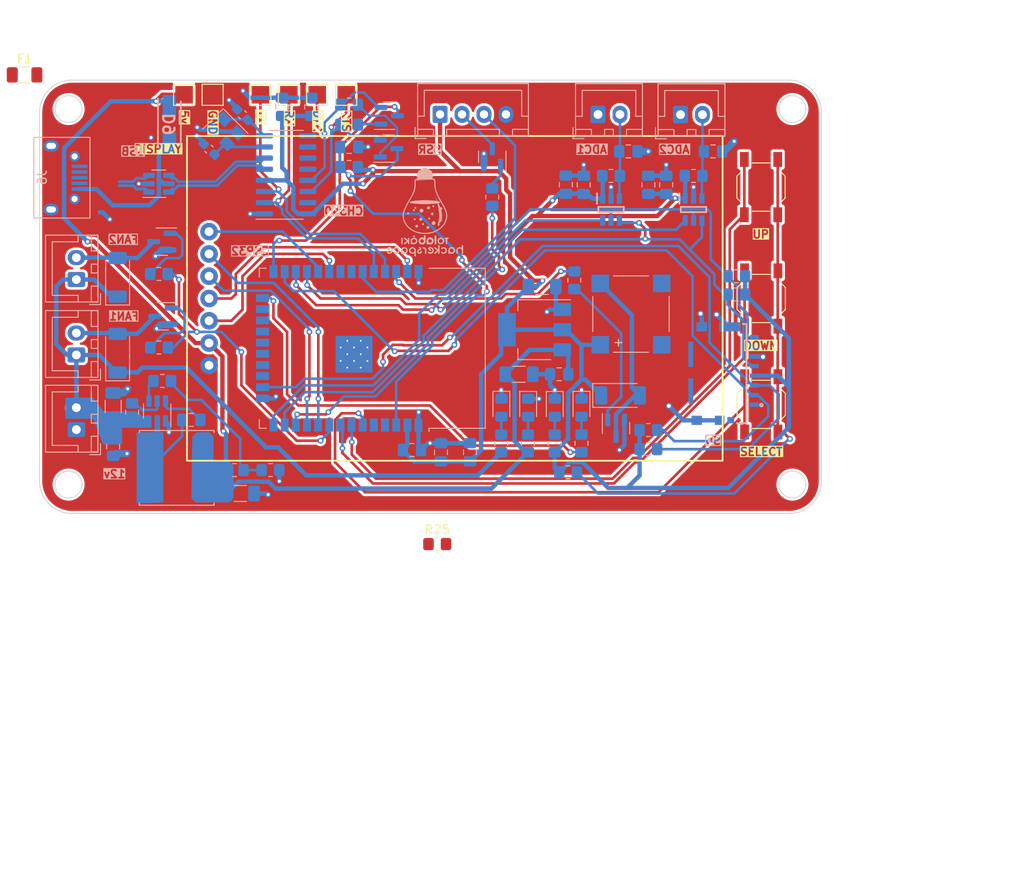
<source format=kicad_pcb>
(kicad_pcb (version 20221018) (generator pcbnew)
  (title_block (comment 4 "AISLER Project ID: MYKGPRHU"))
  (layers (0 "F.Cu" signal) (31 "B.Cu" signal) (34 "B.Paste" user) (35 "F.Paste" user) (36 "B.SilkS" user "B.Silkscreen") (37 "F.SilkS" user "F.Silkscreen") (38 "B.Mask" user) (39 "F.Mask" user) (44 "Edge.Cuts" user))
  (net 0 "")
  (net 1 "+3.3V")
  (net 2 "Net-(BZ1-+)")
  (net 3 "+12V")
  (net 4 "GND")
  (net 5 "Net-(U3-BST)")
  (net 6 "Net-(U3-SW)")
  (net 7 "+5V")
  (net 8 "Net-(U4-XI)")
  (net 9 "Net-(U4-XO)")
  (net 10 "Net-(D2-A)")
  (net 11 "Net-(D3-A)")
  (net 12 "Net-(D4-A)")
  (net 13 "Net-(D6-A)")
  (net 14 "Net-(D7-A)")
  (net 15 "/THERMISTOR_1")
  (net 16 "/HSPI_CLK")
  (net 17 "/HSPI_MISO")
  (net 18 "/ADC1_CS")
  (net 19 "/THERMISTOR_2")
  (net 20 "/ADC2_CS")
  (net 21 "VBUS")
  (net 22 "/usb_D+")
  (net 23 "/usb_D-")
  (net 24 "Net-(Q1-G)")
  (net 25 "Net-(Q3-G)")
  (net 26 "Net-(Q4-G)")
  (net 27 "Net-(U3-EN)")
  (net 28 "Net-(U3-FB)")
  (net 29 "Net-(R2-Pad2)")
  (net 30 "Net-(R10-Pad2)")
  (net 31 "/BUZZER")
  (net 32 "/FAN")
  (net 35 "/BTN_SELECT")
  (net 36 "/BTN_UP")
  (net 37 "/BTN_DOWN")
  (net 38 "/DISP_DC")
  (net 39 "/DISP_RST")
  (net 40 "/HEATER")
  (net 41 "/HSPI_MOSI")
  (net 48 "/HSPI_CS")
  (net 49 "/STATUS")
  (net 50 "/GPIO_0")
  (net 52 "/VSPI_CS")
  (net 53 "/VSPI_CLK")
  (net 54 "/VSPI_MISO")
  (net 56 "/GPIO_3_RX")
  (net 57 "/GPIO_1_TX")
  (net 58 "/VSPI_MOSI")
  (net 59 "/D+")
  (net 60 "/D-")
  (net 66 "/EN")
  (net 67 "Net-(D8-A)")
  (net 68 "Net-(Q2-G)")
  (net 69 "Net-(Q5-G)")
  (net 70 "Net-(Q6-G)")
  (net 71 "/SD_CS")
  (net 74 "/RTS")
  (net 75 "/DTR")
  (net 76 "Net-(J9-Pin_2)")
  (net 77 "/ZERO_CROSS")
  (net 78 "Net-(D9-A)")
  (footprint "TestPoint:TestPoint_Pad_2.0x2.0mm" (layer "F.Cu") (at 59.8932 52.9844 180)
    (fp_text reference "TP5" hide)
    (fp_text value "TestPoint")
  )
  (footprint "TestPoint:TestPoint_Pad_2.0x2.0mm" (layer "F.Cu") (at 78.359 52.9844 180)
    (fp_text reference "TP2" hide)
    (fp_text value "TestPoint")
  )
  (footprint "Fuse:Fuse_1206_3216Metric" (layer "F.Cu") (at 41.7244 50.716)
    (fp_text reference "F1")
    (fp_text value "Fuse")
  )
  (footprint "Button_Switch_SMD:SW_SPST_TL3342" (layer "F.Cu") (at 125.608 63.5054 -90)
    (fp_text reference "SW4" hide)
    (fp_text value "SW_Push")
  )
  (footprint "TestPoint:TestPoint_Pad_2.0x2.0mm" (layer "F.Cu") (at 68.58 52.9844 180)
    (fp_text reference "TP4" hide)
    (fp_text value "TestPoint")
  )
  (footprint "TestPoint:TestPoint_Pad_2.0x2.0mm" (layer "F.Cu") (at 75.057 52.9844 180)
    (fp_text reference "TP1" hide)
    (fp_text value "TestPoint")
  )
  (footprint "TestPoint:TestPoint_Pad_2.0x2.0mm" (layer "F.Cu") (at 63.1444 52.9844 180)
    (fp_text reference "TP6" hide)
    (fp_text value "TestPoint")
  )
  (footprint "TestPoint:TestPoint_Pad_2.0x2.0mm" (layer "F.Cu") (at 71.8312 52.9844 180)
    (fp_text reference "TP3" hide)
    (fp_text value "TestPoint")
  )
  (footprint "Resistor_SMD:R_0805_2012Metric_Pad1.20x1.40mm_HandSolder" (layer "F.Cu") (at 88.7316 104.1908)
    (fp_text reference "R25")
    (fp_text value "10k")
  )
  (footprint "Display:2.0_TFT_SPI" (layer "F.Cu") (at 89.738 76.2)
    (fp_text reference "U5" hide)
    (fp_text value "2.0TFTSPI")
  )
  (footprint "Button_Switch_SMD:SW_SPST_TL3342" (layer "F.Cu") (at 125.633 88.2654 -90)
    (fp_text reference "SW2" hide)
    (fp_text value "SW_Push")
  )
  (footprint "Button_Switch_SMD:SW_SPST_TL3342" (layer "F.Cu") (at 125.633 76.2004 -90)
    (fp_text reference "SW3" hide)
    (fp_text value "SW_Push")
  )
  (footprint "Resistor_SMD:R_0805_2012Metric_Pad1.20x1.40mm_HandSolder" (layer "B.Cu") (at 104.3432 74.1172 -90)
    (fp_text reference "R11" hide)
    (fp_text value "220")
  )
  (footprint "Capacitor_SMD:C_0805_2012Metric_Pad1.18x1.45mm_HandSolder" (layer "B.Cu") (at 110.49 59.436)
    (fp_text reference "C21" hide)
    (fp_text value "0.1uf")
  )
  (footprint "Resistor_SMD:R_0805_2012Metric_Pad1.20x1.40mm_HandSolder" (layer "B.Cu") (at 102.108 92.71 90)
    (fp_text reference "R9" hide)
    (fp_text value "R")
  )
  (footprint "Inductor_SMD:L_Changjiang_FNR8040S" (layer "B.Cu") (at 59.055 95.504)
    (fp_text reference "L1" hide)
    (fp_text value "6.8μh")
  )
  (footprint "LED_SMD:LED_0805_2012Metric_Pad1.15x1.40mm_HandSolder" (layer "B.Cu") (at 99.084001 88.655002 -90)
    (fp_text reference "D3" hide)
    (fp_text value "LED")
  )
  (footprint "Capacitor_SMD:C_0805_2012Metric_Pad1.18x1.45mm_HandSolder" (layer "B.Cu") (at 103.378 63.2245 90)
    (fp_text reference "C8" hide)
    (fp_text value "1uf")
  )
  (footprint "Resistor_SMD:R_0805_2012Metric_Pad1.20x1.40mm_HandSolder" (layer "B.Cu") (at 112.776 93.3704 180)
    (fp_text reference "R23" hide)
    (fp_text value "10k")
  )
  (footprint "Connector_JST:JST_XH_B2B-XH-A_1x02_P2.50mm_Vertical" (layer "B.Cu") (at 116.438 55.245)
    (fp_text reference "J4" hide)
    (fp_text value "JST XH")
  )
  (footprint "Resistor_SMD:R_0805_2012Metric_Pad1.20x1.40mm_HandSolder" (layer "B.Cu") (at 69.723 95.758)
    (fp_text reference "R4" hide)
    (fp_text value "7.68k")
  )
  (footprint "Package_SO:SOIC-16_3.9x9.9mm_P1.27mm" (layer "B.Cu") (at 71.513 62.103)
    (fp_text reference "U4" hide)
    (fp_text value "CH340G")
  )
  (footprint "Buzzer_Beeper:PUIAudio_SMT_0825_S_4_R" (layer "B.Cu") (at 110.7948 77.978)
    (fp_text reference "BZ1" hide)
    (fp_text value "Buzzer")
  )
  (footprint "Connector_JST:JST_XH_B2B-XH-A_1x02_P2.50mm_Vertical" (layer "B.Cu") (at 47.625 82.637 90)
    (fp_text reference "J2" hide)
    (fp_text value "JST XH")
  )
  (footprint "Capacitor_SMD:C_0805_2012Metric_Pad1.18x1.45mm_HandSolder" (layer "B.Cu") (at 92.456 93.726 90)
    (fp_text reference "C17" hide)
    (fp_text value "10uf")
  )
  (footprint "Resistor_SMD:R_0805_2012Metric_Pad1.20x1.40mm_HandSolder" (layer "B.Cu") (at 103.632 96.012)
    (fp_text reference "R10" hide)
    (fp_text value "10k")
  )
  (footprint "Capacitor_SMD:C_0805_2012Metric_Pad1.18x1.45mm_HandSolder" (layer "B.Cu") (at 78.69 58.928 180)
    (fp_text reference "C19" hide)
    (fp_text value "1uf")
  )
  (footprint "Package_TO_SOT_SMD:SOT-23" (layer "B.Cu") (at 83.262 55.372)
    (fp_text reference "Q6" hide)
    (fp_text value "SI2308DS")
  )
  (footprint "SamacSys_Parts:DIOM5226X240N" (layer "B.Cu") (at 58.2168 56.3372 -90)
    (fp_text reference "D9")
    (fp_text value "D" hide)
  )
  (footprint "Connector_JST:JST_XH_B4B-XH-A_1x04_P2.50mm_Vertical" (layer "B.Cu") (at 89.0524 55.2196)
    (fp_text reference "J9" hide)
    (fp_text value "Conn_01x04")
  )
  (footprint "Capacitor_SMD:C_0805_2012Metric_Pad1.18x1.45mm_HandSolder" (layer "B.Cu") (at 89.154 93.726 90)
    (fp_text reference "C18" hide)
    (fp_text value "10uf")
  )
  (footprint "Resistor_SMD:R_0805_2012Metric_Pad1.20x1.40mm_HandSolder" (layer "B.Cu") (at 96.012 92.71 90)
    (fp_text reference "R7" hide)
    (fp_text value "R")
  )
  (footprint "Resistor_SMD:R_0805_2012Metric_Pad1.20x1.40mm_HandSolder" (layer "B.Cu") (at 94.996 64.643 90)
    (fp_text reference "R12" hide)
    (fp_text value "220")
  )
  (footprint "Capacitor_SMD:C_0805_2012Metric_Pad1.18x1.45mm_HandSolder" (layer "B.Cu") (at 102.616 84.836 180)
    (fp_text reference "C11" hide)
    (fp_text value "0.1uf")
  )
  (footprint "Diode_SMD:D_SOD-128" (layer "B.Cu") (at 109.601 87.249)
    (fp_text reference "D1" hide)
    (fp_text value "1N4148W")
  )
  (footprint "Resistor_SMD:R_0805_2012Metric_Pad1.20x1.40mm_HandSolder" (layer "B.Cu") (at 65.659 95.758)
    (fp_text reference "R3" hide)
    (fp_text value "40.2k")
  )
  (footprint "Resistor_SMD:R_0805_2012Metric_Pad1.20x1.40mm_HandSolder" (layer "B.Cu") (at 78.69 56.388)
    (fp_text reference "R18" hide)
    (fp_text value "220")
  )
  (footprint "SamacSys_Parts:105162-0001" (layer "B.Cu") (at 117.501315 84.7598 -90)
    (fp_text reference "J8" hide)
    (fp_text value "105162-0001" hide)
  )
  (footprint "Resistor_SMD:R_0805_2012Metric_Pad1.20x1.40mm_HandSolder" (layer "B.Cu") (at 117.922 62.23 180)
    (fp_text reference "R13" hide)
    (fp_text value "10k")
  )
  (footprint "Resistor_SMD:R_0805_2012Metric_Pad1.20x1.40mm_HandSolder" (layer "B.Cu") (at 78.69 61.214)
    (fp_text reference "R19" hide)
    (fp_text value "10k")
  )
  (footprint "Connector_JST:JST_XH_B2B-XH-A_1x02_P2.50mm_Vertical" (layer "B.Cu") (at 47.625 74.041 90)
    (fp_text reference "J5" hide)
    (fp_text value "JST XH")
  )
  (footprint "Connector_USB:microXNJ" (layer "B.Cu") (at 46.173999 62.4332 -90)
    (fp_text reference "J6")
    (fp_text value "USB_B_Micro")
  )
  (footprint "Resistor_SMD:R_0805_2012Metric_Pad1.20x1.40mm_HandSolder" (layer "B.Cu") (at 57.404 85.598)
    (fp_text reference "R2" hide)
    (fp_text value "75k")
  )
  (footprint "Package_TO_SOT_SMD:SOT-23" (layer "B.Cu") (at 57.4825 78.232 180)
    (fp_text reference "Q4" hide)
    (fp_text value "SI2308DS")
  )
  (footprint "Connector_JST:JST_XH_B2B-XH-A_1x02_P2.50mm_Vertical" (layer "B.Cu") (at 107.04 55.228)
    (fp_text reference "J3" hide)
    (fp_text value "JST XH")
  )
  (footprint "Resistor_SMD:R_0805_2012Metric_Pad1.20x1.40mm_HandSolder" (layer "B.Cu") (at 122.7996 75.7428)
    (fp_text reference "R22" hide)
    (fp_text value "10k")
  )
  (footprint "Resistor_SMD:R_0805_2012Metric_Pad1.20x1.40mm_HandSolder" (layer "B.Cu") (at 57.039 81.788 180)
    (fp_text reference "R16" hide)
    (fp_text value "220")
  )
  (footprint "Capacitor_SMD:C_0805_2012Metric_Pad1.18x1.45mm_HandSolder" (layer "B.Cu") (at 60.706 90.043 180)
    (fp_text reference "C3" hide)
    (fp_text value "1uf")
  )
  (footprint "Capacitor_SMD:C_1206_3216Metric_Pad1.33x1.80mm_HandSolder" (layer "B.Cu") (at 98.044 84.836)
    (fp_text reference "C5" hide)
    (fp_text value "22uf")
  )
  (footprint "Capacitor_SMD:C_0805_2012Metric_Pad1.18x1.45mm_HandSolder" (layer "B.Cu") (at 105.41 63.246 90)
    (fp_text reference "C7" hide)
    (fp_text value "0.1uf")
  )
  (footprint "SamacSys_Parts:SOT95P280X145-6N" (layer "B.Cu") (at 108.524 66.06 -90)
    (fp_text reference "IC1" hide)
    (fp_text value "ADC081S021CIMF_NOPB" hide)
  )
  (footprint "Resistor_SMD:R_0805_2012Metric_Pad1.20x1.40mm_HandSolder" (layer "B.Cu") (at 53.975 89.154 90)
    (fp_text reference "R1" hide)
    (fp_text value "100k")
  )
  (footprint "Resistor_SMD:R_0805_2012Metric_Pad1.20x1.40mm_HandSolder" (layer "B.Cu") (at 108.524 62.23 180)
    (fp_text reference "R14" hide)
    (fp_text value "10k")
  )
  (footprint "LED_SMD:LED_0805_2012Metric_Pad1.15x1.40mm_HandSolder" (layer "B.Cu") (at 96.036002 88.646 -90)
    (fp_text reference "D2" hide)
    (fp_text value "LED")
  )
  (footprint "Crystal:Crystal_SMD_3225-4Pin_3.2x2.5mm" (layer "B.Cu") (at 64.593 57.15 -45)
    (fp_text reference "Y1" hide)
    (fp_text value "12mhz")
  )
  (footprint "LED_SMD:LED_0805_2012Metric_Pad1.15x1.40mm_HandSolder" (layer "B.Cu") (at 102.116001 88.655 -90)
    (fp_text reference "D4" hide)
    (fp_text value "LED")
  )
  (footprint "Package_TO_SOT_SMD:TSOT-23-6" (layer "B.Cu") (at 56.829999 89.0215 90)
    (fp_text reference "U3" hide)
    (fp_text value "MP1470")
  )
  (footprint "Capacitor_SMD:C_1206_3216Metric_Pad1.33x1.80mm_HandSolder" (layer "B.Cu") (at 66.294 98.425)
    (fp_text reference "C4" hide)
    (fp_text value "22uf")
  )
  (footprint "Diode_SMD:D_SOD-128" (layer "B.Cu") (at 52.324 73.787 90)
    (fp_text reference "D6" hide)
    (fp_text value "1N4148W")
  )
  (footprint "Package_TO_SOT_SMD:SOT-23" (layer "B.Cu") (at 109.093 90.9805 -90)
    (fp_text reference "Q1" hide)
    (fp_text value "SI2308DS")
  )
  (footprint "Capacitor_SMD:C_1206_3216Metric_Pad1.33x1.80mm_HandSolder" (layer "B.Cu") (at 51.816 88.519 90)
    (fp_text reference "C1" hide)
    (fp_text value "22uf")
  )
  (footprint "Resistor_SMD:R_0805_2012Metric_Pad1.20x1.40mm_HandSolder" (layer "B.Cu") (at 78.69 54.102)
    (fp_text reference "R17" hide)
    (fp_text value "220")
  )
  (footprint "Package_TO_SOT_SMD:SOT-223-3_TabPin2" (layer "B.Cu") (at 99.822 79.756 180)
    (fp_text reference "U2" hide)
    (fp_text value "AP1117-33")
  )
  (footprint "Capacitor_SMD:C_0805_2012Metric_Pad1.18x1.45mm_HandSolder" (layer "B.Cu") (at 120.142 59.436)
    (fp_text reference "C20" hide)
    (fp_text value "0.1uf")
  )
  (footprint "Resistor_SMD:R_0805_2012Metric_Pad1.20x1.40mm_HandSolder" (layer "B.Cu") (at 99.06 92.710001 90)
    (fp_text reference "R8" hide)
    (fp_text value "R")
  )
  (footprint "Capacitor_SMD:C_0603_1608Metric_Pad1.08x0.95mm_HandSolder" (layer "B.Cu") (at 62.730528 59.182 -45)
    (fp_text reference "C14" hide)
    (fp_text value "32pf")
  )
  (footprint "RF_Module:ESP32-WROOM-32" (layer "B.Cu") (at 78.339 81.871 90)
    (fp_text reference "U1" hide)
    (fp_text value "ESP32-WROOM-32")
  )
  (footprint "Connector_JST:JST_XH_B2B-XH-A_1x02_P2.50mm_Vertical" (layer "B.Cu") (at 47.625 91.146 90)
    (fp_text reference "J7" hide)
    (fp_text value "JST XH")
  )
  (footprint "Resistor_SMD:R_0805_2012Metric_Pad1.20x1.40mm_HandSolder" (layer "B.Cu") (at 57.023 73.406 180)
    (fp_text reference "R15" hide)
    (fp_text value "220")
  )
  (footprint "Capacitor_SMD:C_0805_2012Metric_Pad1.18x1.45mm_HandSolder" (layer "B.Cu") (at 112.776 63.246 90)
    (fp_text reference "C9" hide)
    (fp_text value "0.1uf")
  )
  (footprint "SamacSys_Parts:SOT95P280X145-6N" (layer "B.Cu") (at 117.922 66.06 -90)
    (fp_text reference "IC2" hide)
    (fp_text value "ADC081S021CIMF_NOPB" hide)
  )
  (footprint "Capacitor_SMD:C_0805_2012Metric_Pad1.18x1.45mm_HandSolder" (layer "B.Cu") (at 74.372 54.356 90)
    (fp_text reference "C12" hide)
    (fp_text value "0.1uf")
  )
  (footprint "Package_TO_SOT_SMD:SOT-23" (layer "B.Cu") (at 94.996 60.071 90)
    (fp_text reference "Q2" hide)
    (fp_text value "SI2308DS")
  )
  (footprint "Capacitor_SMD:C_0805_2012Metric_Pad1.18x1.45mm_HandSolder" (layer "B.Cu") (at 114.808 63.246 90)
    (fp_text reference "C10" hide)
    (fp_text value "1uf")
  )
  (footprint "Capacitor_SMD:C_1206_3216Metric_Pad1.33x1.80mm_HandSolder" (layer "B.Cu") (at 100.6725 74.8284)
    (fp_text reference "C6" hide)
    (fp_text value "22uf")
  )
  (footprint "Capacitor_SMD:C_0603_1608Metric_Pad1.08x0.95mm_HandSolder" (layer "B.Cu") (at 66.540528 55.245 135)
    (fp_text reference "C15" hide)
    (fp_text value "32pf")
  )
  (footprint "Resistor_SMD:R_0805_2012Metric_Pad1.20x1.40mm_HandSolder" (layer "B.Cu") (at 112.776 91.186 180)
    (fp_text reference "R24" hide)
    (fp_text value "10k")
  )
  (footprint "Resistor_SMD:R_0805_2012Metric_Pad1.20x1.40mm_HandSolder" (layer "B.Cu") (at 105.155999 92.71 90)
    (fp_text reference "R20" hide)
    (fp_text value "R")
  )
  (footprint "Diode_SMD:D_SOD-128" (layer "B.Cu") (at 52.324 82.423 90)
    (fp_text reference "D7" hide)
    (fp_text value "1N4148W")
  )
  (footprint "Package_TO_SOT_SMD:SOT-23" (layer "B.Cu") (at 57.3555 69.723 180)
    (fp_text reference "Q3" hide)
    (fp_text value "SI2308DS")
  )
  (footprint "Package_TO_SOT_SMD:SOT-23-6" (layer "B.Cu") (at 57.0175 63.119)
    (fp_text reference "U6" hide)
    (fp_text value "USBLC6-2SC6")
  )
  (footprint "Capacitor_SMD:C_0805_2012Metric_Pad1.18x1.45mm_HandSolder" (layer "B.Cu") (at 85.852 93.472)
    (fp_text reference "C16" hide)
    (fp_text value "0.1uf")
  )
  (footprint "Resistor_SMD:R_0805_2012Metric_Pad1.20x1.40mm_HandSolder" (layer "B.Cu") (at 122.7996 73.66)
    (fp_text reference "R21" hide)
    (fp_text value "10k")
  )
  (footprint "LED_SMD:LED_0805_2012Metric_Pad1.15x1.40mm_HandSolder" (layer "B.Cu") (at 105.156 88.646 -90)
    (fp_text reference "D8" hide)
    (fp_text value "LED")
  )
  (footprint "Package_TO_SOT_SMD:SOT-23" (layer "B.Cu") (at 83.1835 59.116)
    (fp_text reference "Q5" hide)
    (fp_text value "SI2308DS")
  )
  (footprint "Capacitor_SMD:C_0805_2012Metric_Pad1.18x1.45mm_HandSolder" (layer "B.Cu") (at 51.816 93.091 -90)
    (fp_text reference "C2" hide)
    (fp_text value "0.1uf")
  )
  (footprint "Capacitor_SMD:C_0805_2012Metric_Pad1.18x1.45mm_HandSolder" (layer "B.Cu") (at 71.07 54.356 90)
    (fp_text reference "C13" hide)
    (fp_text value "10uf")
  )
  (gr_poly (pts (xy 84.042795 70.342403) (xy 84.023526 70.3437) (xy 84.004629 70.345862) (xy 83.986102 70.34889) (xy 83.967947 70.352786) (xy 83.950163 70.357548) (xy 83.932751 70.363178) (xy 83.91571 70.369677) (xy 83.899041 70.377044) (xy 83.882743 70.385282) (xy 83.866818 70.394389) (xy 83.851264 70.404367) (xy 83.836083 70.415217) (xy 83.821273 70.426939) (xy 83.806836 70.439534) (xy 83.792771 70.453002) (xy 83.793596 70.453757) (xy 83.793595 70.453808) (xy 83.793593 70.453856) (xy 83.793589 70.453902) (xy 83.793583 70.453945) (xy 83.793576 70.453986) (xy 83.793567 70.454025) (xy 83.793557 70.454062) (xy 83.793545 70.454097) (xy 83.793531 70.45413) (xy 83.793516 70.454161) (xy 83.793499 70.45419) (xy 83.79348 70.454217) (xy 83.79346 70.454243) (xy 83.793438 70.454266) (xy 83.793415 70.454288) (xy 83.79339 70.454308) (xy 83.793363 70.454327) (xy 83.793335 70.454344) (xy 83.793305 70.454359) (xy 83.793274 70.454373) (xy 83.793241 70.454386) (xy 83.793206 70.454397) (xy 83.79317 70.454407) (xy 83.793132 70.454416) (xy 83.793093 70.454423) (xy 83.793051 70.454429) (xy 83.792964 70.454439) (xy 83.792871 70.454444) (xy 83.792771 70.454446) (xy 83.790085 70.457281) (xy 83.787573 70.46019) (xy 83.785235 70.463172) (xy 83.78307 70.466229) (xy 83.78108 70.46936) (xy 83.779263 70.472567) (xy 83.777619 70.475851) (xy 83.776149 70.479211) (xy 83.774853 70.482648) (xy 83.773729 70.486164) (xy 83.772779 70.489758) (xy 83.772002 70.493431) (xy 83.771397 70.497184) (xy 83.770966 70.501018) (xy 83.770707 70.504932) (xy 83.770621 70.508929) (xy 83.770709 70.512827) (xy 83.770972 70.516655) (xy 83.771413 70.520412) (xy 83.77203 70.524098) (xy 83.772824 70.527714) (xy 83.773795 70.53126) (xy 83.774943 70.534735) (xy 83.77627 70.538139) (xy 83.777775 70.541474) (xy 83.779458 70.544738) (xy 83.78132 70.547933) (xy 83.783361 70.551058) (xy 83.785581 70.554113) (xy 83.787981 70.557098) (xy 83.790561 70.560014) (xy 83.793321 70.562861) (xy 83.796157 70.56562) (xy 83.799067 70.568198) (xy 83.802049 70.570595) (xy 83.805104 70.572811) (xy 83.808231 70.574847) (xy 83.811429 70.576703) (xy 83.814697 70.57838) (xy 83.818035 70.579878) (xy 83.821443 70.581198) (xy 83.824919 70.582341) (xy 83.828463 70.583306) (xy 83.832075 70.584095) (xy 83.835754 70.584707) (xy 83.839499 70.585144) (xy 83.843309 70.585406) (xy 83.847185 70.585493) (xy 83.851182 70.585404) (xy 83.855099 70.585138) (xy 83.858935 70.584694) (xy 83.862691 70.584071) (xy 83.866368 70.58327) (xy 83.869965 70.58229) (xy 83.873482 70.581131) (xy 83.87692 70.579792) (xy 83.88028 70.578274) (xy 83.88356 70.576575) (xy 83.886762 70.574696) (xy 83.889885 70.572637) (xy 83.892931 70.570396) (xy 83.895898 70.567974) (xy 83.898787 70.565371) (xy 83.9016 70.562585) (xy 83.902425 70.562585) (xy 83.910777 70.5546) (xy 83.919348 70.54713) (xy 83.928138 70.540174) (xy 83.937149 70.533733) (xy 83.946379 70.527807) (xy 83.955828 70.522395) (xy 83.965498 70.517498) (xy 83.975387 70.513116) (xy 83.985497 70.50925) (xy 83.995827 70.505898) (xy 84.006377 70.503062) (xy 84.017147 70.500742) (xy 84.028138 70.498936) (xy 84.039349 70.497647) (xy 84.050781 70.496873) (xy 84.062434 70.496615) (xy 84.074115 70.496875) (xy 84.085577 70.497653) (xy 84.096823 70.49895) (xy 84.107851 70.500765) (xy 84.118661 70.503098) (xy 84.129255 70.505949) (xy 84.139631 70.509317) (xy 84.149791 70.513202) (xy 84.159734 70.517604) (xy 84.16946 70.522522) (xy 84.178969 70.527957) (xy 84.188262 70.533907) (xy 84.197338 70.540373) (xy 84.206198 70.547354) (xy 84.214841 70.55485) (xy 84.223269 70.562861) (xy 84.231343 70.571263) (xy 84.238898 70.579883) (xy 84.245935 70.588721) (xy 84.252454 70.597776) (xy 84.258453 70.607048) (xy 84.263933 70.616537) (xy 84.268893 70.626244) (xy 84.273332 70.636167) (xy 84.277251 70.646307) (xy 84.280648 70.656664) (xy 84.283524 70.667238) (xy 84.285878 70.678028) (xy 84.287709 70.689035) (xy 84.289018 70.700258) (xy 84.289804 70.711697) (xy 84.290066 70.723352) (xy 84.289804 70.735044) (xy 84.289021 70.746516) (xy 84.287715 70.757767) (xy 84.285888 70.7688) (xy 84.283538 70.779614) (xy 84.280666 70.790211) (xy 84.277273 70.80059) (xy 84.273358 70.810752) (xy 84.268921 70.820698) (xy 84.263963 70.830429) (xy 84.258484 70.839945) (xy 84.252483 70.849247) (xy 84.245961 70.858335) (xy 84.238918 70.86721) (xy 84.231354 70.875873) (xy 84.223269 70.884324) (xy 84.214841 70.892384) (xy 84.206198 70.899924) (xy 84.197338 70.906946) (xy 84.188261 70.913447) (xy 84.178969 70.91943) (xy 84.169459 70.924892) (xy 84.159733 70.929835) (xy 84.149791 70.934258) (xy 84.139631 70.938161) (xy 84.129255 70.941544) (xy 84.118661 70.944407) (xy 84.10785 70.94675) (xy 84.096823 70.948572) (xy 84.085577 70.949873) (xy 84.074115 70.950654) (xy 84.062434 70.950915) (xy 84.050855 70.950658) (xy 84.039487 70.949889) (xy 84.028332 70.948606) (xy 84.017389 70.94681) (xy 84.006656 70.944499) (xy 83.996135 70.941675) (xy 83.985824 70.938336) (xy 83.975722 70.934482) (xy 83.965831 70.930113) (xy 83.956148 70.925228) (xy 83.946675 70.919828) (xy 83.93741 70.913912) (xy 83.928352 70.907479) (xy 83.919503 70.90053) (xy 83.91086 70.893064) (xy 83.902425 70.885081) (xy 83.900843 70.883499) (xy 83.89803 70.880824) (xy 83.895139 70.87832) (xy 83.892168 70.875988) (xy 83.889119 70.873827) (xy 83.885992 70.871838) (xy 83.882785 70.870021) (xy 83.879501 70.868375) (xy 83.876138 70.866903) (xy 83.872697 70.865602) (xy 83.869178 70.864475) (xy 83.865581 70.86352) (xy 83.861906 70.862738) (xy 83.858153 70.86213) (xy 83.854322 70.861695) (xy 83.850414 70.861434) (xy 83.846428 70.861347) (xy 83.842452 70.861436) (xy 83.838547 70.861702) (xy 83.834713 70.862145) (xy 83.83095 70.862765) (xy 83.827258 70.863562) (xy 83.823637 70.864536) (xy 83.820086 70.865687) (xy 83.816607 70.867014) (xy 83.813198 70.868518) (xy 83.809861 70.870199) (xy 83.806594 70.872055) (xy 83.803399 70.874088) (xy 83.800274 70.876297) (xy 83.79722 70.878682) (xy 83.794238 70.881243) (xy 83.791326 70.88398) (xy 83.78854 70.88683) (xy 83.785934 70.889756) (xy 83.783509 70.892757) (xy 83.781264 70.895834) (xy 83.779199 70.898987) (xy 83.777314 70.902216) (xy 83.77561 70.90552) (xy 83.774085 70.908901) (xy 83.77274 70.912357) (xy 83.771574 70.915888) (xy 83.770589 70.919496) (xy 83.769782 70.923179) (xy 83.769155 70.926938) (xy 83.768707 70.930773) (xy 83.768439 70.934683) (xy 83.768349 70.93867) (xy 83.768439 70.942658) (xy 83.768707 70.946573) (xy 83.769155 70.950416) (xy 83.769782 70.954187) (xy 83.770589 70.957886) (xy 83.771574 70.961513) (xy 83.77274 70.965068) (xy 83.774085 70.968551) (xy 83.77561 70.971962) (xy 83.777314 70.975302) (xy 83.779199 70.97857) (xy 83.781264 70.981767) (xy 83.783509 70.984892) (xy 83.785934 70.987946) (xy 83.78854 70.990929) (xy 83.791326 70.993841) (xy 83.791526 70.994064) (xy 83.791716 70.994272) (xy 83.792074 70.994658) (xy 83.792419 70.995031) (xy 83.792593 70.995222) (xy 83.792771 70.995423) (xy 83.806836 71.008857) (xy 83.821273 71.021426) (xy 83.836083 71.03313) (xy 83.851264 71.04397) (xy 83.866818 71.053943) (xy 83.882744 71.063052) (xy 83.899041 71.071294) (xy 83.91571 71.07867) (xy 83.932751 71.085179) (xy 83.950164 71.090821) (xy 83.967947 71.095597) (xy 83.986103 71.099504) (xy 84.004629 71.102544) (xy 84.023526 71.104716) (xy 84.042795 71.106019) (xy 84.062434 71.106453) (xy 84.082077 71.106017) (xy 84.101355 71.104708) (xy 84.120269 71.102527) (xy 84.138818 71.099473) (xy 84.157002 71.095546) (xy 84.174821 71.090745) (xy 84.192275 71.085071) (xy 84.209364 71.078523) (xy 84.226088 71.071102) (xy 84.242447 71.062806) (xy 84.25844 71.053636) (xy 84.274068 71.043592) (xy 84.289331 71.032673) (xy 84.304227 71.020879) (xy 84.318758 71.00821) (xy 84.332923 70.994666) (xy 84.346467 70.980501) (xy 84.359136 70.96597) (xy 84.37093 70.951073) (xy 84.381849 70.935811) (xy 84.391893 70.920182) (xy 84.401063 70.904187) (xy 84.409358 70.887826) (xy 84.41678 70.871099) (xy 84.423328 70.854007) (xy 84.429001 70.836548) (xy 84.433802 70.818723) (xy 84.437729 70.800532) (xy 84.440783 70.781975) (xy 84.442965 70.763053) (xy 84.444273 70.743764) (xy 84.444709 70.724109) (xy 84.444273 70.70449) (xy 84.442965 70.685233) (xy 84.440783 70.666338) (xy 84.437729 70.647805) (xy 84.433802 70.629634) (xy 84.429001 70.611826) (xy 84.423328 70.594381) (xy 84.41678 70.577299) (xy 84.409358 70.560581) (xy 84.401063 70.544226) (xy 84.391893 70.528236) (xy 84.381849 70.51261) (xy 84.37093 70.497349) (xy 84.359136 70.482453) (xy 84.346467 70.467922) (xy 84.332923 70.453757) (xy 84.318758 70.440213) (xy 84.304227 70.427545) (xy 84.289331 70.415751) (xy 84.274068 70.404832) (xy 84.25844 70.394788) (xy 84.242447 70.385618) (xy 84.226088 70.377322) (xy 84.209364 70.3699) (xy 84.192275 70.363353) (xy 84.174821 70.357679) (xy 84.157002 70.352878) (xy 84.138818 70.348951) (xy 84.120269 70.345897) (xy 84.101355 70.343715) (xy 84.082077 70.342406) (xy 84.062434 70.34197)) (fill solid) (layer "B.SilkS"))
  (gr_poly (pts (xy 84.706568 69.262168) (xy 84.702685 69.262432) (xy 84.69887 69.262872) (xy 84.695124 69.263489) (xy 84.691447 69.264283) (xy 84.68784 69.265254) (xy 84.684303 69.266403) (xy 84.680837 69.26773) (xy 84.677441 69.269235) (xy 84.674117 69.270918) (xy 84.670865 69.27278) (xy 84.667685 69.274821) (xy 84.664577 69.277041) (xy 84.661542 69.279441) (xy 84.658581 69.282022) (xy 84.655694 69.284782) (xy 84.65293 69.28768) (xy 84.650341 69.290648) (xy 84.647928 69.293685) (xy 84.64569 69.296792) (xy 84.643628 69.29997) (xy 84.641743 69.303217) (xy 84.640035 69.306536) (xy 84.638504 69.309925) (xy 84.637152 69.313385) (xy 84.635978 69.316916) (xy 84.634984 69.320518) (xy 84.634169 69.324192) (xy 84.633535 69.327938) (xy 84.633081 69.331756) (xy 84.632808 69.335646) (xy 84.632717 69.339608) (xy 84.632717 69.94869) (xy 84.632808 69.952653) (xy 84.633081 69.956545) (xy 84.633535 69.960366) (xy 84.634169 69.964116) (xy 84.634984 69.967794) (xy 84.635978 69.971401) (xy 84.637152 69.974936) (xy 84.638504 69.978399) (xy 84.640035 69.981791) (xy 84.641743 69.985111) (xy 84.643628 69.988359) (xy 84.64569 69.991535) (xy 84.647928 69.994639) (xy 84.650341 69.997671) (xy 84.65293 70.00063) (xy 84.655694 70.003517) (xy 84.65857 70.00628) (xy 84.661523 70.008866) (xy 84.664552 70.011277) (xy 84.667656 70.01351) (xy 84.670835 70.015567) (xy 84.674087 70.017446) (xy 84.677413 70.019148) (xy 84.680811 70.020672) (xy 84.684281 70.022018) (xy 84.687822 70.023186) (xy 84.691433 70.024174) (xy 84.695114 70.024984) (xy 84.698864 70.025614) (xy 84.702682 70.026065) (xy 84.706568 70.026335) (xy 84.71052 70.026425) (xy 84.71052 70.026424) (xy 84.714494 70.026335) (xy 84.718395 70.026066) (xy 84.722221 70.025619) (xy 84.725974 70.024992) (xy 84.729654 70.024187) (xy 84.733261 70.023203) (xy 84.736794 70.022039) (xy 84.740255 70.020697) (xy 84.743643 70.019176) (xy 84.746959 70.017476) (xy 84.750203 70.015597) (xy 84.753375 70.013539) (xy 84.756475 70.011302) (xy 84.759504 70.008886) (xy 84.762461 70.006291) (xy 84.765347 70.003517) (xy 84.768109 70.00063) (xy 84.770693 69.997671) (xy 84.7731 69.994639) (xy 84.775329 69.991535) (xy 84.777381 69.988359) (xy 84.779254 69.985111) (xy 84.78095 69.981791) (xy 84.782468 69.978399) (xy 84.783807 69.974936) (xy 84.784968 69.971401) (xy 84.785951 69.967794) (xy 84.786755 69.964116) (xy 84.787381 69.960366) (xy 84.787828 69.956545) (xy 84.788097 69.952653) (xy 84.788186 69.94869) (xy 84.788186 69.339608) (xy 84.788097 69.335646) (xy 84.787828 69.331756) (xy 84.787381 69.327938) (xy 84.786755 69.324192) (xy 84.785951 69.320518) (xy 84.784968 69.316916) (xy 84.783807 69.313385) (xy 84.782468 69.309925) (xy 84.78095 69.306536) (xy 84.779254 69.303217) (xy 84.777381 69.29997) (xy 84.775329 69.296792) (xy 84.7731 69.293685) (xy 84.770693 69.290648) (xy 84.768109 69.28768) (xy 84.765347 69.284782) (xy 84.762461 69.282022) (xy 84.759504 69.279441) (xy 84.756475 69.277041) (xy 84.753375 69.274821) (xy 84.750203 69.27278) (xy 84.746959 69.270918) (xy 84.743643 69.269235) (xy 84.740255 69.26773) (xy 84.736794 69.266403) (xy 84.733261 69.265254) (xy 84.729654 69.264283) (xy 84.725974 69.263489) (xy 84.722221 69.262872) (xy 84.718395 69.262432) (xy 84.714494 69.262168) (xy 84.71052 69.26208)) (fill solid) (layer "B.SilkS"))
  (gr_poly (pts (xy 87.301436 69.038116) (xy 87.297536 69.038386) (xy 87.293709 69.038837) (xy 87.289956 69.039468) (xy 87.286277 69.040278) (xy 87.28267 69.041269) (xy 87.279136 69.042438) (xy 87.275676 69.043787) (xy 87.272287 69.045314) (xy 87.268971 69.047021) (xy 87.265728 69.048906) (xy 87.262556 69.050969) (xy 87.259456 69.053211) (xy 87.256427 69.05563) (xy 87.25347 69.058227) (xy 87.250584 69.061002) (xy 87.247822 69.063888) (xy 87.245237 69.066845) (xy 87.242831 69.069874) (xy 87.240601 69.072974) (xy 87.23855 69.076146) (xy 87.236676 69.079389) (xy 87.234981 69.082705) (xy 87.233463 69.086094) (xy 87.232124 69.089555) (xy 87.230963 69.093088) (xy 87.22998 69.096695) (xy 87.229176 69.100374) (xy 87.22855 69.104127) (xy 87.228103 69.107954) (xy 87.227835 69.111854) (xy 87.227745 69.115829) (xy 87.227745 69.33954) (xy 87.215441 69.330692) (xy 87.202906 69.322414) (xy 87.19014 69.314705) (xy 87.177142 69.307566) (xy 87.163914 69.300997) (xy 87.150454 69.294998) (xy 87.136762 69.28957) (xy 87.122838 69.284712) (xy 87.108682 69.280425) (xy 87.094293 69.276709) (xy 87.079672 69.273564) (xy 87.064818 69.27099) (xy 87.049732 69.268988) (xy 87.034412 69.267558) (xy 87.018858 69.2667) (xy 87.003071 69.266414) (xy 86.983556 69.266849) (xy 86.964402 69.268154) (xy 86.94561 69.27033) (xy 86.92718 69.273375) (xy 86.909112 69.27729) (xy 86.891408 69.282074) (xy 86.874066 69.287727) (xy 86.857087 69.294248) (xy 86.840472 69.301638) (xy 86.82422 69.309895) (xy 86.808333 69.31902) (xy 86.792811 69.329013) (xy 86.777653 69.339872) (xy 86.76286 69.351598) (xy 86.748433 69.364191) (xy 86.734372 69.377649) (xy 86.720901 69.391722) (xy 86.7083 69.406158) (xy 86.696568 69.420957) (xy 86.685705 69.436119) (xy 86.675712 69.451644) (xy 86.666587 69.467533) (xy 86.658331 69.483784) (xy 86.650944 69.5004) (xy 86.644426 69.517378) (xy 86.638778 69.534721) (xy 86.633998 69.552427) (xy 86.630088 69.570497) (xy 86.627046 69.588931) (xy 86.624873 69.607729) (xy 86.62357 69.626891) (xy 86.623135 69.646418) (xy 86.62357 69.66592) (xy 86.624873 69.685062) (xy 86.627046 69.703842) (xy 86.630088 69.72226) (xy 86.633998 69.740317) (xy 86.638778 69.758012) (xy 86.644427 69.775345) (xy 86.650944 69.792317) (xy 86.658331 69.808927) (xy 86.666587 69.825174) (xy 86.675712 69.841059) (xy 86.685706 69.856582) (xy 86.696569 69.871743) (xy 86.708301 69.886541) (xy 86.720902 69.900977) (xy 86.734372 69.91505) (xy 86.748433 69.92852) (xy 86.76286 69.941121) (xy 86.777653 69.952853) (xy 86.792811 69.963716) (xy 86.808333 69.973709) (xy 86.82422 69.982834) (xy 86.840472 69.99109) (xy 86.857087 69.998477) (xy 86.874066 70.004994) (xy 86.891408 70.010643) (xy 86.909112 70.015423) (xy 86.92718 70.019333) (xy 86.94561 70.022375) (xy 86.964402 70.024547) (xy 86.983556 70.025851) (xy 87.003071 70.026285) (xy 87.022587 70.025851) (xy 87.041741 70.024547) (xy 87.060533 70.022375) (xy 87.078964 70.019333) (xy 87.097032 70.015422) (xy 87.114739 70.010643) (xy 87.132083 70.004994) (xy 87.149065 69.998476) (xy 87.165683 69.99109) (xy 87.181939 69.982834) (xy 87.197832 69.973709) (xy 87.213361 69.963715) (xy 87.228527 69.952852) (xy 87.243329 69.94112) (xy 87.257767 69.92852) (xy 87.27184 69.91505) (xy 87.28514 69.90116) (xy 87.297593 69.886915) (xy 87.309197 69.872313) (xy 87.319955 69.857354) (xy 87.329865 69.84204) (xy 87.33893 69.826369) (xy 87.347147 69.810342) (xy 87.354519 69.793958) (xy 87.361045 69.777219) (xy 87.366726 69.760123) (xy 87.371562 69.74267) (xy 87.375553 69.724862) (xy 87.3787 69.706697) (xy 87.381002 69.688175) (xy 87.382461 69.669298) (xy 87.382678 69.662516) (xy 87.228502 69.662516) (xy 87.227701 69.672874) (xy 87.226461 69.68305) (xy 87.22478 69.693046) (xy 87.22266 69.702859) (xy 87.2201 69.712491) (xy 87.2171 69.721941) (xy 87.213661 69.731209) (xy 87.209782 69.740294) (xy 87.205464 69.749196) (xy 87.200706 69.757914) (xy 87.19551 69.766449) (xy 87.189874 69.7748) (xy 87.183799 69.782967) (xy 87.177286 69.79095) (xy 87.170334 69.798747) (xy 87.162943 69.80636) (xy 87.154567 69.814393) (xy 87.145975 69.821906) (xy 87.137168 69.828899) (xy 87.128144 69.835371) (xy 87.118905 69.841324) (xy 87.10945 69.846758) (xy 87.09978 69.851673) (xy 87.089895 69.856069) (xy 87.079794 69.859947) (xy 87.069479 69.863307) (xy 87.058948 69.866149) (xy 87.048202 69.868474) (xy 87.037241 69.870282) (xy 87.026066 69.871573) (xy 87.014676 69.872347) (xy 87.003071 69.872605) (xy 86.991492 69.872348) (xy 86.980126 69.871579) (xy 86.968973 69.870296) (xy 86.958034 69.868499) (xy 86.94731 69.866188) (xy 86.936801 69.863362) (xy 86.926507 69.860021) (xy 86.916428 69.856164) (xy 86.906566 69.851792) (xy 86.89692 69.846903) (xy 86.887491 69.841497) (xy 86.878279 69.835574) (xy 86.869285 69.829134) (xy 86.860509 69.822175) (xy 86.851951 69.814699) (xy 86.843612 69.806703) (xy 86.835629 69.798377) (xy 86.828163 69.789832) (xy 86.821213 69.781068) (xy 86.814781 69.772085) (xy 86.808865 69.762883) (xy 86.803465 69.753462) (xy 86.79858 69.743823) (xy 86.794211 69.733965) (xy 86.790357 69.723888) (xy 86.787018 69.713593) (xy 86.784194 69.70308) (xy 86.781884 69.692349) (xy 86.780087 69.6814) (xy 86.778804 69.670232) (xy 86.778035 69.658847) (xy 86.777779 69.647244) (xy 86.778035 69.635662) (xy 86.778804 69.624289) (xy 86.780087 69.613126) (xy 86.781884 69.602173) (xy 86.784194 69.591431) (xy 86.787018 69.580901) (xy 86.790357 69.570584) (xy 86.794211 69.560481) (xy 86.79858 69.550592) (xy 86.803465 69.540918) (xy 86.808865 69.53146) (xy 86.814781 69.52222) (xy 86.821213 69.513196) (xy 86.828163 69.504392) (xy 86.835629 69.495806) (xy 86.843612 69.487441) (xy 86.851962 69.479407) (xy 86.860528 69.471892) (xy 86.86931 69.464896) (xy 86.878308 69.458419) (xy 86.887521 69.45246) (xy 86.89695 69.447021) (xy 86.906594 69.442099) (xy 86.916454 69.437697) (xy 86.926529 69.433812) (xy 86.936819 69.430446) (xy 86.947324 69.427598) (xy 86.958044 69.425268) (xy 86.968979 69.423456) (xy 86.980128 69.422162) (xy 86.991493 69.421386) (xy 87.003071 69.421127) (xy 87.014677 69.421386) (xy 87.026069 69.422162) (xy 87.037247 69.423456) (xy 87.048212 69.425268) (xy 87.058962 69.427598) (xy 87.069497 69.430446) (xy 87.079817 69.433812) (xy 87.089921 69.437697) (xy 87.099809 69.442099) (xy 87.109481 69.447021) (xy 87.118936 69.45246) (xy 87.128173 69.458419) (xy 87.137193 69.464896) (xy 87.145995 69.471892) (xy 87.154578 69.479407) (xy 87.162943 69.487441) (xy 87.169809 69.49456) (xy 87.176297 69.501833) (xy 87.182407 69.509259) (xy 87.188139 69.516839) (xy 87.193495 69.524572) (xy 87.198474 69.532461) (xy 87.203077 69.540503) (xy 87.207305 69.5487) (xy 87.211158 69.557052) (xy 87.214637 69.565559) (xy 87.217742 69.574221) (xy 87.220473 69.583038) (xy 87.222832 69.592011) (xy 87.224818 69.60114) (xy 87.226433 69.610425) (xy 87.227676 69.619866) (xy 87.227676 69.648896) (xy 87.227689 69.650578) (xy 87.227728 69.652271) (xy 87.227792 69.653973) (xy 87.227883 69.65568) (xy 87.227999 69.65739) (xy 87.228141 69.659101) (xy 87.228308 69.660811) (xy 87.228502 69.662516) (xy 87.382678 69.662516) (xy 87.383076 69.650064) (xy 87.383076 69.115829) (xy 87.382987 69.111854) (xy 87.382718 69.107954) (xy 87.382271 69.104127) (xy 87.381646 69.100374) (xy 87.380841 69.096695) (xy 87.379858 69.093088) (xy 87.378697 69.089555) (xy 87.377358 69.086094) (xy 87.37584 69.082705) (xy 87.374145 69.079389) (xy 87.372271 69.076146) (xy 87.37022 69.072974) (xy 87.367991 69.069874) (xy 87.365584 69.066845) (xy 87.362999 69.063888) (xy 87.360238 69.061002) (xy 87.35735 69.058227) (xy 87.354389 69.05563) (xy 87.351354 69.053211) (xy 87.348246 69.050969) (xy 87.345066 69.048906) (xy 87.341814 69.047021) (xy 87.338489 69.045314) (xy 87.335094 69.043787) (xy 87.331628 69.042438) (xy 87.328091 69.041269) (xy 87.324484 69.040278) (xy 87.320807 69.039468) (xy 87.317061 69.038837) (xy 87.313246 69.038386) (xy 87.309362 69.038116) (xy 87.305411 69.038025)) (stroke (width 0.055033)) (fill solid) (layer "B.SilkS"))
  (gr_poly (pts (xy 87.101468 67.630959) (xy 87.097044 67.631295) (xy 87.092684 67.63185) (xy 87.088393 67.632616) (xy 87.084178 67.633589) (xy 87.080043 67.634763) (xy 87.075995 67.636133) (xy 87.072039 67.637693) (xy 87.068179 67.639437) (xy 87.064422 67.641361) (xy 87.060774 67.643459) (xy 87.057239 67.645726) (xy 87.053823 67.648155) (xy 87.050532 67.650741) (xy 87.04737 67.65348) (xy 87.044344 67.656365) (xy 87.041459 67.65939) (xy 87.038721 67.662552) (xy 87.036134 67.665843) (xy 87.033705 67.669259) (xy 87.031439 67.672794) (xy 87.029341 67.676443) (xy 87.027417 67.680199) (xy 87.025672 67.684059) (xy 87.024112 67.688015) (xy 87.022742 67.692064) (xy 87.021568 67.696198) (xy 87.020596 67.700413) (xy 87.019829 67.704704) (xy 87.019275 67.709064) (xy 87.018939 67.713489) (xy 87.018825 67.717972) (xy 87.018939 67.722456) (xy 87.019275 67.72688) (xy 87.019829 67.731241) (xy 87.020596 67.735531) (xy 87.021568 67.739746) (xy 87.022742 67.743881) (xy 87.024112 67.747929) (xy 87.025672 67.751886) (xy 87.027417 67.755745) (xy 87.029341 67.759502) (xy 87.031439 67.76315) (xy 87.033705 67.766685) (xy 87.036134 67.770101) (xy 87.038721 67.773393) (xy 87.041459 67.776554) (xy 87.044344 67.77958) (xy 87.04737 67.782465) (xy 87.050532 67.785203) (xy 87.053823 67.78779) (xy 87.057239 67.790219) (xy 87.060774 67.792485) (xy 87.064422 67.794583) (xy 87.068179 67.796507) (xy 87.072039 67.798252) (xy 87.075995 67.799812) (xy 87.080043 67.801182) (xy 87.084178 67.802356) (xy 87.088393 67.803329) (xy 87.092684 67.804095) (xy 87.097044 67.804649) (xy 87.101468 67.804985) (xy 87.105952 67.805099) (xy 87.110435 67.804985) (xy 87.11486 67.804649) (xy 87.11922 67.804095) (xy 87.123511 67.803329) (xy 87.127726 67.802356) (xy 87.131861 67.801182) (xy 87.135909 67.799812) (xy 87.139865 67.798252) (xy 87.143725 67.796507) (xy 87.147481 67.794583) (xy 87.15113 67.792485) (xy 87.154665 67.790219) (xy 87.158081 67.78779) (xy 87.161372 67.785203) (xy 87.164534 67.782465) (xy 87.16756 67.77958) (xy 87.170444 67.776554) (xy 87.173183 67.773393) (xy 87.175769 67.770101) (xy 87.178199 67.766685) (xy 87.180465 67.76315) (xy 87.182563 67.759502) (xy 87.184487 67.755745) (xy 87.186232 67.751886) (xy 87.187792 67.747929) (xy 87.189161 67.743881) (xy 87.190335 67.739746) (xy 87.191308 67.735531) (xy 87.192075 67.731241) (xy 87.192629 67.72688) (xy 87.192965 67.722456) (xy 87.193078 67.717972) (xy 87.192965 67.713489) (xy 87.192629 67.709064) (xy 87.192075 67.704704) (xy 87.191308 67.700413) (xy 87.190335 67.696198) (xy 87.189161 67.692064) (xy 87.187792 67.688015) (xy 87.186232 67.684059) (xy 87.184487 67.680199) (xy 87.182563 67.676443) (xy 87.180465 67.672794) (xy 87.178199 67.669259) (xy 87.175769 67.665843) (xy 87.173183 67.662552) (xy 87.170444 67.65939) (xy 87.16756 67.656365) (xy 87.164534 67.65348) (xy 87.161372 67.650741) (xy 87.158081 67.648155) (xy 87.154665 67.645726) (xy 87.15113 67.643459) (xy 87.147481 67.641361) (xy 87.143725 67.639437) (xy 87.139865 67.637693) (xy 87.135909 67.636133) (xy 87.131861 67.634763) (xy 87.127726 67.633589) (xy 87.123511 67.632616) (xy 87.11922 67.63185) (xy 87.11486 67.631295) (xy 87.110435 67.630959) (xy 87.105952 67.630846)) (stroke (width 0.046892)) (fill solid) (layer "B.SilkS"))
  (gr_poly (pts (xy 87.166786 65.01302) (xy 87.007854 65.016053) (xy 86.852736 65.021009) (xy 86.702365 65.027807) (xy 86.557676 65.036365) (xy 86.419603 65.046602) (xy 86.28908 65.058438) (xy 86.167042 65.07179) (xy 86.054421 65.086579) (xy 85.952153 65.102722) (xy 85.861172 65.120139) (xy 85.782411 65.138748) (xy 85.716805 65.158469) (xy 85.665287 65.17922) (xy 85.645104 65.189956) (xy 85.628793 65.200919) (xy 85.616471 65.2121) (xy 85.608255 65.223487) (xy 85.604754 65.234855) (xy 85.6064 65.245981) (xy 85.613049 65.256855) (xy 85.624555 65.267471) (xy 85.661558 65.287897) (xy 85.716244 65.307197) (xy 85.787453 65.325308) (xy 85.87402 65.342168) (xy 86.08858 65.371891) (xy 86.35062 65.39587) (xy 86.650838 65.413611) (xy 86.979932 65.424618) (xy 87.328598 65.428397) (xy 87.50471 65.427362) (xy 87.677124 65.424319) (xy 87.844667 65.419364) (xy 88.006165 65.412595) (xy 88.160448 65.404108) (xy 88.30634 65.393998) (xy 88.442671 65.382362) (xy 88.568266 65.369296) (xy 88.681953 65.354896) (xy 88.782559 65.339259) (xy 88.868911 65.322481) (xy 88.939836 65.304658) (xy 88.994163 65.285887) (xy 89.014734 65.276175) (xy 89.030716 65.266263) (xy 89.041962 65.256161) (xy 89.048325 65.245883) (xy 89.049659 65.235439) (xy 89.045816 65.224843) (xy 89.024644 65.203699) (xy 88.987663 65.183023) (xy 88.9358 65.162941) (xy 88.86998 65.143575) (xy 88.79113 65.125048) (xy 88.700175 65.107485) (xy 88.485656 65.075741) (xy 88.23383 65.049333) (xy 87.952107 65.029246) (xy 87.647893 65.016469) (xy 87.328598 65.011991)) (stroke (width 0.023446)) (fill solid) (layer "B.SilkS"))
  (gr_poly (pts (xy 87.812452 67.006538) (xy 87.808027 67.006874) (xy 87.803667 67.007428) (xy 87.799376 67.008194) (xy 87.795161 67.009167) (xy 87.791026 67.010341) (xy 87.786978 67.011711) (xy 87.783022 67.013271) (xy 87.779162 67.015016) (xy 87.775406 67.01694) (xy 87.771757 67.019038) (xy 87.768222 67.021304) (xy 87.764806 67.023733) (xy 87.761515 67.02632) (xy 87.758354 67.029058) (xy 87.755328 67.031943) (xy 87.752443 67.034969) (xy 87.749704 67.03813) (xy 87.747118 67.041421) (xy 87.744689 67.044837) (xy 87.742423 67.048372) (xy 87.740325 67.052021) (xy 87.738401 67.055778) (xy 87.736656 67.059637) (xy 87.735096 67.063593) (xy 87.733726 67.067642) (xy 87.732552 67.071776) (xy 87.731579 67.075991) (xy 87.730813 67.080282) (xy 87.730259 67.084642) (xy 87.729922 67.089067) (xy 87.729809 67.09355) (xy 87.729922 67.098034) (xy 87.730259 67.102458) (xy 87.730813 67.106819) (xy 87.731579 67.111109) (xy 87.732552 67.115325) (xy 87.733726 67.119459) (xy 87.735096 67.123507) (xy 87.736656 67.127464) (xy 87.738401 67.131323) (xy 87.740325 67.13508) (xy 87.742423 67.138729) (xy 87.744689 67.142264) (xy 87.747118 67.14568) (xy 87.749704 67.148971) (xy 87.752443 67.152132) (xy 87.755328 67.155158) (xy 87.758354 67.158043) (xy 87.761515 67.160781) (xy 87.764806 67.163368) (xy 87.768222 67.165797) (xy 87.771757 67.168063) (xy 87.775406 67.170161) (xy 87.779162 67.172085) (xy 87.783022 67.17383) (xy 87.786978 67.17539) (xy 87.791026 67.17676) (xy 87.795161 67.177934) (xy 87.799376 67.178907) (xy 87.803667 67.179673) (xy 87.808027 67.180227) (xy 87.812452 67.180563) (xy 87.816935 67.180677) (xy 87.821419 67.180563) (xy 87.825843 67.180227) (xy 87.830203 67.179673) (xy 87.834494 67.178907) (xy 87.838709 67.177934) (xy 87.842844 67.17676) (xy 87.846892 67.17539) (xy 87.850848 67.17383) (xy 87.854708 67.172085) (xy 87.858465 67.170161) (xy 87.862113 67.168063) (xy 87.865648 67.165797) (xy 87.869064 67.163368) (xy 87.872355 67.160781) (xy 87.875517 67.158043) (xy 87.878543 67.155158) (xy 87.881428 67.152132) (xy 87.884166 67.148971) (xy 87.886753 67.14568) (xy 87.889182 67.142264) (xy 87.891448 67.138729) (xy 87.893546 67.13508) (xy 87.89547 67.131323) (xy 87.897215 67.127464) (xy 87.898775 67.123507) (xy 87.900145 67.119459) (xy 87.901319 67.115325) (xy 87.902291 67.111109) (xy 87.903058 67.106819) (xy 87.903612 67.102458) (xy 87.903948 67.098034) (xy 87.904062 67.09355) (xy 87.903948 67.089067) (xy 87.903612 67.084642) (xy 87.903058 67.080282) (xy 87.902291 67.075991) (xy 87.901319 67.071776) (xy 87.900145 67.067642) (xy 87.898775 67.063593) (xy 87.897215 67.059637) (xy 87.89547 67.055778) (xy 87.893546 67.052021) (xy 87.891448 67.048372) (xy 87.889182 67.044837) (xy 87.886753 67.041421) (xy 87.884166 67.03813) (xy 87.881428 67.034969) (xy 87.878543 67.031943) (xy 87.875517 67.029058) (xy 87.872355 67.02632) (xy 87.869064 67.023733) (xy 87.865648 67.021304) (xy 87.862113 67.019038) (xy 87.858465 67.01694) (xy 87.854708 67.015016) (xy 87.850848 67.013271) (xy 87.846892 67.011711) (xy 87.842844 67.010341) (xy 87.838709 67.009167) (xy 87.834494 67.008194) (xy 87.830203 67.007428) (xy 87.825843 67.006874) (xy 87.821419 67.006538) (xy 87.816935 67.006424)) (stroke (width 0.046892)) (fill solid) (layer "B.SilkS"))
  (gr_poly (pts (xy 86.381933 67.821126) (xy 86.374993 67.821654) (xy 86.368155 67.822523) (xy 86.361426 67.823724) (xy 86.354815 67.82525) (xy 86.348331 67.827091) (xy 86.341982 67.82924) (xy 86.335776 67.831686) (xy 86.329723 67.834423) (xy 86.323832 67.83744) (xy 86.318109 67.840731) (xy 86.312565 67.844285) (xy 86.307208 67.848095) (xy 86.302046 67.852151) (xy 86.297088 67.856446) (xy 86.292342 67.86097) (xy 86.287818 67.865716) (xy 86.283523 67.870674) (xy 86.279466 67.875836) (xy 86.275657 67.881194) (xy 86.272102 67.886738) (xy 86.268812 67.89246) (xy 86.265794 67.898352) (xy 86.263058 67.904405) (xy 86.260611 67.91061) (xy 86.258463 67.916959) (xy 86.256622 67.923443) (xy 86.255096 67.930054) (xy 86.253894 67.936784) (xy 86.253025 67.943622) (xy 86.252497 67.950561) (xy 86.25232 67.957593) (xy 86.252497 67.964625) (xy 86.253025 67.971564) (xy 86.253894 67.978403) (xy 86.255096 67.985132) (xy 86.256622 67.991743) (xy 86.258463 67.998227) (xy 86.260611 68.004576) (xy 86.263058 68.010781) (xy 86.265794 68.016834) (xy 86.268812 68.022726) (xy 86.272102 68.028448) (xy 86.275657 68.033992) (xy 86.279466 68.03935) (xy 86.283523 68.044512) (xy 86.287818 68.04947) (xy 86.292342 68.054215) (xy 86.297088 68.05874) (xy 86.302046 68.063035) (xy 86.307208 68.067091) (xy 86.312565 68.070901) (xy 86.318109 68.074455) (xy 86.323832 68.077746) (xy 86.329723 68.080763) (xy 86.335776 68.0835) (xy 86.341982 68.085946) (xy 86.348331 68.088095) (xy 86.354815 68.089936) (xy 86.361426 68.091462) (xy 86.368155 68.092663) (xy 86.374993 68.093532) (xy 86.381933 68.09406) (xy 86.388964 68.094238) (xy 86.395996 68.09406) (xy 86.402936 68.093532) (xy 86.409774 68.092663) (xy 86.416503 68.091462) (xy 86.423114 68.089936) (xy 86.429599 68.088095) (xy 86.435948 68.085946) (xy 86.442153 68.0835) (xy 86.448206 68.080763) (xy 86.454098 68.077746) (xy 86.45982 68.074455) (xy 86.465364 68.070901) (xy 86.470722 68.067091) (xy 86.475884 68.063035) (xy 86.480842 68.05874) (xy 86.485587 68.054215) (xy 86.490112 68.04947) (xy 86.494407 68.044512) (xy 86.498463 68.03935) (xy 86.502273 68.033992) (xy 86.505827 68.028448) (xy 86.509117 68.022726) (xy 86.512135 68.016834) (xy 86.514871 68.010781) (xy 86.517318 68.004576) (xy 86.519466 67.998227) (xy 86.521308 67.991743) (xy 86.522833 67.985132) (xy 86.524035 67.978403) (xy 86.524904 67.971564) (xy 86.525432 67.964625) (xy 86.52561 67.957593) (xy 86.525432 67.950561) (xy 86.524904 67.943622) (xy 86.524035 67.936784) (xy 86.522833 67.930054) (xy 86.521308 67.923443) (xy 86.519466 67.916959) (xy 86.517318 67.91061) (xy 86.514871 67.904405) (xy 86.512135 67.898352) (xy 86.509117 67.89246) (xy 86.505827 67.886738) (xy 86.502273 67.881194) (xy 86.498463 67.875836) (xy 86.494407 67.870674) (xy 86.490112 67.865716) (xy 86.485587 67.86097) (xy 86.480842 67.856446) (xy 86.475884 67.852151) (xy 86.470722 67.848095) (xy 86.465364 67.844285) (xy 86.45982 67.840731) (xy 86.454098 67.83744) (xy 86.448206 67.834423) (xy 86.442153 67.831686) (xy 86.435948 67.82924) (xy 86.429599 67.827091) (xy 86.423114 67.82525) (xy 86.416503 67.823724) (xy 86.409774 67.822523) (xy 86.402936 67.821654) (xy 86.395996 67.821126) (xy 86.388964 67.820948)) (stroke (width 0.046892)) (fill solid) (layer "B.SilkS"))
  (gr_poly (pts (xy 88.577949 64.851388) (xy 88.637294 65.016969) (xy 88.690132 65.179219) (xy 88.736774 65.337995) (xy 88.777527 65.493156) (xy 88.812703 65.64456) (xy 88.842609 65.792063) (xy 88.867555 65.935524) (xy 88.88785 66.074801) (xy 88.903803 66.209751) (xy 88.915724 66.340231) (xy 88.923921 66.466101) (xy 88.928705 66.587217) (xy 88.930383 66.703438) (xy 88.929267 66.814621) (xy 88.925663 66.920623) (xy 88.912234 67.116519) (xy 88.89257 67.289987) (xy 88.869144 67.43989) (xy 88.844431 67.565089) (xy 88.820903 67.664447) (xy 88.801035 67.736826) (xy 88.782172 67.796095) (xy 88.890497 67.716804) (xy 88.983485 67.629342) (xy 89.061919 67.53441) (xy 89.126577 67.43271) (xy 89.17824 67.324942) (xy 89.217688 67.211806) (xy 89.245702 67.094005) (xy 89.263061 66.972239) (xy 89.270545 66.847208) (xy 89.268935 66.719613) (xy 89.259012 66.590157) (xy 89.241554 66.459538) (xy 89.217343 66.328459) (xy 89.187159 66.197621) (xy 89.151781 66.067723) (xy 89.11199 65.939467) (xy 89.02229 65.690685) (xy 88.9243 65.456882) (xy 88.824261 65.243665) (xy 88.728415 65.056641) (xy 88.574268 64.7836) (xy 88.511789 64.682618)) (fill solid) (layer "B.SilkS"))
  (gr_poly (pts (xy 89.119251 69.266918) (xy 89.100089 69.268224) (xy 89.08129 69.270399) (xy 89.062856 69.273445) (xy 89.044786 69.27736) (xy 89.02708 69.282144) (xy 89.009738 69.287796) (xy 88.992759 69.294318) (xy 88.976144 69.301707) (xy 88.959892 69.309965) (xy 88.944003 69.31909) (xy 88.928478 69.329082) (xy 88.913316 69.339942) (xy 88.898517 69.351668) (xy 88.884082 69.36426) (xy 88.870008 69.377719) (xy 88.856551 69.391792) (xy 88.843963 69.406228) (xy 88.832244 69.421027) (xy 88.821393 69.436189) (xy 88.811411 69.451714) (xy 88.802298 69.467602) (xy 88.794053 69.483854) (xy 88.786676 69.500469) (xy 88.780167 69.517448) (xy 88.774527 69.53479) (xy 88.769755 69.552496) (xy 88.76585 69.570566) (xy 88.762813 69.589) (xy 88.760645 69.607799) (xy 88.759343 69.626961) (xy 88.75891 69.646487) (xy 88.759343 69.66599) (xy 88.760645 69.685131) (xy 88.762813 69.703911) (xy 88.76585 69.722329) (xy 88.769754 69.740386) (xy 88.774527 69.758081) (xy 88.780167 69.775415) (xy 88.786676 69.792386) (xy 88.794052 69.808996) (xy 88.802297 69.825243) (xy 88.811411 69.841129) (xy 88.821393 69.856652) (xy 88.832244 69.871813) (xy 88.843963 69.886611) (xy 88.856551 69.901046) (xy 88.870008 69.915119) (xy 88.884082 69.928589) (xy 88.898517 69.94119) (xy 88.913316 69.952922) (xy 88.928478 69.963785) (xy 88.944003 69.973779) (xy 88.959892 69.982904) (xy 88.976143 69.991159) (xy 88.992759 69.998546) (xy 89.009737 70.005064) (xy 89.02708 70.010712) (xy 89.044786 70.015492) (xy 89.062856 70.019403) (xy 89.08129 70.022444) (xy 89.100088 70.024617) (xy 89.119251 70.02592) (xy 89.138777 70.026355) (xy 89.158281 70.02592) (xy 89.177424 70.024617) (xy 89.196208 70.022444) (xy 89.214631 70.019403) (xy 89.232694 70.015492) (xy 89.250397 70.010712) (xy 89.267738 70.005063) (xy 89.284719 69.998546) (xy 89.301339 69.991159) (xy 89.317597 69.982903) (xy 89.333494 69.973778) (xy 89.349029 69.963785) (xy 89.364201 69.952922) (xy 89.379012 69.94119) (xy 89.393461 69.928589) (xy 89.407547 69.915119) (xy 89.420992 69.901046) (xy 89.433572 69.88661) (xy 89.445286 69.871812) (xy 89.456133 69.856651) (xy 89.466113 69.841128) (xy 89.475227 69.825243) (xy 89.483474 69.808996) (xy 89.490853 69.792386) (xy 89.497365 69.775415) (xy 89.50301 69.758081) (xy 89.507787 69.740386) (xy 89.511695 69.722329) (xy 89.514735 69.703911) (xy 89.516907 69.685131) (xy 89.518211 69.66599) (xy 89.518645 69.646487) (xy 89.518628 69.645731) (xy 89.364896 69.645731) (xy 89.364637 69.657312) (xy 89.363861 69.668683) (xy 89.362567 69.679843) (xy 89.360755 69.690791) (xy 89.358426 69.701528) (xy 89.35558 69.712052) (xy 89.352216 69.722363) (xy 89.348334 69.73246) (xy 89.343935 69.742342) (xy 89.339018 69.75201) (xy 89.333584 69.761462) (xy 89.327632 69.770697) (xy 89.321163 69.779716) (xy 89.314176 69.788518) (xy 89.306671 69.797101) (xy 89.298649 69.805465) (xy 89.290261 69.813499) (xy 89.281659 69.821014) (xy 89.272843 69.82801) (xy 89.263812 69.834488) (xy 89.254567 69.840446) (xy 89.245108 69.845886) (xy 89.235436 69.850807) (xy 89.22555 69.85521) (xy 89.21545 69.859095) (xy 89.205136 69.862461) (xy 89.19461 69.865309) (xy 89.183869 69.867639) (xy 89.172916 69.869451) (xy 89.161749 69.870745) (xy 89.15037 69.871522) (xy 89.138777 69.871781) (xy 89.127186 69.871522) (xy 89.115809 69.870745) (xy 89.104648 69.869451) (xy 89.093702 69.867639) (xy 89.082972 69.865309) (xy 89.072459 69.862461) (xy 89.062162 69.859095) (xy 89.052083 69.85521) (xy 89.042221 69.850807) (xy 89.032578 69.845886) (xy 89.023153 69.840446) (xy 89.013946 69.834488) (xy 89.004959 69.82801) (xy 88.996192 69.821014) (xy 88.987645 69.813499) (xy 88.979318 69.805465) (xy 88.971334 69.79709) (xy 88.963866 69.788498) (xy 88.956913 69.779691) (xy 88.950476 69.770669) (xy 88.944555 69.761431) (xy 88.939149 69.75198) (xy 88.934258 69.742314) (xy 88.929883 69.732434) (xy 88.926023 69.722341) (xy 88.922678 69.712034) (xy 88.919847 69.701514) (xy 88.917532 69.690782) (xy 88.915731 69.679837) (xy 88.914445 69.66868) (xy 88.913673 69.657311) (xy 88.913416 69.645731) (xy 88.913673 69.634116) (xy 88.914445 69.622723) (xy 88.915731 69.611549) (xy 88.917532 69.600596) (xy 88.919847 69.589862) (xy 88.922678 69.579348) (xy 88.926023 69.569053) (xy 88.929883 69.558976) (xy 88.934258 69.549118) (xy 88.939149 69.539478) (xy 88.944555 69.530056) (xy 88.950476 69.520852) (xy 88.956913 69.511864) (xy 88.963866 69.503094) (xy 88.971334 69.49454) (xy 88.979318 69.486203) (xy 88.987645 69.478231) (xy 88.996192 69.470773) (xy 89.004959 69.46383) (xy 89.013946 69.457401) (xy 89.023153 69.451486) (xy 89.032578 69.446086) (xy 89.042221 69.4412) (xy 89.052083 69.436828) (xy 89.062162 69.432971) (xy 89.072459 69.429628) (xy 89.082972 69.426799) (xy 89.093702 69.424484) (xy 89.104648 69.422684) (xy 89.115809 69.421399) (xy 89.127186 69.420627) (xy 89.138777 69.42037) (xy 89.150371 69.420626) (xy 89.161752 69.421396) (xy 89.172922 69.422679) (xy 89.183879 69.424475) (xy 89.194623 69.426785) (xy 89.205154 69.42961) (xy 89.215472 69.432949) (xy 89.225575 69.436802) (xy 89.235464 69.441171) (xy 89.245139 69.446056) (xy 89.254597 69.451456) (xy 89.263841 69.457372) (xy 89.272868 69.463805) (xy 89.281679 69.470754) (xy 89.290273 69.47822) (xy 89.298649 69.486203) (xy 89.30666 69.494552) (xy 89.314156 69.503114) (xy 89.321137 69.51189) (xy 89.327603 69.52088) (xy 89.333553 69.530086) (xy 89.338988 69.539508) (xy 89.343906 69.549146) (xy 89.348308 69.559002) (xy 89.352194 69.569075) (xy 89.355562 69.579366) (xy 89.358413 69.589876) (xy 89.360746 69.600606) (xy 89.362561 69.611555) (xy 89.363858 69.622726) (xy 89.364636 69.634117) (xy 89.364896 69.645731) (xy 89.518628 69.645731) (xy 89.518211 69.626961) (xy 89.516907 69.607798) (xy 89.514735 69.589) (xy 89.511695 69.570566) (xy 89.507787 69.552496) (xy 89.50301 69.53479) (xy 89.497365 69.517447) (xy 89.490853 69.500469) (xy 89.483474 69.483853) (xy 89.475227 69.467602) (xy 89.466113 69.451713) (xy 89.456133 69.436188) (xy 89.445286 69.421026) (xy 89.433572 69.406227) (xy 89.420992 69.391792) (xy 89.407547 69.377719) (xy 89.393461 69.36426) (xy 89.379012 69.351667) (xy 89.364202 69.339941) (xy 89.349029 69.329082) (xy 89.333494 69.319089) (xy 89.317597 69.309964) (xy 89.301339 69.301707) (xy 89.284719 69.294317) (xy 89.267738 69.287796) (xy 89.250397 69.282143) (xy 89.232694 69.27736) (xy 89.214631 69.273445) (xy 89.196208 69.270399) (xy 89.177424 69.268224) (xy 89.158281 69.266918) (xy 89.138777 69.266483)) (fill solid) (layer "B.SilkS"))
  (gr_poly (pts (xy 86.703637 70.340408) (xy 86.699737 70.340669) (xy 86.695913 70.341104) (xy 86.692163 70.341712) (xy 86.68849 70.342493) (xy 86.684892 70.343448) (xy 86.681372 70.344575) (xy 86.677928 70.345875) (xy 86.674561 70.347348) (xy 86.671273 70.348993) (xy 86.668062 70.35081) (xy 86.66493 70.3528) (xy 86.661878 70.35496) (xy 86.658904 70.357293) (xy 86.65601 70.359796) (xy 86.653197 70.362471) (xy 86.650511 70.365307) (xy 86.647999 70.368215) (xy 86.645661 70.371197) (xy 86.643497 70.374253) (xy 86.641506 70.377384) (xy 86.639689 70.380589) (xy 86.638045 70.38387) (xy 86.636575 70.387228) (xy 86.635279 70.390661) (xy 86.634155 70.394172) (xy 86.633205 70.397761) (xy 86.632427 70.401427) (xy 86.631823 70.405173) (xy 86.631391 70.408997) (xy 86.631132 70.412901) (xy 86.631046 70.416885) (xy 86.631132 70.420795) (xy 86.631391 70.424631) (xy 86.631823 70.428394) (xy 86.632427 70.432084) (xy 86.633205 70.435703) (xy 86.634155 70.439249) (xy 86.635279 70.442725) (xy 86.636575 70.44613) (xy 86.638045 70.449464) (xy 86.639689 70.452729) (xy 86.641506 70.455925) (xy 86.643497 70.459053) (xy 86.645661 70.462112) (xy 86.647999 70.465104) (xy 86.650511 70.468028) (xy 86.653197 70.470886) (xy 86.65601 70.473646) (xy 86.658904 70.476224) (xy 86.661877 70.47862) (xy 86.66493 70.480836) (xy 86.668062 70.482872) (xy 86.671272 70.484728) (xy 86.674561 70.486405) (xy 86.677928 70.487903) (xy 86.681371 70.489224) (xy 86.684892 70.490366) (xy 86.68849 70.491331) (xy 86.692163 70.49212) (xy 86.695913 70.492733) (xy 86.699737 70.49317) (xy 86.703637 70.493431) (xy 86.707611 70.493519) (xy 86.709603 70.493563) (xy 86.711555 70.493695) (xy 86.713468 70.493916) (xy 86.715341 70.494224) (xy 86.717175 70.494619) (xy 86.71897 70.4951) (xy 86.720726 70.495668) (xy 86.722445 70.496322) (xy 86.724125 70.497061) (xy 86.725768 70.497886) (xy 86.727374 70.498795) (xy 86.728942 70.499788) (xy 86.730474 70.500865) (xy 86.73197 70.502025) (xy 86.733429 70.503269) (xy 86.734853 70.504595) (xy 86.73619 70.505995) (xy 86.737439 70.507436) (xy 86.738602 70.508917) (xy 86.739678 70.510438) (xy 86.740668 70.511999) (xy 86.74157 70.513601) (xy 86.742387 70.515243) (xy 86.743117 70.516926) (xy 86.74376 70.518648) (xy 86.744318 70.520412) (xy 86.74479 70.522215) (xy 86.745175 70.524059) (xy 86.745475 70.525943) (xy 86.745689 70.527867) (xy 86.745817 70.529832) (xy 86.74586 70.531837) (xy 86.745817 70.533805) (xy 86.745689 70.535738) (xy 86.745475 70.537636) (xy 86.745175 70.539497) (xy 86.74479 70.541323) (xy 86.744318 70.543113) (xy 86.74376 70.544866) (xy 86.743117 70.546584) (xy 86.742387 70.548265) (xy 86.74157 70.54991) (xy 86.740668 70.551518) (xy 86.739678 70.55309) (xy 86.738602 70.554625) (xy 86.737439 70.556124) (xy 86.73619 70.557585) (xy 86.734853 70.55901) (xy 86.733429 70.560358) (xy 86.73197 70.561619) (xy 86.730474 70.562791) (xy 86.728942 70.563874) (xy 86.727374 70.56487) (xy 86.725768 70.565779) (xy 86.724125 70.5666) (xy 86.722445 70.567333) (xy 86.720726 70.56798) (xy 86.71897 70.568539) (xy 86.717175 70.569012) (xy 86.715341 70.569399) (xy 86.713468 70.569699) (xy 86.711555 70.569913) (xy 86.709603 70.570042) (xy 86.707611 70.570084) (xy 86.69386 70.570392) (xy 86.680363 70.571315) (xy 86.667121 70.572854) (xy 86.654132 70.575006) (xy 86.641398 70.577773) (xy 86.628917 70.581153) (xy 86.61669 70.585146) (xy 86.604716 70.589751) (xy 86.592995 70.594968) (xy 86.581528 70.600796) (xy 86.570313 70.607235) (xy 86.55935 70.614285) (xy 86.54864 70.621944) (xy 86.538182 70.630213) (xy 86.527976 70.63909) (xy 86.518022 70.648576) (xy 86.508524 70.658531) (xy 86.499638 70.66874) (xy 86.491364 70.679202) (xy 86.483701 70.689917) (xy 86.47665 70.700885) (xy 86.470211 70.712108) (xy 86.464385 70.723584) (xy 86.45917 70.735314) (xy 86.454569 70.747298) (xy 86.45058 70.759536) (xy 86.447205 70.772028) (xy 86.444443 70.784774) (xy 86.442294 70.797775) (xy 86.440759 70.81103) (xy 86.439837 70.82454) (xy 86.43953 70.838304) (xy 86.439837 70.852044) (xy 86.440759 70.865532) (xy 86.442294 70.878768) (xy 86.444443 70.891753) (xy 86.447205 70.904484) (xy 86.45058 70.916964) (xy 86.454569 70.92919) (xy 86.45917 70.941164) (xy 86.464385 70.952885) (xy 86.470211 70.964352) (xy 86.47665 70.975566) (xy 86.483701 70.986526) (xy 86.491364 70.997232) (xy 86.499638 71.007684) (xy 86.508524 71.017882) (xy 86.518022 71.027825) (xy 86.527976 71.037345) (xy 86.538182 71.04625) (xy 86.54864 71.05454) (xy 86.559351 71.062214) (xy 86.570313 71.069273) (xy 86.581528 71.075718) (xy 86.592996 71.081547) (xy 86.604716 71.086762) (xy 86.61669 71.091363) (xy 86.628917 71.09535) (xy 86.641398 71.098722) (xy 86.654132 71.101481) (xy 86.667121 71.103627) (xy 86.680363 71.105159) (xy 86.69386 71.106078) (xy 86.707611 71.106385) (xy 86.721364 71.106078) (xy 86.734865 71.105159) (xy 86.748114 71.103627) (xy 86.76111 71.101481) (xy 86.773852 71.098722) (xy 86.786342 71.09535) (xy 86.798577 71.091363) (xy 86.810558 71.086762) (xy 86.822284 71.081547) (xy 86.833755 71.075718) (xy 86.844971 71.069273) (xy 86.85593 71.062214) (xy 86.866633 71.05454) (xy 86.87708 71.04625) (xy 86.887269 71.037345) (xy 86.897201 71.027825) (xy 86.906722 71.017882) (xy 86.915629 71.007684) (xy 86.923922 70.997232) (xy 86.931601 70.986526) (xy 86.938665 70.975566) (xy 86.945115 70.964352) (xy 86.950951 70.952885) (xy 86.956172 70.941164) (xy 86.960779 70.92919) (xy 86.964772 70.916964) (xy 86.968151 70.904484) (xy 86.970915 70.891753) (xy 86.973065 70.878768) (xy 86.974601 70.865532) (xy 86.975522 70.852044) (xy 86.975829 70.838304) (xy 86.975742 70.834318) (xy 86.975478 70.830408) (xy 86.975037 70.826574) (xy 86.97442 70.822817) (xy 86.973626 70.819138) (xy 86.972655 70.815536) (xy 86.971507 70.812013) (xy 86.97018 70.808568) (xy 86.968675 70.805203) (xy 86.966992 70.801917) (xy 86.96513 70.79871) (xy 86.963089 70.795584) (xy 86.960869 70.792538) (xy 86.958469 70.789574) (xy 86.955888 70.786691) (xy 86.953128 70.783889) (xy 86.950292 70.78118) (xy 86.947383 70.778651) (xy 86.9444 70.776302) (xy 86.941345 70.77413) (xy 86.938219 70.772137) (xy 86.935021 70.770321) (xy 86.931753 70.76868) (xy 86.928415 70.767216) (xy 86.925007 70.765927) (xy 86.921531 70.764811) (xy 86.917987 70.76387) (xy 86.914375 70.763101) (xy 86.910696 70.762504) (xy 86.906951 70.762078) (xy 86.903141 70.761824) (xy 86.899265 70.761739) (xy 86.895268 70.761824) (xy 86.891351 70.762078) (xy 86.887515 70.762504) (xy 86.883758 70.763101) (xy 86.880082 70.76387) (xy 86.876485 70.764812) (xy 86.872968 70.765927) (xy 86.869529 70.767216) (xy 86.86617 70.768681) (xy 86.86289 70.770321) (xy 86.859688 70.772137) (xy 86.856565 70.774131) (xy 86.853519 70.776302) (xy 86.850552 70.778652) (xy 86.847662 70.781181) (xy 86.844851 70.783889) (xy 86.84214 70.786691) (xy 86.839607 70.789574) (xy 86.83725 70.792538) (xy 86.83507 70.795584) (xy 86.833066 70.79871) (xy 86.831238 70.801917) (xy 86.829586 70.805203) (xy 86.828108 70.808568) (xy 86.826806 70.812013) (xy 86.825678 70.815536) (xy 86.824725 70.819138) (xy 86.823946 70.822817) (xy 86.82334 70.826574) (xy 86.822908 70.830408) (xy 86.822649 70.834318) (xy 86.822562 70.838304) (xy 86.822432 70.844184) (xy 86.82204 70.849955) (xy 86.821386 70.855618) (xy 86.820471 70.861174) (xy 86.819293 70.866622) (xy 86.817853 70.871963) (xy 86.816151 70.877196) (xy 86.814187 70.882322) (xy 86.811959 70.887341) (xy 86.809469 70.892252) (xy 86.806715 70.897057) (xy 86.803698 70.901755) (xy 86.800417 70.906346) (xy 86.796873 70.91083) (xy 86.793064 70.915207) (xy 86.788992 70.919478) (xy 86.784709 70.923551) (xy 86.78032 70.927362) (xy 86.775827 70.93091) (xy 86.771227 70.934195) (xy 86.766522 70.937217) (xy 86.76171 70.939976) (xy 86.756792 70.942473) (xy 86.751767 70.944707) (xy 86.746635 70.946678) (xy 86.741395 70.948386) (xy 86.736047 70.949832) (xy 86.730591 70.951014) (xy 86.725027 70.951934) (xy 86.719354 70.952591) (xy 86.713572 70.952985) (xy 86.70768 70.953117) (xy 86.701811 70.952985) (xy 86.696046 70.952591) (xy 86.690386 70.951934) (xy 86.68483 70.951014) (xy 86.679379 70.949832) (xy 86.674033 70.948386) (xy 86.668794 70.946678) (xy 86.663662 70.944707) (xy 86.658637 70.942473) (xy 86.65372 70.939976) (xy 86.648911 70.937217) (xy 86.64421 70.934195) (xy 86.639619 70.93091) (xy 86.635138 70.927362) (xy 86.630766 70.923551) (xy 86.626506 70.919478) (xy 86.622432 70.915207) (xy 86.618619 70.91083) (xy 86.615068 70.906346) (xy 86.611778 70.901755) (xy 86.608751 70.897057) (xy 86.605985 70.892252) (xy 86.603482 70.887341) (xy 86.601242 70.882322) (xy 86.599265 70.877196) (xy 86.59755 70.871963) (xy 86.596099 70.866622) (xy 86.594911 70.861174) (xy 86.593987 70.855618) (xy 86.593327 70.849955) (xy 86.59293 70.844184) (xy 86.592798 70.838304) (xy 86.59293 70.832424) (xy 86.593327 70.82665) (xy 86.593987 70.820983) (xy 86.594911 70.815422) (xy 86.596099 70.809968) (xy 86.59755 70.80462) (xy 86.599265 70.799378) (xy 86.601242 70.794243) (xy 86.603482 70.789214) (xy 86.605985 70.784292) (xy 86.608751 70.779476) (xy 86.611778 70.774766) (xy 86.615068 70.770163) (xy 86.618619 70.765666) (xy 86.622432 70.761276) (xy 86.626506 70.756992) (xy 86.630766 70.752918) (xy 86.635137 70.749105) (xy 86.639619 70.745554) (xy 86.64421 70.742265) (xy 86.64891 70.739237) (xy 86.65372 70.736472) (xy 86.658637 70.733969) (xy 86.663662 70.731729) (xy 86.668794 70.729752) (xy 86.674033 70.728037) (xy 86.679379 70.726586) (xy 86.68483 70.725398) (xy 86.690386 70.724474) (xy 86.696046 70.723814) (xy 86.701811 70.723417) (xy 86.70768 70.723285) (xy 86.717557 70.723065) (xy 86.727247 70.722405) (xy 86.73675 70.721305) (xy 86.746066 70.719765) (xy 86.755195 70.717785) (xy 86.764137 70.715365) (xy 86.772892 70.712506) (xy 86.781459 70.709208) (xy 86.78984 70.70547) (xy 86.798034 70.701293) (xy 86.806041 70.696677) (xy 86.81386 70.691622) (xy 86.821493 70.686128) (xy 86.828938 70.680195) (xy 86.836197 70.673823) (xy 86.843269 70.667013) (xy 86.850053 70.659895) (xy 86.856399 70.652599) (xy 86.862307 70.645126) (xy 86.867777 70.637476) (xy 86.872808 70.62965) (xy 86.877402 70.621646) (xy 86.881557 70.613466) (xy 86.885275 70.605109) (xy 86.888555 70.596575) (xy 86.891397 70.587865) (xy 86.893801 70.578979) (xy 86.895769 70.569916) (xy 86.897299 70.560677) (xy 86.898391 70.551263) (xy 86.899047 70.541672) (xy 86.899265 70.531905) (xy 86.899047 70.522039) (xy 86.898391 70.512358) (xy 86.897299 70.50286) (xy 86.895769 70.493546) (xy 86.893801 70.484417) (xy 86.891397 70.475472) (xy 86.888555 70.466711) (xy 86.885275 70.458135) (xy 86.881557 70.449744) (xy 86.877402 70.441537) (xy 86.872808 70.433515) (xy 86.867777 70.425678) (xy 86.862307 70.418026) (xy 86.856399 70.410559) (xy 86.850053 70.403277) (xy 86.843269 70.39618) (xy 86.836185 70.389431) (xy 86.828916 70.383114) (xy 86.821461 70.377231) (xy 86.81382 70.37178) (xy 86.805994 70.366764) (xy 86.797982 70.362181) (xy 86.789784 70.358033) (xy 86.781399 70.35432) (xy 86.772829 70.351043) (xy 86.764072 70.348201) (xy 86.755128 70.345795) (xy 86.745998 70.343826) (xy 86.736682 70.342293) (xy 86.727178 70.341198) (xy 86.717488 70.340541) (xy 86.707611 70.340322) (xy 86.707611 70.340321)) (fill solid) (layer "B.SilkS"))
  (gr_poly (pts (xy 88.28675 65.600129) (xy 88.28235 65.600458) (xy 88.278013 65.601006) (xy 88.273743 65.601767) (xy 88.269548 65.602736) (xy 88.265432 65.603906) (xy 88.2614 65.605274) (xy 88.257459 65.606832) (xy 88.253614 65.608575) (xy 88.249871 65.610499) (xy 88.246234 65.612597) (xy 88.24271 65.614864) (xy 88.239304 65.617294) (xy 88.236021 65.619882) (xy 88.232867 65.622623) (xy 88.229848 65.62551) (xy 88.226969 65.628538) (xy 88.224236 65.631702) (xy 88.221654 65.634996) (xy 88.219229 65.638415) (xy 88.216966 65.641953) (xy 88.214871 65.645604) (xy 88.212949 65.649364) (xy 88.211205 65.653226) (xy 88.209647 65.657185) (xy 88.208278 65.661236) (xy 88.207104 65.665372) (xy 88.206132 65.669589) (xy 88.205366 65.673881) (xy 88.204812 65.678242) (xy 88.204475 65.682667) (xy 88.204362 65.68715) (xy 88.204475 65.691624) (xy 88.204812 65.69604) (xy 88.205366 65.700391) (xy 88.206132 65.704672) (xy 88.207104 65.708879) (xy 88.208278 65.713004) (xy 88.209647 65.717044) (xy 88.211205 65.720992) (xy 88.212949 65.724843) (xy 88.214871 65.728592) (xy 88.216966 65.732232) (xy 88.219229 65.73576) (xy 88.221654 65.739168) (xy 88.224236 65.742453) (xy 88.226969 65.745607) (xy 88.229848 65.748626) (xy 88.232867 65.751505) (xy 88.236021 65.754237) (xy 88.239304 65.756818) (xy 88.24271 65.759242) (xy 88.246234 65.761503) (xy 88.249871 65.763596) (xy 88.253614 65.765516) (xy 88.257459 65.767257) (xy 88.2614 65.768814) (xy 88.265432 65.77018) (xy 88.269548 65.771352) (xy 88.273743 65.772323) (xy 88.278013 65.773087) (xy 88.28235 65.77364) (xy 88.28675 65.773976) (xy 88.291208 65.774089) (xy 88.295716 65.773976) (xy 88.300162 65.77364) (xy 88.304542 65.773087) (xy 88.308849 65.772323) (xy 88.313079 65.771352) (xy 88.317227 65.77018) (xy 88.321286 65.768814) (xy 88.325251 65.767257) (xy 88.329118 65.765516) (xy 88.33288 65.763596) (xy 88.336533 65.761503) (xy 88.340071 65.759242) (xy 88.343488 65.756818) (xy 88.34678 65.754237) (xy 88.349941 65.751505) (xy 88.352965 65.748626) (xy 88.355847 65.745607) (xy 88.358583 65.742452) (xy 88.361165 65.739168) (xy 88.36359 65.73576) (xy 88.365852 65.732232) (xy 88.367945 65.728591) (xy 88.369865 65.724843) (xy 88.371605 65.720992) (xy 88.37316 65.717044) (xy 88.374525 65.713004) (xy 88.375695 65.708878) (xy 88.376665 65.704672) (xy 88.377428 65.700391) (xy 88.37798 65.69604) (xy 88.378315 65.691624) (xy 88.378427 65.68715) (xy 88.378315 65.682676) (xy 88.37798 65.678259) (xy 88.377428 65.673905) (xy 88.376665 65.66962) (xy 88.375695 65.665409) (xy 88.374525 65.661279) (xy 88.37316 65.657233) (xy 88.371605 65.653279) (xy 88.369865 65.649421) (xy 88.367945 65.645665) (xy 88.365852 65.642017) (xy 88.36359 65.638481) (xy 88.361165 65.635064) (xy 88.358583 65.631771) (xy 88.355847 65.628608) (xy 88.352965 65.62558) (xy 88.349941 65.622693) (xy 88.34678 65.619952) (xy 88.343488 65.617362) (xy 88.340071 65.61493) (xy 88.336533 65.612661) (xy 88.33288 65.61056) (xy 88.329118 65.608632) (xy 88.325251 65.606885) (xy 88.321286 65.605322) (xy 88.317227 65.603949) (xy 88.313079 65.602773) (xy 88.308849 65.601798) (xy 88.304542 65.60103) (xy 88.300162 65.600475) (xy 88.295716 65.600137) (xy 88.291208 65.600024)) (stroke (width 0.046892)) (fill solid) (layer "B.SilkS"))
  (gr_poly (pts (xy 87.656281 67.974838) (xy 87.64934 67.975365) (xy 87.642499 67.976232) (xy 87.635768 67.977431) (xy 87.629156 67.978954) (xy 87.622671 67.980791) (xy 87.616321 67.982934) (xy 87.610115 67.985374) (xy 87.604062 67.988104) (xy 87.598169 67.991114) (xy 87.592447 67.994396) (xy 87.586903 67.99794) (xy 87.581546 68.00174) (xy 87.576385 68.005785) (xy 87.571427 68.010067) (xy 87.566682 68.014578) (xy 87.562158 68.019309) (xy 87.557864 68.024252) (xy 87.553809 68.029398) (xy 87.55 68.034738) (xy 87.546447 68.040263) (xy 87.543157 68.045966) (xy 87.540141 68.051837) (xy 87.537405 68.057867) (xy 87.534959 68.06405) (xy 87.532812 68.070374) (xy 87.530971 68.076833) (xy 87.529446 68.083418) (xy 87.528245 68.090119) (xy 87.527376 68.096928) (xy 87.526849 68.103837) (xy 87.526671 68.110837) (xy 87.526849 68.117872) (xy 87.527376 68.124814) (xy 87.528245 68.131656) (xy 87.529446 68.138388) (xy 87.530971 68.145003) (xy 87.532812 68.151491) (xy 87.534959 68.157844) (xy 87.537405 68.164053) (xy 87.540141 68.17011) (xy 87.543157 68.176005) (xy 87.546447 68.181731) (xy 87.55 68.187279) (xy 87.553809 68.192641) (xy 87.557864 68.197807) (xy 87.562158 68.202769) (xy 87.566682 68.207518) (xy 87.571427 68.212046) (xy 87.576385 68.216344) (xy 87.581546 68.220404) (xy 87.586903 68.224217) (xy 87.592447 68.227775) (xy 87.598169 68.231068) (xy 87.604062 68.234088) (xy 87.610115 68.236827) (xy 87.616321 68.239276) (xy 87.622671 68.241427) (xy 87.629156 68.24327) (xy 87.635768 68.244797) (xy 87.642499 68.246) (xy 87.64934 68.24687) (xy 87.656281 68.247398) (xy 87.663316 68.247576) (xy 87.67035 68.247398) (xy 87.67729 68.24687) (xy 87.684128 68.246) (xy 87.690855 68.244797) (xy 87.697463 68.24327) (xy 87.703944 68.241427) (xy 87.710288 68.239276) (xy 87.716488 68.236827) (xy 87.722534 68.234088) (xy 87.728419 68.231068) (xy 87.734134 68.227775) (xy 87.739669 68.224217) (xy 87.745018 68.220404) (xy 87.750171 68.216344) (xy 87.75512 68.212046) (xy 87.759856 68.207518) (xy 87.764371 68.202769) (xy 87.768657 68.197807) (xy 87.772704 68.192641) (xy 87.776504 68.187279) (xy 87.78005 68.181731) (xy 87.783331 68.176005) (xy 87.786341 68.17011) (xy 87.789069 68.164053) (xy 87.791509 68.157844) (xy 87.793651 68.151491) (xy 87.795486 68.145003) (xy 87.797007 68.138388) (xy 87.798205 68.131656) (xy 87.799071 68.124814) (xy 87.799597 68.117872) (xy 87.799774 68.110837) (xy 87.799597 68.103837) (xy 87.799071 68.096928) (xy 87.798205 68.090119) (xy 87.797007 68.083418) (xy 87.795486 68.076833) (xy 87.793651 68.070374) (xy 87.791509 68.06405) (xy 87.789069 68.057867) (xy 87.786341 68.051837) (xy 87.783331 68.045966) (xy 87.78005 68.040263) (xy 87.776504 68.034738) (xy 87.772704 68.029398) (xy 87.768657 68.024252) (xy 87.764371 68.019309) (xy 87.759856 68.014578) (xy 87.75512 68.010067) (xy 87.750171 68.005785) (xy 87.745018 68.00174) (xy 87.739669 67.99794) (xy 87.734134 67.994396) (xy 87.728419 67.991114) (xy 87.722534 67.988104) (xy 87.716488 67.985374) (xy 87.710288 67.982934) (xy 87.703944 67.980791) (xy 87.697463 67.978954) (xy 87.690855 67.977431) (xy 87.684128 67.976232) (xy 87.67729 67.975365) (xy 87.67035 67.974838) (xy 87.663316 67.974661)) (stroke (width 0.046892)) (fill solid) (layer "B.SilkS"))
  (gr_poly (pts (xy 86.063742 69.266987) (xy 86.044588 69.268292) (xy 86.025795 69.270468) (xy 86.007364 69.273513) (xy 85.989294 69.277428) (xy 85.971586 69.282212) (xy 85.95424 69.287865) (xy 85.937256 69.294386) (xy 85.920633 69.301776) (xy 85.904373 69.310033) (xy 85.888475 69.319158) (xy 85.872939 69.329151) (xy 85.857765 69.34001) (xy 85.842954 69.351736) (xy 85.828505 69.364329) (xy 85.81442 69.377787) (xy 85.801133 69.391676) (xy 85.788693 69.405922) (xy 85.777102 69.420524) (xy 85.766358 69.435482) (xy 85.756461 69.450797) (xy 85.747412 69.466467) (xy 85.739209 69.482495) (xy 85.731853 69.498878) (xy 85.725343 69.515618) (xy 85.719679 69.532714) (xy 85.714862 69.550166) (xy 85.710891 69.567975) (xy 85.707765 69.58614) (xy 85.705484 69.604661) (xy 85.704049 69.623539) (xy 85.703459 69.642773) (xy 85.703459 69.951715) (xy 85.70339 69.951715) (xy 85.703477 69.957135) (xy 85.703736 69.962328) (xy 85.704171 69.967293) (xy 85.70478 69.972031) (xy 85.705566 69.976541) (xy 85.706528 69.980825) (xy 85.707669 69.98488) (xy 85.708988 69.988709) (xy 85.710487 69.99231) (xy 85.712167 69.995684) (xy 85.714029 69.99883) (xy 85.716073 70.001749) (xy 85.7183 70.004441) (xy 85.720712 70.006905) (xy 85.723308 70.009143) (xy 85.726091 70.011152) (xy 85.728978 70.013002) (xy 85.731935 70.014731) (xy 85.734963 70.016342) (xy 85.738063 70.017833) (xy 85.741235 70.019205) (xy 85.744479 70.020458) (xy 85.747795 70.021591) (xy 85.751183 70.022605) (xy 85.754644 70.0235) (xy 85.758178 70.024275) (xy 85.761784 70.024931) (xy 85.765464 70.025468) (xy 85.769217 70.025886) (xy 85.773044 70.026184) (xy 85.776944 70.026363) (xy 85.780918 70.026422) (xy 85.784891 70.026363) (xy 85.788787 70.026187) (xy 85.792608 70.025891) (xy 85.796353 70.025478) (xy 85.800025 70.024945) (xy 85.803623 70.024293) (xy 85.807148 70.023522) (xy 85.810602 70.022631) (xy 85.813985 70.021619) (xy 85.817297 70.020488) (xy 85.820541 70.019235) (xy 85.823715 70.017862) (xy 85.826822 70.016367) (xy 85.829862 70.014751) (xy 85.832837 70.013013) (xy 85.835745 70.011152) (xy 85.837148 70.010177) (xy 85.838507 70.009148) (xy 85.839821 70.008065) (xy 85.841091 70.006928) (xy 85.842317 70.005737) (xy 85.843498 70.004493) (xy 85.844635 70.003194) (xy 85.845727 70.001842) (xy 85.846775 70.000435) (xy 85.847779 69.998975) (xy 85.848738 69.997462) (xy 85.849652 69.995894) (xy 85.850522 69.994273) (xy 85.851348 69.992598) (xy 85.852129 69.990869) (xy 85.852866 69.989087) (xy 85.853558 69.987251) (xy 85.854205 69.985362) (xy 85.855366 69.981422) (xy 85.856349 69.977269) (xy 85.857153 69.972902) (xy 85.857779 69.968321) (xy 85.858226 69.963526) (xy 85.858494 69.958519) (xy 85.858584 69.953298) (xy 85.870888 69.962157) (xy 85.883423 69.970443) (xy 85.896189 69.978157) (xy 85.909187 69.9853) (xy 85.922415 69.99187) (xy 85.935875 69.997868) (xy 85.949567 70.003295) (xy 85.963491 70.00815) (xy 85.977647 70.012433) (xy 85.992036 70.016145) (xy 86.006657 70.019286) (xy 86.02151 70.021855) (xy 86.036597 70.023854) (xy 86.051917 70.025281) (xy 86.06747 70.026137) (xy 86.083257 70.026422) (xy 86.102773 70.025988) (xy 86.121926 70.024684) (xy 86.140719 70.022512) (xy 86.159149 70.01947) (xy 86.177216 70.01556) (xy 86.194921 70.01078) (xy 86.212263 70.005131) (xy 86.229242 69.998614) (xy 86.245857 69.991227) (xy 86.262108 69.982971) (xy 86.277995 69.973847) (xy 86.293518 69.963853) (xy 86.308676 69.95299) (xy 86.323469 69.941258) (xy 86.337896 69.928657) (xy 86.351957 69.915188) (xy 86.365426 69.901115) (xy 86.378023 69.886679) (xy 86.389748 69.871881) (xy 86.400602 69.85672) (xy 86.410585 69.841197) (xy 86.419698 69.825311) (xy 86.427942 69.809064) (xy 86.435316 69.792454) (xy 86.441821 69.775483) (xy 86.447457 69.75815) (xy 86.452225 69.740454) (xy 86.456125 69.722398) (xy 86.459158 69.703979) (xy 86.461324 69.685199) (xy 86.462623 69.666058) (xy 86.463056 69.646556) (xy 86.463038 69.645731) (xy 86.308482 69.645731) (xy 86.308226 69.657312) (xy 86.307456 69.668683) (xy 86.306173 69.679843) (xy 86.304377 69.690791) (xy 86.302067 69.701528) (xy 86.299242 69.712052) (xy 86.295903 69.722363) (xy 86.292049 69.73246) (xy 86.28768 69.742342) (xy 86.282796 69.75201) (xy 86.277396 69.761461) (xy 86.27148 69.770697) (xy 86.265047 69.779716) (xy 86.258098 69.788517) (xy 86.250632 69.7971) (xy 86.242648 69.805464) (xy 86.234322 69.813498) (xy 86.225777 69.821013) (xy 86.217013 69.82801) (xy 86.20803 69.834487) (xy 86.198828 69.840445) (xy 86.189407 69.845885) (xy 86.179768 69.850807) (xy 86.16991 69.85521) (xy 86.159833 69.859094) (xy 86.149538 69.862461) (xy 86.139025 69.865309) (xy 86.128294 69.867639) (xy 86.117345 69.869451) (xy 86.106177 69.870745) (xy 86.094792 69.871522) (xy 86.083189 69.871781) (xy 86.071585 69.871522) (xy 86.060198 69.870745) (xy 86.049025 69.869451) (xy 86.038068 69.867639) (xy 86.027327 69.865309) (xy 86.0168 69.862461) (xy 86.006489 69.859094) (xy 85.996391 69.85521) (xy 85.986509 69.850807) (xy 85.97684 69.845885) (xy 85.967386 69.840445) (xy 85.958146 69.834487) (xy 85.949119 69.82801) (xy 85.940305 69.821013) (xy 85.931705 69.813498) (xy 85.923318 69.805464) (xy 85.91645 69.798345) (xy 85.909958 69.791073) (xy 85.903842 69.783647) (xy 85.898102 69.776068) (xy 85.892738 69.768335) (xy 85.887751 69.760449) (xy 85.883139 69.752408) (xy 85.878904 69.744214) (xy 85.875045 69.735866) (xy 85.871563 69.727364) (xy 85.868458 69.718708) (xy 85.865729 69.709897) (xy 85.863377 69.700932) (xy 85.861403 69.691813) (xy 85.859805 69.682539) (xy 85.858584 69.67311) (xy 85.858584 69.644011) (xy 85.858572 69.642348) (xy 85.858535 69.640664) (xy 85.858476 69.638963) (xy 85.858395 69.637252) (xy 85.858178 69.633814) (xy 85.857897 69.63039) (xy 85.858674 69.620021) (xy 85.859895 69.609836) (xy 85.86156 69.599835) (xy 85.863668 69.590018) (xy 85.866219 69.580384) (xy 85.869212 69.570935) (xy 85.872647 69.561669) (xy 85.876522 69.552586) (xy 85.880837 69.543688) (xy 85.885592 69.534974) (xy 85.890785 69.526443) (xy 85.896417 69.518096) (xy 85.902487 69.509933) (xy 85.908994 69.501953) (xy 85.915938 69.494158) (xy 85.923317 69.486546) (xy 85.931716 69.478525) (xy 85.940324 69.471023) (xy 85.949144 69.464039) (xy 85.958174 69.457574) (xy 85.967416 69.451628) (xy 85.97687 69.446199) (xy 85.986537 69.441289) (xy 85.996417 69.436896) (xy 86.006511 69.433021) (xy 86.016818 69.429663) (xy 86.027341 69.426822) (xy 86.038078 69.424499) (xy 86.049031 69.422692) (xy 86.0602 69.421401) (xy 86.071586 69.420627) (xy 86.083189 69.420369) (xy 86.094793 69.420625) (xy 86.10618 69.421395) (xy 86.11735 69.422678) (xy 86.128304 69.424474) (xy 86.139039 69.426784) (xy 86.149556 69.429609) (xy 86.159855 69.432948) (xy 86.169935 69.436802) (xy 86.179796 69.441171) (xy 86.189437 69.446055) (xy 86.198858 69.451455) (xy 86.208059 69.457372) (xy 86.217039 69.463804) (xy 86.225797 69.470753) (xy 86.234334 69.47822) (xy 86.242648 69.486203) (xy 86.250632 69.494552) (xy 86.258098 69.503114) (xy 86.265047 69.51189) (xy 86.27148 69.52088) (xy 86.277396 69.530086) (xy 86.282796 69.539508) (xy 86.28768 69.549146) (xy 86.292049 69.559002) (xy 86.295903 69.569075) (xy 86.299242 69.579366) (xy 86.302067 69.589876) (xy 86.304377 69.600606) (xy 86.306173 69.611555) (xy 86.307456 69.622726) (xy 86.308226 69.634117) (xy 86.308482 69.645731) (xy 86.463038 69.645731) (xy 86.462623 69.627029) (xy 86.461324 69.607867) (xy 86.459158 69.589069) (xy 86.456125 69.570635) (xy 86.452225 69.552565) (xy 86.447457 69.534858) (xy 86.44182 69.517516) (xy 86.435316 69.500537) (xy 86.427942 69.483922) (xy 86.419698 69.46767) (xy 86.410585 69.451782) (xy 86.400602 69.436257) (xy 86.389748 69.421095) (xy 86.378022 69.406296) (xy 86.365426 69.39186) (xy 86.351957 69.377787) (xy 86.337896 69.364328) (xy 86.323469 69.351736) (xy 86.308676 69.34001) (xy 86.293518 69.32915) (xy 86.277995 69.319158) (xy 86.262108 69.310033) (xy 86.245857 69.301775) (xy 86.229242 69.294386) (xy 86.212263 69.287865) (xy 86.194921 69.282212) (xy 86.177216 69.277428) (xy 86.159149 69.273513) (xy 86.140719 69.270468) (xy 86.121926 69.268292) (xy 86.102773 69.266987) (xy 86.083257 69.266551)) (fill solid) (layer "B.SilkS"))
  (gr_poly (pts (xy 86.443815 62.58695) (xy 86.43084 62.58794) (xy 86.418051 62.58957) (xy 86.405464 62.591824) (xy 86.393096 62.594686) (xy 86.380962 62.59814) (xy 86.369078 62.602169) (xy 86.357462 62.606757) (xy 86.346129 62.611887) (xy 86.335095 62.617545) (xy 86.324378 62.623713) (xy 86.313992 62.630376) (xy 86.303955 62.637516) (xy 86.294282 62.645119) (xy 86.28499 62.653167) (xy 86.276094 62.661644) (xy 86.267613 62.670535) (xy 86.25956 62.679823) (xy 86.251953 62.689491) (xy 86.244809 62.699525) (xy 86.238142 62.709906) (xy 86.23197 62.72062) (xy 86.226309 62.73165) (xy 86.221175 62.742979) (xy 86.216583 62.754592) (xy 86.212552 62.766473) (xy 86.209096 62.778604) (xy 86.206232 62.790971) (xy 86.203976 62.803556) (xy 86.202344 62.816344) (xy 86.201354 62.829318) (xy 86.20102 62.842462) (xy 86.20102 63.154485) (xy 86.203102 63.254411) (xy 86.200948 63.351768) (xy 86.194752 63.446703) (xy 86.184707 63.539365) (xy 86.171008 63.629901) (xy 86.153849 63.718461) (xy 86.133424 63.805193) (xy 86.109926 63.890245) (xy 86.05449 64.055902) (xy 85.989092 64.216619) (xy 85.915285 64.373584) (xy 85.834621 64.527982) (xy 85.748652 64.681) (xy 85.658929 64.833827) (xy 85.474431 65.143648) (xy 85.38276 65.303017) (xy 85.293544 65.46694) (xy 85.208334 65.636605) (xy 85.128683 65.813197) (xy 85.077286 65.918059) (xy 85.027147 66.027379) (xy 84.979989 66.140685) (xy 84.958068 66.198687) (xy 84.937539 66.257509) (xy 84.918618 66.317093) (xy 84.90152 66.37738) (xy 84.886461 66.438312) (xy 84.873657 66.499829) (xy 84.863323 66.561873) (xy 84.855674 66.624385) (xy 84.850927 66.687307) (xy 84.849297 66.750579) (xy 84.852523 66.855398) (xy 84.862097 66.958841) (xy 84.877864 67.06078) (xy 84.899668 67.161087) (xy 84.927353 67.259634) (xy 84.960763 67.356294) (xy 84.999742 67.450937) (xy 85.044135 67.543436) (xy 85.093786 67.633664) (xy 85.148539 67.721492) (xy 85.208238 67.806792) (xy 85.272727 67.889436) (xy 85.341851 67.969297) (xy 85.415454 68.046245) (xy 85.49338 68.120154) (xy 85.575474 68.190895) (xy 85.661579 68.25834) (xy 85.75154 68.322362) (xy 85.8452 68.382831) (xy 85.942405 68.439621) (xy 86.042998 68.492604) (xy 86.146824 68.54165) (xy 86.253726 68.586633) (xy 86.36355 68.627425) (xy 86.476138 68.663896) (xy 86.591336 68.69592) (xy 86.708988 68.723369) (xy 86.828937 68.746114) (xy 86.951029 68.764027) (xy 87.075107 68.77698) (xy 87.201015 68.784846) (xy 87.328598 68.787497) (xy 87.456215 68.784813) (xy 87.582157 68.776918) (xy 87.706267 68.76394) (xy 87.82839 68.746005) (xy 87.948369 68.723243) (xy 88.066049 68.695779) (xy 88.181275 68.663743) (xy 88.293889 68.627262) (xy 88.403737 68.586464) (xy 88.510663 68.541476) (xy 88.61451 68.492426) (xy 88.715124 68.439442) (xy 88.812347 68.382651) (xy 88.906025 68.322182) (xy 88.996002 68.258162) (xy 89.082121 68.190719) (xy 89.164226 68.11998) (xy 89.242163 68.046074) (xy 89.315775 67.969127) (xy 89.384907 67.889269) (xy 89.449402 67.806625) (xy 89.509104 67.721325) (xy 89.563859 67.633496) (xy 89.61351 67.543265) (xy 89.657901 67.450761) (xy 89.696876 67.356111) (xy 89.73028 67.259442) (xy 89.757957 67.160883) (xy 89.77975 67.060562) (xy 89.795505 66.958605) (xy 89.805065 66.855141) (xy 89.808275 66.750298) (xy 89.806521 66.684875) (xy 89.801417 66.61971) (xy 89.793203 66.554891) (xy 89.782118 66.490509) (xy 89.7684 66.426653) (xy 89.752288 66.363415) (xy 89.734023 66.300884) (xy 89.713841 66.239149) (xy 89.691983 66.178302) (xy 89.668687 66.118433) (xy 89.644193 66.05963) (xy 89.618738 66.001985) (xy 89.565906 65.890527) (xy 89.512102 65.78478) (xy 89.429159 65.629387) (xy 89.342962 65.476026) (xy 89.165531 65.172628) (xy 88.989273 64.869041) (xy 88.90454 64.715445) (xy 88.823649 64.559724) (xy 88.747782 64.401184) (xy 88.678121 64.239134) (xy 88.61585 64.072879) (xy 88.562152 63.901728) (xy 88.518209 63.724986) (xy 88.485204 63.541963) (xy 88.464319 63.351964) (xy 88.456739 63.154297) (xy 88.456739 62.842274) (xy 88.456406 62.829146) (xy 88.455417 62.816186) (xy 88.453789 62.80341) (xy 88.451538 62.790834) (xy 88.44868 62.778474) (xy 88.44523 62.766348) (xy 88.441205 62.754471) (xy 88.436622 62.742861) (xy 88.431495 62.731532) (xy 88.425842 62.720502) (xy 88.419678 62.709788) (xy 88.413019 62.699405) (xy 88.405881 62.689369) (xy 88.398281 62.679698) (xy 88.390234 62.670408) (xy 88.381757 62.661515) (xy 88.372866 62.653036) (xy 88.363576 62.644986) (xy 88.353905 62.637383) (xy 88.343867 62.630242) (xy 88.333479 62.623581) (xy 88.322757 62.617415) (xy 88.311717 62.611761) (xy 88.300375 62.606635) (xy 88.288748 62.602054) (xy 88.276851 62.598034) (xy 88.2647 62.594591) (xy 88.252312 62.591743) (xy 88.239702 62.589505) (xy 88.226887 62.587893) (xy 88.213883 62.586925) (xy 88.200705 62.586616) (xy 86.45696 62.586616)) (stroke (width 0.12)) (fill none) (layer "B.SilkS"))
  (gr_poly (pts (xy 89.127155 65.823969) (xy 89.120441 65.82448) (xy 89.113719 65.82533) (xy 89.107 65.826526) (xy 89.100295 65.828072) (xy 89.093616 65.829973) (xy 89.086973 65.832235) (xy 89.080446 65.83484) (xy 89.074128 65.837742) (xy 89.068024 65.840929) (xy 89.062139 65.844391) (xy 89.056478 65.848116) (xy 89.051045 65.852094) (xy 89.045847 65.856312) (xy 89.040886 65.860761) (xy 89.03617 65.865428) (xy 89.031702 65.870304) (xy 89.027488 65.875376) (xy 89.023533 65.880634) (xy 89.019841 65.886067) (xy 89.016418 65.891663) (xy 89.013268 65.897411) (xy 89.010397 65.903301) (xy 89.00781 65.909321) (xy 89.005511 65.91546) (xy 89.003506 65.921708) (xy 89.001799 65.928052) (xy 89.000396 65.934482) (xy 88.999301 65.940987) (xy 88.998519 65.947555) (xy 88.998056 65.954177) (xy 88.997916 65.960839) (xy 88.998105 65.967532) (xy 88.998627 65.974244) (xy 88.999487 65.980965) (xy 89.000691 65.987683) (xy 89.002243 65.994386) (xy 89.004148 66.001065) (xy 89.006412 66.007707) (xy 89.009016 66.014243) (xy 89.011915 66.02057) (xy 89.015099 66.026684) (xy 89.018556 66.03258) (xy 89.022275 66.038252) (xy 89.026246 66.043696) (xy 89.030457 66.048906) (xy 89.034897 66.053877) (xy 89.039556 66.058605) (xy 89.044423 66.063085) (xy 89.049487 66.06731) (xy 89.054736 66.071278) (xy 89.06016 66.074981) (xy 89.065748 66.078416) (xy 89.071489 66.081577) (xy 89.077372 66.084459) (xy 89.083385 66.087057) (xy 89.08952 66.089366) (xy 89.095763 66.091382) (xy 89.102104 66.093098) (xy 89.108533 66.094511) (xy 89.115038 66.095615) (xy 89.121609 66.096404) (xy 89.128234 66.096875) (xy 89.134902 66.097021) (xy 89.141604 66.096839) (xy 89.148327 66.096322) (xy 89.15506 66.095466) (xy 89.161794 66.094266) (xy 89.168516 66.092717) (xy 89.175216 66.090813) (xy 89.181883 66.08855) (xy 89.188394 66.085946) (xy 89.194699 66.083047) (xy 89.200793 66.079865) (xy 89.206671 66.076409) (xy 89.212327 66.072692) (xy 89.217756 66.068723) (xy 89.222954 66.064513) (xy 89.227914 66.060075) (xy 89.232633 66.055417) (xy 89.237103 66.050551) (xy 89.241321 66.045489) (xy 89.245281 66.04024) (xy 89.248977 66.034816) (xy 89.252405 66.029228) (xy 89.25556 66.023486) (xy 89.258436 66.017602) (xy 89.261027 66.011585) (xy 89.263329 66.005447) (xy 89.265337 65.9992) (xy 89.267045 65.992853) (xy 89.268448 65.986417) (xy 89.26954 65.979904) (xy 89.270318 65.973324) (xy 89.270774 65.966688) (xy 89.270905 65.960007) (xy 89.270705 65.953292) (xy 89.270168 65.946553) (xy 89.26929 65.939802) (xy 89.268065 65.93305) (xy 89.266488 65.926306) (xy 89.264554 65.919583) (xy 89.262257 65.912891) (xy 89.259678 65.906397) (xy 89.256799 65.900107) (xy 89.253633 65.894027) (xy 89.250191 65.888161) (xy 89.246483 65.882515) (xy 89.242521 65.877094) (xy 89.238316 65.871903) (xy 89.23388 65.866948) (xy 89.229223 65.862233) (xy 89.224357 65.857764) (xy 89.219293 65.853547) (xy 89.214042 65.849586) (xy 89.208615 65.845886) (xy 89.203023 65.842453) (xy 89.197278 65.839292) (xy 89.191391 65.836409) (xy 89.185373 65.833808) (xy 89.179235 65.831494) (xy 89.172988 65.829474) (xy 89.166643 65.827751) (xy 89.160213 65.826332) (xy 89.153707 65.825222) (xy 89.147137 65.824425) (xy 89.140514 65.823947) (xy 89.13385 65.823794)) (stroke (width 0.046892)) (fill solid) (layer "B.SilkS"))
  (gr_poly (pts (xy 83.262354 70.342403) (xy 83.243086 70.3437) (xy 83.224188 70.345862) (xy 83.205662 70.34889) (xy 83.187507 70.352786) (xy 83.169723 70.357548) (xy 83.15231 70.363178) (xy 83.13527 70.369677) (xy 83.1186 70.377044) (xy 83.102303 70.385282) (xy 83.086377 70.394389) (xy 83.070824 70.404367) (xy 83.055642 70.415217) (xy 83.040833 70.426939) (xy 83.026395 70.439534) (xy 83.012331 70.453002) (xy 83.013018 70.453757) (xy 83.013016 70.453856) (xy 83.013011 70.453945) (xy 83.013002 70.454025) (xy 83.012995 70.454062) (xy 83.012988 70.454097) (xy 83.012979 70.45413) (xy 83.012969 70.454161) (xy 83.012958 70.45419) (xy 83.012945 70.454217) (xy 83.012931 70.454243) (xy 83.012916 70.454266) (xy 83.012899 70.454288) (xy 83.01288 70.454308) (xy 83.01286 70.454327) (xy 83.012838 70.454344) (xy 83.012815 70.454359) (xy 83.01279 70.454373) (xy 83.012762 70.454386) (xy 83.012733 70.454397) (xy 83.012703 70.454407) (xy 83.01267 70.454416) (xy 83.012635 70.454423) (xy 83.012598 70.454429) (xy 83.012518 70.454439) (xy 83.012429 70.454444) (xy 83.012331 70.454446) (xy 83.009643 70.457281) (xy 83.007126 70.46019) (xy 83.004781 70.463172) (xy 83.002608 70.466229) (xy 83.000607 70.46936) (xy 82.998779 70.472567) (xy 82.997123 70.475851) (xy 82.99564 70.479211) (xy 82.99433 70.482648) (xy 82.993194 70.486164) (xy 82.992232 70.489758) (xy 82.991444 70.493431) (xy 82.990831 70.497184) (xy 82.990392 70.501018) (xy 82.990129 70.504932) (xy 82.990041 70.508929) (xy 82.990129 70.512825) (xy 82.990392 70.516646) (xy 82.990831 70.520393) (xy 82.991444 70.524065) (xy 82.992232 70.527664) (xy 82.993194 70.531191) (xy 82.99433 70.534645) (xy 82.995639 70.538028) (xy 82.997122 70.54134) (xy 82.998778 70.544581) (xy 83.000607 70.547753) (xy 83.002608 70.550855) (xy 83.004781 70.553889) (xy 83.007126 70.556855) (xy 83.009643 70.559753) (xy 83.012331 70.562585) (xy 83.231363 70.780106) (xy 83.234275 70.782792) (xy 83.237259 70.785305) (xy 83.240313 70.787643) (xy 83.243439 70.789807) (xy 83.246637 70.791797) (xy 83.249906 70.793614) (xy 83.253248 70.795258) (xy 83.256662 70.796728) (xy 83.260148 70.798024) (xy 83.263708 70.799148) (xy 83.26734 70.800098) (xy 83.271046 70.800876) (xy 83.274824 70.80148) (xy 83.278677 70.801912) (xy 83.282603 70.80217) (xy 83.286603 70.802257) (xy 83.290667 70.80217) (xy 83.294657 70.801912) (xy 83.298573 70.80148) (xy 83.302413 70.800876) (xy 83.306178 70.800098) (xy 83.309867 70.799148) (xy 83.31348 70.798024) (xy 83.317017 70.796728) (xy 83.320477 70.795258) (xy 83.323861 70.793614) (xy 83.327167 70.791797) (xy 83.330396 70.789807) (xy 83.333547 70.787643) (xy 83.33662 70.785305) (xy 83.339615 70.782792) (xy 83.342531 70.780106) (xy 83.345217 70.777191) (xy 83.347729 70.774198) (xy 83.350067 70.771128) (xy 83.352231 70.76798) (xy 83.354222 70.764754) (xy 83.356039 70.761451) (xy 83.357683 70.758069) (xy 83.359153 70.754609) (xy 83.360449 70.751071) (xy 83.361573 70.747455) (xy 83.362523 70.743761) (xy 83.363301 70.739988) (xy 83.363905 70.736136) (xy 83.364337 70.732206) (xy 83.364596 70.728197) (xy 83.364682 70.724109) (xy 83.364596 70.720121) (xy 83.364337 70.716205) (xy 83.363905 70.712362) (xy 83.363301 70.708591) (xy 83.362524 70.704892) (xy 83.361573 70.701266) (xy 83.36045 70.697711) (xy 83.359153 70.694228) (xy 83.357683 70.690816) (xy 83.356039 70.687477) (xy 83.354222 70.684209) (xy 83.352232 70.681012) (xy 83.350067 70.677887) (xy 83.347729 70.674833) (xy 83.345217 70.67185) (xy 83.342531 70.668938) (xy 83.189263 70.515738) (xy 83.189262 70.515738) (xy 83.194557 70.513426) (xy 83.199919 70.511263) (xy 83.205347 70.509248) (xy 83.210842 70.507382) (xy 83.216403 70.505664) (xy 83.222031 70.504095) (xy 83.227725 70.502675) (xy 83.233487 70.501404) (xy 83.239315 70.500283) (xy 83.24521 70.49931) (xy 83.251172 70.498487) (xy 83.257202 70.497814) (xy 83.263298 70.497289) (xy 83.269463 70.496915) (xy 83.275694 70.49669) (xy 83.281994 70.496615) (xy 83.29365 70.496875) (xy 83.305092 70.497653) (xy 83.316319 70.49895) (xy 83.327333 70.500765) (xy 83.338132 70.503098) (xy 83.348717 70.505949) (xy 83.359089 70.509317) (xy 83.369247 70.513202) (xy 83.379191 70.517604) (xy 83.388922 70.522522) (xy 83.398439 70.527957) (xy 83.407743 70.533907) (xy 83.416834 70.540373) (xy 83.425712 70.547354) (xy 83.434377 70.55485) (xy 83.442829 70.562861) (xy 83.450901 70.571263) (xy 83.458452 70.579883) (xy 83.465482 70.588721) (xy 83.471992 70.597776) (xy 83.477981 70.607048) (xy 83.483449 70.616537) (xy 83.488397 70.626244) (xy 83.492823 70.636167) (xy 83.496729 70.646307) (xy 83.500114 70.656664) (xy 83.502978 70.667238) (xy 83.505322 70.678028) (xy 83.507144 70.689035) (xy 83.508446 70.700258) (xy 83.509228 70.711697) (xy 83.509488 70.723352) (xy 83.509228 70.735044) (xy 83.508449 70.746516) (xy 83.50715 70.757767) (xy 83.505331 70.7688) (xy 83.502992 70.779614) (xy 83.500132 70.790211) (xy 83.496751 70.80059) (xy 83.492849 70.810752) (xy 83.488425 70.820698) (xy 83.483479 70.830429) (xy 83.478011 70.839945) (xy 83.472021 70.849247) (xy 83.465508 70.858335) (xy 83.458472 70.86721) (xy 83.450912 70.875873) (xy 83.442829 70.884324) (xy 83.434388 70.892384) (xy 83.425732 70.899924) (xy 83.41686 70.906946) (xy 83.407773 70.913447) (xy 83.39847 70.91943) (xy 83.388953 70.924892) (xy 83.37922 70.929835) (xy 83.369273 70.934258) (xy 83.359112 70.938161) (xy 83.348736 70.941544) (xy 83.338146 70.944407) (xy 83.327342 70.94675) (xy 83.316325 70.948572) (xy 83.305095 70.949873) (xy 83.293651 70.950654) (xy 83.281994 70.950915) (xy 83.270413 70.950658) (xy 83.259041 70.949889) (xy 83.247879 70.948606) (xy 83.236926 70.94681) (xy 83.226184 70.944499) (xy 83.21565 70.941675) (xy 83.205327 70.938336) (xy 83.195213 70.934482) (xy 83.185308 70.930113) (xy 83.175614 70.925228) (xy 83.166128 70.919828) (xy 83.156853 70.913912) (xy 83.147787 70.907479) (xy 83.13893 70.90053) (xy 83.130284 70.893064) (xy 83.121846 70.885081) (xy 83.120265 70.883499) (xy 83.117453 70.880824) (xy 83.114566 70.87832) (xy 83.111603 70.875988) (xy 83.108563 70.873827) (xy 83.105445 70.871838) (xy 83.102251 70.870021) (xy 83.098979 70.868375) (xy 83.095629 70.866903) (xy 83.0922 70.865602) (xy 83.088694 70.864475) (xy 83.085108 70.86352) (xy 83.081444 70.862738) (xy 83.0777 70.86213) (xy 83.073876 70.861695) (xy 83.069972 70.861434) (xy 83.065988 70.861347) (xy 83.061999 70.861436) (xy 83.058081 70.861702) (xy 83.054235 70.862145) (xy 83.050459 70.862765) (xy 83.046755 70.863562) (xy 83.043123 70.864536) (xy 83.039561 70.865687) (xy 83.036072 70.867014) (xy 83.032654 70.868518) (xy 83.029309 70.870199) (xy 83.026035 70.872055) (xy 83.022833 70.874088) (xy 83.019703 70.876297) (xy 83.016646 70.878682) (xy 83.013661 70.881243) (xy 83.010749 70.88398) (xy 83.007962 70.88683) (xy 83.005357 70.889756) (xy 83.002931 70.892757) (xy 83.000686 70.895834) (xy 82.998622 70.898987) (xy 82.996737 70.902216) (xy 82.995032 70.90552) (xy 82.993507 70.908901) (xy 82.992162 70.912357) (xy 82.990997 70.915888) (xy 82.990011 70.919496) (xy 82.989205 70.923179) (xy 82.988578 70.926938) (xy 82.98813 70.930773) (xy 82.987862 70.934683) (xy 82.987772 70.93867) (xy 82.987862 70.942658) (xy 82.98813 70.946573) (xy 82.988578 70.950416) (xy 82.989205 70.954187) (xy 82.990011 70.957886) (xy 82.990997 70.961513) (xy 82.992162 70.965068) (xy 82.993507 70.968551) (xy 82.995032 70.971962) (xy 82.996737 70.975302) (xy 82.998622 70.97857) (xy 83.000686 70.981767) (xy 83.002931 70.984892) (xy 83.005357 70.987946) (xy 83.007962 70.990929) (xy 83.010749 70.993841) (xy 83.012331 70.995423) (xy 83.026395 71.008857) (xy 83.040833 71.021426) (xy 83.055642 71.03313) (xy 83.070824 71.04397) (xy 83.086377 71.053943) (xy 83.102303 71.063052) (xy 83.1186 71.071294) (xy 83.13527 71.07867) (xy 83.15231 71.085179) (xy 83.169723 71.090821) (xy 83.187507 71.095597) (xy 83.205662 71.099504) (xy 83.224188 71.102544) (xy 83.243086 71.104716) (xy 83.262354 71.106019) (xy 83.281994 71.106453) (xy 83.301612 71.106017) (xy 83.320869 71.104708) (xy 83.339765 71.102527) (xy 83.358298 71.099473) (xy 83.376469 71.095546) (xy 83.394277 71.090745) (xy 83.411722 71.085071) (xy 83.428804 71.078523) (xy 83.445522 71.071102) (xy 83.461876 71.062806) (xy 83.477867 71.053636) (xy 83.493492 71.043592) (xy 83.508753 71.032673) (xy 83.523649 71.020879) (xy 83.53818 71.00821) (xy 83.552345 70.994666) (xy 83.565889 70.980501) (xy 83.578558 70.96597) (xy 83.590352 70.951073) (xy 83.601271 70.935811) (xy 83.611315 70.920182) (xy 83.620485 70.904187) (xy 83.62878 70.887826) (xy 83.636202 70.871099) (xy 83.64275 70.854007) (xy 83.648424 70.836548) (xy 83.653224 70.818723) (xy 83.657151 70.800532) (xy 83.660206 70.781975) (xy 83.662387 70.763053) (xy 83.663696 70.743764) (xy 83.664132 70.724109) (xy 83.663696 70.70449) (xy 83.662387 70.685233) (xy 83.660206 70.666338) (xy 83.657151 70.647805) (xy 83.653224 70.629634) (xy 83.648424 70.611826) (xy 83.64275 70.594381) (xy 83.636202 70.577299) (xy 83.62878 70.560581) (xy 83.620485 70.544226) (xy 83.611315 70.528236) (xy 83.601271 70.51261) (xy 83.590352 70.497349) (xy 83.578558 70.482453) (xy 83.565889 70.467922) (xy 83.552345 70.453757) (xy 83.53818 70.440213) (xy 83.523649 70.427545) (xy 83.508753 70.415751) (xy 83.493492 70.404832) (xy 83.477867 70.394788) (xy 83.461876 70.385618) (xy 83.445522 70.377322) (xy 83.428804 70.3699) (xy 83.411722 70.363353) (xy 83.394277 70.357679) (xy 83.376469 70.352878) (xy 83.358298 70.348951) (xy 83.339765 70.345897) (xy 83.320869 70.343715) (xy 83.301612 70.342406) (xy 83.281994 70.34197)) (fill solid) (layer "B.SilkS"))
  (gr_poly (pts (xy 88.521938 69.041155) (xy 88.518037 69.041436) (xy 88.514211 69.041896) (xy 88.510458 69.042534) (xy 88.506778 69.043352) (xy 88.503172 69.044347) (xy 88.499638 69.045521) (xy 88.496177 69.046874) (xy 88.492789 69.048404) (xy 88.489473 69.050113) (xy 88.486229 69.051999) (xy 88.483057 69.054064) (xy 88.479957 69.056306) (xy 88.476929 69.058725) (xy 88.473971 69.061323) (xy 88.471085 69.064097) (xy 88.468301 69.066984) (xy 88.4657 69.069943) (xy 88.463281 69.072975) (xy 88.461045 69.076079) (xy 88.458991 69.079255) (xy 88.457118 69.082503) (xy 88.455425 69.085823) (xy 88.453913 69.089215) (xy 88.452581 69.092678) (xy 88.451428 69.096213) (xy 88.450454 69.09982) (xy 88.449658 69.103498) (xy 88.44904 69.107248) (xy 88.448599 69.111069) (xy 88.448334 69.114961) (xy 88.448246 69.118924) (xy 88.448246 69.948757) (xy 88.448334 69.95272) (xy 88.448599 69.956612) (xy 88.44904 69.960433) (xy 88.449658 69.964182) (xy 88.450454 69.967861) (xy 88.451428 69.971467) (xy 88.452581 69.975003) (xy 88.453913 69.978466) (xy 88.455425 69.981858) (xy 88.457118 69.985178) (xy 88.458991 69.988426) (xy 88.461045 69.991602) (xy 88.463281 69.994706) (xy 88.4657 69.997737) (xy 88.468301 70.000697) (xy 88.471085 70.003584) (xy 88.473971 70.006358) (xy 88.476929 70.008953) (xy 88.479957 70.011369) (xy 88.483057 70.013606) (xy 88.486229 70.015664) (xy 88.489473 70.017543) (xy 88.492789 70.019244) (xy 88.496177 70.020765) (xy 88.499638 70.022107) (xy 88.503172 70.02327) (xy 88.506778 70.024255) (xy 88.510458 70.02506) (xy 88.514211 70.025686) (xy 88.518037 70.026134) (xy 88.521938 70.026402) (xy 88.525912 70.026492) (xy 88.529862 70.026402) (xy 88.533742 70.026134) (xy 88.537551 70.025686) (xy 88.541289 70.02506) (xy 88.544958 70.024255) (xy 88.548556 70.02327) (xy 88.552085 70.022107) (xy 88.555544 70.020765) (xy 88.558934 70.019244) (xy 88.562255 70.017543) (xy 88.565507 70.015664) (xy 88.56869 70.013606) (xy 88.571805 70.011369) (xy 88.574851 70.008953) (xy 88.577829 70.006358) (xy 88.580739 70.003584) (xy 88.583501 70.000697) (xy 88.586086 69.997737) (xy 88.588492 69.994706) (xy 88.590722 69.991602) (xy 88.592773 69.988426) (xy 88.594647 69.985178) (xy 88.596342 69.981858) (xy 88.59786 69.978466) (xy 88.599199 69.975003) (xy 88.60036 69.971467) (xy 88.601343 69.967861) (xy 88.602148 69.964182) (xy 88.602773 69.960433) (xy 88.60322 69.956612) (xy 88.603489 69.95272) (xy 88.603578 69.948757) (xy 88.603578 69.118855) (xy 88.603489 69.114892) (xy 88.60322 69.111) (xy 88.602773 69.10718) (xy 88.602148 69.10343) (xy 88.601343 69.099752) (xy 88.60036 69.096145) (xy 88.599199 69.09261) (xy 88.59786 69.089146) (xy 88.596342 69.085754) (xy 88.594647 69.082434) (xy 88.592773 69.079186) (xy 88.590722 69.07601) (xy 88.588492 69.072906) (xy 88.586086 69.069875) (xy 88.583501 69.066916) (xy 88.580739 69.064029) (xy 88.577829 69.061254) (xy 88.574851 69.058657) (xy 88.571805 69.056237) (xy 88.56869 69.053996) (xy 88.565507 69.051933) (xy 88.562255 69.050048) (xy 88.558934 69.048341) (xy 88.555544 69.046814) (xy 88.552085 69.045465) (xy 88.548556 69.044295) (xy 88.544958 69.043305) (xy 88.541289 69.042495) (xy 88.537551 69.041864) (xy 88.533742 69.041413) (xy 88.529862 69.041143) (xy 88.525912 69.041052)) (stroke (width 0.055033)) (fill solid) (layer "B.SilkS"))
  (gr_poly (pts (xy 89.621998 69.263544) (xy 89.618108 69.263813) (xy 89.61429 69.26426) (xy 89.610544 69.264887) (xy 89.60687 69.265692) (xy 89.603267 69.266676) (xy 89.599736 69.26784) (xy 89.596276 69.269182) (xy 89.592887 69.270703) (xy 89.589569 69.272403) (xy 89.586321 69.274283) (xy 89.583143 69.276341) (xy 89.580036 69.278578) (xy 89.576999 69.280994) (xy 89.574031 69.283589) (xy 89.571133 69.286363) (xy 89.568371 69.28925) (xy 89.565787 69.292209) (xy 89.56338 69.295241) (xy 89.561151 69.298344) (xy 89.559099 69.301521) (xy 89.557225 69.304769) (xy 89.55553 69.308089) (xy 89.554012 69.311481) (xy 89.552673 69.314944) (xy 89.551512 69.318479) (xy 89.550529 69.322086) (xy 89.549725 69.325765) (xy 89.549099 69.329514) (xy 89.548652 69.333335) (xy 89.548383 69.337227) (xy 89.548294 69.34119) (xy 89.548383 69.345163) (xy 89.548652 69.349062) (xy 89.549099 69.352885) (xy 89.549725 69.356634) (xy 89.550529 69.36031) (xy 89.551512 69.363912) (xy 89.552673 69.367442) (xy 89.554012 69.370899) (xy 89.55553 69.374284) (xy 89.557225 69.377599) (xy 89.559099 69.380842) (xy 89.561151 69.384016) (xy 89.56338 69.387119) (xy 89.565787 69.390154) (xy 89.568371 69.393119) (xy 89.571133 69.396017) (xy 89.574031 69.398778) (xy 89.576999 69.40136) (xy 89.580036 69.403763) (xy 89.583143 69.405988) (xy 89.586321 69.408034) (xy 89.589569 69.409902) (xy 89.592887 69.411592) (xy 89.596276 69.413103) (xy 89.599736 69.414436) (xy 89.603267 69.415591) (xy 89.60687 69.416568) (xy 89.610544 69.417367) (xy 89.61429 69.417988) (xy 89.618108 69.418432) (xy 89.621998 69.418698) (xy 89.62596 69.418787) (xy 89.710505 69.418787) (xy 89.710505 69.948689) (xy 89.710594 69.952652) (xy 89.710863 69.956544) (xy 89.71131 69.960365) (xy 89.711936 69.964115) (xy 89.71274 69.967793) (xy 89.713723 69.9714) (xy 89.714884 69.974935) (xy 89.716223 69.978399) (xy 89.717741 69.98179) (xy 89.719436 69.98511) (xy 89.72131 69.988358) (xy 89.723361 69.991534) (xy 89.725591 69.994638) (xy 89.727997 69.99767) (xy 89.730582 70.000629) (xy 89.733344 70.003515) (xy 89.736241 70.006289) (xy 89.739207 70.008884) (xy 89.742241 70.0113) (xy 89.745345 70.013537) (xy 89.748518 70.015595) (xy 89.751761 70.017475) (xy 89.755076 70.019175) (xy 89.758461 70.020696) (xy 89.761918 70.022038) (xy 89.765448 70.023201) (xy 89.76905 70.024185) (xy 89.772726 70.024991) (xy 89.776475 70.025617) (xy 89.780299 70.026064) (xy 89.784197 70.026333) (xy 89.788171 70.026422) (xy 89.792145 70.026333) (xy 89.796045 70.026064) (xy 89.799872 70.025617) (xy 89.803625 70.024991) (xy 89.807305 70.024185) (xy 89.810912 70.023201) (xy 89.814445 70.022038) (xy 89.817906 70.020696) (xy 89.821294 70.019175) (xy 89.82461 70.017475) (xy 89.827854 70.015595) (xy 89.831026 70.013537) (xy 89.834126 70.0113) (xy 89.837155 70.008884) (xy 89.840112 70.006289) (xy 89.842998 70.003515) (xy 89.845771 70.000629) (xy 89.848364 69.99767) (xy 89.850776 69.994638) (xy 89.853009 69.991534) (xy 89.855062 69.988358) (xy 89.856935 69.98511) (xy 89.858629 69.98179) (xy 89.860144 69.978399) (xy 89.86148 69.974935) (xy 89.862637 69.9714) (xy 89.863615 69.967793) (xy 89.864416 69.964115) (xy 89.865037 69.960365) (xy 89.865482 69.956544) (xy 89.865748 69.952652) (xy 89.865836 69.948689) (xy 89.865836 69.418787) (xy 89.953408 69.418787) (xy 89.95737 69.418698) (xy 89.961258 69.418432) (xy 89.965072 69.417988) (xy 89.968814 69.417367) (xy 89.972484 69.416568) (xy 89.976083 69.415591) (xy 89.97961 69.414436) (xy 89.983066 69.413103) (xy 89.986452 69.411592) (xy 89.989769 69.409902) (xy 89.993017 69.408034) (xy 89.996196 69.405988) (xy 89.999306 69.403763) (xy 90.00235 69.40136) (xy 90.005326 69.398778) (xy 90.008235 69.396017) (xy 90.010997 69.393119) (xy 90.013582 69.390154) (xy 90.015988 69.387119) (xy 90.018218 69.384016) (xy 90.020269 69.380842) (xy 90.022143 69.377599) (xy 90.023838 69.374284) (xy 90.025356 69.370899) (xy 90.026695 69.367442) (xy 90.027856 69.363912) (xy 90.028839 69.36031) (xy 90.029644 69.356634) (xy 90.030269 69.352885) (xy 90.030716 69.349062) (xy 90.030985 69.345163) (xy 90.031074 69.34119) (xy 90.030985 69.337227) (xy 90.030716 69.333335) (xy 90.030269 69.329514) (xy 90.029644 69.325765) (xy 90.028839 69.322086) (xy 90.027856 69.318479) (xy 90.026695 69.314944) (xy 90.025356 69.311481) (xy 90.023838 69.308089) (xy 90.022143 69.304769) (xy 90.020269 69.301521) (xy 90.018218 69.298344) (xy 90.015988 69.295241) (xy 90.013582 69.292209) (xy 90.010997 69.28925) (xy 90.008235 69.286363) (xy 90.005326 69.283589) (xy 90.00235 69.280994) (xy 89.999306 69.278578) (xy 89.996196 69.276341) (xy 89.993017 69.274283) (xy 89.989769 69.272403) (xy 89.986452 69.270703) (xy 89.983066 69.269182) (xy 89.97961 69.26784) (xy 89.976083 69.266676) (xy 89.972484 69.265692) (xy 89.968814 69.264887) (xy 89.965072 69.26426) (xy 89.961258 69.263813) (xy 89.95737 69.263544) (xy 89.953408 69.263455) (xy 89.62596 69.263455)) (fill solid) (layer "B.SilkS"))
  (gr_poly (pts (xy 87.106548 70.340411) (xy 87.102643 70.340682) (xy 87.098809 70.341133) (xy 87.095046 70.341764) (xy 87.091353 70.342576) (xy 87.087732 70.343568) (xy 87.084182 70.344739) (xy 87.080703 70.346091) (xy 87.077294 70.347622) (xy 87.073957 70.349333) (xy 87.07069 70.351223) (xy 87.067495 70.353293) (xy 87.06437 70.355542) (xy 87.061316 70.357971) (xy 87.058333 70.360578) (xy 87.055422 70.363365) (xy 87.052636 70.366277) (xy 87.05003 70.36926) (xy 87.047605 70.372314) (xy 87.04536 70.375439) (xy 87.043295 70.378635) (xy 87.04141 70.381903) (xy 87.039706 70.385243) (xy 87.038181 70.388654) (xy 87.036836 70.392137) (xy 87.03567 70.395692) (xy 87.034684 70.399319) (xy 87.033878 70.403018) (xy 87.033251 70.406789) (xy 87.032803 70.410632) (xy 87.032535 70.414548) (xy 87.032445 70.418536) (xy 87.032535 70.422524) (xy 87.032803 70.42644) (xy 87.033251 70.430283) (xy 87.033878 70.434054) (xy 87.034684 70.437753) (xy 87.03567 70.44138) (xy 87.036836 70.444935) (xy 87.038181 70.448418) (xy 87.039706 70.451829) (xy 87.04141 70.455169) (xy 87.043295 70.458437) (xy 87.04536 70.461633) (xy 87.047605 70.464759) (xy 87.05003 70.467813) (xy 87.052636 70.470795) (xy 87.055422 70.473707) (xy 87.058333 70.476492) (xy 87.061316 70.479096) (xy 87.06437 70.481518) (xy 87.067494 70.483758) (xy 87.07069 70.485818) (xy 87.073957 70.487697) (xy 87.077294 70.489395) (xy 87.080702 70.490914) (xy 87.084182 70.492252) (xy 87.087732 70.493412) (xy 87.091353 70.494392) (xy 87.095045 70.495193) (xy 87.098809 70.495816) (xy 87.102643 70.49626) (xy 87.106548 70.496526) (xy 87.110524 70.496615) (xy 87.111349 70.496615) (xy 87.123006 70.496875) (xy 87.134447 70.497654) (xy 87.145675 70.498953) (xy 87.156689 70.500773) (xy 87.167488 70.503113) (xy 87.178074 70.505974) (xy 87.188445 70.509357) (xy 87.198603 70.513263) (xy 87.208547 70.51769) (xy 87.218278 70.52264) (xy 87.227795 70.528114) (xy 87.237099 70.534111) (xy 87.24619 70.540632) (xy 87.255068 70.547678) (xy 87.263732 70.555248) (xy 87.272184 70.563344) (xy 87.279623 70.570984) (xy 87.286618 70.578812) (xy 87.293168 70.586828) (xy 87.299274 70.595033) (xy 87.304937 70.603425) (xy 87.310155 70.612005) (xy 87.314931 70.620772) (xy 87.319264 70.629727) (xy 87.323154 70.638869) (xy 87.326602 70.648197) (xy 87.329607 70.657712) (xy 87.332172 70.667414) (xy 87.334294 70.677302) (xy 87.335976 70.687375) (xy 87.337217 70.697635) (xy 87.338018 70.70808) (xy 87.33783 70.709829) (xy 87.337678 70.711567) (xy 87.337558 70.7133) (xy 87.337467 70.715029) (xy 87.337402 70.716757) (xy 87.33736 70.71849) (xy 87.337329 70.721977) (xy 87.337329 71.017574) (xy 87.337419 71.022862) (xy 87.337688 71.027996) (xy 87.338135 71.032974) (xy 87.338762 71.037798) (xy 87.339569 71.042466) (xy 87.340555 71.046979) (xy 87.34172 71.051336) (xy 87.343065 71.055538) (xy 87.34459 71.059585) (xy 87.346295 71.063475) (xy 87.348179 71.06721) (xy 87.350244 71.070789) (xy 87.352489 71.074212) (xy 87.354914 71.077479) (xy 87.35752 71.08059) (xy 87.360306 71.083544) (xy 87.363217 71.08633) (xy 87.366198 71.088933) (xy 87.369248 71.091355) (xy 87.372369 71.093596) (xy 87.375561 71.095656) (xy 87.378823 71.097535) (xy 87.382156 71.099233) (xy 87.385561 71.100752) (xy 87.389038 71.102091) (xy 87.392586 71.10325) (xy 87.396207 71.10423) (xy 87.399901 71.105031) (xy 87.403668 71.105654) (xy 87.407508 71.106098) (xy 87.411421 71.106365) (xy 87.415409 71.106453) (xy 87.419409 71.106365) (xy 87.423335 71.106098) (xy 87.427187 71.105654) (xy 87.430966 71.105031) (xy 87.434672 71.10423) (xy 87.438304 71.10325) (xy 87.441864 71.102091) (xy 87.44535 71.100752) (xy 87.448764 71.099233) (xy 87.452106 71.097535) (xy 87.455375 71.095656) (xy 87.458573 71.093596) (xy 87.461699 71.091355) (xy 87.464753 71.088933) (xy 87.467736 71.08633) (xy 87.470648 71.083544) (xy 87.473434 71.080584) (xy 87.47604 71.077457) (xy 87.478465 71.074162) (xy 87.48071 71.070699) (xy 87.482775 71.067069) (xy 87.484659 71.063272) (xy 87.486364 71.059308) (xy 87.487889 71.055177) (xy 87.489234 71.050879) (xy 87.4904 71.046415) (xy 87.491385 71.041783) (xy 87.492192 71.036985) (xy 87.492819 71.032021) (xy 87.493267 71.02689) (xy 87.493535 71.021592) (xy 87.493625 71.016129) (xy 87.493625 70.720394) (xy 87.492995 70.701033) (xy 87.491518 70.682031) (xy 87.489195 70.663389) (xy 87.486023 70.645107) (xy 87.482004 70.627185) (xy 87.477136 70.609623) (xy 87.471419 70.592421) (xy 87.464853 70.575579) (xy 87.457437 70.559097) (xy 87.449171 70.542976) (xy 87.440054 70.527216) (xy 87.430087 70.511816) (xy 87.419268 70.496777) (xy 87.407598 70.482099) (xy 87.395075 70.467782) (xy 87.381701 70.453826) (xy 87.368259 70.440977) (xy 87.354349 70.428896) (xy 87.339973 70.417584) (xy 87.325128 70.40704) (xy 87.309816 70.397264) (xy 87.294036 70.388256) (xy 87.277789 70.380015) (xy 87.261074 70.37254) (xy 87.243892 70.365833) (xy 87.226242 70.359892) (xy 87.208125 70.354716) (xy 87.18954 70.350307) (xy 87.170487 70.346663) (xy 87.150967 70.343784) (xy 87.130979 70.34167) (xy 87.110524 70.340321)) (fill solid) (layer "B.SilkS"))
  (gr_poly (pts (xy 87.932012 70.342403) (xy 87.912754 70.3437) (xy 87.893865 70.345862) (xy 87.875346 70.34889) (xy 87.857196 70.352786) (xy 87.839417 70.357548) (xy 87.822007 70.363178) (xy 87.804967 70.369677) (xy 87.788297 70.377044) (xy 87.771997 70.385282) (xy 87.756067 70.394389) (xy 87.740508 70.404367) (xy 87.725319 70.415217) (xy 87.710501 70.426939) (xy 87.696053 70.439534) (xy 87.681976 70.453002) (xy 87.682802 70.453757) (xy 87.682801 70.453808) (xy 87.682798 70.453856) (xy 87.682794 70.453902) (xy 87.682789 70.453945) (xy 87.682781 70.453986) (xy 87.682773 70.454025) (xy 87.682762 70.454062) (xy 87.68275 70.454097) (xy 87.682736 70.45413) (xy 87.682721 70.454161) (xy 87.682704 70.45419) (xy 87.682686 70.454217) (xy 87.682665 70.454243) (xy 87.682644 70.454266) (xy 87.68262 70.454288) (xy 87.682595 70.454308) (xy 87.682569 70.454327) (xy 87.68254 70.454344) (xy 87.682511 70.454359) (xy 87.682479 70.454373) (xy 87.682446 70.454386) (xy 87.682411 70.454397) (xy 87.682375 70.454407) (xy 87.682337 70.454416) (xy 87.682298 70.454423) (xy 87.682257 70.454429) (xy 87.682169 70.454439) (xy 87.682076 70.454444) (xy 87.681976 70.454446) (xy 87.67929 70.457281) (xy 87.676778 70.46019) (xy 87.67444 70.463172) (xy 87.672275 70.466229) (xy 87.670285 70.46936) (xy 87.668468 70.472567) (xy 87.666824 70.475851) (xy 87.665354 70.479211) (xy 87.664058 70.482648) (xy 87.662934 70.486164) (xy 87.661984 70.489758) (xy 87.661206 70.493431) (xy 87.660602 70.497184) (xy 87.66017 70.501018) (xy 87.659911 70.504932) (xy 87.659825 70.508929) (xy 87.659911 70.512825) (xy 87.66017 70.516646) (xy 87.660602 70.520393) (xy 87.661206 70.524065) (xy 87.661984 70.527664) (xy 87.662934 70.531191) (xy 87.664058 70.534645) (xy 87.665354 70.538028) (xy 87.666824 70.54134) (xy 87.668468 70.544581) (xy 87.670285 70.547753) (xy 87.672275 70.550855) (xy 87.67444 70.553889) (xy 87.676778 70.556855) (xy 87.67929 70.559753) (xy 87.681976 70.562585) (xy 87.901146 70.780106) (xy 87.904058 70.782792) (xy 87.907041 70.785305) (xy 87.910095 70.787643) (xy 87.91322 70.789807) (xy 87.916417 70.791797) (xy 87.919685 70.793614) (xy 87.923024 70.795258) (xy 87.926436 70.796728) (xy 87.929919 70.798024) (xy 87.933474 70.799148) (xy 87.9371 70.800098) (xy 87.940799 70.800876) (xy 87.94457 70.80148) (xy 87.948414 70.801912) (xy 87.952329 70.80217) (xy 87.956317 70.802257) (xy 87.960392 70.80217) (xy 87.964389 70.801912) (xy 87.968306 70.80148) (xy 87.972146 70.800876) (xy 87.975907 70.800098) (xy 87.97959 70.799148) (xy 87.983195 70.798024) (xy 87.986723 70.796728) (xy 87.990174 70.795258) (xy 87.993547 70.793614) (xy 87.996843 70.791797) (xy 88.000062 70.789807) (xy 88.003205 70.787643) (xy 88.006272 70.785305) (xy 88.009262 70.782792) (xy 88.012176 70.780106) (xy 88.014875 70.777191) (xy 88.0174 70.774198) (xy 88.019751 70.771128) (xy 88.021927 70.76798) (xy 88.02393 70.764754) (xy 88.025758 70.761451) (xy 88.027412 70.758069) (xy 88.028893 70.754609) (xy 88.030199 70.751071) (xy 88.03133 70.747455) (xy 88.032288 70.743761) (xy 88.033072 70.739988) (xy 88.033681 70.736136) (xy 88.034117 70.732206) (xy 88.034378 70.728197) (xy 88.034465 70.724109) (xy 88.034378 70.720121) (xy 88.034117 70.716205) (xy 88.033681 70.712362) (xy 88.033072 70.708591) (xy 88.032288 70.704892) (xy 88.03133 70.701266) (xy 88.030199 70.697711) (xy 88.028893 70.694228) (xy 88.027412 70.690816) (xy 88.025758 70.687477) (xy 88.02393 70.684209) (xy 88.021927 70.681012) (xy 88.019751 70.677887) (xy 88.0174 70.674833) (xy 88.014875 70.67185) (xy 88.012176 70.668938) (xy 87.858908 70.515738) (xy 87.864204 70.513426) (xy 87.869566 70.511263) (xy 87.874994 70.509248) (xy 87.880489 70.507382) (xy 87.88605 70.505664) (xy 87.891677 70.504095) (xy 87.897372 70.502675) (xy 87.903133 70.501404) (xy 87.908961 70.500283) (xy 87.914856 70.49931) (xy 87.920818 70.498487) (xy 87.926848 70.497814) (xy 87.932945 70.497289) (xy 87.939109 70.496915) (xy 87.94534 70.49669) (xy 87.95164 70.496615) (xy 87.96332 70.496875) (xy 87.974783 70.497653) (xy 87.986029 70.49895) (xy 87.997057 70.500765) (xy 88.007869 70.503098) (xy 88.018464 70.505949) (xy 88.028843 70.509317) (xy 88.039005 70.513202) (xy 88.048951 70.517604) (xy 88.058682 70.522522) (xy 88.068197 70.527957) (xy 88.077496 70.533907) (xy 88.08658 70.540373) (xy 88.095449 70.547354) (xy 88.104104 70.55485) (xy 88.112543 70.562861) (xy 88.120615 70.571263) (xy 88.128164 70.579883) (xy 88.135191 70.588721) (xy 88.141696 70.597776) (xy 88.14768 70.607048) (xy 88.153142 70.616537) (xy 88.158083 70.626244) (xy 88.162503 70.636167) (xy 88.166403 70.646307) (xy 88.169782 70.656664) (xy 88.17264 70.667238) (xy 88.174978 70.678028) (xy 88.176797 70.689035) (xy 88.178095 70.700258) (xy 88.178874 70.711697) (xy 88.179134 70.723352) (xy 88.178874 70.735044) (xy 88.178095 70.746516) (xy 88.176797 70.757767) (xy 88.174978 70.7688) (xy 88.17264 70.779614) (xy 88.169782 70.790211) (xy 88.166403 70.80059) (xy 88.162503 70.810752) (xy 88.158083 70.820698) (xy 88.153142 70.830429) (xy 88.14768 70.839945) (xy 88.141696 70.849247) (xy 88.135191 70.858335) (xy 88.128164 70.86721) (xy 88.120615 70.875873) (xy 88.112543 70.884324) (xy 88.104104 70.892384) (xy 88.095449 70.899924) (xy 88.08658 70.906946) (xy 88.077496 70.913447) (xy 88.068197 70.91943) (xy 88.058682 70.924892) (xy 88.048951 70.929835) (xy 88.039005 70.934258) (xy 88.028843 70.938161) (xy 88.018464 70.941544) (xy 88.007869 70.944407) (xy 87.997057 70.94675) (xy 87.986029 70.948572) (xy 87.974783 70.949873) (xy 87.96332 70.950654) (xy 87.95164 70.950915) (xy 87.94007 70.950658) (xy 87.928707 70.949889) (xy 87.917551 70.948606) (xy 87.906602 70.94681) (xy 87.89586 70.944499) (xy 87.885327 70.941675) (xy 87.875002 70.938336) (xy 87.864885 70.934482) (xy 87.854977 70.930113) (xy 87.845278 70.925228) (xy 87.835789 70.919828) (xy 87.826509 70.913912) (xy 87.817439 70.907479) (xy 87.808579 70.90053) (xy 87.79993 70.893064) (xy 87.791492 70.885081) (xy 87.791402 70.884967) (xy 87.791312 70.884858) (xy 87.791221 70.884752) (xy 87.791131 70.88465) (xy 87.790951 70.884453) (xy 87.79077 70.884264) (xy 87.790409 70.883891) (xy 87.790228 70.883699) (xy 87.790048 70.883499) (xy 87.787235 70.880824) (xy 87.784344 70.87832) (xy 87.781374 70.875988) (xy 87.778325 70.873827) (xy 87.775199 70.871838) (xy 87.771994 70.870021) (xy 87.768712 70.868375) (xy 87.765352 70.866903) (xy 87.761914 70.865602) (xy 87.7584 70.864475) (xy 87.754808 70.86352) (xy 87.75114 70.862738) (xy 87.747395 70.86213) (xy 87.743574 70.861695) (xy 87.739676 70.861434) (xy 87.735702 70.861347) (xy 87.731726 70.861436) (xy 87.727819 70.861702) (xy 87.723981 70.862145) (xy 87.720214 70.862765) (xy 87.716516 70.863562) (xy 87.712889 70.864536) (xy 87.709333 70.865687) (xy 87.705847 70.867014) (xy 87.702432 70.868518) (xy 87.699088 70.870199) (xy 87.695816 70.872055) (xy 87.692615 70.874088) (xy 87.689486 70.876297) (xy 87.686429 70.878682) (xy 87.683444 70.881243) (xy 87.680531 70.88398) (xy 87.677745 70.88683) (xy 87.67514 70.889756) (xy 87.672714 70.892757) (xy 87.67047 70.895834) (xy 87.668405 70.898987) (xy 87.66652 70.902216) (xy 87.664815 70.90552) (xy 87.66329 70.908901) (xy 87.661945 70.912357) (xy 87.66078 70.915888) (xy 87.659794 70.919496) (xy 87.658988 70.923179) (xy 87.658361 70.926938) (xy 87.657913 70.930773) (xy 87.657644 70.934683) (xy 87.657555 70.93867) (xy 87.657644 70.942658) (xy 87.657913 70.946573) (xy 87.658361 70.950416) (xy 87.658988 70.954187) (xy 87.659794 70.957886) (xy 87.66078 70.961513) (xy 87.661945 70.965068) (xy 87.66329 70.968551) (xy 87.664815 70.971962) (xy 87.66652 70.975302) (xy 87.668405 70.97857) (xy 87.67047 70.981767) (xy 87.672714 70.984892) (xy 87.67514 70.987946) (xy 87.677745 70.990929) (xy 87.680531 70.993841) (xy 87.680735 70.994064) (xy 87.680931 70.994272) (xy 87.681305 70.994658) (xy 87.681482 70.994844) (xy 87.681653 70.995031) (xy 87.681736 70.995126) (xy 87.681818 70.995222) (xy 87.681898 70.995321) (xy 87.681976 70.995423) (xy 87.696053 71.008857) (xy 87.710501 71.021426) (xy 87.725319 71.03313) (xy 87.740508 71.04397) (xy 87.756068 71.053943) (xy 87.771997 71.063052) (xy 87.788297 71.071294) (xy 87.804967 71.07867) (xy 87.822007 71.085179) (xy 87.839417 71.090821) (xy 87.857197 71.095597) (xy 87.875346 71.099504) (xy 87.893865 71.102544) (xy 87.912754 71.104716) (xy 87.932012 71.106019) (xy 87.951639 71.106453) (xy 87.971281 71.106017) (xy 87.990557 71.104708) (xy 88.009467 71.102527) (xy 88.028012 71.099473) (xy 88.046191 71.095546) (xy 88.064004 71.090745) (xy 88.081452 71.085071) (xy 88.098535 71.078523) (xy 88.115253 71.071102) (xy 88.131605 71.062806) (xy 88.147593 71.053636) (xy 88.163216 71.043592) (xy 88.178473 71.032673) (xy 88.193367 71.020879) (xy 88.207895 71.00821) (xy 88.222059 70.994666) (xy 88.235604 70.980501) (xy 88.248275 70.96597) (xy 88.260073 70.951073) (xy 88.270996 70.935811) (xy 88.281045 70.920182) (xy 88.290221 70.904187) (xy 88.298523 70.887826) (xy 88.305951 70.871099) (xy 88.312505 70.854007) (xy 88.318185 70.836548) (xy 88.322991 70.818723) (xy 88.326924 70.800532) (xy 88.329982 70.781975) (xy 88.332167 70.763053) (xy 88.333478 70.743764) (xy 88.333914 70.724109) (xy 88.333478 70.70449) (xy 88.332167 70.685233) (xy 88.329982 70.666338) (xy 88.326924 70.647805) (xy 88.322991 70.629634) (xy 88.318185 70.611826) (xy 88.312505 70.594381) (xy 88.305951 70.577299) (xy 88.298523 70.560581) (xy 88.290221 70.544226) (xy 88.281045 70.528236) (xy 88.270996 70.51261) (xy 88.260073 70.497349) (xy 88.248275 70.482453) (xy 88.235604 70.467922) (xy 88.222059 70.453757) (xy 88.207895 70.440213) (xy 88.193367 70.427545) (xy 88.178473 70.415751) (xy 88.163216 70.404832) (xy 88.147593 70.394788) (xy 88.131605 70.385618) (xy 88.115253 70.377322) (xy 88.098535 70.3699) (xy 88.081452 70.363353) (xy 88.064004 70.357679) (xy 88.046191 70.352878) (xy 88.028012 70.348951) (xy 88.009467 70.345897) (xy 87.990557 70.343715) (xy 87.971281 70.342406) (xy 87.951639 70.34197)) (fill solid) (layer "B.SilkS"))
  (gr_poly (pts (xy 88.29909 67.409671) (xy 88.289285 67.410418) (xy 88.279622 67.411649) (xy 88.270113 67.41335) (xy 88.260771 67.41551) (xy 88.251608 67.418116) (xy 88.242636 67.421156) (xy 88.233868 67.424618) (xy 88.225314 67.428489) (xy 88.216988 67.432758) (xy 88.208901 67.437411) (xy 88.201066 67.442437) (xy 88.193495 67.447822) (xy 88.1862 67.453556) (xy 88.179194 67.459626) (xy 88.172487 67.466018) (xy 88.166093 67.472722) (xy 88.160023 67.479725) (xy 88.15429 67.487014) (xy 88.148906 67.494577) (xy 88.143882 67.502402) (xy 88.139232 67.510476) (xy 88.134967 67.518788) (xy 88.1311 67.527324) (xy 88.127642 67.536074) (xy 88.124606 67.545024) (xy 88.122003 67.554161) (xy 88.119847 67.563475) (xy 88.118148 67.572952) (xy 88.11692 67.58258) (xy 88.116174 67.592347) (xy 88.115923 67.602241) (xy 88.116174 67.612194) (xy 88.11692 67.622017) (xy 88.118148 67.631696) (xy 88.119847 67.64122) (xy 88.122003 67.650577) (xy 88.124606 67.659755) (xy 88.127642 67.66874) (xy 88.1311 67.677523) (xy 88.134967 67.686089) (xy 88.139232 67.694428) (xy 88.143882 67.702526) (xy 88.148906 67.710372) (xy 88.15429 67.717954) (xy 88.160023 67.725259) (xy 88.166093 67.732276) (xy 88.172487 67.738992) (xy 88.179194 67.745394) (xy 88.1862 67.751472) (xy 88.193495 67.757212) (xy 88.201066 67.762604) (xy 88.208901 67.767633) (xy 88.216988 67.772289) (xy 88.225314 67.776559) (xy 88.233868 67.780431) (xy 88.242636 67.783893) (xy 88.251608 67.786933) (xy 88.260771 67.789539) (xy 88.270113 67.791698) (xy 88.279622 67.793398) (xy 88.289285 67.794628) (xy 88.29909 67.795374) (xy 88.309026 67.795626) (xy 88.318945 67.795374) (xy 88.328736 67.794628) (xy 88.338387 67.793398) (xy 88.347885 67.791698) (xy 88.357218 67.789539) (xy 88.366374 67.786933) (xy 88.375341 67.783893) (xy 88.384105 67.780431) (xy 88.392656 67.776559) (xy 88.400981 67.772289) (xy 88.409067 67.767633) (xy 88.416903 67.762604) (xy 88.424476 67.757212) (xy 88.431774 67.751472) (xy 88.438784 67.745394) (xy 88.445495 67.738992) (xy 88.451894 67.732276) (xy 88.457969 67.725259) (xy 88.463707 67.717954) (xy 88.469097 67.710372) (xy 88.474126 67.702526) (xy 88.478782 67.694428) (xy 88.483053 67.686089) (xy 88.486926 67.677523) (xy 88.490389 67.66874) (xy 88.49343 67.659755) (xy 88.496037 67.650577) (xy 88.498198 67.64122) (xy 88.4999 67.631696) (xy 88.50113 67.622017) (xy 88.501877 67.612194) (xy 88.502129 67.602241) (xy 88.501877 67.592347) (xy 88.50113 67.58258) (xy 88.4999 67.572952) (xy 88.498198 67.563475) (xy 88.496037 67.554161) (xy 88.49343 67.545023) (xy 88.490389 67.536074) (xy 88.486926 67.527324) (xy 88.483053 67.518788) (xy 88.478782 67.510476) (xy 88.474126 67.502401) (xy 88.469097 67.494576) (xy 88.463707 67.487013) (xy 88.457968 67.479724) (xy 88.451894 67.472722) (xy 88.445495 67.466018) (xy 88.438784 67.459625) (xy 88.431774 67.453556) (xy 88.424476 67.447822) (xy 88.416903 67.442436) (xy 88.409067 67.437411) (xy 88.400981 67.432758) (xy 88.392656 67.428489) (xy 88.384105 67.424618) (xy 88.37534 67.421156) (xy 88.366374 67.418116) (xy 88.357218 67.41551) (xy 88.347885 67.41335) (xy 88.338387 67.411649) (xy 88.328736 67.410418) (xy 88.318945 67.409671) (xy 88.309026 67.409419)) (stroke (width 0.046892)) (fill solid) (layer "B.SilkS"))
  (gr_poly (pts (xy 89.129851 67.209676) (xy 89.125427 67.210012) (xy 89.121066 67.210567) (xy 89.116776 67.211333) (xy 89.112561 67.212306) (xy 89.108426 67.21348) (xy 89.104378 67.214849) (xy 89.100421 67.21641) (xy 89.096562 67.218154) (xy 89.092805 67.220078) (xy 89.089157 67.222176) (xy 89.085622 67.224443) (xy 89.082206 67.226872) (xy 89.078914 67.229458) (xy 89.075753 67.232197) (xy 89.072727 67.235082) (xy 89.069842 67.238107) (xy 89.067104 67.241269) (xy 89.064517 67.24456) (xy 89.062088 67.247976) (xy 89.059822 67.251511) (xy 89.057724 67.25516) (xy 89.0558 67.258916) (xy 89.054055 67.262776) (xy 89.052495 67.266732) (xy 89.051125 67.27078) (xy 89.049951 67.274915) (xy 89.048978 67.27913) (xy 89.048212 67.28342) (xy 89.047658 67.287781) (xy 89.047322 67.292205) (xy 89.047208 67.296689) (xy 89.047322 67.301172) (xy 89.047658 67.305597) (xy 89.048212 67.309957) (xy 89.048978 67.314248) (xy 89.049951 67.318463) (xy 89.051125 67.322597) (xy 89.052495 67.326646) (xy 89.054055 67.330602) (xy 89.0558 67.334462) (xy 89.057724 67.338218) (xy 89.059822 67.341867) (xy 89.062088 67.345402) (xy 89.064517 67.348818) (xy 89.067104 67.352109) (xy 89.069842 67.355271) (xy 89.072727 67.358297) (xy 89.075753 67.361181) (xy 89.078914 67.36392) (xy 89.082206 67.366506) (xy 89.085622 67.368936) (xy 89.089157 67.371202) (xy 89.092805 67.3733) (xy 89.096562 67.375224) (xy 89.100421 67.376969) (xy 89.104378 67.378529) (xy 89.108426 67.379899) (xy 89.112561 67.381073) (xy 89.116776 67.382046) (xy 89.121066 67.382812) (xy 89.125427 67.383366) (xy 89.129851 67.383702) (xy 89.134335 67.383816) (xy 89.138818 67.383702) (xy 89.143243 67.383366) (xy 89.147603 67.382812) (xy 89.151894 67.382046) (xy 89.156109 67.381073) (xy 89.160243 67.379899) (xy 89.164292 67.378529) (xy 89.168248 67.376969) (xy 89.172108 67.375224) (xy 89.175864 67.3733) (xy 89.179513 67.371202) (xy 89.183048 67.368936) (xy 89.186464 67.366506) (xy 89.189755 67.36392) (xy 89.192916 67.361181) (xy 89.195942 67.358297) (xy 89.198827 67.355271) (xy 89.201566 67.352109) (xy 89.204152 67.348818) (xy 89.206581 67.345402) (xy 89.208847 67.341867) (xy 89.210945 67.338218) (xy 89.212869 67.334462) (xy 89.214614 67.330602) (xy 89.216174 67.326646) (xy 89.217544 67.322597) (xy 89.218718 67.318463) (xy 89.219691 67.314248) (xy 89.220457 67.309957) (xy 89.221011 67.305597) (xy 89.221348 67.301172) (xy 89.221461 67.296689) (xy 89.221348 67.292205) (xy 89.221011 67.287781) (xy 89.220457 67.28342) (xy 89.219691 67.27913) (xy 89.218718 67.274915) (xy 89.217544 67.27078) (xy 89.216174 67.266732) (xy 89.214614 67.262776) (xy 89.212869 67.258916) (xy 89.210945 67.25516) (xy 89.208847 67.251511) (xy 89.206581 67.247976) (xy 89.204152 67.24456) (xy 89.201566 67.241269) (xy 89.198827 67.238107) (xy 89.195942 67.235082) (xy 89.192916 67.232197) (xy 89.189755 67.229458) (xy 89.186464 67.226872) (xy 89.183048 67.224443) (xy 89.179513 67.222176) (xy 89.175864 67.220078) (xy 89.172108 67.218154) (xy 89.168248 67.21641) (xy 89.164292 67.214849) (xy 89.160243 67.21348) (xy 89.156109 67.212306) (xy 89.151894 67.211333) (xy 89.147603 67.210567) (xy 89.143243 67.210012) (xy 89.138818 67.209676) (xy 89.134335 67.209563)) (stroke (width 0.046892)) (fill solid) (layer "B.SilkS"))
  (gr_poly (pts (xy 88.886871 67.708523) (xy 88.88259 67.708872) (xy 88.878303 67.709439) (xy 88.874017 67.710226) (xy 88.869738 67.711236) (xy 88.865475 67.712473) (xy 88.861232 67.713939) (xy 88.857077 67.715559) (xy 88.853052 67.717372) (xy 88.849162 67.71937) (xy 88.84541 67.721547) (xy 88.841799 67.723895) (xy 88.838333 67.726407) (xy 88.835014 67.729076) (xy 88.831845 67.731895) (xy 88.828831 67.734856) (xy 88.825975 67.737952) (xy 88.823279 67.741176) (xy 88.820747 67.744522) (xy 88.818382 67.747981) (xy 88.816188 67.751546) (xy 88.814167 67.755211) (xy 88.812324 67.758968) (xy 88.81066 67.762809) (xy 88.80918 67.766729) (xy 88.807887 67.770719) (xy 88.806784 67.774772) (xy 88.805874 67.778881) (xy 88.805161 67.78304) (xy 88.804648 67.78724) (xy 88.804337 67.791474) (xy 88.804233 67.795736) (xy 88.804339 67.800018) (xy 88.804657 67.804314) (xy 88.805192 67.808614) (xy 88.805946 67.812914) (xy 88.806922 67.817204) (xy 88.808125 67.821479) (xy 88.809557 67.825731) (xy 88.811252 67.829879) (xy 88.813134 67.833896) (xy 88.815194 67.837779) (xy 88.817427 67.841526) (xy 88.819824 67.845132) (xy 88.82238 67.848594) (xy 88.825087 67.851908) (xy 88.827939 67.855073) (xy 88.830927 67.858083) (xy 88.834047 67.860936) (xy 88.837289 67.863628) (xy 88.840649 67.866156) (xy 88.844117 67.868516) (xy 88.847689 67.870705) (xy 88.851356 67.872721) (xy 88.855113 67.874558) (xy 88.858951 67.876214) (xy 88.862864 67.877686) (xy 88.866845 67.87897) (xy 88.870887 67.880063) (xy 88.874983 67.880962) (xy 88.879126 67.881662) (xy 88.88331 67.882161) (xy 88.887527 67.882455) (xy 88.89177 67.882541) (xy 88.896033 67.882416) (xy 88.900308 67.882075) (xy 88.904589 67.881517) (xy 88.908869 67.880736) (xy 88.91314 67.879731) (xy 88.917396 67.878497) (xy 88.92163 67.877032) (xy 88.925777 67.87537) (xy 88.929794 67.873521) (xy 88.933678 67.87149) (xy 88.937424 67.869285) (xy 88.941031 67.866913) (xy 88.944493 67.864381) (xy 88.947809 67.861696) (xy 88.950974 67.858865) (xy 88.953986 67.855894) (xy 88.95684 67.852792) (xy 88.959534 67.849564) (xy 88.962064 67.846218) (xy 88.964427 67.842761) (xy 88.96662 67.839199) (xy 88.968638 67.83554) (xy 88.97048 67.831792) (xy 88.972141 67.827959) (xy 88.973618 67.824051) (xy 88.974908 67.820073) (xy 88.976008 67.816033) (xy 88.976913 67.811938) (xy 88.977622 67.807794) (xy 88.978129 67.80361) (xy 88.978433 67.79939) (xy 88.978529 67.795144) (xy 88.978415 67.790877) (xy 88.978087 67.786597) (xy 88.977541 67.78231) (xy 88.976775 67.778024) (xy 88.975784 67.773745) (xy 88.974567 67.769482) (xy 88.973118 67.765239) (xy 88.971448 67.761059) (xy 88.969591 67.757013) (xy 88.967552 67.753105) (xy 88.965341 67.749337) (xy 88.962962 67.745714) (xy 88.960424 67.742238) (xy 88.957734 67.738912) (xy 88.954897 67.73574) (xy 88.951922 67.732724) (xy 88.948815 67.729869) (xy 88.945583 67.727176) (xy 88.942234 67.72465) (xy 88.938773 67.722294) (xy 88.935209 67.720109) (xy 88.931548 67.718101) (xy 88.927796 67.716272) (xy 88.923962 67.714625) (xy 88.920052 67.713163) (xy 88.916073 67.71189) (xy 88.912031 67.710809) (xy 88.907935 67.709922) (xy 88.90379 67.709233) (xy 88.899605 67.708746) (xy 88.895385 67.708463) (xy 88.891138 67.708388)) (stroke (width 0.046892)) (fill solid) (layer "B.SilkS"))
  (gr_poly (pts (xy 86.150676 67.093945) (xy 86.146251 67.094282) (xy 86.141891 67.094836) (xy 86.1376 67.095602) (xy 86.133385 67.096575) (xy 86.129251 67.097749) (xy 86.125202 67.099119) (xy 86.121246 67.100679) (xy 86.117387 67.102424) (xy 86.11363 67.104348) (xy 86.109981 67.106446) (xy 86.106446 67.108712) (xy 86.10303 67.111141) (xy 86.099739 67.113727) (xy 86.096578 67.116466) (xy 86.093552 67.119351) (xy 86.090667 67.122376) (xy 86.087928 67.125538) (xy 86.085342 67.128829) (xy 86.082913 67.132245) (xy 86.080646 67.13578) (xy 86.078549 67.139429) (xy 86.076624 67.143185) (xy 86.07488 67.147045) (xy 86.07332 67.151001) (xy 86.07195 67.155049) (xy 86.070776 67.159184) (xy 86.069803 67.163399) (xy 86.069037 67.16769) (xy 86.068483 67.17205) (xy 86.068146 67.176475) (xy 86.068033 67.180958) (xy 86.068146 67.185441) (xy 86.068483 67.189866) (xy 86.069037 67.194226) (xy 86.069803 67.198517) (xy 86.070776 67.202732) (xy 86.07195 67.206867) (xy 86.07332 67.210915) (xy 86.07488 67.214871) (xy 86.076624 67.218731) (xy 86.078549 67.222487) (xy 86.080646 67.226136) (xy 86.082913 67.229671) (xy 86.085342 67.233087) (xy 86.087928 67.236378) (xy 86.090667 67.23954) (xy 86.093552 67.242566) (xy 86.096578 67.24545) (xy 86.099739 67.248189) (xy 86.10303 67.250775) (xy 86.106446 67.253205) (xy 86.109981 67.255471) (xy 86.11363 67.257569) (xy 86.117387 67.259493) (xy 86.121246 67.261238) (xy 86.125202 67.262798) (xy 86.129251 67.264167) (xy 86.133385 67.265342) (xy 86.1376 67.266314) (xy 86.141891 67.267081) (xy 86.146251 67.267635) (xy 86.150676 67.267971) (xy 86.155159 67.268085) (xy 86.159643 67.267971) (xy 86.164067 67.267635) (xy 86.168428 67.267081) (xy 86.172718 67.266314) (xy 86.176933 67.265342) (xy 86.181068 67.264167) (xy 86.185116 67.262798) (xy 86.189073 67.261238) (xy 86.192932 67.259493) (xy 86.196689 67.257569) (xy 86.200337 67.255471) (xy 86.203872 67.253205) (xy 86.207288 67.250775) (xy 86.21058 67.248189) (xy 86.213741 67.24545) (xy 86.216767 67.242566) (xy 86.219652 67.23954) (xy 86.22239 67.236378) (xy 86.224977 67.233087) (xy 86.227406 67.229671) (xy 86.229672 67.226136) (xy 86.23177 67.222487) (xy 86.233694 67.218731) (xy 86.235439 67.214871) (xy 86.236999 67.210915) (xy 86.238369 67.206867) (xy 86.239543 67.202732) (xy 86.240516 67.198517) (xy 86.241282 67.194226) (xy 86.241836 67.189866) (xy 86.242172 67.185441) (xy 86.242286 67.180958) (xy 86.242172 67.176475) (xy 86.241836 67.17205) (xy 86.241282 67.16769) (xy 86.240516 67.163399) (xy 86.239543 67.159184) (xy 86.238369 67.155049) (xy 86.236999 67.151001) (xy 86.235439 67.147045) (xy 86.233694 67.143185) (xy 86.23177 67.139429) (xy 86.229672 67.13578) (xy 86.227406 67.132245) (xy 86.224977 67.128829) (xy 86.22239 67.125538) (xy 86.219652 67.122376) (xy 86.216767 67.119351) (xy 86.213741 67.116466) (xy 86.21058 67.113727) (xy 86.207288 67.111141) (xy 86.203872 67.108712) (xy 86.200337 67.106446) (xy 86.196689 67.104348) (xy 86.192932 67.102424) (xy 86.189073 67.100679) (xy 86.185116 67.099119) (xy 86.181068 67.097749) (xy 86.176933 67.096575) (xy 86.172718 67.095602) (xy 86.168428 67.094836) (xy 86.164067 67.094282) (xy 86.159643 67.093945) (xy 86.155159 67.093832)) (stroke (width 0.046892)) (fill solid) (layer "B.SilkS"))
  (gr_poly (pts (xy 87.898829 69.266987) (xy 87.879674 69.268292) (xy 87.860882 69.270468) (xy 87.842451 69.273513) (xy 87.824381 69.277428) (xy 87.806673 69.282212) (xy 87.789327 69.287865) (xy 87.772342 69.294386) (xy 87.75572 69.301776) (xy 87.739459 69.310033) (xy 87.723561 69.319158) (xy 87.708025 69.329151) (xy 87.692852 69.34001) (xy 87.678041 69.351736) (xy 87.663592 69.364329) (xy 87.649506 69.377787) (xy 87.636218 69.391676) (xy 87.623774 69.405922) (xy 87.612176 69.420524) (xy 87.601423 69.435482) (xy 87.591516 69.450797) (xy 87.582455 69.466467) (xy 87.574239 69.482495) (xy 87.56687 69.498878) (xy 87.560348 69.515618) (xy 87.554672 69.532714) (xy 87.549843 69.550166) (xy 87.545861 69.567975) (xy 87.542726 69.58614) (xy 87.540439 69.604661) (xy 87.539 69.623539) (xy 87.538408 69.642773) (xy 87.538408 69.951715) (xy 87.538339 69.951715) (xy 87.538429 69.957135) (xy 87.538697 69.962328) (xy 87.539144 69.967293) (xy 87.53977 69.972031) (xy 87.540574 69.976541) (xy 87.541557 69.980825) (xy 87.542718 69.98488) (xy 87.544058 69.988709) (xy 87.545575 69.99231) (xy 87.547271 69.995684) (xy 87.549144 69.99883) (xy 87.551196 70.001749) (xy 87.553425 70.004441) (xy 87.555832 70.006905) (xy 87.558416 70.009143) (xy 87.561178 70.011152) (xy 87.564064 70.013002) (xy 87.567021 70.014731) (xy 87.57005 70.016342) (xy 87.57315 70.017833) (xy 87.576322 70.019205) (xy 87.579566 70.020458) (xy 87.582882 70.021591) (xy 87.58627 70.022605) (xy 87.589731 70.0235) (xy 87.593264 70.024275) (xy 87.596871 70.024931) (xy 87.600551 70.025468) (xy 87.604304 70.025886) (xy 87.60813 70.026184) (xy 87.612031 70.026363) (xy 87.616005 70.026422) (xy 87.619979 70.026363) (xy 87.62388 70.026187) (xy 87.627706 70.025891) (xy 87.631459 70.025478) (xy 87.635139 70.024945) (xy 87.638746 70.024293) (xy 87.642279 70.023522) (xy 87.64574 70.022631) (xy 87.649128 70.021619) (xy 87.652444 70.020488) (xy 87.655688 70.019235) (xy 87.65886 70.017862) (xy 87.66196 70.016367) (xy 87.664989 70.014751) (xy 87.667946 70.013013) (xy 87.670832 70.011152) (xy 87.672235 70.010177) (xy 87.673594 70.009148) (xy 87.674908 70.008065) (xy 87.676178 70.006928) (xy 87.677404 70.005737) (xy 87.678585 70.004493) (xy 87.679722 70.003194) (xy 87.680814 70.001842) (xy 87.681862 70.000435) (xy 87.682865 69.998975) (xy 87.683824 69.997462) (xy 87.684739 69.995894) (xy 87.685609 69.994273) (xy 87.686435 69.992598) (xy 87.687216 69.990869) (xy 87.687952 69.989087) (xy 87.688644 69.987251) (xy 87.689292 69.985362) (xy 87.690453 69.981422) (xy 87.691436 69.977269) (xy 87.69224 69.972902) (xy 87.692866 69.968321) (xy 87.693313 69.963526) (xy 87.693581 69.958519) (xy 87.693671 69.953298) (xy 87.705964 69.962157) (xy 87.71849 69.970443) (xy 87.731251 69.978157) (xy 87.744244 69.9853) (xy 87.757471 69.99187) (xy 87.770932 69.997868) (xy 87.784625 70.003295) (xy 87.798552 70.00815) (xy 87.812712 70.012433) (xy 87.827104 70.016145) (xy 87.841729 70.019286) (xy 87.856587 70.021855) (xy 87.871678 70.023854) (xy 87.887001 70.025281) (xy 87.902556 70.026137) (xy 87.918344 70.026422) (xy 87.937858 70.025988) (xy 87.95701 70.024684) (xy 87.975799 70.022512) (xy 87.994226 70.01947) (xy 88.012289 70.01556) (xy 88.02999 70.01078) (xy 88.047328 70.005131) (xy 88.064303 69.998614) (xy 88.080915 69.991227) (xy 88.097165 69.982971) (xy 88.113051 69.973847) (xy 88.128576 69.963853) (xy 88.143737 69.95299) (xy 88.158535 69.941258) (xy 88.172971 69.928657) (xy 88.187044 69.915188) (xy 88.200513 69.901115) (xy 88.213109 69.886679) (xy 88.224834 69.871881) (xy 88.235688 69.85672) (xy 88.245672 69.841197) (xy 88.254785 69.825311) (xy 88.263028 69.809064) (xy 88.270402 69.792454) (xy 88.276907 69.775483) (xy 88.282544 69.75815) (xy 88.287312 69.740454) (xy 88.291212 69.722398) (xy 88.294245 69.703979) (xy 88.296411 69.685199) (xy 88.29771 69.666058) (xy 88.298143 69.646556) (xy 88.298124 69.645731) (xy 88.143637 69.645731) (xy 88.143381 69.657312) (xy 88.142611 69.668683) (xy 88.141328 69.679843) (xy 88.139532 69.690791) (xy 88.137222 69.701528) (xy 88.134397 69.712052) (xy 88.131058 69.722363) (xy 88.127204 69.73246) (xy 88.122835 69.742342) (xy 88.117951 69.75201) (xy 88.112551 69.761461) (xy 88.106635 69.770697) (xy 88.100202 69.779716) (xy 88.093253 69.788517) (xy 88.085787 69.7971) (xy 88.077803 69.805464) (xy 88.069454 69.813498) (xy 88.06089 69.821013) (xy 88.052111 69.82801) (xy 88.043117 69.834487) (xy 88.033908 69.840445) (xy 88.024484 69.845885) (xy 88.014843 69.850807) (xy 88.004987 69.85521) (xy 87.994915 69.859094) (xy 87.984627 69.862461) (xy 87.974122 69.865309) (xy 87.963401 69.867639) (xy 87.952462 69.869451) (xy 87.941307 69.870745) (xy 87.929934 69.871522) (xy 87.918344 69.871781) (xy 87.90674 69.871522) (xy 87.89535 69.870745) (xy 87.884174 69.869451) (xy 87.873214 69.867639) (xy 87.862468 69.865309) (xy 87.851937 69.862461) (xy 87.841621 69.859094) (xy 87.83152 69.85521) (xy 87.821635 69.850807) (xy 87.811965 69.845885) (xy 87.80251 69.840445) (xy 87.793271 69.834487) (xy 87.784248 69.82801) (xy 87.77544 69.821013) (xy 87.766848 69.813498) (xy 87.758472 69.805464) (xy 87.751606 69.798345) (xy 87.745118 69.791073) (xy 87.739009 69.783647) (xy 87.733276 69.776068) (xy 87.727921 69.768335) (xy 87.722942 69.760449) (xy 87.718338 69.752408) (xy 87.71411 69.744214) (xy 87.710257 69.735866) (xy 87.706779 69.727364) (xy 87.703674 69.718708) (xy 87.700942 69.709897) (xy 87.698583 69.700932) (xy 87.696597 69.691813) (xy 87.694983 69.682539) (xy 87.693739 69.67311) (xy 87.693739 69.644011) (xy 87.693727 69.642348) (xy 87.693688 69.640664) (xy 87.693623 69.638963) (xy 87.693533 69.637252) (xy 87.693417 69.635534) (xy 87.693275 69.633814) (xy 87.693107 69.632098) (xy 87.692914 69.63039) (xy 87.693713 69.620021) (xy 87.694952 69.609836) (xy 87.696629 69.599835) (xy 87.698746 69.590018) (xy 87.701302 69.580384) (xy 87.704297 69.570935) (xy 87.707733 69.561669) (xy 87.711608 69.552586) (xy 87.715923 69.543688) (xy 87.720679 69.534974) (xy 87.725875 69.526443) (xy 87.731512 69.518096) (xy 87.73759 69.509933) (xy 87.74411 69.501953) (xy 87.75107 69.494158) (xy 87.758472 69.486546) (xy 87.766859 69.478525) (xy 87.77546 69.471023) (xy 87.784273 69.464039) (xy 87.7933 69.457574) (xy 87.802541 69.451628) (xy 87.811995 69.446199) (xy 87.821664 69.441289) (xy 87.831546 69.436896) (xy 87.841644 69.433021) (xy 87.851955 69.429663) (xy 87.862482 69.426822) (xy 87.873223 69.424499) (xy 87.88418 69.422692) (xy 87.895353 69.421401) (xy 87.906741 69.420627) (xy 87.918344 69.420369) (xy 87.929935 69.420625) (xy 87.94131 69.421395) (xy 87.952468 69.422678) (xy 87.96341 69.424474) (xy 87.974136 69.426784) (xy 87.984645 69.429609) (xy 87.994938 69.432948) (xy 88.005013 69.436802) (xy 88.014872 69.441171) (xy 88.024514 69.446055) (xy 88.033939 69.451455) (xy 88.043146 69.457372) (xy 88.052137 69.463804) (xy 88.06091 69.470753) (xy 88.069465 69.47822) (xy 88.077803 69.486203) (xy 88.085775 69.494552) (xy 88.093233 69.503114) (xy 88.100177 69.51189) (xy 88.106606 69.52088) (xy 88.11252 69.530086) (xy 88.117921 69.539508) (xy 88.122807 69.549146) (xy 88.127179 69.559002) (xy 88.131036 69.569075) (xy 88.134379 69.579366) (xy 88.137208 69.589876) (xy 88.139522 69.600606) (xy 88.141323 69.611555) (xy 88.142608 69.622726) (xy 88.14338 69.634117) (xy 88.143637 69.645731) (xy 88.298124 69.645731) (xy 88.29771 69.627029) (xy 88.296411 69.607867) (xy 88.294245 69.589069) (xy 88.291212 69.570635) (xy 88.287312 69.552565) (xy 88.282544 69.534858) (xy 88.276907 69.517516) (xy 88.270403 69.500537) (xy 88.263029 69.483922) (xy 88.254785 69.46767) (xy 88.245672 69.451782) (xy 88.235689 69.436257) (xy 88.224834 69.421095) (xy 88.213109 69.406296) (xy 88.200513 69.39186) (xy 88.187044 69.377787) (xy 88.172971 69.364328) (xy 88.158535 69.351736) (xy 88.143737 69.34001) (xy 88.128575 69.32915) (xy 88.113051 69.319158) (xy 88.097165 69.310033) (xy 88.080915 69.301775) (xy 88.064303 69.294386) (xy 88.047327 69.287865) (xy 88.029989 69.282212) (xy 88.012289 69.277428) (xy 87.994225 69.273513) (xy 87.975799 69.270468) (xy 87.95701 69.268292) (xy 87.937858 69.266987) (xy 87.918344 69.266551)) (stroke (width 0.055033)) (fill solid) (layer "B.SilkS"))
  (gr_poly (pts (xy 85.46635 69.262101) (xy 85.462449 69.262372) (xy 85.458623 69.262823) (xy 85.45487 69.263453) (xy 85.45119 69.264264) (xy 85.447583 69.265254) (xy 85.44405 69.266423) (xy 85.440589 69.267772) (xy 85.437201 69.2693) (xy 85.433885 69.271006) (xy 85.430641 69.272891) (xy 85.427469 69.274954) (xy 85.424369 69.277196) (xy 85.42134 69.279615) (xy 85.418383 69.282213) (xy 85.415497 69.284987) (xy 85.412713 69.287874) (xy 85.410111 69.290833) (xy 85.407693 69.293865) (xy 85.405457 69.296969) (xy 85.403403 69.300145) (xy 85.401529 69.303393) (xy 85.399837 69.306713) (xy 85.398325 69.310105) (xy 85.396993 69.313568) (xy 85.39584 69.317104) (xy 85.394866 69.320711) (xy 85.39407 69.324389) (xy 85.393452 69.328138) (xy 85.393011 69.331959) (xy 85.392746 69.335851) (xy 85.392659 69.339814) (xy 85.392659 69.545157) (xy 85.06294 69.281685) (xy 85.06037 69.279661) (xy 85.057742 69.27777) (xy 85.055058 69.27601) (xy 85.052316 69.274382) (xy 85.049518 69.272886) (xy 85.046664 69.27152) (xy 85.043754 69.270286) (xy 85.040789 69.269182) (xy 85.037769 69.268209) (xy 85.034695 69.267367) (xy 85.031567 69.266654) (xy 85.028385 69.266072) (xy 85.02515 69.265619) (xy 85.021862 69.265296) (xy 85.018522 69.265102) (xy 85.01513 69.265038) (xy 85.011157 69.265125) (xy 85.007262 69.265386) (xy 85.003445 69.265822) (xy 84.999705 69.266432) (xy 84.996044 69.267217) (xy 84.992462 69.268176) (xy 84.988958 69.26931) (xy 84.985532 69.270619) (xy 84.982186 69.272102) (xy 84.978919 69.273761) (xy 84.975731 69.275595) (xy 84.972623 69.277604) (xy 84.969595 69.279788) (xy 84.966646 69.282148) (xy 84.963778 69.284684) (xy 84.960991 69.287395) (xy 84.958306 69.290252) (xy 84.955798 69.293174) (xy 84.953467 69.296161) (xy 84.951311 69.299214) (xy 84.949331 69.302333) (xy 84.947526 69.305519) (xy 84.945895 69.308771) (xy 84.944438 69.312091) (xy 84.943154 69.315478) (xy 84.942043 69.318934) (xy 84.941104 69.322458) (xy 84.940337 69.326051) (xy 84.939741 69.329714) (xy 84.939316 69.333446) (xy 84.939062 69.337248) (xy 84.938977 69.34112) (xy 84.939062 69.345091) (xy 84.939316 69.34898) (xy 84.939741 69.352787) (xy 84.940337 69.356514) (xy 84.941104 69.36016) (xy 84.942043 69.363727) (xy 84.943154 69.367215) (xy 84.944438 69.370624) (xy 84.945895 69.373955) (xy 84.947526 69.377208) (xy 84.949331 69.380384) (xy 84.951311 69.383483) (xy 84.953467 69.386506) (xy 84.955798 69.389453) (xy 84.958306 69.392326) (xy 84.960991 69.395123) (xy 84.961846 69.395977) (xy 84.962709 69.39681) (xy 84.96358 69.397623) (xy 84.964458 69.398416) (xy 84.965344 69.39919) (xy 84.966236 69.399945) (xy 84.968042 69.4014) (xy 84.969873 69.402784) (xy 84.971728 69.4041) (xy 84.973606 69.405352) (xy 84.975505 69.406542) (xy 85.272273 69.644011) (xy 84.964705 69.89001) (xy 84.966288 69.891524) (xy 84.964811 69.892659) (xy 84.964094 69.893226) (xy 84.963399 69.893794) (xy 84.962729 69.894361) (xy 84.962089 69.894928) (xy 84.961485 69.895496) (xy 84.960922 69.896063) (xy 84.958237 69.898946) (xy 84.955729 69.901894) (xy 84.953398 69.904907) (xy 84.951243 69.907985) (xy 84.949262 69.911129) (xy 84.947457 69.914339) (xy 84.945826 69.917615) (xy 84.944369 69.920958) (xy 84.943085 69.924368) (xy 84.941974 69.927845) (xy 84.941035 69.931389) (xy 84.940268 69.935001) (xy 84.939673 69.938682) (xy 84.939248 69.94243) (xy 84.938993 69.946248) (xy 84.938909 69.950134) (xy 84.938993 69.954093) (xy 84.939248 69.957974) (xy 84.939673 69.961775) (xy 84.940268 69.965499) (xy 84.941035 69.969144) (xy 84.941974 69.972711) (xy 84.943085 69.9762) (xy 84.944369 69.979612) (xy 84.945826 69.982946) (xy 84.947457 69.986203) (xy 84.949262 69.989383) (xy 84.951243 69.992487) (xy 84.953398 69.995513) (xy 84.955729 69.998464) (xy 84.958237 70.001338) (xy 84.960922 70.004136) (xy 84.96371 70.00681) (xy 84.96658 70.009311) (xy 84.969532 70.01164) (xy 84.972564 70.013797) (xy 84.975676 70.015781) (xy 84.978868 70.017592) (xy 84.982139 70.019231) (xy 84.985489 70.020697) (xy 84.988917 70.021991) (xy 84.992423 70.023113) (xy 84.996006 70.024061) (xy 84.999665 70.024838) (xy 85.003401 70.025442) (xy 85.007213 70.025873) (xy 85.0111 70.026132) (xy 85.015061 70.026218) (xy 85.018362 70.026155) (xy 85.021607 70.025967) (xy 85.024799 70.025653) (xy 85.027936 70.025213) (xy 85.031019 70.024648) (xy 85.034048 70.023958) (xy 85.037024 70.023143) (xy 85.039947 70.022202) (xy 85.042816 70.021137) (xy 85.045632 70.019947) (xy 85.048395 70.018632) (xy 85.051106 70.017192) (xy 85.053764 70.015628) (xy 85.05637 70.013939) (xy 85.058925 70.012126) (xy 85.061427 70.010189) (xy 85.062253 70.011015) (xy 85.392659 69.746925) (xy 85.392659 69.948689) (xy 85.392746 69.952652) (xy 85.393011 69.956544) (xy 85.393452 69.960365) (xy 85.39407 69.964115) (xy 85.394866 69.967793) (xy 85.39584 69.9714) (xy 85.396993 69.974935) (xy 85.398325 69.978399) (xy 85.399837 69.98179) (xy 85.401529 69.98511) (xy 85.403403 69.988358) (xy 85.405457 69.991534) (xy 85.407693 69.994638) (xy 85.410111 69.99767) (xy 85.412713 70.000629) (xy 85.415497 70.003515) (xy 85.418383 70.006289) (xy 85.42134 70.008884) (xy 85.424369 70.0113) (xy 85.427469 70.013537) (xy 85.430641 70.015595) (xy 85.433885 70.017475) (xy 85.437201 70.019175) (xy 85.440589 70.020696) (xy 85.44405 70.022038) (xy 85.447583 70.023201) (xy 85.45119 70.024185) (xy 85.45487 70.024991) (xy 85.458623 70.025617) (xy 85.462449 70.026064) (xy 85.46635 70.026333) (xy 85.470324 70.026422) (xy 85.474274 70.026333) (xy 85.478154 70.026064) (xy 85.481962 70.025617) (xy 85.485701 70.024991) (xy 85.489369 70.024185) (xy 85.492968 70.023201) (xy 85.496497 70.022038) (xy 85.499956 70.020696) (xy 85.503346 70.019175) (xy 85.506667 70.017475) (xy 85.509918 70.015595) (xy 85.513102 70.013537) (xy 85.516216 70.0113) (xy 85.519263 70.008884) (xy 85.522241 70.006289) (xy 85.525151 70.003515) (xy 85.527913 70.000629) (xy 85.530497 69.99767) (xy 85.532904 69.994638) (xy 85.535133 69.991534) (xy 85.537185 69.988358) (xy 85.539058 69.98511) (xy 85.540754 69.98179) (xy 85.542271 69.978399) (xy 85.543611 69.974935) (xy 85.544772 69.9714) (xy 85.545755 69.967793) (xy 85.546559 69.964115) (xy 85.547185 69.960365) (xy 85.547632 69.956544) (xy 85.5479 69.952652) (xy 85.54799 69.948689) (xy 85.54799 69.339814) (xy 85.5479 69.335851) (xy 85.547632 69.331959) (xy 85.547185 69.328138) (xy 85.546559 69.324389) (xy 85.545755 69.320711) (xy 85.544772 69.317104) (xy 85.543611 69.313568) (xy 85.542271 69.310105) (xy 85.540754 69.306713) (xy 85.539058 69.303393) (xy 85.537185 69.300145) (xy 85.535133 69.296969) (xy 85.532904 69.293865) (xy 85.530497 69.290833) (xy 85.527913 69.287874) (xy 85.525151 69.284987) (xy 85.522241 69.282213) (xy 85.519263 69.279615) (xy 85.516216 69.277196) (xy 85.513102 69.274954) (xy 85.509918 69.272891) (xy 85.506667 69.271006) (xy 85.503346 69.2693) (xy 85.499956 69.267772) (xy 85.496497 69.266423) (xy 85.492968 69.265254) (xy 85.489369 69.264264) (xy 85.485701 69.263453) (xy 85.481962 69.262823) (xy 85.478154 69.262372) (xy 85.474274 69.262101) (xy 85.470324 69.262011)) (fill solid) (layer "B.SilkS"))
  (gr_poly (pts (xy 86.851702 67.033253) (xy 86.844208 67.033825) (xy 86.836822 67.034768) (xy 86.829554 67.036072) (xy 86.822414 67.037726) (xy 86.81541 67.039723) (xy 86.808552 67.042053) (xy 86.801849 67.044705) (xy 86.79531 67.047671) (xy 86.788946 67.050941) (xy 86.782764 67.054506) (xy 86.776774 67.058357) (xy 86.770987 67.062483) (xy 86.76541 67.066876) (xy 86.760053 67.071526) (xy 86.754926 67.076423) (xy 86.750037 67.081559) (xy 86.745397 67.086924) (xy 86.741014 67.092508) (xy 86.736897 67.098301) (xy 86.733057 67.104296) (xy 86.729501 67.110481) (xy 86.726241 67.116848) (xy 86.723284 67.123388) (xy 86.72064 67.13009) (xy 86.718318 67.136945) (xy 86.716328 67.143945) (xy 86.714679 67.151079) (xy 86.713381 67.158338) (xy 86.712442 67.165712) (xy 86.711871 67.173193) (xy 86.711679 67.180771) (xy 86.711871 67.188323) (xy 86.712442 67.195781) (xy 86.713381 67.203135) (xy 86.714679 67.210374) (xy 86.716328 67.217491) (xy 86.718318 67.224475) (xy 86.72064 67.231316) (xy 86.723284 67.238006) (xy 86.726241 67.244535) (xy 86.729501 67.250892) (xy 86.733057 67.25707) (xy 86.736897 67.263057) (xy 86.741014 67.268845) (xy 86.745397 67.274425) (xy 86.750037 67.279786) (xy 86.754926 67.284919) (xy 86.760053 67.289815) (xy 86.76541 67.294464) (xy 86.770987 67.298856) (xy 86.776774 67.302982) (xy 86.782764 67.306834) (xy 86.788946 67.3104) (xy 86.79531 67.313671) (xy 86.801849 67.316639) (xy 86.808552 67.319293) (xy 86.81541 67.321624) (xy 86.822414 67.323623) (xy 86.829554 67.325279) (xy 86.836822 67.326584) (xy 86.844208 67.327528) (xy 86.851702 67.328101) (xy 86.859296 67.328295) (xy 86.86689 67.328101) (xy 86.874383 67.327528) (xy 86.881766 67.326584) (xy 86.889031 67.325279) (xy 86.896167 67.323623) (xy 86.903166 67.321624) (xy 86.910018 67.319293) (xy 86.916715 67.316639) (xy 86.923247 67.313671) (xy 86.929604 67.3104) (xy 86.935778 67.306834) (xy 86.94176 67.302982) (xy 86.947539 67.298856) (xy 86.953107 67.294464) (xy 86.958456 67.289815) (xy 86.963574 67.284919) (xy 86.968454 67.279786) (xy 86.973086 67.274425) (xy 86.97746 67.268845) (xy 86.981568 67.263057) (xy 86.985401 67.25707) (xy 86.988948 67.250892) (xy 86.992202 67.244535) (xy 86.995152 67.238006) (xy 86.99779 67.231316) (xy 87.000105 67.224475) (xy 87.00209 67.217491) (xy 87.003735 67.210374) (xy 87.00503 67.203135) (xy 87.005967 67.195781) (xy 87.006536 67.188323) (xy 87.006727 67.180771) (xy 87.006536 67.173193) (xy 87.005967 67.165712) (xy 87.00503 67.158338) (xy 87.003735 67.151079) (xy 87.00209 67.143945) (xy 87.000105 67.136945) (xy 86.99779 67.13009) (xy 86.995152 67.123388) (xy 86.992202 67.116848) (xy 86.988948 67.110481) (xy 86.985401 67.104296) (xy 86.981568 67.098301) (xy 86.97746 67.092508) (xy 86.973086 67.086924) (xy 86.968454 67.081559) (xy 86.963574 67.076423) (xy 86.958456 67.071526) (xy 86.953107 67.066876) (xy 86.947539 67.062483) (xy 86.94176 67.058357) (xy 86.935778 67.054506) (xy 86.929604 67.050941) (xy 86.923247 67.047671) (xy 86.916715 67.044705) (xy 86.910018 67.042053) (xy 86.903166 67.039723) (xy 86.896167 67.037726) (xy 86.889031 67.036072) (xy 86.881766 67.034768) (xy 86.874383 67.033825) (xy 86.86689 67.033253) (xy 86.859296 67.03306)) (stroke (width 0.046892)) (fill solid) (layer "B.SilkS"))
  (gr_poly (pts (xy 86.435711 62.689953) (xy 86.429607 62.690601) (xy 86.423897 62.691666) (xy 86.418564 62.693126) (xy 86.413588 62.694955) (xy 86.408951 62.697132) (xy 86.404634 62.699632) (xy 86.400619 62.702433) (xy 86.396888 62.705512) (xy 86.39342 62.708843) (xy 86.390198 62.712406) (xy 86.387204 62.716175) (xy 86.384418 62.720128) (xy 86.381822 62.724242) (xy 86.350921 62.792824) (xy 86.359643 62.786925) (xy 86.372309 62.781437) (xy 86.408688 62.771617) (xy 86.4585 62.763215) (xy 86.520187 62.75608) (xy 86.672949 62.745007) (xy 86.854508 62.737191) (xy 87.254142 62.726507) (xy 87.447282 62.721226) (xy 87.619347 62.714379) (xy 86.899544 62.701184) (xy 86.456579 62.690745) (xy 86.449178 62.690002) (xy 86.442229 62.689745)) (fill solid) (layer "B.SilkS"))
  (gr_poly (pts (xy 88.143034 66.417632) (xy 88.136099 66.418159) (xy 88.129265 66.419028) (xy 88.122541 66.420229) (xy 88.115934 66.421753) (xy 88.109454 66.423594) (xy 88.10311 66.42574) (xy 88.096909 66.428185) (xy 88.09086 66.43092) (xy 88.084972 66.433936) (xy 88.079254 66.437224) (xy 88.073713 66.440775) (xy 88.06836 66.444582) (xy 88.063201 66.448636) (xy 88.058246 66.452928) (xy 88.053504 66.457449) (xy 88.048983 66.462192) (xy 88.044691 66.467147) (xy 88.040637 66.472305) (xy 88.03683 66.477659) (xy 88.033278 66.483199) (xy 88.02999 66.488917) (xy 88.026975 66.494805) (xy 88.02424 66.500854) (xy 88.021795 66.507055) (xy 88.019648 66.5134) (xy 88.017808 66.519879) (xy 88.016283 66.526486) (xy 88.015082 66.53321) (xy 88.014214 66.540044) (xy 88.013687 66.546979) (xy 88.013509 66.554005) (xy 88.013687 66.561032) (xy 88.014214 66.567967) (xy 88.015082 66.574801) (xy 88.016283 66.581525) (xy 88.017808 66.588132) (xy 88.019648 66.594611) (xy 88.021795 66.600956) (xy 88.02424 66.607157) (xy 88.026975 66.613206) (xy 88.02999 66.619094) (xy 88.033278 66.624812) (xy 88.03683 66.630352) (xy 88.040637 66.635706) (xy 88.044691 66.640864) (xy 88.048983 66.645819) (xy 88.053504 66.650561) (xy 88.058246 66.655083) (xy 88.063201 66.659375) (xy 88.06836 66.663428) (xy 88.073713 66.667236) (xy 88.079254 66.670787) (xy 88.084972 66.674075) (xy 88.09086 66.677091) (xy 88.096909 66.679826) (xy 88.10311 66.682271) (xy 88.109454 66.684417) (xy 88.115934 66.686257) (xy 88.122541 66.687782) (xy 88.129265 66.688983) (xy 88.136099 66.689851) (xy 88.143034 66.690379) (xy 88.150061 66.690556) (xy 88.157087 66.690379) (xy 88.164022 66.689851) (xy 88.170856 66.688983) (xy 88.17758 66.687782) (xy 88.184187 66.686257) (xy 88.190666 66.684417) (xy 88.197011 66.682271) (xy 88.203212 66.679826) (xy 88.209261 66.677091) (xy 88.215149 66.674075) (xy 88.220867 66.670787) (xy 88.226407 66.667236) (xy 88.231761 66.663428) (xy 88.236919 66.659375) (xy 88.241874 66.655083) (xy 88.246617 66.650561) (xy 88.251138 66.645819) (xy 88.25543 66.640864) (xy 88.259484 66.635706) (xy 88.263291 66.630352) (xy 88.266842 66.624812) (xy 88.27013 66.619094) (xy 88.273146 66.613206) (xy 88.275881 66.607157) (xy 88.278326 66.600956) (xy 88.280472 66.594611) (xy 88.282313 66.588132) (xy 88.283837 66.581525) (xy 88.285038 66.574801) (xy 88.285907 66.567967) (xy 88.286434 66.561032) (xy 88.286612 66.554005) (xy 88.286434 66.546979) (xy 88.285907 66.540044) (xy 88.285038 66.53321) (xy 88.283837 66.526486) (xy 88.282313 66.519879) (xy 88.280472 66.5134) (xy 88.278326 66.507055) (xy 88.275881 66.500854) (xy 88.273146 66.494805) (xy 88.27013 66.488917) (xy 88.266842 66.483199) (xy 88.263291 66.477659) (xy 88.259484 66.472305) (xy 88.25543 66.467147) (xy 88.251138 66.462192) (xy 88.246617 66.457449) (xy 88.241874 66.452928) (xy 88.236919 66.448636) (xy 88.231761 66.444582) (xy 88.226407 66.440775) (xy 88.220867 66.437224) (xy 88.215149 66.433936) (xy 88.209261 66.43092) (xy 88.203212 66.428185) (xy 88.197011 66.42574) (xy 88.190666 66.423594) (xy 88.184187 66.421753) (xy 88.17758 66.420229) (xy 88.170856 66.419028) (xy 88.164022 66.418159) (xy 88.157087 66.417632) (xy 88.150061 66.417454)) (stroke (width 0.046892)) (fill solid) (layer "B.SilkS"))
  (gr_poly (pts (xy 89.432622 70.342403) (xy 89.413353 70.3437) (xy 89.394456 70.345862) (xy 89.375929 70.34889) (xy 89.357774 70.352786) (xy 89.339991 70.357548) (xy 89.322578 70.363178) (xy 89.305537 70.369677) (xy 89.288868 70.377044) (xy 89.272571 70.385282) (xy 89.256645 70.394389) (xy 89.241091 70.404367) (xy 89.22591 70.415217) (xy 89.2111 70.426939) (xy 89.196663 70.439534) (xy 89.182598 70.453002) (xy 89.183424 70.453757) (xy 89.183423 70.453757) (xy 89.183422 70.453808) (xy 89.18342 70.453856) (xy 89.183416 70.453902) (xy 89.18341 70.453945) (xy 89.183403 70.453986) (xy 89.183394 70.454025) (xy 89.183384 70.454062) (xy 89.183372 70.454097) (xy 89.183358 70.45413) (xy 89.183343 70.454161) (xy 89.183326 70.45419) (xy 89.183307 70.454217) (xy 89.183287 70.454243) (xy 89.183265 70.454266) (xy 89.183242 70.454288) (xy 89.183217 70.454308) (xy 89.18319 70.454327) (xy 89.183162 70.454344) (xy 89.183132 70.454359) (xy 89.183101 70.454373) (xy 89.183068 70.454386) (xy 89.183033 70.454397) (xy 89.182997 70.454407) (xy 89.182959 70.454416) (xy 89.182919 70.454423) (xy 89.182878 70.454429) (xy 89.182791 70.454439) (xy 89.182698 70.454444) (xy 89.182598 70.454446) (xy 89.179911 70.457281) (xy 89.177399 70.46019) (xy 89.175061 70.463172) (xy 89.172897 70.466229) (xy 89.170906 70.46936) (xy 89.169089 70.472567) (xy 89.167446 70.475851) (xy 89.165976 70.479211) (xy 89.164679 70.482648) (xy 89.163556 70.486164) (xy 89.162605 70.489758) (xy 89.161828 70.493431) (xy 89.161224 70.497184) (xy 89.160792 70.501018) (xy 89.160533 70.504932) (xy 89.160447 70.508929) (xy 89.160535 70.512827) (xy 89.160798 70.516655) (xy 89.161238 70.520412) (xy 89.161854 70.524098) (xy 89.162646 70.527714) (xy 89.163614 70.53126) (xy 89.164758 70.534735) (xy 89.166079 70.538139) (xy 89.167577 70.541474) (xy 89.169251 70.544738) (xy 89.171102 70.547933) (xy 89.173129 70.551058) (xy 89.175334 70.554113) (xy 89.177716 70.557098) (xy 89.180274 70.560014) (xy 89.18301 70.562861) (xy 89.185869 70.56562) (xy 89.188796 70.568198) (xy 89.19179 70.570595) (xy 89.194853 70.572811) (xy 89.197985 70.574847) (xy 89.201185 70.576703) (xy 89.204454 70.57838) (xy 89.207793 70.579878) (xy 89.2112 70.581198) (xy 89.214677 70.582341) (xy 89.218224 70.583306) (xy 89.221841 70.584095) (xy 89.225528 70.584707) (xy 89.229285 70.585144) (xy 89.233113 70.585406) (xy 89.237012 70.585493) (xy 89.241008 70.585404) (xy 89.244922 70.585138) (xy 89.248756 70.584694) (xy 89.252508 70.584071) (xy 89.256181 70.58327) (xy 89.259773 70.58229) (xy 89.263287 70.581131) (xy 89.266721 70.579792) (xy 89.270078 70.578274) (xy 89.273357 70.576575) (xy 89.276558 70.574696) (xy 89.279683 70.572637) (xy 89.282732 70.570396) (xy 89.285705 70.567974) (xy 89.288603 70.565371) (xy 89.291426 70.562585) (xy 89.292252 70.562585) (xy 89.300591 70.5546) (xy 89.309152 70.54713) (xy 89.317934 70.540174) (xy 89.326937 70.533733) (xy 89.336161 70.527807) (xy 89.345606 70.522395) (xy 89.355273 70.517498) (xy 89.365162 70.513116) (xy 89.375273 70.50925) (xy 89.385605 70.505898) (xy 89.396159 70.503062) (xy 89.406935 70.500742) (xy 89.417933 70.498936) (xy 89.429153 70.497647) (xy 89.440596 70.496873) (xy 89.452261 70.496615) (xy 89.463929 70.496875) (xy 89.475382 70.497653) (xy 89.486618 70.49895) (xy 89.497639 70.500765) (xy 89.508444 70.503098) (xy 89.519033 70.505949) (xy 89.529408 70.509317) (xy 89.539566 70.513202) (xy 89.54951 70.517604) (xy 89.559238 70.522522) (xy 89.568752 70.527957) (xy 89.57805 70.533907) (xy 89.587133 70.540373) (xy 89.596002 70.547354) (xy 89.604656 70.55485) (xy 89.613096 70.562861) (xy 89.621169 70.571263) (xy 89.628722 70.579883) (xy 89.635756 70.588721) (xy 89.64227 70.597776) (xy 89.648264 70.607048) (xy 89.653738 70.616537) (xy 89.658692 70.626244) (xy 89.663125 70.636167) (xy 89.667037 70.646307) (xy 89.670428 70.656664) (xy 89.673298 70.667238) (xy 89.675647 70.678028) (xy 89.677474 70.689035) (xy 89.67878 70.700258) (xy 89.679563 70.711697) (xy 89.679824 70.723352) (xy 89.679564 70.735044) (xy 89.678782 70.746516) (xy 89.67748 70.757767) (xy 89.675657 70.7688) (xy 89.673312 70.779614) (xy 89.670446 70.790211) (xy 89.667059 70.80059) (xy 89.663151 70.810752) (xy 89.65872 70.820698) (xy 89.653768 70.830429) (xy 89.648295 70.839945) (xy 89.642299 70.849247) (xy 89.635782 70.858335) (xy 89.628742 70.86721) (xy 89.62118 70.875873) (xy 89.613096 70.884324) (xy 89.604656 70.892384) (xy 89.596002 70.899924) (xy 89.587133 70.906946) (xy 89.57805 70.913447) (xy 89.568752 70.91943) (xy 89.559238 70.924892) (xy 89.54951 70.929835) (xy 89.539566 70.934258) (xy 89.529408 70.938161) (xy 89.519034 70.941544) (xy 89.508444 70.944407) (xy 89.497639 70.94675) (xy 89.486618 70.948572) (xy 89.475382 70.949873) (xy 89.463929 70.950654) (xy 89.452261 70.950915) (xy 89.44068 70.950658) (xy 89.429309 70.949889) (xy 89.418147 70.948606) (xy 89.407196 70.94681) (xy 89.396455 70.944499) (xy 89.385925 70.941675) (xy 89.375606 70.938336) (xy 89.365498 70.934482) (xy 89.355601 70.930113) (xy 89.345915 70.925228) (xy 89.336441 70.919828) (xy 89.327178 70.913912) (xy 89.318128 70.907479) (xy 89.30929 70.90053) (xy 89.300665 70.893064) (xy 89.292252 70.885081) (xy 89.290669 70.883499) (xy 89.287857 70.880824) (xy 89.284965 70.87832) (xy 89.281995 70.875988) (xy 89.278946 70.873827) (xy 89.275818 70.871838) (xy 89.272612 70.870021) (xy 89.269328 70.868375) (xy 89.265965 70.866903) (xy 89.262524 70.865602) (xy 89.259005 70.864475) (xy 89.255407 70.86352) (xy 89.251732 70.862738) (xy 89.24798 70.86213) (xy 89.244149 70.861695) (xy 89.240241 70.861434) (xy 89.236255 70.861347) (xy 89.232268 70.861436) (xy 89.228355 70.861702) (xy 89.224515 70.862145) (xy 89.220748 70.862765) (xy 89.217055 70.863562) (xy 89.213434 70.864536) (xy 89.209885 70.865687) (xy 89.206408 70.867014) (xy 89.203004 70.868518) (xy 89.19967 70.870199) (xy 89.196408 70.872055) (xy 89.193216 70.874088) (xy 89.190096 70.876297) (xy 89.187045 70.878682) (xy 89.184064 70.881243) (xy 89.181153 70.88398) (xy 89.178367 70.88683) (xy 89.175762 70.889756) (xy 89.173336 70.892757) (xy 89.171091 70.895834) (xy 89.169027 70.898987) (xy 89.167142 70.902216) (xy 89.165437 70.90552) (xy 89.163912 70.908901) (xy 89.162567 70.912357) (xy 89.161402 70.915888) (xy 89.160416 70.919496) (xy 89.15961 70.923179) (xy 89.158983 70.926938) (xy 89.158535 70.930773) (xy 89.158266 70.934683) (xy 89.158177 70.93867) (xy 89.158266 70.942658) (xy 89.158535 70.946573) (xy 89.158983 70.950416) (xy 89.15961 70.954187) (xy 89.160416 70.957886) (xy 89.161402 70.961513) (xy 89.162567 70.965068) (xy 89.163912 70.968551) (xy 89.165437 70.971962) (xy 89.167142 70.975302) (xy 89.169027 70.97857) (xy 89.171091 70.981767) (xy 89.173336 70.984892) (xy 89.175762 70.987946) (xy 89.178367 70.990929) (xy 89.181153 70.993841) (xy 89.181244 70.993955) (xy 89.181334 70.994064) (xy 89.181424 70.99417) (xy 89.181514 70.994272) (xy 89.181695 70.994469) (xy 89.181876 70.994658) (xy 89.182237 70.995031) (xy 89.182417 70.995222) (xy 89.182598 70.995423) (xy 89.196663 71.008857) (xy 89.2111 71.021426) (xy 89.22591 71.03313) (xy 89.241091 71.04397) (xy 89.256645 71.053943) (xy 89.27257 71.063052) (xy 89.288868 71.071294) (xy 89.305537 71.07867) (xy 89.322578 71.085179) (xy 89.33999 71.090821) (xy 89.357774 71.095597) (xy 89.375929 71.099504) (xy 89.394456 71.102544) (xy 89.413353 71.104716) (xy 89.432622 71.106019) (xy 89.452261 71.106453) (xy 89.471904 71.106017) (xy 89.491182 71.104708) (xy 89.510096 71.102527) (xy 89.528645 71.099473) (xy 89.546829 71.095546) (xy 89.564648 71.090745) (xy 89.582103 71.085071) (xy 89.599192 71.078523) (xy 89.615916 71.071102) (xy 89.632274 71.062806) (xy 89.648268 71.053636) (xy 89.663896 71.043592) (xy 89.679158 71.032673) (xy 89.694055 71.020879) (xy 89.708585 71.00821) (xy 89.72275 70.994666) (xy 89.736294 70.980501) (xy 89.748963 70.96597) (xy 89.760757 70.951073) (xy 89.771676 70.935811) (xy 89.78172 70.920182) (xy 89.79089 70.904187) (xy 89.799186 70.887826) (xy 89.806607 70.871099) (xy 89.813155 70.854007) (xy 89.818829 70.836548) (xy 89.823629 70.818723) (xy 89.827556 70.800532) (xy 89.830611 70.781975) (xy 89.832792 70.763053) (xy 89.8341 70.743764) (xy 89.834537 70.724109) (xy 89.8341 70.70449) (xy 89.832792 70.685233) (xy 89.830611 70.666338) (xy 89.827556 70.647805) (xy 89.823629 70.629634) (xy 89.818829 70.611826) (xy 89.813155 70.594381) (xy 89.806607 70.577299) (xy 89.799186 70.560581) (xy 89.79089 70.544226) (xy 89.78172 70.528236) (xy 89.771676 70.51261) (xy 89.760757 70.497349) (xy 89.748963 70.482453) (xy 89.736294 70.467922) (xy 89.72275 70.453757) (xy 89.708585 70.440213) (xy 89.694055 70.427545) (xy 89.679158 70.415751) (xy 89.663896 70.404832) (xy 89.648268 70.394788) (xy 89.632274 70.385618) (xy 89.615916 70.377322) (xy 89.599192 70.3699) (xy 89.582103 70.363353) (xy 89.564648 70.357679) (xy 89.546829 70.352878) (xy 89.528645 70.348951) (xy 89.510096 70.345897) (xy 89.491182 70.343715) (xy 89.471904 70.342406) (xy 89.452261 70.34197)) (fill solid) (layer "B.SilkS"))
  (gr_poly (pts (xy 86.228517 65.786113) (xy 86.224092 65.78645) (xy 86.219732 65.787004) (xy 86.215441 65.78777) (xy 86.211226 65.788743) (xy 86.207092 65.789917) (xy 86.203043 65.791287) (xy 86.199087 65.792847) (xy 86.195227 65.794592) (xy 86.191471 65.796516) (xy 86.187822 65.798613) (xy 86.184287 65.80088) (xy 86.180871 65.803309) (xy 86.17758 65.805895) (xy 86.174418 65.808634) (xy 86.171393 65.811519) (xy 86.168508 65.814544) (xy 86.165769 65.817706) (xy 86.163183 65.820997) (xy 86.160754 65.824413) (xy 86.158487 65.827948) (xy 86.15639 65.831596) (xy 86.154465 65.835353) (xy 86.152721 65.839213) (xy 86.151161 65.843169) (xy 86.149791 65.847217) (xy 86.148617 65.851352) (xy 86.147644 65.855567) (xy 86.146878 65.859858) (xy 86.146324 65.864218) (xy 86.145987 65.868643) (xy 86.145874 65.873126) (xy 86.145987 65.87761) (xy 86.146324 65.882034) (xy 86.146878 65.886394) (xy 86.147644 65.890685) (xy 86.148617 65.8949) (xy 86.149791 65.899035) (xy 86.151161 65.903083) (xy 86.152721 65.907039) (xy 86.154465 65.910899) (xy 86.15639 65.914656) (xy 86.158487 65.918304) (xy 86.160754 65.921839) (xy 86.163183 65.925255) (xy 86.165769 65.928546) (xy 86.168508 65.931708) (xy 86.171393 65.934734) (xy 86.174418 65.937619) (xy 86.17758 65.940357) (xy 86.180871 65.942944) (xy 86.184287 65.945373) (xy 86.187822 65.947639) (xy 86.191471 65.949737) (xy 86.195227 65.951661) (xy 86.199087 65.953406) (xy 86.203043 65.954966) (xy 86.207092 65.956336) (xy 86.211226 65.95751) (xy 86.215441 65.958483) (xy 86.219732 65.959249) (xy 86.224092 65.959803) (xy 86.228517 65.960139) (xy 86.233 65.960253) (xy 86.237484 65.960139) (xy 86.241909 65.959803) (xy 86.246269 65.959249) (xy 86.250559 65.958483) (xy 86.254775 65.95751) (xy 86.258909 65.956336) (xy 86.262957 65.954966) (xy 86.266914 65.953406) (xy 86.270773 65.951661) (xy 86.27453 65.949737) (xy 86.278178 65.947639) (xy 86.281713 65.945373) (xy 86.285129 65.942944) (xy 86.288421 65.940357) (xy 86.291582 65.937619) (xy 86.294608 65.934734) (xy 86.297493 65.931708) (xy 86.300231 65.928546) (xy 86.302818 65.925255) (xy 86.305247 65.921839) (xy 86.307513 65.918304) (xy 86.309611 65.914656) (xy 86.311535 65.910899) (xy 86.31328 65.907039) (xy 86.31484 65.903083) (xy 86.316209 65.899035) (xy 86.317383 65.8949) (xy 86.318356 65.890685) (xy 86.319123 65.886394) (xy 86.319677 65.882034) (xy 86.320013 65.87761) (xy 86.320126 65.873126) (xy 86.320013 65.868643) (xy 86.319677 65.864218) (xy 86.319123 65.859858) (xy 86.318356 65.855567) (xy 86.317383 65.851352) (xy 86.316209 65.847217) (xy 86.31484 65.843169) (xy 86.31328 65.839213) (xy 86.311535 65.835353) (xy 86.309611 65.831596) (xy 86.307513 65.827948) (xy 86.305247 65.824413) (xy 86.302818 65.820997) (xy 86.300231 65.817706) (xy 86.297493 65.814544) (xy 86.294608 65.811519) (xy 86.291582 65.808634) (xy 86.288421 65.805895) (xy 86.285129 65.803309) (xy 86.281713 65.80088) (xy 86.278178 65.798613) (xy 86.27453 65.796516) (xy 86.270773 65.794592) (xy 86.266914 65.792847) (xy 86.262957 65.791287) (xy 86.258909 65.789917) (xy 86.254775 65.788743) (xy 86.250559 65.78777) (xy 86.246269 65.787004) (xy 86.241909 65.78645) (xy 86.237484 65.786113) (xy 86.233 65.786)) (stroke (width 0.046892)) (fill solid) (layer "B.SilkS"))
  (gr_poly (pts (xy 85.407034 66.424506) (xy 85.402744 66.424829) (xy 85.398447 66.425367) (xy 85.394151 66.426125) (xy 85.389863 66.427104) (xy 85.385589 66.428308) (xy 85.381338 66.42974) (xy 85.377182 66.431419) (xy 85.373158 66.433286) (xy 85.369268 66.435334) (xy 85.365516 66.437556) (xy 85.361906 66.439944) (xy 85.35844 66.442492) (xy 85.355121 66.445193) (xy 85.351954 66.448038) (xy 85.348942 66.451023) (xy 85.346087 66.454138) (xy 85.343393 66.457378) (xy 85.340863 66.460735) (xy 85.338501 66.464202) (xy 85.33631 66.467771) (xy 85.334293 66.471437) (xy 85.332453 66.475191) (xy 85.330795 66.479026) (xy 85.32932 66.482937) (xy 85.328033 66.486914) (xy 85.326936 66.490952) (xy 85.326034 66.495044) (xy 85.325328 66.499181) (xy 85.324824 66.503357) (xy 85.324523 66.507566) (xy 85.324429 66.511799) (xy 85.324546 66.51605) (xy 85.324876 66.520312) (xy 85.325424 66.524577) (xy 85.326192 66.528839) (xy 85.327183 66.53309) (xy 85.328402 66.537324) (xy 85.32985 66.541532) (xy 85.331512 66.54573) (xy 85.333363 66.549793) (xy 85.335396 66.553718) (xy 85.337604 66.557501) (xy 85.33998 66.56114) (xy 85.342516 66.564631) (xy 85.345206 66.567972) (xy 85.348042 66.571158) (xy 85.351017 66.574188) (xy 85.354125 66.577057) (xy 85.357358 66.579763) (xy 85.360708 66.582303) (xy 85.36417 66.584673) (xy 85.367735 66.586871) (xy 85.371397 66.588892) (xy 85.375149 66.590735) (xy 85.378983 66.592395) (xy 85.382892 66.59387) (xy 85.386869 66.595156) (xy 85.390908 66.596251) (xy 85.395 66.597151) (xy 85.39914 66.597854) (xy 85.403319 66.598355) (xy 85.407531 66.598652) (xy 85.411768 66.598742) (xy 85.416024 66.598621) (xy 85.420292 66.598287) (xy 85.424563 66.597736) (xy 85.428832 66.596965) (xy 85.43309 66.595971) (xy 85.437332 66.594751) (xy 85.441549 66.593302) (xy 85.445705 66.591623) (xy 85.449729 66.589758) (xy 85.453619 66.587712) (xy 85.45737 66.585494) (xy 85.460981 66.583109) (xy 85.464447 66.580565) (xy 85.467765 66.577869) (xy 85.470933 66.575027) (xy 85.473945 66.572047) (xy 85.4768 66.568936) (xy 85.479494 66.5657) (xy 85.482024 66.562347) (xy 85.484386 66.558883) (xy 85.486577 66.555316) (xy 85.488594 66.551652) (xy 85.490434 66.547898) (xy 85.492092 66.544062) (xy 85.493567 66.54015) (xy 85.494854 66.536169) (xy 85.495951 66.532126) (xy 85.496853 66.528029) (xy 85.497559 66.523883) (xy 85.498063 66.519697) (xy 85.498364 66.515476) (xy 85.498458 66.511229) (xy 85.498341 66.506961) (xy 85.498011 66.50268) (xy 85.497463 66.498393) (xy 85.496695 66.494107) (xy 85.495704 66.489828) (xy 85.494485 66.485565) (xy 85.493036 66.481322) (xy 85.491408 66.477159) (xy 85.489589 66.473128) (xy 85.487586 66.469233) (xy 85.485406 66.465477) (xy 85.483056 66.461864) (xy 85.480543 66.458396) (xy 85.477874 66.455077) (xy 85.475056 66.45191) (xy 85.472097 66.448898) (xy 85.469004 66.446045) (xy 85.465783 66.443353) (xy 85.462443 66.440825) (xy 85.458989 66.438466) (xy 85.455429 66.436277) (xy 85.45177 66.434262) (xy 85.44802 66.432425) (xy 85.444185 66.430768) (xy 85.440272 66.429295) (xy 85.436289 66.428009) (xy 85.432243 66.426913) (xy 85.428141 66.42601) (xy 85.423989 66.425304) (xy 85.419796 66.424797) (xy 85.415567 66.424493) (xy 85.411311 66.424395)) (stroke (width 0.046892)) (fill solid) (layer "B.SilkS"))
  (gr_poly (pts (xy 87.475457 61.346539) (xy 87.474919 61.346559) (xy 87.474382 61.346592) (xy 87.473846 61.346639) (xy 87.151385 61.346639) (xy 87.150521 61.346653) (xy 87.149657 61.346704) (xy 87.148797 61.346789) (xy 87.147941 61.34691) (xy 87.14709 61.347066) (xy 87.146246 61.347256) (xy 87.145411 61.34748) (xy 87.144585 61.347737) (xy 87.14377 61.348027) (xy 87.142968 61.348349) (xy 87.142179 61.348703) (xy 87.141405 61.349089) (xy 87.140647 61.349506) (xy 87.139908 61.349954) (xy 87.139187 61.350431) (xy 87.138487 61.350939) (xy 87.138201 61.35119) (xy 87.13792 61.351446) (xy 87.137644 61.351707) (xy 87.137372 61.351973) (xy 87.137106 61.352244) (xy 87.136844 61.352521) (xy 87.136588 61.352802) (xy 87.136337 61.353088) (xy 87.037449 61.454126) (xy 86.914914 61.454126) (xy 86.914356 61.454152) (xy 86.9138 61.454194) (xy 86.913245 61.45425) (xy 86.912691 61.454321) (xy 86.91214 61.454406) (xy 86.911591 61.454506) (xy 86.911044 61.45462) (xy 86.910501 61.454748) (xy 86.909962 61.454891) (xy 86.909426 61.455047) (xy 86.908894 61.455218) (xy 86.908368 61.455402) (xy 86.907846 61.4556) (xy 86.90733 61.455812) (xy 86.906819 61.456037) (xy 86.906315 61.456276) (xy 86.90569 61.456543) (xy 86.905075 61.456829) (xy 86.904469 61.457136) (xy 86.903873 61.457462) (xy 86.903288 61.457806) (xy 86.902714 61.45817) (xy 86.902152 61.458551) (xy 86.901602 61.45895) (xy 86.901065 61.459366) (xy 86.900542 61.459798) (xy 86.900033 61.460248) (xy 86.899538 61.460713) (xy 86.899058 61.461194) (xy 86.898595 61.461689) (xy 86.898147 61.4622) (xy 86.897716 61.462725) (xy 86.800978 61.602458) (xy 86.684892 61.602458) (xy 86.683842 61.602494) (xy 86.682797 61.602584) (xy 86.681757 61.602726) (xy 86.680725 61.60292) (xy 86.679704 61.603164) (xy 86.678696 61.603458) (xy 86.677703 61.603801) (xy 86.676728 61.604191) (xy 86.675773 61.604628) (xy 86.674841 61.60511) (xy 86.673933 61.605638) (xy 86.673052 61.606208) (xy 86.6722 61.606821) (xy 86.67138 61.607476) (xy 86.670594 61.608172) (xy 86.669844 61.608907) (xy 86.669558 61.609158) (xy 86.669277 61.609414) (xy 86.669001 61.609676) (xy 86.668729 61.609942) (xy 86.668462 61.610213) (xy 86.668201 61.610489) (xy 86.667945 61.61077) (xy 86.667694 61.611056) (xy 86.625335 61.667995) (xy 86.60152 61.700424) (xy 86.578271 61.73274) (xy 86.557333 61.762878) (xy 86.548275 61.776485) (xy 86.540448 61.788773) (xy 86.534071 61.799485) (xy 86.52936 61.808362) (xy 86.526535 61.815146) (xy 86.525897 61.817672) (xy 86.525812 61.819579) (xy 86.527551 61.832099) (xy 86.528509 61.83922) (xy 86.529391 61.846793) (xy 86.530094 61.854726) (xy 86.530516 61.862928) (xy 86.53059 61.867101) (xy 86.530556 61.871307) (xy 86.530401 61.875534) (xy 86.530112 61.879772) (xy 86.529721 61.883983) (xy 86.529272 61.888133) (xy 86.528216 61.896202) (xy 86.526981 61.903891) (xy 86.525601 61.91111) (xy 86.524114 61.917772) (xy 86.522554 61.923785) (xy 86.520959 61.929063) (xy 86.520159 61.931398) (xy 86.519363 61.933515) (xy 86.517157 61.93887) (xy 86.51413 61.945713) (xy 86.510317 61.953764) (xy 86.505752 61.962743) (xy 86.500469 61.972367) (xy 86.49757 61.977334) (xy 86.494505 61.982357) (xy 86.491277 61.9874) (xy 86.487893 61.99243) (xy 86.484355 61.997411) (xy 86.480668 62.002307) (xy 86.476835 62.007076) (xy 86.472861 62.011685) (xy 86.468756 62.016119) (xy 86.464528 62.020357) (xy 86.460187 62.024384) (xy 86.455742 62.02818) (xy 86.451201 62.031729) (xy 86.446576 62.035013) (xy 86.441873 62.038013) (xy 86.437103 62.040713) (xy 86.432275 62.043094) (xy 86.427397 62.045139) (xy 86.422479 62.04683) (xy 86.41753 62.048149) (xy 86.41256 62.049079) (xy 86.407577 62.049601) (xy 86.40647 62.049741) (xy 86.405374 62.049941) (xy 86.404289 62.050199) (xy 86.40322 62.050515) (xy 86.402169 62.050886) (xy 86.401138 62.051311) (xy 86.40013 62.051788) (xy 86.399147 62.052317) (xy 86.398193 62.052895) (xy 86.39727 62.053521) (xy 86.39638 62.054193) (xy 86.395527 62.054911) (xy 86.394712 62.055672) (xy 86.393939 62.056475) (xy 86.39321 62.057318) (xy 86.392528 62.0582) (xy 86.391683 62.059352) (xy 86.390947 62.060552) (xy 86.390317 62.061796) (xy 86.389791 62.063079) (xy 86.389366 62.064394) (xy 86.38904 62.065737) (xy 86.38881 62.067102) (xy 86.388675 62.068483) (xy 86.388632 62.069876) (xy 86.388678 62.071275) (xy 86.388812 62.072674) (xy 86.389031 62.074068) (xy 86.389331 62.075452) (xy 86.389713 62.07682) (xy 86.390171 62.078167) (xy 86.390706 62.079487) (xy 86.391313 62.080776) (xy 86.391991 62.082027) (xy 86.392737 62.083235) (xy 86.393549 62.084395) (xy 86.394425 62.085502) (xy 86.395361 62.08655) (xy 86.396357 62.087533) (xy 86.397409 62.088447) (xy 86.398516 62.089285) (xy 86.399674 62.090043) (xy 86.400881 62.090715) (xy 86.402136 62.091295) (xy 86.403435 62.091779) (xy 86.404776 62.092161) (xy 86.406158 62.092435) (xy 86.407577 62.092596) (xy 86.413289 62.093083) (xy 86.418919 62.093816) (xy 86.424459 62.094791) (xy 86.429903 62.096) (xy 86.435245 62.097438) (xy 86.440478 62.099098) (xy 86.445595 62.100974) (xy 86.450591 62.10306) (xy 86.455459 62.10535) (xy 86.460192 62.107838) (xy 86.464784 62.110517) (xy 86.469229 62.113381) (xy 86.473519 62.116424) (xy 86.47765 62.119641) (xy 86.481613 62.123024) (xy 86.485403 62.126568) (xy 86.489013 62.130267) (xy 86.492437 62.134113) (xy 86.495669 62.138102) (xy 86.498701 62.142227) (xy 86.501528 62.146481) (xy 86.504143 62.150859) (xy 86.506539 62.155355) (xy 86.508711 62.159962) (xy 86.510651 62.164674) (xy 86.512354 62.169485) (xy 86.513812 62.174389) (xy 86.515019 62.179379) (xy 86.51597 62.18445) (xy 86.516657 62.189595) (xy 86.517073 62.194808) (xy 86.517214 62.200083) (xy 86.517073 62.205358) (xy 86.516657 62.210571) (xy 86.51597 62.215716) (xy 86.515019 62.220787) (xy 86.513812 62.225777) (xy 86.512354 62.230681) (xy 86.510651 62.235492) (xy 86.508711 62.240204) (xy 86.506539 62.244811) (xy 86.504143 62.249307) (xy 86.501528 62.253685) (xy 86.498701 62.257939) (xy 86.495669 62.262064) (xy 86.492437 62.266053) (xy 86.489013 62.269899) (xy 86.485403 62.273598) (xy 86.481613 62.277142) (xy 86.47765 62.280525) (xy 86.473519 62.283741) (xy 86.469229 62.286785) (xy 86.464784 62.289649) (xy 86.460192 62.292328) (xy 86.455459 62.294816) (xy 86.450591 62.297106) (xy 86.445595 62.299192) (xy 86.440478 62.301068) (xy 86.435245 62.302728) (xy 86.429903 62.304166) (xy 86.424459 62.305375) (xy 86.418919 62.30635) (xy 86.413289 62.307083) (xy 86.407577 62.30757) (xy 86.40647 62.30771) (xy 86.405374 62.30791) (xy 86.404289 62.308168) (xy 86.40322 62.308484) (xy 86.402169 62.308855) (xy 86.401138 62.30928) (xy 86.40013 62.309757) (xy 86.399147 62.310286) (xy 86.398193 62.310864) (xy 86.39727 62.31149) (xy 86.39638 62.312162) (xy 86.395527 62.31288) (xy 86.394712 62.31364) (xy 86.393939 62.314443) (xy 86.39321 62.315287) (xy 86.392528 62.316169) (xy 86.391683 62.31732) (xy 86.390947 62.318521) (xy 86.390317 62.319765) (xy 86.389791 62.321048) (xy 86.389366 62.322363) (xy 86.38904 62.323706) (xy 86.38881 62.325071) (xy 86.388675 62.326452) (xy 86.388632 62.327845) (xy 86.388678 62.329243) (xy 86.388812 62.330643) (xy 86.389031 62.332037) (xy 86.389331 62.333421) (xy 86.389713 62.334789) (xy 86.390171 62.336136) (xy 86.390706 62.337456) (xy 86.391313 62.338745) (xy 86.391991 62.339996) (xy 86.392737 62.341204) (xy 86.393549 62.342364) (xy 86.394425 62.343471) (xy 86.395361 62.344519) (xy 86.396357 62.345502) (xy 86.397409 62.346415) (xy 86.398516 62.347254) (xy 86.399674 62.348012) (xy 86.400881 62.348684) (xy 86.402136 62.349264) (xy 86.403435 62.349748) (xy 86.404776 62.35013) (xy 86.406158 62.350404) (xy 86.407577 62.350565) (xy 86.413289 62.351051) (xy 86.418919 62.351785) (xy 86.424459 62.35276) (xy 86.429903 62.353969) (xy 86.435245 62.355406) (xy 86.440478 62.357066) (xy 86.445595 62.358943) (xy 86.450591 62.361029) (xy 86.455459 62.363319) (xy 86.460192 62.365806) (xy 86.464784 62.368485) (xy 86.469229 62.37135) (xy 86.473519 62.374393) (xy 86.47765 62.37761) (xy 86.481613 62.380993) (xy 86.485403 62.384537) (xy 86.489013 62.388235) (xy 86.492437 62.392082) (xy 86.495669 62.396071) (xy 86.498701 62.400195) (xy 86.501528 62.40445) (xy 86.504143 62.408828) (xy 86.506539 62.413324) (xy 86.508711 62.417931) (xy 86.510651 62.422643) (xy 86.512354 62.427454) (xy 86.513812 62.432357) (xy 86.515019 62.437348) (xy 86.51597 62.442418) (xy 86.516657 62.447563) (xy 86.517073 62.452777) (xy 86.517214 62.458052) (xy 86.517069 62.463504) (xy 86.51664 62.468888) (xy 86.515931 62.474196) (xy 86.514951 62.479422) (xy 86.513706 62.48456) (xy 86.512201 62.489602) (xy 86.510443 62.494542) (xy 86.50844 62.499374) (xy 86.506196 62.504091) (xy 86.50372 62.508686) (xy 86.501016 62.513152) (xy 86.498092 62.517483) (xy 86.494954 62.521673) (xy 86.491609 62.525714) (xy 86.488063 62.529601) (xy 86.484322 62.533325) (xy 86.480393 62.536882) (xy 86.476282 62.540264) (xy 86.471996 62.543464) (xy 86.467542 62.546476) (xy 86.462925 62.549294) (xy 86.458153 62.55191) (xy 86.453231 62.554318) (xy 86.448166 62.556512) (xy 86.442964 62.558484) (xy 86.437633 62.560228) (xy 86.432178 62.561738) (xy 86.426606 62.563007) (xy 86.420924 62.564028) (xy 86.415137 62.564795) (xy 86.409253 62.565301) (xy 86.403277 62.565539) (xy 86.402734 62.565544) (xy 86.402205 62.565543) (xy 86.401128 62.565539) (xy 86.40057 62.565565) (xy 86.400014 62.565607) (xy 86.399459 62.565663) (xy 86.398905 62.565734) (xy 86.398354 62.565819) (xy 86.397805 62.565919) (xy 86.397258 62.566033) (xy 86.396715 62.566161) (xy 86.396176 62.566303) (xy 86.39564 62.56646) (xy 86.395108 62.56663) (xy 86.394582 62.566814) (xy 86.39406 62.567013) (xy 86.393544 62.567224) (xy 86.393033 62.567449) (xy 86.392528 62.567688) (xy 86.391904 62.567955) (xy 86.391288 62.568242) (xy 86.390683 62.568548) (xy 86.390087 62.568874) (xy 86.389502 62.569219) (xy 86.388928 62.569582) (xy 86.388366 62.569963) (xy 86.387816 62.570362) (xy 86.387279 62.570778) (xy 86.386756 62.571211) (xy 86.386247 62.57166) (xy 86.385752 62.572125) (xy 86.385272 62.572606) (xy 86.384808 62.573102) (xy 86.384361 62.573612) (xy 86.38393 62.574137) (xy 86.383244 62.575115) (xy 86.382628 62.57613) (xy 86.382083 62.577177) (xy 86.381606 62.578253) (xy 86.381197 62.579356) (xy 86.380855 62.58048) (xy 86.38058 62.581624) (xy 86.38037 62.582783) (xy 86.380224 62.583955) (xy 86.380141 62.585135) (xy 86.380121 62.58632) (xy 86.380163 62.587508) (xy 86.380265 62.588693) (xy 86.380428 62.589874) (xy 86.380649 62.591047) (xy 86.380928 62.592207) (xy 86.381264 62.593353) (xy 86.381656 62.59448) (xy 86.382103 62.595584) (xy 86.382605 62.596664) (xy 86.38316 62.597714) (xy 86.383767 62.598732) (xy 86.384426 62.599715) (xy 86.385136 62.600658) (xy 86.385896 62.601558) (xy 86.386704 62.602413) (xy 86.38756 62.603218) (xy 86.388464 62.603971) (xy 86.389413 62.604667) (xy 86.390407 62.605303) (xy 86.391446 62.605876) (xy 86.392528 62.606383) (xy 86.393292 62.606764) (xy 86.39407 62.607113) (xy 86.394862 62.60743) (xy 86.395666 62.607716) (xy 86.396481 62.607969) (xy 86.397306 62.60819) (xy 86.398138 62.608378) (xy 86.398978 62.608533) (xy 86.399047 62.60855) (xy 86.399137 62.608559) (xy 86.399246 62.60856) (xy 86.399372 62.608556) (xy 86.399659 62.608536) (xy 86.399979 62.608508) (xy 86.400307 62.608483) (xy 86.400468 62.608475) (xy 86.400622 62.608471) (xy 86.400768 62.608474) (xy 86.400903 62.608485) (xy 86.401024 62.608504) (xy 86.401078 62.608517) (xy 86.401127 62.608533) (xy 86.401902 62.608843) (xy 86.402682 62.609189) (xy 86.403508 62.609546) (xy 86.403951 62.609722) (xy 86.40442 62.609892) (xy 86.404921 62.610053) (xy 86.405458 62.610202) (xy 86.406036 62.610336) (xy 86.406661 62.610453) (xy 86.407338 62.610549) (xy 86.408071 62.610621) (xy 86.408865 62.610666) (xy 86.409726 62.610682) (xy 88.245603 62.610682) (xy 88.245603 62.567687) (xy 88.239563 62.567541) (xy 88.23361 62.567106) (xy 88.22775 62.566391) (xy 88.221991 62.565403) (xy 88.216339 62.564151) (xy 88.210802 62.56264) (xy 88.205386 62.56088) (xy 88.200098 62.558878) (xy 88.194946 62.556641) (xy 88.189935 62.554178) (xy 88.185073 62.551495) (xy 88.180366 62.548601) (xy 88.175822 62.545502) (xy 88.171448 62.542208) (xy 88.16725 62.538724) (xy 88.163235 62.53506) (xy 88.15941 62.531222) (xy 88.155782 62.527219) (xy 88.152357 62.523058) (xy 88.149144 62.518746) (xy 88.146148 62.514291) (xy 88.143376 62.509701) (xy 88.140836 62.504984) (xy 88.138534 62.500146) (xy 88.136477 62.495197) (xy 88.134672 62.490143) (xy 88.133126 62.484992) (xy 88.131845 62.479752) (xy 88.130837 62.47443) (xy 88.130109 62.469034) (xy 88.129667 62.463572) (xy 88.129518 62.458051) (xy 88.129654 62.452733) (xy 88.130061 62.44749) (xy 88.130731 62.442329) (xy 88.131659 62.437254) (xy 88.13284 62.432271) (xy 88.134267 62.427385) (xy 88.135935 62.422603) (xy 88.137839 62.417929) (xy 88.139972 62.41337) (xy 88.142328 62.40893) (xy 88.144903 62.404616) (xy 88.147689 62.400432) (xy 88.150682 62.396384) (xy 88.153876 62.392479) (xy 88.157265 62.38872) (xy 88.160844 62.385115) (xy 88.164605 62.381667) (xy 88.168545 62.378384) (xy 88.172656 62.37527) (xy 88.176934 62.372331) (xy 88.181373 62.369572) (xy 88.185966 62.366999) (xy 88.190709 62.364618) (xy 88.195595 62.362433) (xy 88.200618 62.360452) (xy 88.205774 62.358678) (xy 88.211055 62.357118) (xy 88.216457 62.355777) (xy 88.221974 62.35466) (xy 88.2276 62.353774) (xy 88.233328 62.353123) (xy 88.239155 62.352713) (xy 88.240725 62.352671) (xy 88.242253 62.352486) (xy 88.243737 62.352166) (xy 88.245173 62.351718) (xy 88.246559 62.351149) (xy 88.247891 62.350466) (xy 88.249168 62.349677) (xy 88.250385 62.348788) (xy 88.25154 62.347807) (xy 88.25263 62.346741) (xy 88.253652 62.345596) (xy 88.254603 62.344381) (xy 88.25548 62.343102) (xy 88.25628 62.341766) (xy 88.257001 62.340381) (xy 88.257639 62.338953) (xy 88.258191 62.337491) (xy 88.258655 62.336) (xy 88.259027 62.334488) (xy 88.259304 62.332962) (xy 88.259485 62.331429) (xy 88.259565 62.329897) (xy 88.259542 62.328372) (xy 88.259412 62.326863) (xy 88.259174 62.325374) (xy 88.258823 62.323915) (xy 88.258358 62.322492) (xy 88.257774 62.321112) (xy 88.25707 62.319783) (xy 88.256242 62.318511) (xy 88.255287 62.317303) (xy 88.254203 62.316168) (xy 88.253453 62.315433) (xy 88.252666 62.314737) (xy 88.251846 62.314082) (xy 88.250994 62.313469) (xy 88.250113 62.312899) (xy 88.249205 62.312372) (xy 88.248273 62.311889) (xy 88.247318 62.311452) (xy 88.246343 62.311062) (xy 88.24535 62.310719) (xy 88.244342 62.310425) (xy 88.243321 62.310181) (xy 88.24229 62.309987) (xy 88.24125 62.309845) (xy 88.240204 62.309755) (xy 88.239155 62.309719) (xy 88.233388 62.309314) (xy 88.227711 62.308644) (xy 88.22213 62.307714) (xy 88.216651 62.306533) (xy 88.21128 62.305107) (xy 88.206024 62.303444) (xy 88.200888 62.30155) (xy 88.195879 62.299433) (xy 88.191003 62.2971) (xy 88.186265 62.294557) (xy 88.181672 62.291812) (xy 88.177231 62.288873) (xy 88.172946 62.285745) (xy 88.168825 62.282437) (xy 88.164873 62.278955) (xy 88.161096 62.275307) (xy 88.157501 62.271499) (xy 88.154094 62.267539) (xy 88.150881 62.263434) (xy 88.147867 62.25919) (xy 88.145059 62.254816) (xy 88.142464 62.250317) (xy 88.140087 62.245702) (xy 88.137934 62.240977) (xy 88.136011 62.23615) (xy 88.134325 62.231227) (xy 88.132881 62.226216) (xy 88.131687 62.221123) (xy 88.130747 62.215957) (xy 88.130068 62.210723) (xy 88.129656 62.205429) (xy 88.129518 62.200082) (xy 88.129665 62.194567) (xy 88.130104 62.189123) (xy 88.130828 62.183756) (xy 88.131829 62.178474) (xy 88.133101 62.173282) (xy 88.134638 62.168188) (xy 88.136432 62.163199) (xy 88.138478 62.158322) (xy 88.140768 62.153564) (xy 88.143296 62.14893) (xy 88.146055 62.144429) (xy 88.149038 62.140067) (xy 88.15224 62.135851) (xy 88.155652 62.131788) (xy 88.159269 62.127885) (xy 88.163084 62.124148) (xy 88.167091 62.120584) (xy 88.171281 62.1172) (xy 88.17565 62.114004) (xy 88.18019 62.111002) (xy 88.184895 62.1082) (xy 88.189757 62.105606) (xy 88.194771 62.103226) (xy 88.199929 62.101068) (xy 88.205226 62.099138) (xy 88.210653 62.097444) (xy 88.216206 62.095991) (xy 88.221876 62.094787) (xy 88.227657 62.093838) (xy 88.233544 62.093152) (xy 88.239528 62.092736) (xy 88.245603 62.092595) (xy 88.246826 62.092509) (xy 88.248031 62.092341) (xy 88.249216 62.092094) (xy 88.250378 62.091771) (xy 88.251515 62.091375) (xy 88.252625 62.09091) (xy 88.253706 62.090378) (xy 88.254756 62.089783) (xy 88.255773 62.089128) (xy 88.256754 62.088416) (xy 88.257698 62.087649) (xy 88.258601 62.086832) (xy 88.259462 62.085968) (xy 88.26028 62.085058) (xy 88.26105 62.084108) (xy 88.261773 62.083119) (xy 88.262444 62.082095) (xy 88.263063 62.081039) (xy 88.263626 62.079954) (xy 88.264132 62.078843) (xy 88.264579 62.07771) (xy 88.264964 62.076557) (xy 88.265286 62.075388) (xy 88.265541 62.074206) (xy 88.265729 62.073013) (xy 88.265846 62.071814) (xy 88.26589 62.070611) (xy 88.26586 62.069407) (xy 88.265754 62.068206) (xy 88.265568 62.06701) (xy 88.265301 62.065824) (xy 88.264951 62.064649) (xy 88.264699 62.063873) (xy 88.264414 62.06311) (xy 88.263753 62.061624) (xy 88.262975 62.060197) (xy 88.262088 62.058835) (xy 88.2611 62.057543) (xy 88.260016 62.056327) (xy 88.258846 62.055192) (xy 88.257595 62.054145) (xy 88.256273 62.053191) (xy 88.254885 62.052336) (xy 88.253439 62.051585) (xy 88.251943 62.050945) (xy 88.250404 62.050421) (xy 88.24883 62.050018) (xy 88.247227 62.049743) (xy 88.246417 62.049654) (xy 88.245603 62.0496) (xy 88.23988 62.049415) (xy 88.234239 62.048869) (xy 88.228685 62.047975) (xy 88.223222 62.046748) (xy 88.217852 62.0452) (xy 88.21258 62.043345) (xy 88.20741 62.041197) (xy 88.202345 62.038769) (xy 88.197389 62.036075) (xy 88.192546 62.033129) (xy 88.187819 62.029943) (xy 88.183213 62.026532) (xy 88.17873 62.022909) (xy 88.174375 62.019088) (xy 88.170152 62.015082) (xy 88.166063 62.010905) (xy 88.162135 62.006568) (xy 88.158394 62.00209) (xy 88.154847 61.997498) (xy 88.151501 61.992821) (xy 88.148363 61.988086) (xy 88.14544 61.98332) (xy 88.142738 61.978549) (xy 88.140264 61.973803) (xy 88.138026 61.969107) (xy 88.13603 61.96449) (xy 88.134282 61.959978) (xy 88.132791 61.9556) (xy 88.131561 61.951382) (xy 88.130602 61.947352) (xy 88.129918 61.943536) (xy 88.129518 61.939964) (xy 88.128925 61.930775) (xy 88.128535 61.921992) (xy 88.128329 61.91357) (xy 88.128287 61.905467) (xy 88.128624 61.890046) (xy 88.129395 61.875383) (xy 88.131638 61.846955) (xy 88.132811 61.832501) (xy 88.133817 61.817429) (xy 88.133621 61.815034) (xy 88.132815 61.812119) (xy 88.129493 61.804829) (xy 88.124098 61.795766) (xy 88.116874 61.785138) (xy 88.108066 61.773153) (xy 88.097921 61.760017) (xy 88.074599 61.731126) (xy 88.022701 61.66867) (xy 87.998051 61.638427) (xy 87.976887 61.611054) (xy 87.976656 61.61075) (xy 87.976419 61.610451) (xy 87.976178 61.610156) (xy 87.975931 61.609865) (xy 87.975678 61.609579) (xy 87.975421 61.609298) (xy 87.975159 61.609021) (xy 87.974892 61.608749) (xy 87.974619 61.608482) (xy 87.974343 61.608219) (xy 87.974061 61.607962) (xy 87.973775 61.60771) (xy 87.973485 61.607463) (xy 87.97319 61.607221) (xy 87.97289 61.606985) (xy 87.972587 61.606754) (xy 87.971887 61.606247) (xy 87.971166 61.605769) (xy 87.970426 61.605321) (xy 87.969669 61.604904) (xy 87.968895 61.604519) (xy 87.968106 61.604164) (xy 87.967304 61.603842) (xy 87.966489 61.603552) (xy 87.965663 61.603295) (xy 87.964828 61.603071) (xy 87.963984 61.602881) (xy 87.963133 61.602726) (xy 87.962277 61.602605) (xy 87.961417 61.602519) (xy 87.960554 61.602469) (xy 87.959689 61.602454) (xy 87.832854 61.602454) (xy 87.731816 61.462721) (xy 87.731585 61.462418) (xy 87.731349 61.462119) (xy 87.731107 61.461824) (xy 87.73086 61.461533) (xy 87.730607 61.461247) (xy 87.73035 61.460966) (xy 87.730088 61.460689) (xy 87.729821 61.460417) (xy 87.729549 61.46015) (xy 87.729272 61.459887) (xy 87.72899 61.45963) (xy 87.728704 61.459378) (xy 87.728414 61.459131) (xy 87.728119 61.458889) (xy 87.72782 61.458653) (xy 87.727516 61.458422) (xy 87.726816 61.457914) (xy 87.726095 61.457437) (xy 87.725356 61.456989) (xy 87.724598 61.456572) (xy 87.723824 61.456186) (xy 87.723035 61.455832) (xy 87.722233 61.45551) (xy 87.721418 61.45522) (xy 87.720592 61.454963) (xy 87.719757 61.454739) (xy 87.718913 61.454549) (xy 87.718062 61.454394) (xy 87.717206 61.454273) (xy 87.716346 61.454187) (xy 87.715483 61.454136) (xy 87.714618 61.454122) (xy 87.596382 61.454122) (xy 87.488895 61.353085) (xy 87.488644 61.352799) (xy 87.488387 61.352518) (xy 87.488126 61.352242) (xy 87.48786 61.35197) (xy 87.487589 61.351704) (xy 87.487313 61.351442) (xy 87.487032 61.351186) (xy 87.486745 61.350935) (xy 87.486273 61.350555) (xy 87.485791 61.350189) (xy 87.485298 61.349837) (xy 87.484794 61.349499) (xy 87.484282 61.349175) (xy 87.48376 61.348866) (xy 87.48323 61.348573) (xy 87.482692 61.348294) (xy 87.482146 61.348031) (xy 87.481593 61.347783) (xy 87.481033 61.347551) (xy 87.480467 61.347335) (xy 87.479894 61.347135) (xy 87.479317 61.346952) (xy 87.478734 61.346785) (xy 87.478147 61.346636) (xy 87.478146 61.346636) (xy 87.478146 61.346637) (xy 87.478146 61.346638) (xy 87.478146 61.346639) (xy 87.478145 61.346639) (xy 87.477609 61.346592) (xy 87.477072 61.346559) (xy 87.476534 61.346539) (xy 87.475996 61.346532)) (stroke (width 0.051596)) (fill solid) (layer "B.SilkS"))
  (gr_poly (pts (xy 85.884369 70.342406) (xy 85.865112 70.343715) (xy 85.846216 70.345897) (xy 85.827683 70.348951) (xy 85.809512 70.352878) (xy 85.791704 70.357679) (xy 85.774259 70.363353) (xy 85.757177 70.3699) (xy 85.740459 70.377322) (xy 85.724104 70.385618) (xy 85.708114 70.394788) (xy 85.692488 70.404832) (xy 85.677227 70.415751) (xy 85.662331 70.427545) (xy 85.647801 70.440213) (xy 85.633636 70.453757) (xy 85.620092 70.467922) (xy 85.607423 70.482453) (xy 85.595629 70.497349) (xy 85.58471 70.51261) (xy 85.574666 70.528236) (xy 85.565496 70.544226) (xy 85.5572 70.560581) (xy 85.549779 70.577299) (xy 85.543231 70.594381) (xy 85.537557 70.611826) (xy 85.532757 70.629634) (xy 85.52883 70.647805) (xy 85.525776 70.666338) (xy 85.523594 70.685233) (xy 85.522286 70.70449) (xy 85.52185 70.724109) (xy 85.522286 70.743764) (xy 85.523594 70.763053) (xy 85.525776 70.781975) (xy 85.52883 70.800532) (xy 85.532757 70.818723) (xy 85.537557 70.836548) (xy 85.543231 70.854007) (xy 85.549779 70.871099) (xy 85.5572 70.887826) (xy 85.565496 70.904187) (xy 85.574666 70.920182) (xy 85.58471 70.935811) (xy 85.595629 70.951073) (xy 85.607423 70.96597) (xy 85.620092 70.980501) (xy 85.633636 70.994666) (xy 85.647801 71.00821) (xy 85.662331 71.020879) (xy 85.677227 71.032673) (xy 85.692488 71.043592) (xy 85.708114 71.053636) (xy 85.724104 71.062806) (xy 85.740459 71.071102) (xy 85.757177 71.078523) (xy 85.774259 71.085071) (xy 85.791704 71.090745) (xy 85.809512 71.095546) (xy 85.827683 71.099473) (xy 85.846216 71.102527) (xy 85.865112 71.104708) (xy 85.884369 71.106017) (xy 85.903987 71.106453) (xy 85.919865 71.106166) (xy 85.935511 71.105305) (xy 85.950924 71.10387) (xy 85.966105 71.10186) (xy 85.981053 71.099276) (xy 85.995769 71.096118) (xy 86.010251 71.092385) (xy 86.024501 71.088077) (xy 86.038518 71.083195) (xy 86.052302 71.077737) (xy 86.065853 71.071705) (xy 86.07917 71.065097) (xy 86.092255 71.057915) (xy 86.105105 71.050157) (xy 86.117722 71.041824) (xy 86.130105 71.032915) (xy 86.130105 71.334842) (xy 86.130195 71.33883) (xy 86.130463 71.342745) (xy 86.130911 71.346588) (xy 86.131538 71.350359) (xy 86.132345 71.354058) (xy 86.13333 71.357684) (xy 86.134496 71.361239) (xy 86.135841 71.364722) (xy 86.137366 71.368133) (xy 86.139071 71.371473) (xy 86.140955 71.374741) (xy 86.14302 71.377938) (xy 86.145265 71.381063) (xy 86.14769 71.384117) (xy 86.150296 71.3871) (xy 86.153082 71.390012) (xy 86.15597 71.392797) (xy 86.158931 71.395401) (xy 86.161967 71.397822) (xy 86.165078 71.400063) (xy 86.168262 71.402123) (xy 86.17152 71.404001) (xy 86.174853 71.4057) (xy 86.17826 71.407218) (xy 86.181741 71.408557) (xy 86.185296 71.409716) (xy 86.188925 71.410696) (xy 86.192629 71.411497) (xy 86.196406 71.41212) (xy 86.200258 71.412564) (xy 86.204184 71.41283) (xy 86.208184 71.412919) (xy 86.212183 71.41283) (xy 86.216105 71.412564) (xy 86.21995 71.41212) (xy 86.223721 71.411497) (xy 86.227416 71.410696) (xy 86.231037 71.409716) (xy 86.234584 71.408557) (xy 86.238057 71.407218) (xy 86.241459 71.405699) (xy 86.244788 71.404001) (xy 86.248046 71.402122) (xy 86.251233 71.400063) (xy 86.25435 71.397822) (xy 86.257398 71.3954) (xy 86.260376 71.392797) (xy 86.263287 71.390012) (xy 86.266073 71.3871) (xy 86.268678 71.384117) (xy 86.271104 71.381063) (xy 86.273349 71.377937) (xy 86.275413 71.374741) (xy 86.277298 71.371473) (xy 86.279003 71.368133) (xy 86.280528 71.364722) (xy 86.281873 71.361239) (xy 86.283038 71.357684) (xy 86.284024 71.354057) (xy 86.28483 71.350358) (xy 86.285457 71.346587) (xy 86.285905 71.342744) (xy 86.286174 71.338829) (xy 86.286263 71.334841) (xy 86.286263 70.720324) (xy 86.286262 70.720324) (xy 86.285876 70.708012) (xy 86.130793 70.708012) (xy 86.130606 70.70976) (xy 86.130453 70.711499) (xy 86.130334 70.713231) (xy 86.130243 70.71496) (xy 86.130178 70.716688) (xy 86.130135 70.718421) (xy 86.130105 70.721907) (xy 86.130105 70.750938) (xy 86.128859 70.760433) (xy 86.127235 70.769775) (xy 86.125235 70.778965) (xy 86.122857 70.788001) (xy 86.120103 70.796884) (xy 86.116971 70.805612) (xy 86.113464 70.814184) (xy 86.109579 70.822601) (xy 86.105318 70.830862) (xy 86.100681 70.838965) (xy 86.095668 70.846911) (xy 86.090278 70.854699) (xy 86.084512 70.862328) (xy 86.07837 70.869797) (xy 86.071853 70.877107) (xy 86.06496 70.884256) (xy 86.056519 70.892316) (xy 86.047863 70.899856) (xy 86.03899 70.906878) (xy 86.029901 70.913379) (xy 86.020597 70.919362) (xy 86.011076 70.924824) (xy 86.001339 70.929767) (xy 85.991387 70.93419) (xy 85.981218 70.938093) (xy 85.970833 70.941476) (xy 85.960232 70.944339) (xy 85.949415 70.946681) (xy 85.938382 70.948503) (xy 85.927133 70.949805) (xy 85.915668 70.950586) (xy 85.903987 70.950846) (xy 85.892332 70.950586) (xy 85.880895 70.949805) (xy 85.869676 70.948503) (xy 85.858674 70.946681) (xy 85.847889 70.944339) (xy 85.837321 70.941476) (xy 85.82697 70.938093) (xy 85.816837 70.93419) (xy 85.80692 70.929767) (xy 85.79722 70.924824) (xy 85.787736 70.919362) (xy 85.778469 70.913379) (xy 85.769419 70.906878) (xy 85.760585 70.899856) (xy 85.751967 70.892316) (xy 85.743565 70.884256) (xy 85.735532 70.875816) (xy 85.728019 70.867161) (xy 85.721026 70.858292) (xy 85.714553 70.849207) (xy 85.7086 70.839907) (xy 85.703166 70.830391) (xy 85.698251 70.820658) (xy 85.693854 70.810709) (xy 85.689976 70.800543) (xy 85.686616 70.79016) (xy 85.683774 70.779559) (xy 85.681449 70.768741) (xy 85.679642 70.757705) (xy 85.678351 70.74645) (xy 85.677577 70.734976) (xy 85.677319 70.723284) (xy 85.677577 70.711628) (xy 85.678351 70.700189) (xy 85.679642 70.688966) (xy 85.681449 70.67796) (xy 85.683774 70.667169) (xy 85.686616 70.656596) (xy 85.689976 70.646239) (xy 85.693854 70.636099) (xy 85.698251 70.626175) (xy 85.703166 70.616469) (xy 85.7086 70.60698) (xy 85.714553 70.597708) (xy 85.721026 70.588653) (xy 85.728019 70.579816) (xy 85.735532 70.571196) (xy 85.743565 70.562793) (xy 85.751967 70.554783) (xy 85.760585 70.547286) (xy 85.769419 70.540305) (xy 85.778469 70.533839) (xy 85.787736 70.527889) (xy 85.79722 70.522454) (xy 85.80692 70.517535) (xy 85.816837 70.513133) (xy 85.82697 70.509248) (xy 85.837321 70.50588) (xy 85.847889 70.503029) (xy 85.858674 70.500696) (xy 85.869676 70.498881) (xy 85.880895 70.497584) (xy 85.892332 70.496805) (xy 85.903987 70.496546) (xy 85.915667 70.496804) (xy 85.927131 70.497577) (xy 85.938377 70.498867) (xy 85.949406 70.500672) (xy 85.960219 70.502993) (xy 85.970815 70.505829) (xy 85.981196 70.509181) (xy 85.991361 70.513048) (xy 86.001311 70.51743) (xy 86.011046 70.522327) (xy 86.020567 70.527739) (xy 86.029873 70.533665) (xy 86.038965 70.540107) (xy 86.047843 70.547063) (xy 86.056508 70.554534) (xy 86.06496 70.562519) (xy 86.072399 70.570281) (xy 86.079393 70.578219) (xy 86.085943 70.586334) (xy 86.092049 70.594626) (xy 86.097712 70.603094) (xy 86.102931 70.61174) (xy 86.107706 70.620563) (xy 86.112039 70.629564) (xy 86.115929 70.638744) (xy 86.119377 70.648101) (xy 86.122383 70.657638) (xy 86.124947 70.667353) (xy 86.12707 70.677248) (xy 86.128752 70.687323) (xy 86.129993 70.697577) (xy 86.130793 70.708012) (xy 86.285876 70.708012) (xy 86.285655 70.700963) (xy 86.284196 70.681962) (xy 86.281884 70.66332) (xy 86.278721 70.645038) (xy 86.274706 70.627116) (xy 86.269841 70.609554) (xy 86.264125 70.592352) (xy 86.257559 70.57551) (xy 86.250143 70.559029) (xy 86.241878 70.542908) (xy 86.232765 70.527148) (xy 86.222802 70.511748) (xy 86.211992 70.496709) (xy 86.200334 70.482031) (xy 86.187828 70.467714) (xy 86.174476 70.453757) (xy 86.160311 70.440213) (xy 86.14578 70.427545) (xy 86.130884 70.415751) (xy 86.115622 70.404832) (xy 86.099994 70.394788) (xy 86.084 70.385618) (xy 86.067642 70.377322) (xy 86.050918 70.3699) (xy 86.033828 70.363353) (xy 86.016374 70.357679) (xy 85.998555 70.352878) (xy 85.980371 70.348951) (xy 85.961822 70.345897) (xy 85.942908 70.343715) (xy 85.92363 70.342406) (xy 85.903987 70.34197)) (fill solid) (layer "B.SilkS"))
  (gr_poly (pts (xy 84.963638 70.34227) (xy 84.944364 70.343578) (xy 84.925458 70.345759) (xy 84.906917 70.348814) (xy 84.888744 70.352741) (xy 84.870936 70.357541) (xy 84.853494 70.363215) (xy 84.836418 70.369763) (xy 84.819707 70.377184) (xy 84.80336 70.38548) (xy 84.787379 70.39465) (xy 84.771761 70.404694) (xy 84.756508 70.415613) (xy 84.741618 70.427407) (xy 84.727091 70.440075) (xy 84.712928 70.45362) (xy 84.699576 70.467576) (xy 84.687071 70.481893) (xy 84.675412 70.496571) (xy 84.664602 70.51161) (xy 84.65464 70.52701) (xy 84.645526 70.54277) (xy 84.637261 70.558891) (xy 84.629845 70.575373) (xy 84.623279 70.592214) (xy 84.617563 70.609416) (xy 84.612697 70.626978) (xy 84.608683 70.6449) (xy 84.605519 70.663182) (xy 84.603208 70.681824) (xy 84.601748 70.700826) (xy 84.601141 70.720187) (xy 84.601141 71.031332) (xy 84.601231 71.036777) (xy 84.6015 71.041992) (xy 84.601947 71.04698) (xy 84.602574 71.051738) (xy 84.603381 71.056268) (xy 84.604367 71.06057) (xy 84.605532 71.064643) (xy 84.606877 71.068488) (xy 84.608402 71.072105) (xy 84.610107 71.075493) (xy 84.611991 71.078654) (xy 84.614056 71.081587) (xy 84.616301 71.084293) (xy 84.618726 71.08677) (xy 84.621332 71.089021) (xy 84.624118 71.091043) (xy 84.627028 71.092893) (xy 84.630007 71.094626) (xy 84.633054 71.09624) (xy 84.636172 71.097735) (xy 84.639359 71.099113) (xy 84.642617 71.100371) (xy 84.645946 71.101511) (xy 84.649347 71.102531) (xy 84.652821 71.103433) (xy 84.656368 71.104214) (xy 84.659989 71.104876) (xy 84.663684 71.105419) (xy 84.667454 71.105841) (xy 84.6713 71.106142) (xy 84.675222 71.106323) (xy 84.679221 71.106384) (xy 84.683221 71.106324) (xy 84.687147 71.106145) (xy 84.690999 71.105846) (xy 84.694778 71.105428) (xy 84.698484 71.10489) (xy 84.702116 71.104233) (xy 84.705676 71.103455) (xy 84.709162 71.102557) (xy 84.712576 71.101539) (xy 84.715918 71.100401) (xy 84.719187 71.099143) (xy 84.722385 71.097764) (xy 84.725511 71.096265) (xy 84.728565 71.094645) (xy 84.731548 71.092905) (xy 84.73446 71.091043) (xy 84.735876 71.090056) (xy 84.737246 71.089014) (xy 84.738572 71.087919) (xy 84.739852 71.08677) (xy 84.741087 71.085568) (xy 84.742277 71.084312) (xy 84.743422 71.083003) (xy 84.744522 71.081639) (xy 84.745577 71.080222) (xy 84.746587 71.078751) (xy 84.747552 71.077227) (xy 84.748471 71.075649) (xy 84.749346 71.074017) (xy 84.750176 71.072331) (xy 84.750961 71.070591) (xy 84.751701 71.068798) (xy 84.752396 71.066951) (xy 84.753046 71.06505) (xy 84.754212 71.061086) (xy 84.755197 71.056907) (xy 84.756004 71.052512) (xy 84.756631 71.047902) (xy 84.757079 71.043076) (xy 84.757347 71.038034) (xy 84.757437 71.032776) (xy 84.769796 71.041685) (xy 84.782391 71.050018) (xy 84.795223 71.057776) (xy 84.80829 71.064959) (xy 84.821592 71.071566) (xy 84.835128 71.077599) (xy 84.848899 71.083056) (xy 84.862903 71.087939) (xy 84.87714 71.092246) (xy 84.891609 71.095979) (xy 84.906311 71.099138) (xy 84.921243 71.101722) (xy 84.936407 71.103731) (xy 84.951801 71.105166) (xy 84.967426 71.106027) (xy 84.983279 71.106314) (xy 85.002922 71.105878) (xy 85.0222 71.10457) (xy 85.041114 71.102388) (xy 85.059663 71.099334) (xy 85.077847 71.095407) (xy 85.095666 71.090607) (xy 85.113121 71.084933) (xy 85.13021 71.078385) (xy 85.146934 71.070964) (xy 85.163293 71.062669) (xy 85.179286 71.053499) (xy 85.194914 71.043454) (xy 85.210176 71.032535) (xy 85.225073 71.020742) (xy 85.239603 71.008073) (xy 85.253768 70.994528) (xy 85.267314 70.980364) (xy 85.279987 70.965833) (xy 85.291788 70.950936) (xy 85.302716 70.935673) (xy 85.31277 70.920044) (xy 85.321952 70.90405) (xy 85.33026 70.887689) (xy 85.337694 70.870962) (xy 85.344255 70.853869) (xy 85.349941 70.83641) (xy 85.354753 70.818585) (xy 85.358691 70.800395) (xy 85.361754 70.781838) (xy 85.363942 70.762915) (xy 85.365255 70.743626) (xy 85.365692 70.723971) (xy 85.365677 70.723283) (xy 85.210086 70.723283) (xy 85.209828 70.734975) (xy 85.209053 70.746446) (xy 85.207762 70.757698) (xy 85.205955 70.768731) (xy 85.20363 70.779545) (xy 85.200788 70.790141) (xy 85.197428 70.80052) (xy 85.19355 70.810683) (xy 85.189153 70.820629) (xy 85.184238 70.83036) (xy 85.178804 70.839876) (xy 85.172851 70.849178) (xy 85.166378 70.858266) (xy 85.159385 70.867141) (xy 85.151873 70.875804) (xy 85.143839 70.884255) (xy 85.135438 70.892314) (xy 85.126819 70.899855) (xy 85.117985 70.906876) (xy 85.108933 70.913378) (xy 85.099664 70.91936) (xy 85.090177 70.924823) (xy 85.080473 70.929766) (xy 85.07055 70.934189) (xy 85.060409 70.938092) (xy 85.05005 70.941475) (xy 85.039471 70.944338) (xy 85.028672 70.94668) (xy 85.017654 70.948502) (xy 85.006416 70.949804) (xy 84.994958 70.950585) (xy 84.983279 70.950845) (xy 84.971623 70.950585) (xy 84.960181 70.949804) (xy 84.948954 70.948502) (xy 84.93794 70.94668) (xy 84.927141 70.944338) (xy 84.916555 70.941475) (xy 84.906184 70.938092) (xy 84.896026 70.934189) (xy 84.886081 70.929766) (xy 84.876351 70.924823) (xy 84.866833 70.919361) (xy 84.857529 70.913378) (xy 84.848438 70.906877) (xy 84.839561 70.899855) (xy 84.830896 70.892315) (xy 84.822445 70.884255) (xy 84.815551 70.877094) (xy 84.809034 70.869776) (xy 84.802893 70.862301) (xy 84.797128 70.854669) (xy 84.791741 70.84688) (xy 84.78673 70.838934) (xy 84.782097 70.830832) (xy 84.777842 70.822574) (xy 84.773965 70.814161) (xy 84.770466 70.805593) (xy 84.767346 70.796869) (xy 84.764605 70.787991) (xy 84.762243 70.778958) (xy 84.760261 70.769771) (xy 84.758659 70.760431) (xy 84.757437 70.750937) (xy 84.757437 70.721906) (xy 84.757418 70.720158) (xy 84.757366 70.718419) (xy 84.757284 70.716687) (xy 84.757179 70.714958) (xy 84.756914 70.711497) (xy 84.756611 70.70801) (xy 84.757377 70.697576) (xy 84.758593 70.687325) (xy 84.760258 70.677257) (xy 84.76237 70.667373) (xy 84.76493 70.657673) (xy 84.767937 70.648157) (xy 84.771389 70.638827) (xy 84.775288 70.629683) (xy 84.779631 70.620725) (xy 84.784419 70.611953) (xy 84.789651 70.603369) (xy 84.795326 70.594972) (xy 84.801443 70.586764) (xy 84.808002 70.578744) (xy 84.815003 70.570914) (xy 84.822445 70.563273) (xy 84.822445 70.563274) (xy 84.830885 70.55519) (xy 84.839541 70.547628) (xy 84.848413 70.540588) (xy 84.8575 70.534071) (xy 84.866803 70.528075) (xy 84.876321 70.522601) (xy 84.886053 70.517649) (xy 84.896 70.513219) (xy 84.906162 70.50931) (xy 84.916537 70.505923) (xy 84.927127 70.503057) (xy 84.937931 70.500713) (xy 84.948948 70.49889) (xy 84.960179 70.497587) (xy 84.971622 70.496806) (xy 84.983279 70.496546) (xy 84.994958 70.496805) (xy 85.006416 70.497584) (xy 85.017654 70.49888) (xy 85.028672 70.500696) (xy 85.039471 70.503029) (xy 85.05005 70.50588) (xy 85.060409 70.509248) (xy 85.07055 70.513133) (xy 85.080473 70.517535) (xy 85.090177 70.522453) (xy 85.099664 70.527887) (xy 85.108933 70.533838) (xy 85.117985 70.540304) (xy 85.126819 70.547285) (xy 85.135438 70.554781) (xy 85.143839 70.562791) (xy 85.151873 70.571194) (xy 85.159385 70.579814) (xy 85.166378 70.588652) (xy 85.172851 70.597706) (xy 85.178804 70.606979) (xy 85.184238 70.616468) (xy 85.189153 70.626174) (xy 85.19355 70.636098) (xy 85.197428 70.646238) (xy 85.200788 70.656595) (xy 85.20363 70.667168) (xy 85.205955 70.677959) (xy 85.207762 70.688965) (xy 85.209053 70.700188) (xy 85.209828 70.711628) (xy 85.210086 70.723283) (xy 85.365677 70.723283) (xy 85.365255 70.704353) (xy 85.363942 70.685096) (xy 85.361754 70.6662) (xy 85.358691 70.647667) (xy 85.354753 70.629496) (xy 85.349941 70.611688) (xy 85.344255 70.594243) (xy 85.337694 70.577161) (xy 85.33026 70.560443) (xy 85.321952 70.544088) (xy 85.31277 70.528098) (xy 85.302716 70.512472) (xy 85.291788 70.497211) (xy 85.279987 70.482315) (xy 85.267314 70.467784) (xy 85.253768 70.45362) (xy 85.239603 70.440075) (xy 85.225073 70.427407) (xy 85.210176 70.415613) (xy 85.194914 70.404694) (xy 85.179286 70.39465) (xy 85.163293 70.38548) (xy 85.146934 70.377184) (xy 85.13021 70.369763) (xy 85.113121 70.363215) (xy 85.095666 70.357541) (xy 85.077847 70.352741) (xy 85.059663 70.348814) (xy 85.041114 70.345759) (xy 85.0222 70.343578) (xy 85.002922 70.34227) (xy 84.983279 70.341833)) (fill solid) (layer "B.SilkS"))
  (gr_poly (pts (xy 86.923468 65.997268) (xy 86.913676 65.998016) (xy 86.904026 65.999248) (xy 86.894528 66.000951) (xy 86.885195 66.003113) (xy 86.876039 66.005722) (xy 86.867072 66.008766) (xy 86.858307 66.012231) (xy 86.849756 66.016106) (xy 86.841432 66.020379) (xy 86.833345 66.025037) (xy 86.825509 66.030068) (xy 86.817937 66.035459) (xy 86.810639 66.041199) (xy 86.803628 66.047275) (xy 86.796918 66.053674) (xy 86.790519 66.060384) (xy 86.784444 66.067394) (xy 86.778705 66.07469) (xy 86.773315 66.08226) (xy 86.768286 66.090093) (xy 86.76363 66.098175) (xy 86.75936 66.106495) (xy 86.755487 66.11504) (xy 86.752023 66.123798) (xy 86.748982 66.132756) (xy 86.746375 66.141902) (xy 86.744215 66.151224) (xy 86.742513 66.16071) (xy 86.741282 66.170347) (xy 86.740535 66.180123) (xy 86.740283 66.190025) (xy 86.740535 66.19997) (xy 86.741282 66.209785) (xy 86.742513 66.219458) (xy 86.744215 66.228977) (xy 86.746375 66.23833) (xy 86.748982 66.247504) (xy 86.752023 66.256487) (xy 86.755487 66.265267) (xy 86.75936 66.273833) (xy 86.763631 66.28217) (xy 86.768287 66.290269) (xy 86.773316 66.298115) (xy 86.778706 66.305698) (xy 86.784444 66.313004) (xy 86.790519 66.320023) (xy 86.796918 66.326741) (xy 86.803629 66.333146) (xy 86.810639 66.339226) (xy 86.817937 66.344969) (xy 86.82551 66.350363) (xy 86.833346 66.355396) (xy 86.841432 66.360054) (xy 86.849757 66.364327) (xy 86.858308 66.368202) (xy 86.867073 66.371667) (xy 86.876039 66.374709) (xy 86.885195 66.377317) (xy 86.894528 66.379478) (xy 86.904026 66.38118) (xy 86.913677 66.382411) (xy 86.923468 66.383158) (xy 86.933387 66.38341) (xy 86.943339 66.383158) (xy 86.953159 66.382411) (xy 86.962835 66.38118) (xy 86.972354 66.379478) (xy 86.981704 66.377317) (xy 86.990874 66.374709) (xy 86.999852 66.371667) (xy 87.008625 66.368202) (xy 87.017181 66.364327) (xy 87.025508 66.360054) (xy 87.033595 66.355396) (xy 87.041429 66.350363) (xy 87.048998 66.344969) (xy 87.056291 66.339226) (xy 87.063294 66.333146) (xy 87.069997 66.326741) (xy 87.076386 66.320023) (xy 87.082451 66.313004) (xy 87.088178 66.305698) (xy 87.093557 66.298115) (xy 87.098574 66.290269) (xy 87.103219 66.28217) (xy 87.107478 66.273833) (xy 87.111339 66.265267) (xy 87.114792 66.256487) (xy 87.117823 66.247504) (xy 87.120421 66.23833) (xy 87.122574 66.228977) (xy 87.124269 66.219458) (xy 87.125495 66.209785) (xy 87.126239 66.19997) (xy 87.12649 66.190025) (xy 87.126239 66.180123) (xy 87.125495 66.170347) (xy 87.124269 66.16071) (xy 87.122574 66.151224) (xy 87.120421 66.141902) (xy 87.117823 66.132756) (xy 87.114792 66.123798) (xy 87.111339 66.11504) (xy 87.107478 66.106495) (xy 87.103219 66.098175) (xy 87.098574 66.090093) (xy 87.093557 66.08226) (xy 87.088178 66.07469) (xy 87.082451 66.067394) (xy 87.076386 66.060384) (xy 87.069997 66.053674) (xy 87.063294 66.047275) (xy 87.056291 66.041199) (xy 87.048998 66.035459) (xy 87.041429 66.030068) (xy 87.033595 66.025037) (xy 87.025508 66.020379) (xy 87.017181 66.016106) (xy 87.008625 66.012231) (xy 86.999852 66.008766) (xy 86.990874 66.005722) (xy 86.981704 66.003113) (xy 86.972354 66.000951) (xy 86.962835 65.999248) (xy 86.953159 65.998016) (xy 86.943339 65.997268) (xy 86.933387 65.997016)) (stroke (width 0.046892)) (fill solid) (layer "B.SilkS"))
  (gr_poly (pts (xy 87.730042 65.725889) (xy 87.722586 65.72646) (xy 87.715237 65.7274) (xy 87.708002 65.7287) (xy 87.700892 65.730351) (xy 87.693916 65.732342) (xy 87.687083 65.734665) (xy 87.680402 65.737311) (xy 87.673884 65.74027) (xy 87.667537 65.743532) (xy 87.661372 65.747088) (xy 87.655396 65.750929) (xy 87.64962 65.755046) (xy 87.644054 65.759429) (xy 87.638706 65.764068) (xy 87.633586 65.768955) (xy 87.628703 65.774079) (xy 87.624068 65.779433) (xy 87.619688 65.785005) (xy 87.615574 65.790787) (xy 87.611735 65.79677) (xy 87.608181 65.802944) (xy 87.60492 65.809299) (xy 87.601963 65.815827) (xy 87.599318 65.822517) (xy 87.596996 65.829361) (xy 87.595004 65.83635) (xy 87.593354 65.843473) (xy 87.592054 65.850722) (xy 87.591114 65.858086) (xy 87.590543 65.865557) (xy 87.590351 65.873126) (xy 87.590543 65.880703) (xy 87.591113 65.888183) (xy 87.592052 65.895555) (xy 87.59335 65.90281) (xy 87.594999 65.90994) (xy 87.596988 65.916935) (xy 87.599308 65.923784) (xy 87.60195 65.93048) (xy 87.604904 65.937013) (xy 87.608162 65.943372) (xy 87.611713 65.94955) (xy 87.615549 65.955536) (xy 87.61966 65.961322) (xy 87.624037 65.966897) (xy 87.628671 65.972253) (xy 87.633551 65.97738) (xy 87.638669 65.982269) (xy 87.644015 65.98691) (xy 87.64958 65.991294) (xy 87.655355 65.995412) (xy 87.66133 65.999255) (xy 87.667496 66.002812) (xy 87.673843 66.006075) (xy 87.680363 66.009034) (xy 87.687045 66.01168) (xy 87.693881 66.014004) (xy 87.700861 66.015996) (xy 87.707975 66.017646) (xy 87.715215 66.018946) (xy 87.722571 66.019887) (xy 87.730034 66.020458) (xy 87.737593 66.02065) (xy 87.74522 66.020458) (xy 87.752744 66.019887) (xy 87.760154 66.018946) (xy 87.767443 66.017646) (xy 87.774601 66.015996) (xy 87.781619 66.014004) (xy 87.788489 66.01168) (xy 87.795199 66.009034) (xy 87.801743 66.006075) (xy 87.808111 66.002812) (xy 87.814293 65.999255) (xy 87.82028 65.995412) (xy 87.826065 65.991294) (xy 87.831636 65.98691) (xy 87.836986 65.982269) (xy 87.842105 65.97738) (xy 87.846984 65.972253) (xy 87.851614 65.966897) (xy 87.855987 65.961322) (xy 87.860092 65.955536) (xy 87.86392 65.94955) (xy 87.867464 65.943372) (xy 87.870713 65.937013) (xy 87.873659 65.93048) (xy 87.876292 65.923784) (xy 87.878604 65.916935) (xy 87.880585 65.90994) (xy 87.882226 65.90281) (xy 87.883518 65.895555) (xy 87.884452 65.888183) (xy 87.885019 65.880703) (xy 87.885211 65.873126) (xy 87.885019 65.865557) (xy 87.884452 65.858086) (xy 87.883518 65.850721) (xy 87.882226 65.843473) (xy 87.880585 65.83635) (xy 87.878604 65.829361) (xy 87.876292 65.822517) (xy 87.873659 65.815826) (xy 87.870713 65.809299) (xy 87.867464 65.802943) (xy 87.86392 65.79677) (xy 87.860092 65.790787) (xy 87.855987 65.785005) (xy 87.851614 65.779432) (xy 87.846984 65.774079) (xy 87.842105 65.768955) (xy 87.836986 65.764068) (xy 87.831636 65.759428) (xy 87.826065 65.755046) (xy 87.82028 65.750929) (xy 87.814293 65.747088) (xy 87.808111 65.743532) (xy 87.801743 65.74027) (xy 87.795199 65.737311) (xy 87.788489 65.734665) (xy 87.781619 65.732342) (xy 87.774601 65.73035) (xy 87.767443 65.7287) (xy 87.760154 65.7274) (xy 87.752744 65.72646) (xy 87.74522 65.725889) (xy 87.737593 65.725696)) (stroke (width 0.046892)) (fill solid) (layer "B.SilkS"))
  (gr_poly (pts (xy 88.91211 70.115253) (xy 88.908195 70.11552) (xy 88.904352 70.115964) (xy 88.900581 70.116587) (xy 88.896882 70.117388) (xy 88.893255 70.118368) (xy 88.8897 70.119528) (xy 88.886217 70.120866) (xy 88.882806 70.122385) (xy 88.879466 70.124083) (xy 88.876198 70.125962) (xy 88.873002 70.128022) (xy 88.869876 70.130262) (xy 88.866822 70.132684) (xy 88.863839 70.135288) (xy 88.860928 70.138073) (xy 88.858142 70.140984) (xy 88.855536 70.143965) (xy 88.853111 70.147016) (xy 88.850866 70.150137) (xy 88.848801 70.15333) (xy 88.846916 70.156593) (xy 88.845212 70.159929) (xy 88.843687 70.163337) (xy 88.842342 70.166817) (xy 88.841176 70.17037) (xy 88.84019 70.173997) (xy 88.839384 70.177697) (xy 88.838757 70.181471) (xy 88.838309 70.18532) (xy 88.838041 70.189244) (xy 88.837951 70.193244) (xy 88.837951 70.62216) (xy 88.506307 70.357174) (xy 88.503699 70.355136) (xy 88.501035 70.353228) (xy 88.498315 70.351449) (xy 88.49554 70.3498) (xy 88.492709 70.348281) (xy 88.489824 70.346892) (xy 88.486884 70.345635) (xy 88.483889 70.344508) (xy 88.480841 70.343513) (xy 88.477739 70.342649) (xy 88.474583 70.341918) (xy 88.471374 70.341319) (xy 88.468113 70.340852) (xy 88.464799 70.340519) (xy 88.461433 70.340318) (xy 88.458015 70.340251) (xy 88.45403 70.34034) (xy 88.450124 70.340606) (xy 88.446297 70.341049) (xy 88.442549 70.341669) (xy 88.438879 70.342466) (xy 88.435287 70.34344) (xy 88.431775 70.344591) (xy 88.42834 70.345919) (xy 88.424983 70.347422) (xy 88.421705 70.349103) (xy 88.418505 70.35096) (xy 88.415382 70.352993) (xy 88.412338 70.355202) (xy 88.409371 70.357587) (xy 88.406481 70.360148) (xy 88.40367 70.362885) (xy 88.400983 70.365733) (xy 88.398468 70.368653) (xy 88.396127 70.371645) (xy 88.393958 70.374707) (xy 88.391962 70.37784) (xy 88.390139 70.381044) (xy 88.38849 70.384316) (xy 88.387013 70.387658) (xy 88.38571 70.391068) (xy 88.38458 70.394547) (xy 88.383624 70.398093) (xy 88.382842 70.401705) (xy 88.382233 70.405385) (xy 88.381798 70.40913) (xy 88.381537 70.412941) (xy 88.38145 70.416817) (xy 88.381537 70.420813) (xy 88.381798 70.424728) (xy 88.382233 70.428561) (xy 88.382842 70.432313) (xy 88.383624 70.435986) (xy 88.38458 70.439578) (xy 88.38571 70.443092) (xy 88.387013 70.446526) (xy 88.38849 70.449883) (xy 88.390139 70.453162) (xy 88.391962 70.456363) (xy 88.393958 70.459488) (xy 88.396127 70.462537) (xy 88.398468 70.46551) (xy 88.400983 70.468408) (xy 88.40367 70.471231) (xy 88.405388 70.472904) (xy 88.407137 70.474517) (xy 88.408915 70.476067) (xy 88.410721 70.477551) (xy 88.412552 70.478968) (xy 88.414407 70.480315) (xy 88.416285 70.481589) (xy 88.418184 70.482788) (xy 88.716946 70.721839) (xy 88.407453 70.969145) (xy 88.409035 70.970727) (xy 88.408274 70.971278) (xy 88.407539 70.971842) (xy 88.406829 70.972414) (xy 88.406146 70.972989) (xy 88.405488 70.97356) (xy 88.404856 70.974123) (xy 88.403669 70.975199) (xy 88.400982 70.978109) (xy 88.398468 70.981086) (xy 88.396127 70.984131) (xy 88.393958 70.987243) (xy 88.391962 70.990421) (xy 88.390139 70.993665) (xy 88.388489 70.996975) (xy 88.387013 71.000351) (xy 88.38571 71.003792) (xy 88.38458 71.007298) (xy 88.383624 71.010869) (xy 88.382841 71.014504) (xy 88.382233 71.018203) (xy 88.381798 71.021966) (xy 88.381537 71.025792) (xy 88.381449 71.029681) (xy 88.381537 71.033666) (xy 88.381798 71.03757) (xy 88.382233 71.041394) (xy 88.382841 71.04514) (xy 88.383624 71.048806) (xy 88.38458 71.052395) (xy 88.38571 71.055906) (xy 88.387013 71.05934) (xy 88.388489 71.062697) (xy 88.390139 71.065979) (xy 88.391962 71.069184) (xy 88.393958 71.072315) (xy 88.396127 71.075371) (xy 88.398468 71.078353) (xy 88.400982 71.081261) (xy 88.403669 71.084097) (xy 88.406482 71.086771) (xy 88.409373 71.089275) (xy 88.412343 71.091607) (xy 88.415392 71.093768) (xy 88.418518 71.095757) (xy 88.421723 71.097574) (xy 88.425006 71.099219) (xy 88.428366 71.100692) (xy 88.431803 71.101992) (xy 88.435317 71.10312) (xy 88.438909 71.104075) (xy 88.442577 71.104856) (xy 88.446322 71.105464) (xy 88.450144 71.105899) (xy 88.454041 71.10616) (xy 88.458015 71.106247) (xy 88.461342 71.106183) (xy 88.464615 71.105993) (xy 88.467835 71.105676) (xy 88.471002 71.105232) (xy 88.474115 71.104663) (xy 88.477175 71.103969) (xy 88.48018 71.103149) (xy 88.483132 71.102205) (xy 88.48603 71.101137) (xy 88.488873 71.099945) (xy 88.491663 71.09863) (xy 88.494398 71.097192) (xy 88.497079 71.095631) (xy 88.499705 71.093948) (xy 88.502276 71.092144) (xy 88.504793 71.090218) (xy 88.50555 71.090975) (xy 88.837951 70.825165) (xy 88.837951 71.028307) (xy 88.838041 71.032294) (xy 88.838309 71.03621) (xy 88.838757 71.040053) (xy 88.839384 71.043824) (xy 88.84019 71.047522) (xy 88.841176 71.051149) (xy 88.842342 71.054704) (xy 88.843687 71.058187) (xy 88.845212 71.061598) (xy 88.846916 71.064938) (xy 88.848801 71.068206) (xy 88.850866 71.071403) (xy 88.853111 71.074528) (xy 88.855536 71.077583) (xy 88.858142 71.080566) (xy 88.860928 71.083478) (xy 88.863839 71.086263) (xy 88.866822 71.088866) (xy 88.869876 71.091288) (xy 88.873002 71.093528) (xy 88.876198 71.095588) (xy 88.879466 71.097467) (xy 88.882806 71.099165) (xy 88.886217 71.100684) (xy 88.8897 71.102022) (xy 88.893255 71.103181) (xy 88.896882 71.104162) (xy 88.900581 71.104963) (xy 88.904352 71.105585) (xy 88.908195 71.10603) (xy 88.91211 71.106296) (xy 88.916098 71.106385) (xy 88.920098 71.106296) (xy 88.924022 71.10603) (xy 88.927871 71.105585) (xy 88.931645 71.104963) (xy 88.935346 71.104162) (xy 88.938972 71.103181) (xy 88.942525 71.102022) (xy 88.946006 71.100684) (xy 88.949413 71.099165) (xy 88.952749 71.097467) (xy 88.956012 71.095588) (xy 88.959205 71.093528) (xy 88.962326 71.091288) (xy 88.965377 71.088866) (xy 88.968358 71.086263) (xy 88.971269 71.083478) (xy 88.974055 71.080566) (xy 88.976661 71.077583) (xy 88.979086 71.074529) (xy 88.981331 71.071403) (xy 88.983396 71.068206) (xy 88.985281 71.064938) (xy 88.986985 71.061599) (xy 88.98851 71.058187) (xy 88.989855 71.054704) (xy 88.991021 71.05115) (xy 88.992006 71.047523) (xy 88.992813 71.043824) (xy 88.99344 71.040053) (xy 88.993887 71.03621) (xy 88.994156 71.032295) (xy 88.994246 71.028307) (xy 88.994246 70.193244) (xy 88.994156 70.189244) (xy 88.993887 70.18532) (xy 88.99344 70.181471) (xy 88.992813 70.177697) (xy 88.992006 70.173997) (xy 88.991021 70.17037) (xy 88.989855 70.166817) (xy 88.98851 70.163337) (xy 88.986985 70.159929) (xy 88.985281 70.156593) (xy 88.983396 70.15333) (xy 88.981331 70.150137) (xy 88.979086 70.147016) (xy 88.976661 70.143965) (xy 88.974055 70.140984) (xy 88.971269 70.138073) (xy 88.968358 70.135288) (xy 88.965377 70.132684) (xy 88.962326 70.130262) (xy 88.959205 70.128022) (xy 88.956012 70.125962) (xy 88.952749 70.124083) (xy 88.949413 70.122385) (xy 88.946006 70.120866) (xy 88.942525 70.119528) (xy 88.938972 70.118368) (xy 88.935346 70.117388) (xy 88.931645 70.116587) (xy 88.927871 70.115964) (xy 88.924022 70.11552) (xy 88.920098 70.115253) (xy 88.916098 70.115165)) (fill solid) (layer "B.SilkS"))
  (gr_poly (pts (xy 86.081828 69.011177) (xy 86.076882 69.011553) (xy 86.072008 69.012172) (xy 86.067212 69.013028) (xy 86.0625 69.014116) (xy 86.057879 69.015428) (xy 86.053354 69.016959) (xy 86.048931 69.018703) (xy 86.044617 69.020653) (xy 86.040418 69.022804) (xy 86.03634 69.025149) (xy 86.032388 69.027682) (xy 86.02857 69.030398) (xy 86.024891 69.033289) (xy 86.021357 69.03635) (xy 86.017975 69.039574) (xy 86.01475 69.042957) (xy 86.011689 69.04649) (xy 86.008798 69.050169) (xy 86.006083 69.053988) (xy 86.00355 69.057939) (xy 86.001205 69.062017) (xy 85.999054 69.066217) (xy 85.997104 69.070531) (xy 85.99536 69.074953) (xy 85.993829 69.079478) (xy 85.992516 69.0841) (xy 85.991429 69.088812) (xy 85.990572 69.093608) (xy 85.989953 69.098482) (xy 85.989577 69.103428) (xy 85.98945 69.108439) (xy 85.989577 69.113451) (xy 85.989953 69.118397) (xy 85.990572 69.123271) (xy 85.991429 69.128066) (xy 85.992516 69.132778) (xy 85.993829 69.1374) (xy 85.99536 69.141925) (xy 85.997104 69.146347) (xy 85.999054 69.150661) (xy 86.001205 69.154861) (xy 86.00355 69.158939) (xy 86.006083 69.16289) (xy 86.008798 69.166709) (xy 86.011689 69.170388) (xy 86.01475 69.173921) (xy 86.017975 69.177304) (xy 86.021357 69.180528) (xy 86.024891 69.183589) (xy 86.02857 69.18648) (xy 86.032388 69.189196) (xy 86.03634 69.191729) (xy 86.040418 69.194074) (xy 86.044617 69.196225) (xy 86.048931 69.198175) (xy 86.053354 69.199919) (xy 86.057879 69.20145) (xy 86.0625 69.202762) (xy 86.067212 69.20385) (xy 86.072008 69.204706) (xy 86.076882 69.205325) (xy 86.081828 69.205701) (xy 86.08684 69.205828) (xy 86.091851 69.205701) (xy 86.096797 69.205325) (xy 86.101671 69.204706) (xy 86.106467 69.20385) (xy 86.111179 69.202762) (xy 86.1158 69.20145) (xy 86.120325 69.199919) (xy 86.124748 69.198175) (xy 86.129062 69.196225) (xy 86.133261 69.194074) (xy 86.137339 69.191729) (xy 86.141291 69.189196) (xy 86.145109 69.18648) (xy 86.148788 69.183589) (xy 86.152322 69.180528) (xy 86.155704 69.177304) (xy 86.158929 69.173921) (xy 86.16199 69.170388) (xy 86.164881 69.166709) (xy 86.167596 69.16289) (xy 86.170129 69.158939) (xy 86.172474 69.154861) (xy 86.174625 69.150661) (xy 86.176575 69.146347) (xy 86.178319 69.141925) (xy 86.17985 69.1374) (xy 86.181163 69.132778) (xy 86.18225 69.128066) (xy 86.183106 69.123271) (xy 86.183726 69.118397) (xy 86.184102 69.113451) (xy 86.184229 69.108439) (xy 86.184102 69.103428) (xy 86.183726 69.098482) (xy 86.183106 69.093608) (xy 86.18225 69.088812) (xy 86.181163 69.0841) (xy 86.17985 69.079478) (xy 86.178319 69.074953) (xy 86.176575 69.070531) (xy 86.174625 69.066217) (xy 86.172474 69.062017) (xy 86.170129 69.057939) (xy 86.167596 69.053988) (xy 86.164881 69.050169) (xy 86.16199 69.04649) (xy 86.158929 69.042957) (xy 86.155704 69.039574) (xy 86.152322 69.03635) (xy 86.148788 69.033289) (xy 86.145109 69.030398) (xy 86.141291 69.027682) (xy 86.137339 69.025149) (xy 86.133261 69.022804) (xy 86.129062 69.020653) (xy 86.124748 69.018703) (xy 86.120325 69.016959) (xy 86.1158 69.015428) (xy 86.111179 69.014116) (xy 86.106467 69.013028) (xy 86.101671 69.012172) (xy 86.096797 69.011553) (xy 86.091851 69.011177) (xy 86.08684 69.01105)) (fill solid) (layer "B.SilkS"))
  (gr_poly (pts (xy 90.353396 70.34227) (xy 90.334122 70.343578) (xy 90.315215 70.345759) (xy 90.296675 70.348814) (xy 90.278501 70.352741) (xy 90.260694 70.357541) (xy 90.243252 70.363215) (xy 90.226176 70.369763) (xy 90.209464 70.377184) (xy 90.193118 70.38548) (xy 90.177136 70.39465) (xy 90.161519 70.404694) (xy 90.146266 70.415613) (xy 90.131376 70.427407) (xy 90.116849 70.440075) (xy 90.102686 70.45362) (xy 90.089322 70.467576) (xy 90.076808 70.481893) (xy 90.065144 70.496571) (xy 90.05433 70.51161) (xy 90.044365 70.52701) (xy 90.03525 70.54277) (xy 90.026984 70.558891) (xy 90.019569 70.575373) (xy 90.013002 70.592214) (xy 90.007286 70.609416) (xy 90.002419 70.626978) (xy 89.998402 70.6449) (xy 89.995235 70.663182) (xy 89.992917 70.681824) (xy 89.991449 70.700826) (xy 89.990831 70.720187) (xy 89.990831 71.031332) (xy 89.99092 71.036777) (xy 89.991189 71.041992) (xy 89.991637 71.04698) (xy 89.992264 71.051738) (xy 89.99307 71.056268) (xy 89.994056 71.06057) (xy 89.995221 71.064643) (xy 89.996566 71.068488) (xy 89.998091 71.072105) (xy 89.999796 71.075493) (xy 90.001681 71.078654) (xy 90.003745 71.081587) (xy 90.00599 71.084293) (xy 90.008416 71.08677) (xy 90.011021 71.089021) (xy 90.013807 71.091043) (xy 90.016718 71.092893) (xy 90.019699 71.094626) (xy 90.02275 71.09624) (xy 90.025872 71.097735) (xy 90.029064 71.099113) (xy 90.032328 71.100371) (xy 90.035663 71.101511) (xy 90.039071 71.102531) (xy 90.042551 71.103433) (xy 90.046104 71.104214) (xy 90.049731 71.104876) (xy 90.053431 71.105419) (xy 90.057206 71.105841) (xy 90.061055 71.106142) (xy 90.064979 71.106323) (xy 90.068978 71.106384) (xy 90.072966 71.106324) (xy 90.076882 71.106145) (xy 90.080725 71.105846) (xy 90.084496 71.105428) (xy 90.088195 71.10489) (xy 90.091822 71.104233) (xy 90.095376 71.103455) (xy 90.098859 71.102557) (xy 90.102271 71.101539) (xy 90.10561 71.100401) (xy 90.108878 71.099143) (xy 90.112075 71.097764) (xy 90.1152 71.096265) (xy 90.118254 71.094645) (xy 90.121237 71.092905) (xy 90.124149 71.091043) (xy 90.125565 71.090056) (xy 90.126935 71.089014) (xy 90.12826 71.087919) (xy 90.129541 71.08677) (xy 90.130776 71.085568) (xy 90.131966 71.084312) (xy 90.133111 71.083003) (xy 90.134211 71.081639) (xy 90.135266 71.080222) (xy 90.136276 71.078751) (xy 90.13724 71.077227) (xy 90.13816 71.075649) (xy 90.139035 71.074017) (xy 90.139865 71.072331) (xy 90.14065 71.070591) (xy 90.14139 71.068798) (xy 90.142085 71.066951) (xy 90.142735 71.06505) (xy 90.1439 71.061086) (xy 90.144886 71.056907) (xy 90.145693 71.052512) (xy 90.14632 71.047902) (xy 90.146767 71.043076) (xy 90.147036 71.038034) (xy 90.147125 71.032776) (xy 90.159495 71.041685) (xy 90.172097 71.050018) (xy 90.184932 71.057776) (xy 90.197999 71.064959) (xy 90.211299 71.071566) (xy 90.224833 71.077599) (xy 90.2386 71.083056) (xy 90.2526 71.087939) (xy 90.266835 71.092246) (xy 90.281303 71.095979) (xy 90.296005 71.099138) (xy 90.310942 71.101722) (xy 90.326113 71.103731) (xy 90.34152 71.105166) (xy 90.357161 71.106027) (xy 90.373037 71.106314) (xy 90.39268 71.105878) (xy 90.411958 71.10457) (xy 90.430872 71.102388) (xy 90.449421 71.099334) (xy 90.467605 71.095407) (xy 90.485424 71.090607) (xy 90.502878 71.084933) (xy 90.519968 71.078385) (xy 90.536692 71.070964) (xy 90.55305 71.062669) (xy 90.569044 71.053499) (xy 90.584672 71.043454) (xy 90.599934 71.032535) (xy 90.61483 71.020742) (xy 90.629361 71.008073) (xy 90.643526 70.994528) (xy 90.657071 70.980363) (xy 90.669742 70.965833) (xy 90.681539 70.950936) (xy 90.692463 70.935673) (xy 90.702512 70.920044) (xy 90.711688 70.90405) (xy 90.71999 70.887689) (xy 90.727417 70.870962) (xy 90.733971 70.853869) (xy 90.739652 70.83641) (xy 90.744458 70.818585) (xy 90.74839 70.800395) (xy 90.751449 70.781838) (xy 90.753633 70.762915) (xy 90.754944 70.743626) (xy 90.755381 70.723971) (xy 90.755366 70.723283) (xy 90.599843 70.723283) (xy 90.599585 70.734975) (xy 90.598811 70.746446) (xy 90.59752 70.757698) (xy 90.595713 70.768731) (xy 90.593388 70.779545) (xy 90.590546 70.790141) (xy 90.587186 70.80052) (xy 90.583308 70.810683) (xy 90.578911 70.820629) (xy 90.573996 70.83036) (xy 90.568562 70.839876) (xy 90.562609 70.849178) (xy 90.556136 70.858266) (xy 90.549143 70.867141) (xy 90.54163 70.875804) (xy 90.533597 70.884255) (xy 90.525195 70.892314) (xy 90.516574 70.899855) (xy 90.507737 70.906876) (xy 90.498681 70.913378) (xy 90.489408 70.91936) (xy 90.479917 70.924823) (xy 90.470209 70.929766) (xy 90.460282 70.934189) (xy 90.450139 70.938092) (xy 90.439777 70.941475) (xy 90.429198 70.944338) (xy 90.418401 70.94668) (xy 90.407387 70.948502) (xy 90.396155 70.949804) (xy 90.384705 70.950585) (xy 90.373037 70.950845) (xy 90.361369 70.950585) (xy 90.349917 70.949804) (xy 90.33868 70.948502) (xy 90.32766 70.94668) (xy 90.316855 70.944338) (xy 90.306265 70.941475) (xy 90.295891 70.938092) (xy 90.285732 70.934189) (xy 90.275789 70.929766) (xy 90.26606 70.924823) (xy 90.256547 70.919361) (xy 90.247249 70.913378) (xy 90.238165 70.906877) (xy 90.229296 70.899855) (xy 90.220642 70.892315) (xy 90.212202 70.884255) (xy 90.205298 70.877094) (xy 90.198772 70.869776) (xy 90.192625 70.862301) (xy 90.186856 70.854669) (xy 90.181466 70.84688) (xy 90.176454 70.838934) (xy 90.171821 70.830832) (xy 90.167565 70.822574) (xy 90.163688 70.814161) (xy 90.160189 70.805593) (xy 90.157068 70.796869) (xy 90.154324 70.787991) (xy 90.151958 70.778958) (xy 90.14997 70.769771) (xy 90.148359 70.760431) (xy 90.147126 70.750937) (xy 90.147126 70.721906) (xy 90.14711 70.720158) (xy 90.147064 70.718419) (xy 90.146991 70.716687) (xy 90.146894 70.714958) (xy 90.146773 70.713229) (xy 90.146632 70.711497) (xy 90.1463 70.70801) (xy 90.14709 70.697576) (xy 90.148325 70.687325) (xy 90.150004 70.677257) (xy 90.152128 70.667373) (xy 90.154696 70.657673) (xy 90.157708 70.648157) (xy 90.161164 70.638827) (xy 90.165063 70.629683) (xy 90.169406 70.620725) (xy 90.174192 70.611953) (xy 90.179421 70.603369) (xy 90.185092 70.594972) (xy 90.191206 70.586764) (xy 90.197763 70.578744) (xy 90.204762 70.570914) (xy 90.212203 70.563273) (xy 90.212202 70.563274) (xy 90.220642 70.55519) (xy 90.229296 70.547628) (xy 90.238165 70.540588) (xy 90.247249 70.534071) (xy 90.256547 70.528075) (xy 90.26606 70.522601) (xy 90.275789 70.517649) (xy 90.285732 70.513219) (xy 90.295891 70.50931) (xy 90.306265 70.505923) (xy 90.316855 70.503057) (xy 90.32766 70.500713) (xy 90.33868 70.49889) (xy 90.349917 70.497587) (xy 90.361369 70.496806) (xy 90.373037 70.496546) (xy 90.384705 70.496805) (xy 90.396155 70.497584) (xy 90.407387 70.49888) (xy 90.418401 70.500696) (xy 90.429198 70.503029) (xy 90.439777 70.50588) (xy 90.450139 70.509248) (xy 90.460282 70.513133) (xy 90.470209 70.517535) (xy 90.479917 70.522453) (xy 90.489408 70.527887) (xy 90.498681 70.533838) (xy 90.507737 70.540304) (xy 90.516574 70.547285) (xy 90.525195 70.554781) (xy 90.533597 70.562791) (xy 90.54163 70.571194) (xy 90.549143 70.579814) (xy 90.556136 70.588652) (xy 90.562609 70.597706) (xy 90.568562 70.606979) (xy 90.573996 70.616468) (xy 90.578911 70.626174) (xy 90.583308 70.636098) (xy 90.587186 70.646238) (xy 90.590546 70.656595) (xy 90.593388 70.667168) (xy 90.595713 70.677959) (xy 90.59752 70.688965) (xy 90.598811 70.700188) (xy 90.599585 70.711628) (xy 90.599843 70.723283) (xy 90.755366 70.723283) (xy 90.754944 70.704353) (xy 90.753633 70.685096) (xy 90.751449 70.6662) (xy 90.74839 70.647667) (xy 90.744458 70.629496) (xy 90.739652 70.611688) (xy 90.733971 70.594243) (xy 90.727417 70.577161) (xy 90.71999 70.560443) (xy 90.711688 70.544088) (xy 90.702512 70.528098) (xy 90.692463 70.512472) (xy 90.681539 70.497211) (xy 90.669742 70.482315) (xy 90.657071 70.467784) (xy 90.643526 70.45362) (xy 90.629361 70.440075) (xy 90.61483 70.427407) (xy 90.599934 70.415613) (xy 90.584672 70.404694) (xy 90.569044 70.39465) (xy 90.55305 70.38548) (xy 90.536692 70.377184) (xy 90.519968 70.369763) (xy 90.502878 70.363215) (xy 90.485424 70.357541) (xy 90.467605 70.352741) (xy 90.449421 70.348814) (xy 90.430872 70.345759) (xy 90.411958 70.343578) (xy 90.39268 70.34227) (xy 90.373037 70.341833)) (fill solid) (layer "B.SilkS"))
  (gr_poly (pts (xy 86.063446 66.054929) (xy 86.059167 66.055271) (xy 86.054883 66.055832) (xy 86.0506 66.056614) (xy 86.046327 66.057621) (xy 86.042069 66.058855) (xy 86.037835 66.060321) (xy 86.037834 66.060321) (xy 86.033662 66.061982) (xy 86.029623 66.063832) (xy 86.025721 66.065862) (xy 86.021959 66.068067) (xy 86.01834 66.070439) (xy 86.014867 66.072971) (xy 86.011544 66.075656) (xy 86.008374 66.078487) (xy 86.00536 66.081458) (xy 86.002505 66.08456) (xy 85.999813 66.087788) (xy 85.997286 66.091134) (xy 85.994928 66.094591) (xy 85.992743 66.098153) (xy 85.990733 66.101811) (xy 85.988902 66.10556) (xy 85.987253 66.109392) (xy 85.985788 66.113301) (xy 85.984512 66.117278) (xy 85.983428 66.121318) (xy 85.982539 66.125414) (xy 85.981847 66.129557) (xy 85.981357 66.133742) (xy 85.981071 66.137961) (xy 85.980993 66.142208) (xy 85.981126 66.146475) (xy 85.981473 66.150755) (xy 85.982037 66.155042) (xy 85.982822 66.159328) (xy 85.983831 66.163606) (xy 85.985067 66.16787) (xy 85.986534 66.172113) (xy 85.988178 66.176293) (xy 85.990012 66.180339) (xy 85.992027 66.184248) (xy 85.994218 66.188015) (xy 85.996577 66.191639) (xy 85.999096 66.195116) (xy 86.00177 66.198443) (xy 86.004591 66.201617) (xy 86.007551 66.204634) (xy 86.010644 66.207492) (xy 86.013863 66.210187) (xy 86.017201 66.212717) (xy 86.02065 66.215078) (xy 86.024204 66.217266) (xy 86.027856 66.21928) (xy 86.031598 66.221115) (xy 86.035424 66.222769) (xy 86.039326 66.224239) (xy 86.043297 66.225521) (xy 86.047331 66.226612) (xy 86.051421 66.22751) (xy 86.055559 66.22821) (xy 86.059738 66.228711) (xy 86.063951 66.229008) (xy 86.068191 66.229099) (xy 86.072452 66.22898) (xy 86.076725 66.228649) (xy 86.081005 66.228102) (xy 86.085284 66.227336) (xy 86.089555 66.226348) (xy 86.093811 66.225135) (xy 86.098044 66.223694) (xy 86.102217 66.222032) (xy 86.106258 66.220181) (xy 86.110162 66.218148) (xy 86.113928 66.21594) (xy 86.117552 66.213564) (xy 86.12103 66.211026) (xy 86.12436 66.208335) (xy 86.127537 66.205497) (xy 86.130559 66.202519) (xy 86.133423 66.199409) (xy 86.136125 66.196172) (xy 86.138662 66.192817) (xy 86.141031 66.18935) (xy 86.143228 66.185778) (xy 86.14525 66.182109) (xy 86.147094 66.178349) (xy 86.148757 66.174506) (xy 86.150235 66.170586) (xy 86.151526 66.166597) (xy 86.152625 66.162546) (xy 86.15353 66.158439) (xy 86.154237 66.154283) (xy 86.154743 66.150087) (xy 86.155045 66.145856) (xy 86.15514 66.141598) (xy 86.155024 66.13732) (xy 86.154694 66.133028) (xy 86.154146 66.128731) (xy 86.153379 66.124434) (xy 86.152387 66.120146) (xy 86.151169 66.115873) (xy 86.14972 66.111621) (xy 86.148058 66.107466) (xy 86.146207 66.103441) (xy 86.144174 66.099551) (xy 86.141966 66.0958) (xy 86.13959 66.09219) (xy 86.137053 66.088724) (xy 86.134363 66.085406) (xy 86.131526 66.08224) (xy 86.128549 66.079229) (xy 86.12544 66.076375) (xy 86.122206 66.073683) (xy 86.118853 66.071156) (xy 86.115388 66.068796) (xy 86.11182 66.066608) (xy 86.108154 66.064595) (xy 86.104399 66.062759) (xy 86.10056 66.061105) (xy 86.096646 66.059636) (xy 86.092662 66.058354) (xy 86.088617 66.057264) (xy 86.084518 66.056369) (xy 86.08037 66.055672) (xy 86.076182 66.055176) (xy 86.071961 66.054884) (xy 86.067713 66.054801)) (stroke (width 0.046892)) (fill solid) (layer "B.SilkS"))
  (gr_poly (pts (xy 91.593942 70.115323) (xy 91.590018 70.115589) (xy 91.586169 70.116033) (xy 91.582395 70.116656) (xy 91.578694 70.117457) (xy 91.575068 70.118437) (xy 91.571515 70.119596) (xy 91.568035 70.120935) (xy 91.564627 70.122453) (xy 91.561291 70.124151) (xy 91.558028 70.12603) (xy 91.554835 70.12809) (xy 91.551714 70.13033) (xy 91.548663 70.132752) (xy 91.545682 70.135356) (xy 91.542771 70.138141) (xy 91.539985 70.141052) (xy 91.537379 70.144033) (xy 91.534954 70.147084) (xy 91.532709 70.150205) (xy 91.530644 70.153398) (xy 91.528759 70.156662) (xy 91.527055 70.159997) (xy 91.52553 70.163405) (xy 91.524185 70.166885) (xy 91.523019 70.170438) (xy 91.522034 70.174065) (xy 91.521227 70.177765) (xy 91.5206 70.181539) (xy 91.520152 70.185389) (xy 91.519884 70.189313) (xy 91.519794 70.193312) (xy 91.519794 70.415509) (xy 91.50807 70.407318) (xy 91.496062 70.39959) (xy 91.48377 70.392326) (xy 91.471196 70.385526) (xy 91.45834 70.379191) (xy 91.445201 70.373321) (xy 91.43178 70.367917) (xy 91.418077 70.362979) (xy 91.404093 70.358508) (xy 91.389829 70.354504) (xy 91.375283 70.350967) (xy 91.360457 70.3479) (xy 91.345351 70.3453) (xy 91.329964 70.343171) (xy 91.314299 70.341511) (xy 91.298354 70.340321) (xy 91.28604 70.340321) (xy 91.266066 70.34184) (xy 91.246539 70.344103) (xy 91.227461 70.347108) (xy 91.208831 70.350856) (xy 91.19065 70.355347) (xy 91.172918 70.36058) (xy 91.155635 70.366554) (xy 91.1388 70.373271) (xy 91.122415 70.38073) (xy 91.106479 70.38893) (xy 91.090992 70.397871) (xy 91.075954 70.407553) (xy 91.061365 70.417976) (xy 91.047227 70.42914) (xy 91.033538 70.441044) (xy 91.020298 70.453689) (xy 91.006946 70.467645) (xy 90.994441 70.481962) (xy 90.982782 70.496641) (xy 90.971972 70.51168) (xy 90.96201 70.527079) (xy 90.952896 70.54284) (xy 90.944631 70.558961) (xy 90.937215 70.575442) (xy 90.930649 70.592284) (xy 90.924933 70.609486) (xy 90.920068 70.627048) (xy 90.916053 70.64497) (xy 90.91289 70.663252) (xy 90.910578 70.681894) (xy 90.909119 70.700896) (xy 90.908512 70.720257) (xy 90.908512 71.031263) (xy 90.908601 71.035786) (xy 90.90887 71.04017) (xy 90.909317 71.044416) (xy 90.909944 71.048525) (xy 90.910751 71.052496) (xy 90.911737 71.056329) (xy 90.912902 71.060026) (xy 90.914247 71.063587) (xy 90.915772 71.067011) (xy 90.917477 71.070299) (xy 90.919361 71.073452) (xy 90.921426 71.076469) (xy 90.923671 71.079351) (xy 90.926096 71.082099) (xy 90.928702 71.084712) (xy 90.931488 71.087191) (xy 90.934399 71.089503) (xy 90.93738 71.091667) (xy 90.94043 71.093682) (xy 90.943551 71.095548) (xy 90.946743 71.097266) (xy 90.950005 71.098835) (xy 90.953338 71.100255) (xy 90.956743 71.101526) (xy 90.96022 71.102647) (xy 90.963768 71.10362) (xy 90.967389 71.104443) (xy 90.971083 71.105117) (xy 90.97485 71.105641) (xy 90.97869 71.106016) (xy 90.982603 71.10624) (xy 90.98659 71.106315) (xy 90.99059 71.10624) (xy 90.994517 71.106013) (xy 90.998369 71.105635) (xy 91.002148 71.105107) (xy 91.005853 71.104429) (xy 91.009486 71.103602) (xy 91.013045 71.102625) (xy 91.016532 71.101499) (xy 91.019946 71.100226) (xy 91.023288 71.098804) (xy 91.026557 71.097235) (xy 91.029755 71.095519) (xy 91.032881 71.093656) (xy 91.035935 71.091647) (xy 91.038918 71.089492) (xy 91.04183 71.087191) (xy 91.044616 71.084719) (xy 91.047222 71.082125) (xy 91.049647 71.079409) (xy 91.051892 71.07657) (xy 91.053957 71.073609) (xy 91.055841 71.070524) (xy 91.057546 71.067316) (xy 91.059071 71.063983) (xy 91.060416 71.060525) (xy 91.061581 71.056941) (xy 91.062567 71.053231) (xy 91.063374 71.049396) (xy 91.064001 71.045433) (xy 91.064448 71.041342) (xy 91.064717 71.037124) (xy 91.064806 71.032777) (xy 91.064806 70.721839) (xy 91.064791 70.720091) (xy 91.064745 70.718352) (xy 91.064672 70.71662) (xy 91.064574 70.714891) (xy 91.064454 70.713162) (xy 91.064313 70.711429) (xy 91.063981 70.707942) (xy 91.06477 70.697508) (xy 91.066003 70.687257) (xy 91.067679 70.677189) (xy 91.069798 70.667305) (xy 91.072361 70.657605) (xy 91.075367 70.648089) (xy 91.078817 70.638759) (xy 91.082709 70.629615) (xy 91.087046 70.620656) (xy 91.091825 70.611885) (xy 91.097048 70.603301) (xy 91.102715 70.594904) (xy 91.108825 70.586696) (xy 91.115378 70.578676) (xy 91.122375 70.570846) (xy 91.129815 70.563205) (xy 91.138255 70.555121) (xy 91.146911 70.547559) (xy 91.155783 70.540519) (xy 91.164871 70.534002) (xy 91.174175 70.528006) (xy 91.183694 70.522532) (xy 91.193429 70.51758) (xy 91.203379 70.51315) (xy 91.213544 70.509242) (xy 91.223924 70.505855) (xy 91.234519 70.502989) (xy 91.24533 70.500644) (xy 91.256355 70.498821) (xy 91.267595 70.497519) (xy 91.279049 70.496738) (xy 91.290718 70.496477) (xy 91.293745 70.496477) (xy 91.305425 70.496737) (xy 91.316888 70.497516) (xy 91.328134 70.498815) (xy 91.339163 70.500635) (xy 91.349974 70.502975) (xy 91.360569 70.505836) (xy 91.370948 70.50922) (xy 91.38111 70.513125) (xy 91.391057 70.517552) (xy 91.400787 70.522502) (xy 91.410302 70.527976) (xy 91.419602 70.533973) (xy 91.428686 70.540494) (xy 91.437555 70.547539) (xy 91.446209 70.555109) (xy 91.454649 70.563205) (xy 91.461639 70.57037) (xy 91.46824 70.577703) (xy 91.474453 70.585204) (xy 91.480277 70.592873) (xy 91.485712 70.60071) (xy 91.490758 70.608715) (xy 91.495414 70.616888) (xy 91.499681 70.625229) (xy 91.503559 70.633739) (xy 91.507048 70.642418) (xy 91.510147 70.651265) (xy 91.512856 70.660282) (xy 91.515176 70.669467) (xy 91.517105 70.678821) (xy 91.518645 70.688344) (xy 91.519794 70.698036) (xy 91.519794 71.032707) (xy 91.519884 71.037054) (xy 91.520152 71.041273) (xy 91.5206 71.045363) (xy 91.521227 71.049326) (xy 91.522034 71.053162) (xy 91.523019 71.056871) (xy 91.524185 71.060455) (xy 91.52553 71.063913) (xy 91.527055 71.067246) (xy 91.528759 71.070455) (xy 91.530644 71.073539) (xy 91.532709 71.076501) (xy 91.534954 71.079339) (xy 91.537379 71.082055) (xy 91.539985 71.084649) (xy 91.542771 71.087122) (xy 91.545682 71.089434) (xy 91.548663 71.091597) (xy 91.551714 71.093612) (xy 91.554835 71.095479) (xy 91.558028 71.097196) (xy 91.561291 71.098765) (xy 91.564627 71.100185) (xy 91.568035 71.101456) (xy 91.571515 71.102578) (xy 91.575068 71.10355) (xy 91.578694 71.104374) (xy 91.582395 71.105047) (xy 91.586169 71.105572) (xy 91.590018 71.105946) (xy 91.593942 71.106171) (xy 91.597942 71.106246) (xy 91.60193 71.10617) (xy 91.605845 71.105943) (xy 91.609689 71.105566) (xy 91.61346 71.105038) (xy 91.617158 71.10436) (xy 91.620785 71.103532) (xy 91.62434 71.102556) (xy 91.627823 71.10143) (xy 91.631234 71.100157) (xy 91.634574 71.098735) (xy 91.637842 71.097166) (xy 91.641039 71.09545) (xy 91.644164 71.093587) (xy 91.647218 71.091578) (xy 91.650201 71.089422) (xy 91.653113 71.087122) (xy 91.655899 71.084643) (xy 91.658504 71.082032) (xy 91.660929 71.079288) (xy 91.663174 71.07641) (xy 91.665239 71.073397) (xy 91.667124 71.070248) (xy 91.668829 71.066964) (xy 91.670353 71.063544) (xy 91.671699 71.059986) (xy 91.672864 71.056291) (xy 91.67385 71.052457) (xy 91.674656 71.048485) (xy 91.675283 71.044373) (xy 91.675731 71.040121) (xy 91.676 71.035728) (xy 91.676089 71.031194) (xy 91.676089 70.193312) (xy 91.676 70.189313) (xy 91.675731 70.185389) (xy 91.675283 70.181539) (xy 91.674656 70.177765) (xy 91.67385 70.174065) (xy 91.672864 70.170438) (xy 91.671699 70.166885) (xy 91.670353 70.163405) (xy 91.668829 70.159997) (xy 91.667124 70.156662) (xy 91.665239 70.153398) (xy 91.663174 70.150205) (xy 91.660929 70.147084) (xy 91.658504 70.144033) (xy 91.655899 70.141052) (xy 91.653113 70.138141) (xy 91.650201 70.135356) (xy 91.647218 70.132752) (xy 91.644164 70.13033) (xy 91.641039 70.12809) (xy 91.637842 70.12603) (xy 91.634574 70.124151) (xy 91.631234 70.122453) (xy 91.627823 70.120935) (xy 91.62434 70.119596) (xy 91.620785 70.118437) (xy 91.617158 70.117457) (xy 91.61346 70.116656) (xy 91.609689 70.116033) (xy 91.605845 70.115589) (xy 91.60193 70.115323) (xy 91.597942 70.115234)) (fill solid) (layer "B.SilkS"))
  (gr_circle (center 129.1844 54.61) (end 130.7084 54.61) (stroke (width 0.1)) (fill none) (layer "Edge.Cuts"))
  (gr_circle (center 46.736 54.61) (end 48.26 54.61) (stroke (width 0.1)) (fill none) (layer "Edge.Cuts"))
  (gr_line (start 47.117 51.308) (end 128.8034 51.308) (stroke (width 0.1)) (layer "Edge.Cuts"))
  (gr_circle (center 129.1844 97.409) (end 127.6604 97.409) (stroke (width 0.1)) (fill none) (layer "Edge.Cuts"))
  (gr_line (start 128.8034 100.711) (end 47.117 100.711) (stroke (width 0.1)) (layer "Edge.Cuts"))
  (gr_arc (start 43.434 54.991) (mid 44.512726 52.386726) (end 47.117 51.308) (stroke (width 0.1)) (layer "Edge.Cuts"))
  (gr_line (start 43.434 97.028) (end 43.434 54.991) (stroke (width 0.1)) (layer "Edge.Cuts"))
  (gr_arc (start 128.8034 51.308) (mid 131.407674 52.386726) (end 132.4864 54.991) (stroke (width 0.1)) (layer "Edge.Cuts"))
  (gr_line (start 132.4864 54.991) (end 132.4864 97.028) (stroke (width 0.1)) (layer "Edge.Cuts"))
  (gr_arc (start 132.4864 97.028) (mid 131.407674 99.632274) (end 128.8034 100.711) (stroke (width 0.1)) (layer "Edge.Cuts"))
  (gr_arc (start 47.117 100.711) (mid 44.512726 99.632274) (end 43.434 97.028) (stroke (width 0.1)) (layer "Edge.Cuts"))
  (gr_circle (center 46.736 97.409) (end 48.26 97.409) (stroke (width 0.1)) (fill none) (layer "Edge.Cuts"))
  (gr_text "SD" (at 120.142 92.4052) (layer "B.SilkS" knockout) (effects (font (size 0.9 0.9) (thickness 0.2) bold) (justify mirror)))
  (gr_text "FAN2" (at 52.9844 69.4944) (layer "B.SilkS" knockout) (effects (font (size 0.9 0.9) (thickness 0.2) bold) (justify mirror)))
  (gr_text "ESP32" (at 67.4116 70.8152) (layer "B.SilkS" knockout) (effects (font (size 0.9 0.9) (thickness 0.2) bold) (justify mirror)))
  (gr_text "SSR" (at 87.884 59.2328) (layer "B.SilkS" knockout) (effects (font (size 0.9 0.9) (thickness 0.2) bold) (justify mirror)))
  (gr_text "ADC1" (at 106.3244 59.2328) (layer "B.SilkS" knockout) (effects (font (size 0.9 0.9) (thickness 0.2) bold) (justify mirror)))
  (gr_text "CH340" (at 78.0796 66.2432) (layer "B.SilkS" knockout) (effects (font (size 0.9 0.9) (thickness 0.2) bold) (justify mirror)))
  (gr_text "FAN1" (at 53.0352 78.232) (layer "B.SilkS" knockout) (effects (font (size 0.9 0.9) (thickness 0.2) bold) (justify mirror)))
  (gr_text "ADC2" (at 115.7224 59.2328) (layer "B.SilkS" knockout) (effects (font (size 0.9 0.9) (thickness 0.2) bold) (justify mirror)))
  (gr_text "12v" (at 51.9684 96.2152) (layer "B.SilkS" knockout) (effects (font (size 0.9 0.9) (thickness 0.2) bold) (justify mirror)))
  (gr_text "USB" (at 54.102 59.436) (layer "B.SilkS" knockout) (effects (font (size 0.9 0.9) (thickness 0.2) bold) (justify mirror)))
  (gr_text "RTS" (at 78.359 55.9816 270) (layer "F.SilkS" knockout) (effects (font (size 0.9 0.9) (thickness 0.2) bold)))
  (gr_text "DOWN" (at 125.5776 81.5848) (layer "F.SilkS" knockout) (effects (font (size 0.9 0.9) (thickness 0.2) bold)))
  (gr_text "SELECT" (at 125.6284 93.6752) (layer "F.SilkS" knockout) (effects (font (size 0.9 0.9) (thickness 0.2) bold)))
  (gr_text "RX" (at 71.8566 55.626 270) (layer "F.SilkS" knockout) (effects (font (size 0.9 0.9) (thickness 0.2) bold)))
  (gr_text "5v" (at 59.8932 55.5244 270) (layer "F.SilkS" knockout) (effects (font (size 0.9 0.9) (thickness 0.2) bold)))
  (gr_text "DISPLAY" (at 56.9214 59.182) (layer "F.SilkS" knockout) (effects (font (size 0.9 0.9) (thickness 0.2) bold)))
  (gr_text "GND" (at 63.1444 56.134 270) (layer "F.SilkS" knockout) (effects (font (size 0.9 0.9) (thickness 0.2) bold)))
  (gr_text "TX" (at 68.58 55.5244 270) (layer "F.SilkS" knockout) (effects (font (size 0.9 0.9) (thickness 0.2) bold)))
  (gr_text "UP" (at 125.5776 68.8848) (layer "F.SilkS" knockout) (effects (font (size 0.9 0.9) (thickness 0.2) bold)))
  (gr_text "DTR" (at 75.0824 55.9816 270) (layer "F.SilkS" knockout) (effects (font (size 0.9 0.9) (thickness 0.2) bold)))
  (segment (start 97.028 64.262) (end 96.5835 63.8175) (width 0.5) (layer "F.Cu") (net 1))
  (segment (start 89.0524 59.422788) (end 91.313 61.683388) (width 0.5) (layer "F.Cu") (net 1))
  (segment (start 100.076 66.802) (end 113.792 66.802) (width 0.5) (layer "F.Cu") (net 1))
  (segment (start 95.719388 61.683388) (end 91.313 61.683388) (width 0.5) (layer "F.Cu") (net 1))
  (segment (start 97.028 71.501) (end 97.028 69.342) (width 0.5) (layer "F.Cu") (net 1))
  (segment (start 97.028 69.342) (end 99.568 66.802) (width 0.5) (layer "F.Cu") (net 1))
  (segment (start 97.028 64.262) (end 97.028 69.342) (width 0.5) (layer "F.Cu") (net 1))
  (segment (start 99.568 66.802) (end 100.076 66.802) (width 0.5) (layer "F.Cu") (net 1))
  (segment (start 96.5835 62.5475) (end 95.719388 61.683388) (width 0.5) (layer "F.Cu") (net 1))
  (segment (start 81.407 61.5345) (end 81.407 61.976) (width 0.5) (layer "F.Cu") (net 1))
  (segment (start 81.407 61.976) (end 80.271835 63.111165) (width 0.5) (layer "F.Cu") (net 1))
  (segment (start 100.711 74.168) (end 99.695 74.168) (width 0.5) (layer "F.Cu") (net 1))
  (segment (start 113.792 66.802) (end 115.824 64.77) (width 0.5) (layer "F.Cu") (net 1))
  (segment (start 101.854 65.024) (end 100.076 66.802) (width 0.5) (layer "F.Cu") (net 1))
  (segment (start 89.0524 55.2196) (end 89.0524 59.422788) (width 0.5) (layer "F.Cu") (net 1))
  (segment (start 99.695 74.168) (end 97.028 71.501) (width 0.5) (layer "F.Cu") (net 1))
  (segment (start 81.555888 61.683388) (end 81.407 61.5345) (width 0.5) (layer "F.Cu") (net 1))
  (segment (start 91.313 61.683388) (end 81.555888 61.683388) (width 0.5) (layer "F.Cu") (net 1))
  (segment (start 96.5835 63.8175) (end 96.5835 62.5475) (width 0.5) (layer "F.Cu") (net 1))
  (via (at 100.711 74.168) (size 0.65) (drill 0.35) (layers "F.Cu" "B.Cu") (net 1))
  (via (at 101.854 65.024) (size 0.65) (drill 0.35) (layers "F.Cu" "B.Cu") (net 1))
  (via (at 80.271835 63.111165) (size 0.65) (drill 0.35) (layers "F.Cu" "B.Cu") (net 1))
  (via (at 81.407 61.5345) (size 0.65) (drill 0.35) (layers "F.Cu" "B.Cu") (net 1))
  (via (at 115.824 64.77) (size 0.65) (drill 0.35) (layers "F.Cu" "B.Cu") (net 1))
  (segment (start 105.156 81.534) (end 105.156 85.440202) (width 0.5) (layer "B.Cu") (net 1))
  (segment (start 111.776 96.377) (end 110.363 97.79) (width 0.5) (layer "B.Cu") (net 1))
  (segment (start 80.271835 63.111165) (end 80.264 63.119) (width 0.5) (layer "B.Cu") (net 1))
  (segment (start 103.632 86.964202) (end 103.632 92.186) (width 0.5) (layer "B.Cu") (net 1))
  (segment (start 80.264 63.119) (end 77.970528 63.119) (width 0.5) (layer "B.Cu") (net 1))
  (segment (start 89.154 94.7635) (end 86.106 94.7635) (width 0.5) (layer "B.Cu") (net 1))
  (segment (start 71.07 61.306) (end 71.07 55.3935) (width 0.5) (layer "B.Cu") (net 1))
  (segment (start 105.271949 94.862) (end 108.199949 97.79) (width 0.5) (layer "B.Cu") (net 1))
  (segment (start 106.386 64.81) (end 107.574 64.81) (width 0.5) (layer "B.Cu") (net 1))
  (segment (start 72.34 66.04) (end 72.34 63.5008) (width 0.5) (layer "B.Cu") (net 1))
  (segment (start 102.108 93.71) (end 102.108 95.488) (width 0.5) (layer "B.Cu") (net 1))
  (segment (start 99.11 74.803) (end 96.672 77.241) (width 0.5) (layer "B.Cu") (net 1))
  (segment (start 69.038 62.738) (end 70.308 62.738) (width 0.5) (layer "B.Cu") (net 1))
  (segment (start 105.156 85.440202) (end 105.592202 85.440202) (width 0.5) (layer "B.Cu") (net 1))
  (segment (start 112.776 64.2835) (end 114.808 64.2835) (width 0.5) (layer "B.Cu") (net 1))
  (segment (start 111.776 94.488) (end 111.776 96.377) (width 0.5) (layer "B.Cu") (net 1))
  (segment (start 128.778 86.2584) (end 128.778 90.890915) (width 0.5) (layer "B.Cu") (net 1))
  (segment (start 96.012 80.416) (end 96.672 79.756) (width 0.5) (layer "B.Cu") (net 1))
  (segment (start 71.5772 62.738) (end 71.5772 61.8132) (width 0.5) (layer "B.Cu") (net 1))
  (segment (start 101.854 65.024) (end 102.616 64.262) (width 0.5) (layer "B.Cu") (net 1))
  (segment (start 96.672 79.756) (end 102.972 79.756) (width 0.5) (layer "B.Cu") (net 1))
  (segment (start 92.456 94.7635) (end 93.726 93.4935) (width 0.5) (layer "B.Cu") (net 1))
  (segment (start 128.778 80.7212) (end 128.778 86.2584) (width 0.5) (layer "B.Cu") (net 1))
  (segment (start 71.5772 62.738) (end 70.308 62.738) (width 0.5) (layer "B.Cu") (net 1))
  (segment (start 96.012 82.55) (end 96.012 80.416) (width 0.5) (layer "B.Cu") (net 1))
  (segment (start 80.0105 61.5345) (end 79.69 61.214) (width 0.5) (layer "B.Cu") (net 1))
  (segment (start 102.632 96.012) (end 103.782 94.862) (width 0.5) (layer "B.Cu") (net 1))
  (segment (start 72.848 66.548) (end 72.34 66.04) (width 0.5) (layer "B.Cu") (net 1))
  (segment (start 86.106 94.7635) (end 84.8145 93.472) (width 0.5) (layer "B.Cu") (net 1))
  (segment (start 105.592202 85.440202) (end 107.401 87.249) (width 0.5) (layer "B.Cu") (net 1))
  (segment (start 96.672 77.241) (end 96.672 79.756) (width 0.5) (layer "B.Cu") (net 1))
  (segment (start 77.970528 63.119) (end 74.541528 66.548) (width 0.5) (layer "B.Cu") (net 1))
  (segment (start 116.972 64.81) (end 116.972 62.28) (width 0.5) (layer "B.Cu") (net 1))
  (segment (start 100.076 74.803) (end 99.11 74.803) (width 0.5) (layer "B.Cu") (net 1))
  (segment (start 74.372 55.3935) (end 71.07 55.3935) (width 0.5) (layer "B.Cu") (net 1))
  (segment (start 123.7996 75.7428) (end 128.778 80.7212) (width 0.5) (layer "B.Cu") (net 1))
  (segment (start 124.841315 85.0098) (end 127.5294 85.0098) (width 0.5) (layer "B.Cu") (net 1))
  (segment (start 127.5294 85.0098) (end 128.778 86.2584) (width 0.5) (layer "B.Cu") (net 1))
  (segment (start 111.776 94.488) (end 111.776 91.186) (width 0.5) (layer "B.Cu") (net 1))
  (segment (start 107.574 62.28) (end 107.524 62.23) (width 0.5) (layer "B.Cu") (net 1))
  (segment (start 100.711 74.168) (end 100.076 74.803) (width 0.5) (layer "B.Cu") (net 1))
  (segment (start 116.972 64.81) (end 115.864 64.81) (width 0.5) (layer "B.Cu") (net 1))
  (segment (start 108.199949 97.79) (end 110.363 97.79) (width 0.5) (layer "B.Cu") (net 1))
  (segment (start 73.988 66.548) (end 72.848 66.548) (width 0.5) (layer "B.Cu") (net 1))
  (segment (start 102.616 64.262) (end 105.3885 64.262) (width 0.5) (layer "B.Cu") (net 1))
  (segment (start 105.8595 64.2835) (end 106.386 64.81) (width 0.5) (layer "B.Cu") (net 1))
  (segment (start 93.726 93.4935) (end 93.726 84.836) (width 0.5) (layer "B.Cu") (net 1))
  (segment (start 123.7996 73.66) (end 123.7996 75.7428) (width 0.5) (layer "B.Cu") (net 1))
  (segment (start 105.156 81.534) (end 103.378 79.756) (width 0.5) (layer "B.Cu") (net 1))
  (segment (start 93.726 84.836) (end 96.012 82.55) (width 0.5) (layer "B.Cu") (net 1))
  (segment (start 103.782 94.862) (end 105.271949 94.862) (width 0.5) (layer "B.Cu") (net 1))
  (segment (start 92.456 94.7635) (end 89.154 94.7635) (width 0.5) (layer "B.Cu") (net 1))
  (segment (start 121.878915 97.79) (end 110.363 97.79) (width 0.5) (layer "B.Cu") (net 1))
  (segment (start 85.319 90.621) (end 85.319 92.9675) (width 0.5) (layer "B.Cu") (net 1))
  (segment (start 81.407 61.5345) (end 80.0105 61.5345) (width 0.5) (layer "B.Cu") (net 1))
  (segment (start 102.108 95.488) (end 102.632 96.012) (width 0.5) (layer "B.Cu") (net 1))
  (segment (start 128.778 90.890915) (end 121.878915 97.79) (width 0.5) (layer "B.Cu") (net 1))
  (segment (start 103.632 92.186) (end 102.108 93.71) (width 0.5) (layer "B.Cu") (net 1))
  (segment (start 107.574 64.81) (end 107.574 62.28) (width 0.5) (layer "B.Cu") (net 1))
  (segment (start 115.2945 64.77) (end 114.808 64.2835) (width 0.5) (layer "B.Cu") (net 1))
  (segment (start 105.156 85.440202) (end 103.632 86.964202) (width 0.5) (layer "B.Cu") (net 1))
  (segment (start 105.212 81.478) (end 107.2948 81.478) (width 0.5) (layer "B.Cu") (net 1))
  (segment (start 72.34 63.5008) (end 71.5772 62.738) (width 0.5) (layer "B.Cu") (net 1))
  (segment (start 103.378 79.756) (end 102.972 79.756) (width 0.5) (layer "B.Cu") (net 1))
  (segment (start 105.156 81.534) (end 105.212 81.478) (width 0.5) (layer "B.Cu") (net 1))
  (segment (start 71.5772 61.8132) (end 71.07 61.306) (width 0.5) (layer "B.Cu") (net 1))
  (segment (start 85.319 92.9675) (end 84.8145 93.472) (width 0.5) (layer "B.Cu") (net 1))
  (segment (start 115.824 64.77) (end 115.2945 64.77) (width 0.5) (layer "B.Cu") (net 1))
  (segment (start 110.8964 78.0796) (end 107.2948 74.478) (width 0.5) (layer "B.Cu") (net 2))
  (segment (start 109.093 91.918) (end 109.093 89.406972) (width 0.5) (layer "B.Cu") (net 2))
  (segment (start 109.093 89.406972) (end 111.250972 87.249) (width 0.5) (layer "B.Cu") (net 2))
  (segment (start 110.8964 86.3444) (end 110.8964 78.0796) (width 0.5) (layer "B.Cu") (net 2))
  (segment (start 111.250972 87.249) (end 111.801 87.249) (width 0.5) (layer "B.Cu") (net 2))
  (segment (start 111.801 87.249) (end 110.8964 86.3444) (width 0.5) (layer "B.Cu") (net 2))
  (segment (start 47.625 74.041) (end 46.101 74.041) (width 0.5) (layer "B.Cu") (net 3))
  (segment (start 47.625 74.041) (end 49.657 74.041) (width 0.5) (layer "B.Cu") (net 3))
  (segment (start 55.118 84.074) (end 60.1472 84.074) (width 0.5) (layer "B.Cu") (net 3))
  (segment (start 60.1472 84.074) (end 69.2404 93.1672) (width 0.5) (layer "B.Cu") (net 3))
  (segment (start 47.625 82.637) (end 47.625 88.646) (width 0.5) (layer "B.Cu") (net 3))
  (segment (start 70.612 93.1672) (end 73.8008 96.356) (width 0.5) (layer "B.Cu") (net 3))
  (segment (start 46.569 82.637) (end 47.625 82.637) (width 0.5) (layer "B.Cu") (net 3))
  (segment (start 52.197 84.623) (end 54.569 84.623) (width 0.5) (layer "B.Cu") (net 3))
  (segment (start 73.8008 96.356) (end 93.366 96.356) (width 0.5) (layer "B.Cu") (net 3))
  (segment (start 51.603 75.987) (end 52.324 75.987) (width 0.5) (layer "B.Cu") (net 3))
  (segment (start 47.625 82.637) (end 50.211 82.637) (width 0.5) (layer "B.Cu") (net 3))
  (segment (start 49.657 74.041) (end 51.603 75.987) (width 0.5) (layer "B.Cu") (net 3))
  (segment (start 46.101 74.041) (end 45.339 74.803) (width 0.5) (layer "B.Cu") (net 3))
  (segment (start 45.339 74.803) (end 45.339 81.407) (width 0.5) (layer "B.Cu") (net 3))
  (segment (start 54.569 84.623) (end 55.118 84.074) (width 0.5) (layer "B.Cu") (net 3))
  (segment (start 45.339 81.407) (end 46.569 82.637) (width 0.5) (layer "B.Cu") (net 3))
  (segment (start 50.211 82.637) (end 52.197 84.623) (width 0.5) (layer "B.Cu") (net 3))
  (segment (start 69.2404 93.1672) (end 70.612 93.1672) (width 0.5) (layer "B.Cu") (net 3))
  (segment (start 93.366 96.356) (end 96.012 93.71) (width 0.5) (layer "B.Cu") (net 3))
  (segment (start 62.738 84.074) (end 62.738 83.566) (width 0.5) (layer "F.Cu") (net 4))
  (via (at 109.474 93.472) (size 0.65) (drill 0.35) (layers "F.Cu" "B.Cu") (net 4))
  (via (at 86.614 89.154) (size 0.65) (drill 0.35) (layers "F.Cu" "B.Cu") (net 4))
  (via (at 105.156 86.614) (size 0.65) (drill 0.35) (layers "F.Cu" "B.Cu") (net 4))
  (via (at 70.358 87.376) (size 0.65) (drill 0.35) (layers "F.Cu" "B.Cu") (net 4))
  (via (at 125.8316 82.8548) (size 0.76) (drill 0.45) (layers "F.Cu" "B.Cu") (net 4))
  (via (at 70.739 97.028) (size 0.65) (drill 0.35) (layers "F.Cu" "B.Cu") (net 4))
  (via (at 102.108 86.614) (size 0.65) (drill 0.35) (layers "F.Cu" "B.Cu") (net 4))
  (via (at 112.776 59.436) (size 0.65) (drill 0.35) (layers "F.Cu" "B.Cu") (net 4))
  (via (at 101.219 77.724) (size 0.65) (drill 0.35) (layers "F.Cu" "B.Cu") (net 4))
  (via (at 53.3908 93.8784) (size 0.65) (drill 0.35) (layers "F.Cu" "B.Cu") (net 4))
  (via (at 56.642 71.374) (size 0.65) (drill 0.35) (layers "F.Cu" "B.Cu") (net 4))
  (via (at 96.012 86.614) (size 0.65) (drill 0.35) (layers "F.Cu" "B.Cu") (net 4))
  (via (at 69.469 98.552) (size 0.65) (drill 0.35) (layers "F.Cu" "B.Cu") (net 4))
  (via (at 80.849 58.928) (size 0.65) (drill 0.35) (layers "F.Cu" "B.Cu") (net 4))
  (via (at 117.922 63.5) (size 0.65) (drill 0.35) (layers "F.Cu" "B.Cu") (net 4))
  (via (at 86.614 74.422) (size 0.65) (drill 0.35) (layers "F.Cu" "B.Cu") (net 4))
  (via (at 120.5484 78.0288) (size 0.76) (drill 0.45) (layers "F.Cu" "B.Cu") (net 4))
  (via (at 115.1128 88.4428) (size 0.76) (drill 0.45) (layers "F.Cu" "B.Cu") (net 4))
  (via (at 54.737 63.119) (size 0.65) (drill 0.35) (layers "F.Cu" "B.Cu") (net 4))
  (via (at 65.016528 53.594) (size 0.65) (drill 0.35) (layers "F.Cu" "B.Cu") (net 4))
  (via (at 67.429528 66.548) (size 0.65) (drill 0.35) (layers "F.Cu" "B.Cu") (net 4))
  (via (at 94.046 59.69) (size 0.65) (drill 0.35) (layers "F.Cu" "B.Cu") (net 4))
  (via (at 66.5988 52.5272) (size 0.65) (drill 0.35) (layers "F.Cu" "B.Cu") (net 4))
  (via (at 56.769 79.629) (size 0.65) (drill 0.35) (layers "F.Cu" "B.Cu") (net 4))
  (via (at 61.333528 57.658) (size 0.65) (drill 0.35) (layers "F.Cu" "B.Cu") (net 4))
  (via (at 114.808 60.96) (size 0.65) (drill 0.35) (layers "F.Cu" "B.Cu") (net 4))
  (via (at 108.524 63.5) (size 0.65) (drill 0.35) (layers "F.Cu" "B.Cu") (net 4))
  (via (at 100.33 87.63) (size 0.65) (drill 0.35) (layers "F.Cu" "B.Cu") (net 4))
  (via (at 58.166 91.44) (size 0.65) (drill 0.35) (layers "F.Cu" "B.Cu") (net 4))
  (via (at 56.134 57.8612) (size 0.65) (drill 0.35) (layers "F.Cu" "B.Cu") (net 4))
  (via (at 51.435 67.183) (size 0.65) (drill 0.35) (layers "F.Cu" "B.Cu") (net 4))
  (via (at 53.467 86.487) (size 0.65) (drill 0.35) (layers "F.Cu" "B.Cu") (net 4))
  (via (at 122.555 58.293) (size 0.65) (drill 0.35) (layers "F.Cu" "B.Cu") (net 4))
  (via (at 118.7196 77.9272) (size 0.76) (drill 0.45) (layers "F.Cu" "B.Cu") (net 4))
  (via (at 61.3918 56.6928) (size 0.65) (drill 0.35) (layers "F.Cu" "B.Cu") (net 4))
  (via (at 87.9055 92.6885) (size 0.65) (drill 0.35) (layers "F.Cu" "B.Cu") (net 4))
  (via (at 105.41 60.96) (size 0.65) (drill 0.35) (layers "F.Cu" "B.Cu") (net 4))
  (segment (start 121.9544 79.4348) (end 120.5484 78.0288) (width 0.5) (layer "B.Cu") (net 4))
  (segment (start 52.0661 93.8784) (end 51.816 94.1285) (width 0.8) (layer "B.Cu") (net 4))
  (segment (start 62.120648 58.44512) (end 61.333528 57.658) (width 0.5) (layer "B.Cu") (net 4))
  (segment (start 50.623 66.371) (end 51.435 67.183) (width 0.5) (layer "B.Cu") (net 4))
  (segment (start 100.329998 87.630002) (end 99.084001 87.630002) (width 0.5) (layer "B.Cu") (net 4))
  (segment (start 117.922 64.81) (end 117.922 63.5) (width 0.5) (layer "B.Cu") (net 4))
  (segment (start 86.589 89.179) (end 86.614 89.154) (width 0.5) (layer "B.Cu") (net 4))
  (segment (start 111.5275 59.436) (end 112.776 59.436) (width 0.8) (layer "B.Cu") (net 4))
  (segment (start 101.487 77.456) (end 101.219 77.724) (width 0.5) (layer "B.Cu") (net 4))
  (segment (start 55.88 63.119) (end 54.737 63.119) (width 0.5) (layer "B.Cu") (net 4))
  (segment (start 65.971858 57.326777) (end 65.8047 57.159619) (width 0.5) (layer "B.Cu") (net 4))
  (segment (start 70.723 95.758) (end 70.723 97.012) (width 0.5) (layer "B.Cu") (net 4))
  (segment (start 86.589 93.1715) (end 86.8895 93.472) (width 0.5) (layer "B.Cu") (net 4))
  (segment (start 53.3908 93.8784) (end 52.0661 93.8784) (width 0.8) (layer "B.Cu") (net 4))
  (segment (start 86.589 90.621) (end 86.589 89.179) (width 0.5) (layer "B.Cu") (net 4))
  (segment (start 87.673 92.6885) (end 86.8895 93.472) (width 0.5) (layer "B.Cu") (net 4))
  (segment (start 96.036002 86.638002) (end 96.012 86.614) (width 0.5) (layer "B.Cu") (net 4))
  (segment (start 61.672223 56.973223) (end 63.214142 56.973223) (width 0.5) (layer "B.Cu") (net 4))
  (segment (start 86.589 74.397) (end 86.614 74.422) (width 0.5) (layer "B.Cu") (net 4))
  (segment (start 120.891315 90.0848) (end 118.281315 90.0848) (width 0.5) (layer "B.Cu") (net 4))
  (segment (start 62.120648 58.57212) (end 62.120648 58.44512) (width 0.5) (layer "B.Cu") (net 4))
  (segment (start 105.156 87.621) (end 105.156 86.614) (width 0.5) (layer "B.Cu") (net 4))
  (segment (start 70.723 97.012) (end 70.739 97.028) (width 0.5) (layer "B.Cu") (net 4))
  (segment (start 110.043 90.043) (end 110.043 92.903) (width 0.5) (layer "B.Cu") (net 4))
  (segment (start 67.8565 98.425) (end 69.342 98.425) (width 0.5) (layer "B.Cu") (net 4))
  (segment (start 122.036315 79.4348) (end 121.9544 79.4348) (width 0.5) (layer "B.Cu") (net 4))
  (segment (start 101.5785 84.836) (end 101.5785 86.0845) (width 0.5) (layer "B.Cu") (net 4))
  (segment (start 57.343 70.673) (end 56.642 71.374) (width 0.8) (layer "B.Cu") (net 4))
  (segment (start 102.116001 87.63) (end 102.116001 86.622001) (width 0.5) (layer "B.Cu") (net 4))
  (segment (start 69.342 98.425) (end 69.469 98.552) (width 0.5) (layer "B.Cu") (net 4))
  (segment (start 66.5988 52.5272) (end 67.3901 53.3185) (width 0.5) (layer "B.Cu") (net 4))
  (segment (start 57.216 79.182) (end 56.769 79.629) (width 0.8) (layer "B.Cu") (net 4))
  (segment (start 100.33 87.63) (end 100.329998 87.630002) (width 0.5) (layer "B.Cu") (net 4))
  (segment (start 114.808 62.2085) (end 112.776 62.2085) (width 0.5) (layer "B.Cu") (net 4))
  (segment (start 121.412 59.436) (end 122.555 58.293) (width 0.8) (layer "B.Cu") (net 4))
  (segment (start 108.524 64.81) (end 108.524 63.5) (width 0.5) (layer "B.Cu") (net 4))
  (segment (start 79.7275 58.928) (end 80.849 58.928) (width 0.5) (layer "B.Cu") (net 4))
  (segment (start 101.5785 84.836) (end 99.6065 84.836) (width 0.5) (layer "B.Cu") (net 4))
  (segment (start 61.3918 56.6928) (end 61.672223 56.973223) (width 0.5) (layer "B.Cu") (net 4))
  (segment (start 92.456 92.6885) (end 87.9055 92.6885) (width 0.5) (layer "B.Cu") (net 4))
  (segment (start 114.808 62.2085) (end 114.808 60.96) (width 0.5) (layer "B.Cu") (net 4))
  (segment (start 118.851315 78.058915) (end 118.7196 77.9272) (width 0.5) (layer "B.Cu") (net 4))
  (segment (start 68.829 87.581) (end 70.153 87.581) (width 0.5) (layer "B.Cu") (net 4))
  (segment (start 86.589 73.121) (end 86.589 74.397) (width 0.5) (layer "B.Cu") (net 4))
  (segment (start 116.7548 90.0848) (end 115.1128 88.4428) (width 0.5) (layer "B.Cu") (net 4))
  (segment (start 118.851315 79.4348) (end 118.851315 78.058915) (width 0.5) (layer "B.Cu") (net 4))
  (segment (start 125.7866 82.8098) (end 125.8316 82.8548) (width 0.5) (layer "B.Cu") (net 4))
  (segment (start 94.046 59.69) (end 94.046 61.0085) (width 0.8) (layer "B.Cu") (net 4))
  (segment (start 65.930648 54.50812) (end 65.016528 53.594) (width 0.5) (layer "B.Cu") (net 4))
  (segment (start 70.153 87.581) (end 70.358 87.376) (width 0.5) (layer "B.Cu") (net 4))
  (segment (start 65.930648 54.63512) (end 65.930648 54.50812) (width 0.5) (layer "B.Cu") (net 4))
  (segment (start 58.166 90.545001) (end 57.779999 90.159) (width 0.5) (layer "B.Cu") (net 4))
  (segment (start 101.5785 86.0845) (end 102.108 86.614) (width 0.5) (layer "B.Cu") (net 4))
  (segment (start 124.841315 82.8098) (end 125.7866 82.8098) (width 0.5) (layer "B.Cu") (net 4))
  (segment (start 118.281315 90.0848) (end 116.7548 90.0848) (width 0.5) (layer "B.Cu") (net 4))
  (segment (start 102.116001 86.622001) (end 102.108 86.614) (width 0.5) (layer "B.Cu") (net 4))
  (segment (start 102.235 76.719) (end 102.972 77.456) (width 0.5) (layer "B.Cu") (net 4))
  (segment (start 105.41 62.2085) (end 105.41 60.96) (width 0.5) (layer "B.Cu") (net 4))
  (segment (start 87.9055 92.6885) (end 87.673 92.6885) (width 0.5) (layer "B.Cu") (net 4))
  (segment (start 58.293 70.673) (end 57.343 70.673) (width 0.8) (layer "B.Cu") (net 4))
  (segment (start 63.400538 57.159619) (end 63.214142 56.973223) (width 0.5) (layer "B.Cu") (net 4))
  (segment (start 102.972 77.456) (end 101.487 77.456) (width 0.5) (layer "B.Cu") (net 4))
  (segment (start 65.8047 57.159619) (end 63.400538 57.159619) (width 0.5) (layer "B.Cu") (net 4))
  (segment (start 58.42 79.182) (end 57.216 79.182) (width 0.8) (layer "B.Cu") (net 4))
  (segment (start 86.589 90.621) (end 86.589 93.1715) (width 0.5) (layer "B.Cu") (net 4))
  (segment (start 69.038 66.548) (end 67.429528 66.548) (width 0.5) (layer "B.Cu") (net 4))
  (segment (start 121.1795 59.436) (end 121.412 59.436) (width 0.8) (layer "B.Cu") (net 4))
  (segment (start 52.9975 86.9565) (end 53.467 86.487) (width 0.8) (layer "B.Cu") (net 4))
  (segment (start 58.166 91.44) (end 58.166 90.545001) (width 0.5) (layer "B.Cu") (net 4))
  (segment (start 110.043 92.903) (end 109.474 93.472) (width 0.5) (layer "B.Cu") (net 4))
  (segment (start 103.378 62.187) (end 105.3885 62.187) (width 0.5) (layer "B.Cu") (net 4))
  (segment (start 50.273 66.371) (end 50.623 66.371) (width 0.5) (layer "B.Cu") (net 4))
  (segment (start 102.235 74.803) (end 102.235 76.719) (width 0.5) (layer "B.Cu") (net 4))
  (segment (start 96.036002 87.621) (end 96.036002 86.638002) (width 0.5) (layer "B.Cu") (net 4))
  (segment (start 51.816 86.9565) (end 52.9975 86.9565) (width 0.8) (layer "B.Cu") (net 4))
  (segment (start 67.3901 53.3185) (end 74.372 53.3185) (width 0.5) (layer "B.Cu") (net 4))
  (segment (start 58.039 88.773) (end 57.779999 88.513999) (width 0.3) (layer "B.Cu") (net 5))
  (segment (start 60.4735 88.773) (end 58.039 88.773) (width 0.3) (layer "B.Cu") (net 5))
  (segment (start 61.7435 90.043) (end 60.4735 88.773) (width 0.3) (layer "B.Cu") (net 5))
  (segment (start 57.779999 88.513999) (end 57.779999 87.884) (width 0.3) (layer "B.Cu") (net 5))
  (segment (start 59.6685 90.043) (end 59.6685 91.8905) (width 0.3) (layer "B.Cu") (net 6))
  (segment (start 59.6685 91.8905) (end 56.055 95.504) (width 0.3) (layer "B.Cu") (net 6))
  (segment (start 57.4294 52.9844) (end 56.6928 53.721) (width 0.5) (layer "F.Cu") (net 7))
  (segment (start 49.657 69.723) (end 61.214 81.28) (width 0.5) (layer "F.Cu") (net 7))
  (segment (start 61.214 81.28) (end 62.738 81.28) (width 0.5) (layer "F.Cu") (net 7))
  (segment (start 48.895 69.723) (end 49.657 69.723) (width 0.5) (layer "F.Cu") (net 7))
  (segment (start 64.381165 91.320835) (end 64.262 91.20167) (width 0.5) (layer "F.Cu") (net 7))
  (segment (start 64.262 91.20167) (end 64.262 82.804) (width 0.5) (layer "F.Cu") (net 7))
  (segment (start 59.8932 52.9844) (end 57.4294 52.9844) (width 0.5) (layer "F.Cu") (net 7))
  (segment (start 64.262 82.804) (end 62.738 81.28) (width 0.5) (layer "F.Cu") (net 7))
  (via (at 64.381165 91.320835) (size 0.65) (drill 0.35) (layers "F.Cu" "B.Cu") (net 7))
  (via (at 48.895 69.723) (size 0.65) (drill 0.35) (layers "F.Cu" "B.Cu") (net 7))
  (via (at 56.6928 53.721) (size 0.65) (drill 0.35) (layers "F.Cu" "B.Cu") (net 7))
  (segment (start 46.228 67.056) (end 46.228 59.055) (width 0.5) (layer "B.Cu") (net 7))
  (segment (start 70.299 97.858) (end 94.912001 97.858) (width 0.5) (layer "B.Cu") (net 7))
  (segment (start 98.790001 93.710001) (end 97.536 92.456) (width 0.5) (layer "B.Cu") (net 7))
  (segment (start 99.06 93.710001) (end 98.790001 93.710001) (width 0.5) (layer "B.Cu") (net 7))
  (segment (start 97.536 85.8905) (end 96.4815 84.836) (width 0.5) (layer "B.Cu") (net 7))
  (segment (start 96.4815 84.836) (end 99.2615 82.056) (width 0.5) (layer "B.Cu") (net 7))
  (segment (start 46.228 59.055) (end 51.562 53.721) (width 0.5) (layer "B.Cu") (net 7))
  (segment (start 56.6928 53.721) (end 57.649 53.721) (width 0.5) (layer "B.Cu") (net 7))
  (segment (start 57.649 53.721) (end 58.039 54.111) (width 0.5) (layer "B.Cu") (net 7))
  (segment (start 48.895 69.723) (end 46.228 67.056) (width 0.5) (layer "B.Cu") (net 7))
  (segment (start 66.0815 97.075) (end 64.7315 98.425) (width 0.5) (layer "B.Cu") (net 7))
  (segment (start 99.2615 82.056) (end 102.972 82.056) (width 0.5) (layer "B.Cu") (net 7))
  (segment (start 103.6535 82.7375) (end 102.972 82.056) (width 0.5) (layer "B.Cu") (net 7))
  (segment (start 64.659 91.59867) (end 64.659 95.758) (width 0.5) (layer "B.Cu") (net 7))
  (segment (start 69.215 97.075) (end 69.516 97.075) (width 0.5) (layer "B.Cu") (net 7))
  (segment (start 97.536 92.456) (end 97.536 85.8905) (width 0.5) (layer "B.Cu") (net 7))
  (segment (start 64.381165 91.320835) (end 64.659 91.59867) (width 0.5) (layer "B.Cu") (net 7))
  (segment (start 69.215 97.075) (end 66.0815 97.075) (width 0.5) (layer "B.Cu") (net 7))
  (segment (start 69.516 97.075) (end 70.299 97.858) (width 0.5) (layer "B.Cu") (net 7))
  (segment (start 51.562 53.721) (end 56.6928 53.721) (width 0.5) (layer "B.Cu") (net 7))
  (segment (start 103.6535 84.836) (end 103.6535 82.7375) (width 0.5) (layer "B.Cu") (net 7))
  (segment (start 94.912001 97.858) (end 99.06 93.710001) (width 0.5) (layer "B.Cu") (net 7))
  (segment (start 64.769777 58.528858) (end 64.60343 58.528858) (width 0.3) (layer "B.Cu") (net 8))
  (segment (start 64.60343 58.528858) (end 63.340408 59.79188) (width 0.3) (layer "B.Cu") (net 8))
  (segment (start 64.769777 58.528858) (end 65.168919 58.928) (width 0.3) (layer "B.Cu") (net 8))
  (segment (start 65.168919 58.928) (end 69.038 58.928) (width 0.3) (layer "B.Cu") (net 8))
  (segment (start 64.416223 55.771142) (end 67.151142 55.771142) (width 0.3) (layer "B.Cu") (net 9))
  (segment (start 67.151142 55.771142) (end 69.038 57.658) (width 0.3) (layer "B.Cu") (net 9))
  (segment (start 96.036002 91.685998) (end 96.012 91.71) (width 0.3) (layer "B.Cu") (net 10))
  (segment (start 96.036002 89.671) (end 96.036002 91.685998) (width 0.3) (layer "B.Cu") (net 10))
  (segment (start 99.084001 89.680002) (end 99.084001 91.686) (width 0.3) (layer "B.Cu") (net 11))
  (segment (start 99.084001 91.686) (end 99.06 91.710001) (width 0.3) (layer "B.Cu") (net 11))
  (segment (start 102.116001 89.68) (end 102.116001 91.701999) (width 0.3) (layer "B.Cu") (net 12))
  (segment (start 102.116001 91.701999) (end 102.108 91.71) (width 0.3) (layer "B.Cu") (net 12))
  (segment (start 54.554 71.587) (end 56.418 69.723) (width 0.5) (layer "B.Cu") (net 13))
  (segment (start 47.625 71.541) (end 52.278 71.541) (width 0.5) (layer "B.Cu") (net 13))
  (segment (start 52.278 71.541) (end 52.324 71.587) (width 0.5) (layer "B.Cu") (net 13))
  (segment (start 52.324 71.587) (end 54.554 71.587) (width 0.5) (layer "B.Cu") (net 13))
  (segment (start 52.111 80.137) (end 52.197 80.223) (width 0.5) (layer "B.Cu") (net 14))
  (segment (start 52.197 80.223) (end 54.554 80.223) (width 0.5) (layer "B.Cu") (net 14))
  (segment (start 54.554 80.223) (end 56.545 78.232) (width 0.5) (layer "B.Cu") (net 14))
  (segment (start 47.625 80.137) (end 52.111 80.137) (width 0.5) (layer "B.Cu") (net 14))
  (segment (start 109.54 55.228) (end 109.54 62.214) (width 0.3) (layer "B.Cu") (net 15))
  (segment (start 109.474 64.81) (end 109.474 62.28) (width 0.3) (layer "B.Cu") (net 15))
  (segment (start 111.7092 67.5765) (end 112.4204 68.2877) (width 0.3) (layer "F.Cu") (net 16))
  (segment (start 112.4204 68.2877) (end 112.4204 69.3928) (width 0.3) (layer "F.Cu") (net 16))
  (via (at 112.4204 69.3928) (size 0.65) (drill 0.35) (layers "F.Cu" "B.Cu") (net 16))
  (via (at 111.7092 67.5765) (size 0.65) (drill 0.35) (layers "F.Cu" "B.Cu") (net 16))
  (segment (start 121.412 75.7428) (end 121.7996 75.7428) (width 0.3) (layer "B.Cu") (net 16))
  (segment (start 112.4712 69.4436) (end 116.3066 69.4436) (width 0.3) (layer "B.Cu") (net 16))
  (segment (start 123.611315 78.7098) (end 123.611315 82.971315) (width 0.3) (layer "B.Cu") (net 16))
  (segment (start 121.7996 76.898085) (end 123.611315 78.7098) (width 0.3) (layer "B.Cu") (net 16))
  (segment (start 124.5498 83.9098) (end 124.841315 83.9098) (width 0.3) (layer "B.Cu") (net 16))
  (segment (start 117.475 70.612) (end 120.2944 73.4314) (width 0.3) (layer "B.Cu") (net 16))
  (segment (start 111.7092 67.5765) (end 109.7405 67.5765) (width 0.3) (layer "B.Cu") (net 16))
  (segment (start 87.1648 81.100279) (end 81.397079 86.868) (width 0.3) (layer "B.Cu") (net 16))
  (segment (start 98.1964 69.4436) (end 87.1648 80.4752) (width 0.3) (layer "B.Cu") (net 16))
  (segment (start 71.349 89.179) (end 71.349 90.621) (width 0.3) (layer "B.Cu") (net 16))
  (segment (start 109.7405 67.5765) (end 109.474 67.31) (width 0.3) (layer "B.Cu") (net 16))
  (segment (start 118.872 69.215) (end 117.475 70.612) (width 0.3) (layer "B.Cu") (net 16))
  (segment (start 112.4204 69.3928) (end 112.3696 69.4436) (width 0.3) (layer "B.Cu") (net 16))
  (segment (start 123.611315 82.971315) (end 124.5498 83.9098) (width 0.3) (layer "B.Cu") (net 16))
  (segment (start 73.66 86.868) (end 71.349 89.179) (width 0.3) (layer "B.Cu") (net 16))
  (segment (start 120.2944 74.6252) (end 121.412 75.7428) (width 0.3) (layer "B.Cu") (net 16))
  (segment (start 87.1648 80.4752) (end 87.1648 81.100279) (width 0.3) (layer "B.Cu") (net 16))
  (segment (start 112.3696 69.4436) (end 98.1964 69.4436) (width 0.3) (layer "B.Cu") (net 16))
  (segment (start 121.7996 75.7428) (end 121.7996 76.898085) (width 0.3) (layer "B.Cu") (net 16))
  (segment (start 120.2944 73.4314) (end 120.2944 74.6252) (width 0.3) (layer "B.Cu") (net 16))
  (segment (start 81.397079 86.868) (end 73.66 86.868) (width 0.3) (layer "B.Cu") (net 16))
  (segment (start 118.872 67.31) (end 118.872 69.215) (width 0.3) (layer "B.Cu") (net 16))
  (segment (start 112.4204 69.3928) (end 112.4712 69.4436) (width 0.3) (layer "B.Cu") (net 16))
  (segment (start 116.3066 69.4436) (end 117.475 70.612) (width 0.3) (layer "B.Cu") (net 16))
  (segment (start 121.7996 73.66) (end 122.9096 74.77) (width 0.3) (layer "B.Cu") (net 17))
  (segment (start 108.524 66.36) (end 108.204 66.04) (width 0.3) (layer "B.Cu") (net 17))
  (segment (start 124.051315 77.924915) (end 124.051315 81.1498) (width 0.3) (layer "B.Cu") (net 17))
  (segment (start 88.8492 75.7428) (end 89.616316 75.7428) (width 0.3) (layer "B.Cu") (net 17))
  (segment (start 73.544 86.106) (end 81.451973 86.106) (width 0.3) (layer "B.Cu") (net 17))
  (segment (start 124.051315 81.1498) (end 124.611315 81.7098) (width 0.3) (layer "B.Cu") (net 17))
  (segment (start 86.6648 80.893173) (end 86.6648 77.9272) (width 0.3) (layer "B.Cu") (net 17))
  (segment (start 124.611315 81.7098) (end 124.841315 81.7098) (width 0.3) (layer "B.Cu") (net 17))
  (segment (start 117.922 67.31) (end 117.922 66.487) (width 0.3) (layer "B.Cu") (net 17))
  (segment (start 122.9096 76.7832) (end 124.051315 77.924915) (width 0.3) (layer "B.Cu") (net 17))
  (segment (start 117.922 66.487) (end 117.475 66.04) (width 0.3) (layer "B.Cu") (net 17))
  (segment (start 117.475 66.04) (end 119.507 66.04) (width 0.3) (layer "B.Cu") (net 17))
  (segment (start 70.079 89.571) (end 73.544 86.106) (width 0.3) (layer "B.Cu") (net 17))
  (segment (start 89.616316 75.7428) (end 99.319116 66.04) (width 0.3) (layer "B.Cu") (net 17))
  (segment (start 108.524 66.36) (end 108.524 67.31) (width 0.3) (layer "B.Cu") (net 17))
  (segment (start 119.507 66.04) (end 119.88 66.413) (width 0.3) (layer "B.Cu") (net 17))
  (segment (start 112.218 66.04) (end 117.475 66.04) (width 0.3) (layer "B.Cu") (net 17))
  (segment (start 99.319116 66.04) (end 108.204 66.04) (width 0.3) (layer "B.Cu") (net 17))
  (segment (start 81.451973 86.106) (end 86.6648 80.893173) (width 0.3) (layer "B.Cu") (net 17))
  (segment (start 119.88 66.413) (end 119.88 71.7404) (width 0.3) (layer "B.Cu") (net 17))
  (segment (start 119.88 71.7404) (end 121.7996 73.66) (width 0.3) (layer "B.Cu") (net 17))
  (segment (start 70.079 90.621) (end 70.079 89.571) (width 0.3) (layer "B.Cu") (net 17))
  (segment (start 122.9096 74.77) (end 122.9096 76.7832) (width 0.3) (layer "B.Cu") (net 17))
  (segment (start 112.218 66.04) (end 108.204 66.04) (width 0.3) (layer "B.Cu") (net 17))
  (segment (start 86.6648 77.9272) (end 88.8492 75.7428) (width 0.3) (layer "B.Cu") (net 17))
  (segment (start 74.93 76.962) (end 72.644 74.676) (width 0.3) (layer "F.Cu") (net 18))
  (segment (start 84.328 76.962) (end 74.93 76.962) (width 0.3) (layer "F.Cu") (net 18))
  (segment (start 88.0377 77.47) (end 84.836 77.47) (width 0.3) (layer "F.Cu") (net 18))
  (segment (start 88.0872 77.5195) (end 88.0377 77.47) (width 0.3) (layer "F.Cu") (net 18))
  (segment (start 84.836 77.47) (end 84.328 76.962) (width 0.3) (layer "F.Cu") (net 18))
  (via (at 72.644 74.676) (size 0.65) (drill 0.35) (layers "F.Cu" "B.Cu") (net 18))
  (via (at 88.0872 77.5195) (size 0.65) (drill 0.35) (layers "F.Cu" "B.Cu") (net 18))
  (segment (start 89.3652 76.2428) (end 89.823422 76.2428) (width 0.3) (layer "B.Cu") (net 18))
  (segment (start 88.0872 77.5195) (end 88.0885 77.5195) (width 0.3) (layer "B.Cu") (net 18))
  (segment (start 88.0885 77.5195) (end 89.3652 76.2428) (width 0.3) (layer "B.Cu") (net 18))
  (segment (start 98.756222 67.31) (end 107.574 67.31) (width 0.3) (layer "B.Cu") (net 18))
  (segment (start 72.644 74.676) (end 72.644 73.146) (width 0.3) (layer "B.Cu") (net 18))
  (segment (start 89.823422 76.2428) (end 98.756222 67.31) (width 0.3) (layer "B.Cu") (net 18))
  (segment (start 72.644 73.146) (end 72.619 73.121) (width 0.3) (layer "B.Cu") (net 18))
  (segment (start 118.938 55.245) (end 118.938 62.214) (width 0.3) (layer "B.Cu") (net 19))
  (segment (start 118.872 64.81) (end 118.872 62.28) (width 0.3) (layer "B.Cu") (net 19))
  (segment (start 88.4782 76.845) (end 85.172106 76.845) (width 0.3) (layer "F.Cu") (net 20))
  (segment (start 75.438 76.2) (end 73.914 74.676) (width 0.3) (layer "F.Cu") (net 20))
  (segment (start 85.172106 76.845) (end 84.527106 76.2) (width 0.3) (layer "F.Cu") (net 20))
  (segment (start 84.527106 76.2) (end 75.438 76.2) (width 0.3) (layer "F.Cu") (net 20))
  (segment (start 89.1032 77.47) (end 88.4782 76.845) (width 0.3) (layer "F.Cu") (net 20))
  (via (at 73.914 74.676) (size 0.65) (drill 0.35) (layers "F.Cu" "B.Cu") (net 20))
  (via (at 89.1032 77.47) (size 0.65) (drill 0.35) (layers "F.Cu" "B.Cu") (net 20))
  (segment (start 89.1032 77.47) (end 89.303328 77.47) (width 0.3) (layer "B.Cu") (net 20))
  (segment (start 73.914 73.146) (end 73.889 73.121) (width 0.3) (layer "B.Cu") (net 20))
  (segment (start 89.303328 77.47) (end 98.407328 68.366) (width 0.3) (layer "B.Cu") (net 20))
  (segment (start 115.916 68.366) (end 116.972 67.31) (width 0.3) (layer "B.Cu") (net 20))
  (segment (start 98.407328 68.366) (end 115.916 68.366) (width 0.3) (layer "B.Cu") (net 20))
  (segment (start 73.914 74.676) (end 73.914 73.146) (width 0.3) (layer "B.Cu") (net 20))
  (segment (start 58.155 63.119) (end 57.543972 63.119) (width 0.5) (layer "B.Cu") (net 21))
  (segment (start 57.023 60.198) (end 57.023 59.427) (width 0.5) (layer "B.Cu") (net 21))
  (segment (start 57.023 59.427) (end 58.039 58.411) (width 0.5) (layer "B.Cu") (net 21))
  (segment (start 57.023 62.598028) (end 57.023 64.487028) (width 0.5) (layer "B.Cu") (net 21))
  (segment (start 57.023 64.487028) (end 55.939028 65.571) (width 0.5) (layer "B.Cu") (net 21))
  (segment (start 49.9156 63.7332) (end 47.973999 63.7332) (width 0.5) (layer "B.Cu") (net 21))
  (segment (start 57.023 62.598028) (end 57.023 60.198) (width 0.5) (layer "B.Cu") (net 21))
  (segment (start 57.543972 63.119) (end 57.023 62.598028) (width 0.5) (layer "B.Cu") (net 21))
  (segment (start 55.939028 65.571) (end 51.7534 65.571) (width 0.5) (layer "B.Cu") (net 21))
  (segment (start 51.7534 65.571) (end 49.9156 63.7332) (width 0.5) (layer "B.Cu") (net 21))
  (segment (start 54.480187 63.739) (end 54.117 63.375813) (width 0.31) (layer "B.Cu") (net 22))
  (segment (start 54.117 63.375813) (end 54.117 63.339) (width 0.31) (layer "B.Cu") (net 22))
  (segment (start 54.117 63.339) (end 52.508711 63.339) (width 0.31) (layer "B.Cu") (net 22))
  (segment (start 55.88 64.069) (end 55.525 63.714) (width 0.31) (layer "B.Cu") (net 22))
  (segment (start 55.018813 63.714) (end 54.993813 63.739) (width 0.31) (layer "B.Cu") (net 22))
  (segment (start 55.525 63.714) (end 55.018813 63.714) (width 0.31) (layer "B.Cu") (net 22))
  (segment (start 54.993813 63.739) (end 54.480187 63.739) (width 0.31) (layer "B.Cu") (net 22))
  (segment (start 55.88 62.169) (end 55.525 62.524) (width 0.31) (layer "B.Cu") (net 23))
  (segment (start 54.117 62.862187) (end 54.117 62.899) (width 0.31) (layer "B.Cu") (net 23))
  (segment (start 55.525 62.524) (end 55.018813 62.524) (width 0.31) (layer "B.Cu") (net 23))
  (segment (start 54.117 62.899) (end 52.508711 62.899) (width 0.31) (layer "B.Cu") (net 23))
  (segment (start 54.480187 62.499) (end 54.117 62.862187) (width 0.31) (layer "B.Cu") (net 23))
  (segment (start 54.993813 62.499) (end 54.480187 62.499) (width 0.31) (layer "B.Cu") (net 23))
  (segment (start 55.018813 62.524) (end 54.993813 62.499) (width 0.31) (layer "B.Cu") (net 23))
  (segment (start 108.143 88.961) (end 108.143 90.043) (width 0.3) (layer "B.Cu") (net 24))
  (segment (start 109.6772 80.1624) (end 109.6772 87.4268) (width 0.3) (layer "B.Cu") (net 24))
  (segment (start 104.3432 75.1172) (end 104.632 75.1172) (width 0.3) (layer "B.Cu") (net 24))
  (segment (start 104.632 75.1172) (end 109.6772 80.1624) (width 0.3) (layer "B.Cu") (net 24))
  (segment (start 109.6772 87.4268) (end 108.143 88.961) (width 0.3) (layer "B.Cu") (net 24))
  (segment (start 57.8265 71.6025) (end 59.3345 71.6025) (width 0.3) (layer "B.Cu") (net 25))
  (segment (start 56.023 73.406) (end 57.8265 71.6025) (width 0.3) (layer "B.Cu") (net 25))
  (segment (start 59.69 71.247) (end 59.69 69.469) (width 0.3) (layer "B.Cu") (net 25))
  (segment (start 58.994 68.773) (end 58.293 68.773) (width 0.3) (layer "B.Cu") (net 25))
  (segment (start 59.69 69.469) (end 58.994 68.773) (width 0.3) (layer "B.Cu") (net 25))
  (segment (start 59.3345 71.6025) (end 59.69 71.247) (width 0.3) (layer "B.Cu") (net 25))
  (segment (start 59.944 77.978) (end 59.248 77.282) (width 0.3) (layer "B.Cu") (net 26))
  (segment (start 56.039 81.788) (end 56.039 81.756) (width 0.3) (layer "B.Cu") (net 26))
  (segment (start 57.658 80.137) (end 59.436 80.137) (width 0.3) (layer "B.Cu") (net 26))
  (segment (start 59.436 80.137) (end 59.944 79.629) (width 0.3) (layer "B.Cu") (net 26))
  (segment (start 59.248 77.282) (end 58.42 77.282) (width 0.3) (layer "B.Cu") (net 26))
  (segment (start 59.944 79.629) (end 59.944 77.978) (width 0.3) (layer "B.Cu") (net 26))
  (segment (start 56.039 81.756) (end 57.658 80.137) (width 0.3) (layer "B.Cu") (net 26))
  (segment (start 56.829999 88.789393) (end 56.722892 88.8965) (width 0.3) (layer "B.Cu") (net 27))
  (segment (start 55.0985 88.8965) (end 53.975 87.773) (width 0.3) (layer "B.Cu") (net 27))
  (segment (start 56.722892 88.8965) (end 55.0985 88.8965) (width 0.3) (layer "B.Cu") (net 27))
  (segment (start 56.829999 87.884) (end 56.829999 88.789393) (width 0.3) (layer "B.Cu") (net 27))
  (segment (start 56.404 85.598) (end 55.879999 86.122001) (width 0.3) (layer "B.Cu") (net 28))
  (segment (start 55.879999 86.122001) (end 55.879999 87.884) (width 0.3) (layer "B.Cu") (net 28))
  (segment (start 66.294 95.393) (end 66.294 92.202) (width 0.3) (layer "B.Cu") (net 29))
  (segment (start 66.659 95.758) (end 66.294 95.393) (width 0.3) (layer "B.Cu") (net 29))
  (segment (start 58.404 85.836) (end 58.404 85.598) (width 0.3) (layer "B.Cu") (net 29))
  (segment (start 61.849 87.757) (end 60.325 87.757) (width 0.3) (layer "B.Cu") (net 29))
  (segment (start 66.294 92.202) (end 61.849 87.757) (width 0.3) (layer "B.Cu") (net 29))
  (segment (start 60.325 87.757) (end 58.404 85.836) (width 0.3) (layer "B.Cu") (net 29))
  (segment (start 66.659 95.758) (end 68.723 95.758) (width 0.3) (layer "B.Cu") (net 29))
  (segment (start 128.905 92.202) (end 128.1184 91.4154) (width 0.3) (layer "F.Cu") (net 30))
  (segment (start 127.508 60.3554) (end 127.508 80.772) (width 0.3) (layer "F.Cu") (net 30))
  (segment (start 128.1184 91.4154) (end 127.533 91.4154) (width 0.3) (layer "F.Cu") (net 30))
  (segment (start 127.508 80.772) (end 127.508 91.3904) (width 0.3) (layer "F.Cu") (net 30))
  (segment (start 127.508 91.3904) (end 127.533 91.4154) (width 0.3) (layer "F.Cu") (net 30))
  (via (at 128.905 92.202) (size 0.65) (drill 0.35) (layers "F.Cu" "B.Cu") (net 30))
  (segment (start 122.555 98.425) (end 107.045 98.425) (width 0.3) (layer "B.Cu") (net 30))
  (segment (start 128.905 92.202) (end 128.778 92.202) (width 0.3) (layer "B.Cu") (net 30))
  (segment (start 107.045 98.425) (end 104.632 96.012) (width 0.3) (layer "B.Cu") (net 30))
  (segment (start 128.778 92.202) (end 122.555 98.425) (width 0.3) (layer "B.Cu") (net 30))
  (segment (start 84.3915 74.3585) (end 86.233 76.2) (width 0.3) (layer "F.Cu") (net 31))
  (segment (start 96.012 76.2) (end 96.52 75.692) (width 0.3) (layer "F.Cu") (net 31))
  (segment (start 96.52 75.692) (end 100.1776 75.692) (width 0.3) (layer "F.Cu") (net 31))
  (segment (start 102.7684 73.1012) (end 102.8192 73.1012) (width 0.3) (layer "F.Cu") (net 31))
  (segment (start 100.1776 75.692) (end 102.2604 73.6092) (width 0.3) (layer "F.Cu") (net 31))
  (segment (start 102.2604 73.6092) (end 102.7684 73.1012) (width 0.3) (layer "F.Cu") (net 31))
  (segment (start 86.233 76.2) (end 96.012 76.2) (width 0.3) (layer "F.Cu") (net 31))
  (via (at 102.8192 73.1012) (size 0.65) (drill 0.35) (layers "F.Cu" "B.Cu") (net 31))
  (via (at 84.3915 74.3585) (size 0.65) (drill 0.35) (layers "F.Cu" "B.Cu") (net 31))
  (segment (start 104.3272 73.1012) (end 104.3432 73.1172) (width 0.3) (layer "B.Cu") (net 31))
  (segment (start 84.3915 74.3585) (end 84.049 74.016) (width 0.3) (layer "B.Cu") (net 31))
  (segment (start 84.049 74.016) (end 84.049 73.121) (width 0.3) (layer "B.Cu") (net 31))
  (segment (start 102.8192 73.1012) (end 104.3272 73.1012) (width 0.3) (layer "B.Cu") (net 31))
  (segment (start 59.309 77.978) (end 59.309 74.041) (width 0.3) (layer "F.Cu") (net 32))
  (segment (start 61.341 80.01) (end 59.309 77.978) (width 0.3) (layer "F.Cu") (net 32))
  (segment (start 72.7202 92.4052) (end 66.421 86.106) (width 0.3) (layer "F.Cu") (net 32))
  (segment (start 75.438 92.4052) (end 72.7202 92.4052) (width 0.3) (layer "F.Cu") (net 32))
  (segment (start 66.421 86.106) (end 66.421 82.296) (width 0.3) (layer "F.Cu") (net 32))
  (via (at 75.438 92.4052) (size 0.65) (drill 0.35) (layers "F.Cu" "B.Cu") (net 32))
  (via (at 59.309 74.041) (size 0.65) (drill 0.35) (layers "F.Cu" "B.Cu") (net 32))
  (via (at 61.341 80.01) (size 0.65) (drill 0.35) (layers "F.Cu" "B.Cu") (net 32))
  (via (at 66.421 82.296) (size 0.65) (drill 0.35) (layers "F.Cu" "B.Cu") (net 32))
  (segment (start 76.429 91.4142) (end 76.429 90.621) (width 0.3) (layer "B.Cu") (net 32))
  (segment (start 75.438 92.4052) (end 76.429 91.4142) (width 0.3) (layer "B.Cu") (net 32))
  (segment (start 58.023 73.406) (end 58.674 73.406) (width 0.3) (layer "B.Cu") (net 32))
  (segment (start 64.135 80.01) (end 66.421 82.296) (width 0.3) (layer "B.Cu") (net 32))
  (segment (start 61.341 80.01) (end 60.452 80.01) (width 0.3) (layer "B.Cu") (net 32))
  (segment (start 61.341 80.01) (end 64.135 80.01) (width 0.3) (layer "B.Cu") (net 32))
  (segment (start 60.452 80.01) (end 58.674 81.788) (width 0.3) (layer "B.Cu") (net 32))
  (segment (start 58.674 73.406) (end 59.309 74.041) (width 0.3) (layer "B.Cu") (net 32))
  (segment (start 58.674 81.788) (end 58.039 81.788) (width 0.3) (layer "B.Cu") (net 32))
  (segment (start 77.089 90.043) (end 77.089 94.869) (width 0.3) (layer "F.Cu") (net 35))
  (segment (start 123.733 88.484) (end 123.733 85.1154) (width 0.3) (layer "F.Cu") (net 35))
  (segment (start 79.756 89.281) (end 77.851 89.281) (width 0.3) (layer "F.Cu") (net 35))
  (segment (start 80.502 98.282) (end 113.935 98.282) (width 0.3) (layer "F.Cu") (net 35))
  (segment (start 77.851 89.281) (end 77.089 90.043) (width 0.3) (layer "F.Cu") (net 35))
  (segment (start 123.733 91.4154) (end 123.733 88.484) (width 0.3) (layer "F.Cu") (net 35))
  (segment (start 77.089 94.869) (end 80.502 98.282) (width 0.3) (layer "F.Cu") (net 35))
  (segment (start 113.935 98.282) (end 123.733 88.484) (width 0.3) (layer "F.Cu") (net 35))
  (via (at 79.756 89.281) (size 0.65) (drill 0.35) (layers "F.Cu" "B.Cu") (net 35))
  (segment (start 79.756 89.281) (end 80.239 89.764) (width 0.3) (layer "B.Cu") (net 35))
  (segment (start 80.239 89.764) (end 80.239 90.621) (width 0.3) (layer "B.Cu") (net 35))
  (segment (start 111.558575 94.363319) (end 122.047 83.874894) (width 0.3) (layer "F.Cu") (net 36))
  (segment (start 81.748 96.734) (end 108.697106 96.734) (width 0.3) (layer "F.Cu") (net 36))
  (segment (start 122.047 83.874894) (end 122.047 68.3164) (width 0.3) (layer "F.Cu") (net 36))
  (segment (start 122.047 68.3164) (end 123.708 66.6554) (width 0.3) (layer "F.Cu") (net 36))
  (segment (start 111.067787 94.363319) (end 111.558575 94.363319) (width 0.3) (layer "F.Cu") (net 36))
  (segment (start 108.697106 96.734) (end 111.067787 94.363319) (width 0.3) (layer "F.Cu") (net 36))
  (segment (start 78.994 92.5576) (end 78.994 93.98) (width 0.3) (layer "F.Cu") (net 36))
  (segment (start 123.708 66.6554) (end 123.708 60.3554) (width 0.3) (layer "F.Cu") (net 36))
  (segment (start 78.994 93.98) (end 81.748 96.734) (width 0.3) (layer "F.Cu") (net 36))
  (via (at 78.994 92.5576) (size 0.65) (drill 0.35) (layers "F.Cu" "B.Cu") (net 36))
  (segment (start 78.994 90.646) (end 78.969 90.621) (width 0.3) (layer "B.Cu") (net 36))
  (segment (start 78.994 92.5576) (end 78.994 90.646) (width 0.3) (layer "B.Cu") (net 36))
  (segment (start 108.856212 97.282) (end 111.274894 94.863319) (width 0.3) (layer "F.Cu") (net 37))
  (segment (start 111.765681 94.863319) (end 123.733 82.896) (width 0.3) (layer "F.Cu") (net 37))
  (segment (start 77.9272 93.2688) (end 77.9272 93.8022) (width 0.3) (layer "F.Cu") (net 37))
  (segment (start 77.9272 93.8022) (end 81.407 97.282) (width 0.3) (layer "F.Cu") (net 37))
  (segment (start 123.733 82.896) (end 123.733 73.0504) (width 0.3) (layer "F.Cu") (net 37))
  (segment (start 111.274894 94.863319) (end 111.765681 94.863319) (width 0.3) (layer "F.Cu") (net 37))
  (segment (start 81.407 97.282) (end 108.856212 97.282) (width 0.3) (layer "F.Cu") (net 37))
  (via (at 77.9272 93.2688) (size 0.65) (drill 0.35) (layers "F.Cu" "B.Cu") (net 37))
  (segment (start 77.9272 93.2688) (end 77.9272 90.8492) (width 0.3) (layer "B.Cu") (net 37))
  (segment (start 77.9272 90.8492) (end 77.699 90.621) (width 0.3) (layer "B.Cu") (net 37))
  (segment (start 75.184 80.01) (end 75.184 87.63) (width 0.3) (layer "F.Cu") (net 38))
  (via (at 75.184 87.63) (size 0.65) (drill 0.35) (layers "F.Cu" "B.Cu") (net 38))
  (via (at 75.184 80.01) (size 0.65) (drill 0.35) (layers "F.Cu" "B.Cu") (net 38))
  (segment (start 75.184 80.01) (end 75.184 79.502) (width 0.3) (layer "B.Cu") (net 38))
  (segment (start 75.184 87.63) (end 75.184 90.596) (width 0.3) (layer "B.Cu") (net 38))
  (segment (start 75.184 79.502) (end 70.104 74.422) (width 0.3) (layer "B.Cu") (net 38))
  (segment (start 75.184 90.596) (end 75.159 90.621) (width 0.3) (layer "B.Cu") (net 38))
  (segment (start 66.04 74.422) (end 62.738 71.12) (width 0.3) (layer "B.Cu") (net 38))
  (segment (start 70.104 74.422) (end 66.04 74.422) (width 0.3) (layer "B.Cu") (net 38))
  (segment (start 74.168 80.01) (end 74.168 87.376) (width 0.3) (layer "F.Cu") (net 39))
  (segment (start 74.168 87.376) (end 73.914 87.63) (width 0.3) (layer "F.Cu") (net 39))
  (via (at 74.168 80.01) (size 0.65) (drill 0.35) (layers "F.Cu" "B.Cu") (net 39))
  (via (at 73.914 87.63) (size 0.65) (drill 0.35) (layers "F.Cu" "B.Cu") (net 39))
  (segment (start 73.914 87.63) (end 73.889 87.655) (width 0.3) (layer "B.Cu") (net 39))
  (segment (start 69.777894 75.311) (end 64.389 75.311) (width 0.3) (layer "B.Cu") (net 39))
  (segment (start 64.389 75.311) (end 62.738 73.66) (width 0.3) (layer "B.Cu") (net 39))
  (segment (start 73.889 87.655) (end 73.889 90.621) (width 0.3) (layer "B.Cu") (net 39))
  (segment (start 74.168 80.01) (end 74.168 79.701106) (width 0.3) (layer "B.Cu") (net 39))
  (segment (start 74.168 79.701106) (end 69.777894 75.311) (width 0.3) (layer "B.Cu") (net 39))
  (segment (start 95.758 71.374) (end 95.758 72.517) (width 0.3) (layer "F.Cu") (net 40))
  (segment (start 94.996 70.612) (end 95.758 71.374) (width 0.3) (layer "F.Cu") (net 40))
  (segment (start 94.996 67.056) (end 94.996 70.612) (width 0.3) (layer "F.Cu") (net 40))
  (segment (start 95.758 72.517) (end 96.139 72.898) (width 0.3) (layer "F.Cu") (net 40))
  (segment (start 76.073 89.408) (end 76.327 89.154) (width 0.3) (layer "F.Cu") (net 40))
  (segment (start 72.771 89.408) (end 76.073 89.408) (width 0.3) (layer "F.Cu") (net 40))
  (via (at 94.996 67.056) (size 0.65) (drill 0.35) (layers "F.Cu" "B.Cu") (net 40))
  (via (at 96.139 72.898) (size 0.65) (drill 0.35) (layers "F.Cu" "B.Cu") (net 40))
  (via (at 76.327 89.154) (size 0.65) (drill 0.35) (layers "F.Cu" "B.Cu") (net 40))
  (via (at 72.771 89.408) (size 0.65) (drill 0.35) (layers "F.Cu" "B.Cu") (net 40))
  (segment (start 72.619 90.621) (end 72.619 89.56) (width 0.3) (layer "B.Cu") (net 40))
  (segment (start 76.327 89.154) (end 78.113 87.368) (width 0.3) (layer "B.Cu") (net 40))
  (segment (start 81.669 87.368) (end 87.6648 81.3722) (width 0.3) (layer "B.Cu") (net 40))
  (segment (start 95.449106 72.898) (end 96.139 72.898) (width 0.3) (layer "B.Cu") (net 40))
  (segment (start 87.6648 80.682306) (end 95.449106 72.898) (width 0.3) (layer "B.Cu") (net 40))
  (segment (start 72.619 89.56) (end 72.771 89.408) (width 0.3) (layer "B.Cu") (net 40))
  (segment (start 87.6648 81.3722) (end 87.6648 80.682306) (width 0.3) (layer "B.Cu") (net 40))
  (segment (start 78.113 87.368) (end 81.669 87.368) (width 0.3) (layer "B.Cu") (net 40))
  (segment (start 94.996 67.056) (end 94.996 65.643) (width 0.3) (layer "B.Cu") (net 40))
  (segment (start 82.55 82.6008) (end 83.6673 81.4835) (width 0.3) (layer "F.Cu") (net 41))
  (segment (start 89.281 81.534) (end 90.17 80.645) (width 0.3) (layer "F.Cu") (net 41))
  (segment (start 82.55 83.4136) (end 82.55 82.6008) (width 0.3) (layer "F.Cu") (net 41))
  (segment (start 84.845684 81.534) (end 89.281 81.534) (width 0.3) (layer "F.Cu") (net 41))
  (segment (start 84.795184 81.4835) (end 84.845684 81.534) (width 0.3) (layer "F.Cu") (net 41))
  (segment (start 83.6673 81.4835) (end 84.795184 81.4835) (width 0.3) (layer "F.Cu") (net 41))
  (via (at 82.55 83.4136) (size 0.65) (drill 0.35) (layers "F.Cu" "B.Cu") (net 41))
  (via (at 90.17 80.645) (size 0.65) (drill 0.35) (layers "F.Cu" "B.Cu") (net 41))
  (segment (start 127.6096 87.122) (end 126.5974 86.1098) (width 0.3) (layer "B.Cu") (net 41))
  (segment (start 119.741315 81.2398) (end 124.611315 86.1098) (width 0.3) (layer "B.Cu") (net 41))
  (segment (start 119.741315 73.767315) (end 119.741315 81.2398) (width 0.3) (layer "B.Cu") (net 41))
  (segment (start 127.6096 89.8652) (end 127.6096 87.122) (width 0.3) (layer "B.Cu") (net 41))
  (segment (start 126.5974 86.1098) (end 124.841315 86.1098) (width 0.3) (layer "B.Cu") (net 41))
  (segment (start 90.17 80.645) (end 90.297 80.645) (width 0.3) (layer "B.Cu") (net 41))
  (segment (start 116.1876 70.2136) (end 119.741315 73.767315) (width 0.3) (layer "B.Cu") (net 41))
  (segment (start 100.7284 70.2136) (end 116.1876 70.2136) (width 0.3) (layer "B.Cu") (net 41))
  (segment (start 82.55 84.15) (end 81.356 85.344) (width 0.3) (layer "B.Cu") (net 41))
  (segment (start 124.611315 86.1098) (end 124.841315 86.1098) (width 0.3) (layer "B.Cu") (net 41))
  (segment (start 82.55 83.4136) (end 82.55 84.15) (width 0.3) (layer "B.Cu") (net 41))
  (segment (start 72.631894 86.311) (end 68.829 86.311) (width 0.3) (layer "B.Cu") (net 41))
  (segment (start 124.1044 93.3704) (end 127.6096 89.8652) (width 0.3) (layer "B.Cu") (net 41))
  (segment (start 90.297 80.645) (end 100.7284 70.2136) (width 0.3) (layer "B.Cu") (net 41))
  (segment (start 113.776 93.3704) (end 124.1044 93.3704) (width 0.3) (layer "B.Cu") (net 41))
  (segment (start 73.598894 85.344) (end 72.631894 86.311) (width 0.3) (layer "B.Cu") (net 41))
  (segment (start 81.356 85.344) (end 73.598894 85.344) (width 0.3) (layer "B.Cu") (net 41))
  (segment (start 103.886 93.726) (end 103.124 92.964) (width 0.3) (layer "F.Cu") (net 49))
  (segment (start 92.456 92.964) (end 87.884 88.392) (width 0.3) (layer "F.Cu") (net 49))
  (segment (start 71.628 87.122) (end 71.628 80.01) (width 0.3) (layer "F.Cu") (net 49))
  (segment (start 71.628 80.01) (end 70.070858 78.452858) (width 0.3) (layer "F.Cu") (net 49))
  (segment (start 70.070858 78.452858) (end 70.070858 76.487142) (width 0.3) (layer "F.Cu") (net 49))
  (segment (start 87.884 88.392) (end 72.898 88.392) (width 0.3) (layer "F.Cu") (net 49))
  (segment (start 103.124 92.964) (end 92.456 92.964) (width 0.3) (layer "F.Cu") (net 49))
  (segment (start 72.898 88.392) (end 71.628 87.122) (width 0.3) (layer "F.Cu") (net 49))
  (via (at 70.070858 76.487142) (size 0.65) (drill 0.35) (layers "F.Cu" "B.Cu") (net 49))
  (via (at 103.886 93.726) (size 0.65) (drill 0.35) (layers "F.Cu" "B.Cu") (net 49))
  (segment (start 69.734716 76.151) (end 68.829 76.151) (width 0.3) (layer "B.Cu") (net 49))
  (segment (start 103.886 93.726) (end 103.902 93.71) (width 0.3) (layer "B.Cu") (net 49))
  (segment (start 103.902 93.71) (end 105.155999 93.71) (width 0.3) (layer "B.Cu") (net 49))
  (segment (start 70.070858 76.487142) (end 69.734716 76.151) (width 0.3) (layer "B.Cu") (net 49))
  (segment (start 83.8708 54.356) (end 82.2452 54.356) (width 0.3) (layer "F.Cu") (net 50))
  (segment (start 73.787 69.596) (end 70.739 69.596) (width 0.3) (layer "F.Cu") (net 50))
  (segment (start 77.6224 58.9788) (end 77.6224 65.7606) (width 0.3) (layer "F.Cu") (net 50))
  (segment (start 82.2452 54.356) (end 77.6224 58.9788) (width 0.3) (layer "F.Cu") (net 50))
  (segment (start 77.6224 65.7606) (end 73.787 69.596) (width 0.3) (layer "F.Cu") (net 50))
  (via (at 83.8708 54.356) (size 0.65) (drill 0.35) (layers "F.Cu" "B.Cu") (net 50))
  (via (at 70.739 69.596) (size 0.65) (drill 0.35) (layers "F.Cu" "B.Cu") (net 50))
  (segment (start 70.485 69.596) (end 70.079 70.002) (width 0.3) (layer "B.Cu") (net 50))
  (segment (start 84.1995 54.6847) (end 84.1995 55.372) (width 0.3) (layer "B.Cu") (net 50))
  (segment (start 70.739 69.596) (end 70.485 69.596) (width 0.3) (layer "B.Cu") (net 50))
  (segment (start 83.8708 54.356) (end 84.1995 54.6847) (width 0.3) (layer "B.Cu") (net 50))
  (segment (start 70.079 70.002) (end 70.079 73.121) (width 0.3) (layer "B.Cu") (net 50))
  (segment (start 75.159 72.619) (end 71.12 68.58) (width 0.3) (layer "B.Cu") (net 52))
  (segment (start 75.159 73.121) (end 75.159 72.619) (width 0.3) (layer "B.Cu") (net 52))
  (segment (start 71.12 68.58) (end 62.738 68.58) (width 0.3) (layer "B.Cu") (net 52))
  (segment (start 66.548 73.66) (end 69.088 71.12) (width 0.3) (layer "F.Cu") (net 53))
  (segment (start 66.548 77.47) (end 65.278 78.74) (width 0.3) (layer "F.Cu") (net 53))
  (segment (start 65.278 78.74) (end 62.738 78.74) (width 0.3) (layer "F.Cu") (net 53))
  (segment (start 69.088 71.12) (end 75.692 71.12) (width 0.3) (layer "F.Cu") (net 53))
  (segment (start 66.548 77.47) (end 66.548 73.66) (width 0.3) (layer "F.Cu") (net 53))
  (segment (start 75.692 71.12) (end 76.454 71.882) (width 0.3) (layer "F.Cu") (net 53))
  (via (at 76.454 71.882) (size 0.65) (drill 0.35) (layers "F.Cu" "B.Cu") (net 53))
  (segment (start 76.454 73.096) (end 76.429 73.121) (width 0.3) (layer "B.Cu") (net 53))
  (segment (start 76.454 71.882) (end 76.454 73.096) (width 0.3) (layer "B.Cu") (net 53))
  (segment (start 70.629565 65.057235) (end 71.8312 63.8556) (width 0.3) (layer "F.Cu") (net 56))
  (segment (start 71.8312 63.8556) (end 71.8312 52.9844) (width 0.3) (layer "F.Cu") (net 56))
  (via (at 70.629565 65.057235) (size 0.65) (drill 0.35) (layers "F.Cu" "B.Cu") (net 56))
  (segment (start 70.308 65.278) (end 69.038 65.278) (width 0.3) (layer "B.Cu") (net 56))
  (segment (start 70.5616 65.5316) (end 70.308 65.278) (width 0.3) (layer "B.Cu") (net 56))
  (segment (start 71.07 66.498) (end 71.07 66.04) (width 0.3) (layer "B.Cu") (net 56))
  (segment (start 81.509 71.095) (end 79.756 69.342) (width 0.3) (layer "B.Cu") (net 56))
  (segment (start 73.914 69.342) (end 71.07 66.498) (width 0.3) (layer "B.Cu") (net 56))
  (segment (start 81.509 73.121) (end 81.509 71.095) (width 0.3) (layer "B.Cu") (net 56))
  (segment (start 79.756 69.342) (end 73.914 69.342) (width 0.3) (layer "B.Cu") (net 56))
  (segment (start 71.07 66.04) (end 70.5616 65.5316) (width 0.3) (layer "B.Cu") (net 56))
  (segment (start 70.5616 65.1252) (end 70.629565 65.057235) (width 0.3) (layer "B.Cu") (net 56))
  (segment (start 70.5616 65.5316) (end 70.5616 65.1252) (width 0.3) (layer "B.Cu") (net 56))
  (segment (start 70.6628 63.754) (end 68.58 61.6712) (width 0.3) (layer "F.Cu") (net 57))
  (segment (start 68.58 61.6712) (end 68.58 52.9844) (width 0.3) (layer "F.Cu") (net 57))
  (via (at 70.6628 63.754) (size 0.65) (drill 0.35) (layers "F.Cu" "B.Cu") (net 57))
  (segment (start 71.57 64.966) (end 70.612 64.008) (width 0.3) (layer "B.Cu") (net 57))
  (segment (start 70.612 63.8048) (end 70.6628 63.754) (width 0.3) (layer "B.Cu") (net 57))
  (segment (start 70.612 64.008) (end 70.612 63.8048) (width 0.3) (layer "B.Cu") (net 57))
  (segment (start 70.612 64.008) (end 69.038 64.008) (width 0.3) (layer "B.Cu") (net 57))
  (segment (start 74.152152 68.842) (end 71.57 66.259848) (width 0.3) (layer "B.Cu") (net 57))
  (segment (start 82.779 73.121) (end 82.779 71.657894) (width 0.3) (layer "B.Cu") (net 57))
  (segment (start 79.963107 68.842) (end 74.152152 68.842) (width 0.3) (layer "B.Cu") (net 57))
  (segment (start 71.57 66.259848) (end 71.57 64.966) (width 0.3) (layer "B.Cu") (net 57))
  (segment (start 82.779 71.657894) (end 79.963107 68.842) (width 0.3) (layer "B.Cu") (net 57))
  (segment (start 85.319 71.882) (end 83.795 70.358) (width 0.3) (layer "F.Cu") (net 58))
  (segment (start 68.834 70.358) (end 65.786 73.406) (width 0.3) (layer "F.Cu") (net 58))
  (segment (start 83.795 70.358) (end 68.834 70.358) (width 0.3) (layer "F.Cu") (net 58))
  (segment (start 65.278 76.2) (end 62.738 76.2) (width 0.3) (layer "F.Cu") (net 58))
  (segment (start 65.786 75.692) (end 65.278 76.2) (width 0.3) (layer "F.Cu") (net 58))
  (segment (start 65.786 73.406) (end 65.786 75.692) (width 0.3) (layer "F.Cu") (net 58))
  (via (at 85.319 71.882) (size 0.65) (drill 0.35) (layers "F.Cu" "B.Cu") (net 58))
  (segment (start 85.319 71.882) (end 85.319 73.121) (width 0.3) (layer "B.Cu") (net 58))
  (segment (start 58.51 63.714) (end 58.851825 63.714) (width 0.31) (layer "B.Cu") (net 59))
  (segment (start 68.623 61.053) (end 69.038 61.468) (width 0.31) (layer "B.Cu") (net 59))
  (segment (start 63.667328 63.339) (end 65.953328 61.053) (width 0.31) (layer "B.Cu") (net 59))
  (segment (start 58.155 64.069) (end 58.51 63.714) (width 0.31) (layer "B.Cu") (net 59))
  (segment (start 59.226825 63.339) (end 63.667328 63.339) (width 0.31) (layer "B.Cu") (net 59))
  (segment (start 65.953328 61.053) (end 68.623 61.053) (width 0.31) (layer "B.Cu") (net 59))
  (segment (start 58.851825 63.714) (end 59.226825 63.339) (width 0.31) (layer "B.Cu") (net 59))
  (segment (start 58.51 62.524) (end 58.851825 62.524) (width 0.31) (layer "B.Cu") (net 60))
  (segment (start 58.155 62.169) (end 58.51 62.524) (width 0.31) (layer "B.Cu") (net 60))
  (segment (start 65.771072 60.613) (end 68.623 60.613) (width 0.31) (layer "B.Cu") (net 60))
  (segment (start 59.226825 62.899) (end 63.485072 62.899) (width 0.31) (layer "B.Cu") (net 60))
  (segment (start 68.623 60.613) (end 69.038 60.198) (width 0.31) (layer "B.Cu") (net 60))
  (segment (start 58.851825 62.524) (end 59.226825 62.899) (width 0.31) (layer "B.Cu") (net 60))
  (segment (start 63.485072 62.899) (end 65.771072 60.613) (width 0.31) (layer "B.Cu") (net 60))
  (segment (start 78.8416 63.9485) (end 78.8416 62.7126) (width 0.3) (layer "F.Cu") (net 66))
  (segment (start 78.8416 62.7126) (end 78.6345 62.5055) (width 0.3) (layer "F.Cu") (net 66))
  (segment (start 78.6345 62.5055) (end 78.6345 62.1585) (width 0.3) (layer "F.Cu") (net 66))
  (segment (start 91.5416 71.9836) (end 94.3864 74.8284) (width 0.3) (layer "F.Cu") (net 66))
  (segment (start 94.3864 74.8284) (end 94.3864 75.3872) (width 0.3) (layer "F.Cu") (net 66))
  (segment (start 91.5416 71.8312) (end 91.5416 71.9836) (width 0.3) (layer "F.Cu") (net 66))
  (via (at 78.6345 62.1585) (size 0.65) (drill 0.35) (layers "F.Cu" "B.Cu") (net 66))
  (via (at 78.8416 63.9485) (size 0.65) (drill 0.35) (layers "F.Cu" "B.Cu") (net 66))
  (via (at 94.3864 75.3872) (size 0.65) (drill 0.35) (layers "F.Cu" "B.Cu") (net 66))
  (via (at 91.5416 71.8312) (size 0.65) (drill 0.35) (layers "F.Cu" "B.Cu") (net 66))
  (segment (start 88.1648 81.579306) (end 84.049 85.695106) (width 0.3) (layer "B.Cu") (net 66))
  (segment (start 94.3864 75.4888) (end 94.0308 75.8444) (width 0.3) (layer "B.Cu") (net 66))
  (segment (start 84.198 59.193) (end 84.121 59.116) (width 0.3) (layer "B.Cu") (net 66))
  (segment (start 77.6525 58.928) (end 77.6525 61.1765) (width 0.3) (layer "B.Cu") (net 66))
  (segment (start 84.198 60.362107) (end 82.296107 62.264) (width 0.3) (layer "B.Cu") (net 66))
  (segment (start 91.5416 71.4756) (end 86.614 66.548) (width 0.3) (layer "B.Cu") (net 66))
  (segment (start 88.1648 80.889412) (end 88.1648 81.579306) (width 0.3) (layer "B.Cu") (net 66))
  (segment (start 94.3864 75.3872) (end 94.3864 75.4888) (width 0.3) (layer "B.Cu") (net 66))
  (segment (start 94.0308 75.8444) (end 93.209812 75.8444) (width 0.3) (layer "B.Cu") (net 66))
  (segment (start 84.198 60.362107) (end 84.198 59.193) (width 0.3) (layer "B.Cu") (net 66))
  (segment (start 84.049 85.695106) (end 84.049 90.621) (width 0.3) (layer "B.Cu") (net 66))
  (segment (start 77.6525 61.1765) (end 77.69 61.214) (width 0.3) (layer "B.Cu") (net 66))
  (segment (start 91.5416 71.8312) (end 91.5416 71.4756) (width 0.3) (layer "B.Cu") (net 66))
  (segment (start 81.4411 66.548) (end 78.8416 63.9485) (width 0.3) (layer "B.Cu") (net 66))
  (segment (start 93.209812 75.8444) (end 88.1648 80.889412) (width 0.3) (layer "B.Cu") (net 66))
  (segment (start 78.74 62.264) (end 77.69 61.214) (width 0.3) (layer "B.Cu") (net 66))
  (segment (start 82.296107 62.264) (end 78.74 62.264) (width 0.3) (layer "B.Cu") (net 66))
  (segment (start 86.614 66.548) (end 81.4411 66.548) (width 0.3) (layer "B.Cu") (net 66))
  (segment (start 105.156 91.709999) (end 105.155999 91.71) (width 0.3) (layer "B.Cu") (net 67))
  (segment (start 105.156 89.671) (end 105.156 91.709999) (width 0.3) (layer "B.Cu") (net 67))
  (segment (start 94.996 63.119) (end 95.946 62.169) (width 0.3) (layer "B.Cu") (net 68))
  (segment (start 95.946 62.169) (end 95.946 61.0085) (width 0.3) (layer "B.Cu") (net 68))
  (segment (start 94.996 63.643) (end 94.996 63.119) (width 0.3) (layer "B.Cu") (net 68))
  (segment (start 84.151 56.732751) (end 84.151 57.670251) (width 0.25) (layer "B.Cu") (net 69))
  (segment (start 82.790249 55.372) (end 84.151 56.732751) (width 0.25) (layer "B.Cu") (net 69))
  (segment (start 80.96 55.372) (end 82.790249 55.372) (width 0.25) (layer "B.Cu") (net 69))
  (segment (start 82.246 59.575251) (end 82.246 60.066) (width 0.25) (layer "B.Cu") (net 69))
  (segment (start 79.69 54.102) (end 80.96 55.372) (width 0.25) (layer "B.Cu") (net 69))
  (segment (start 84.151 57.670251) (end 82.246 59.575251) (width 0.25) (layer "B.Cu") (net 69))
  (segment (start 82.3245 56.322) (end 79.756 56.322) (width 0.3) (layer "B.Cu") (net 70))
  (segment (start 79.756 56.322) (end 79.69 56.388) (width 0.3) (layer "B.Cu") (net 70))
  (segment (start 89.9922 82.169) (end 90.678 81.4832) (width 0.3) (layer "F.Cu") (net 71))
  (segment (start 83.883094 82.221594) (end 83.935688 82.169) (width 0.3) (layer "F.Cu") (net 71))
  (segment (start 83.935688 82.169) (end 89.9922 82.169) (width 0.3) (layer "F.Cu") (net 71))
  (via (at 90.678 81.4832) (size 0.65) (drill 0.35) (layers "F.Cu" "B.Cu") (net 71))
  (via (at 83.883094 82.221594) (size 0.65) (drill 0.35) (layers "F.Cu" "B.Cu") (net 71))
  (segment (start 90.845 80.859) (end 100.9904 70.7136) (width 0.3) (layer "B.Cu") (net 71))
  (segment (start 83.819594 82.221594) (end 76.949 75.351) (width 0.3) (layer "B.Cu") (net 71))
  (segment (start 114.8588 70.7136) (end 117.8052 73.66) (width 0.3) (layer "B.Cu") (net 71))
  (segment (start 126.4412 89.6112) (end 126.4412 88.392) (width 0.3) (layer "B.Cu") (net 71))
  (segment (start 90.678 81.4832) (end 90.845 81.3162) (width 0.3) (layer "B.Cu") (net 71))
  (segment (start 90.845 81.3162) (end 90.845 80.859) (width 0.3) (layer "B.Cu") (net 71))
  (segment (start 125.259 87.2098) (end 124.841315 87.2098) (width 0.3) (layer "B.Cu") (net 71))
  (segment (start 117.8052 73.66) (end 117.8052 80.423685) (width 0.3) (layer "B.Cu") (net 71))
  (segment (start 114.4524 91.186) (end 115.7224 92.456) (width 0.3) (layer "B.Cu") (net 71))
  (segment (start 100.9904 70.7136) (end 114.8588 70.7136) (width 0.3) (layer "B.Cu") (net 71))
  (segment (start 113.776 91.186) (end 114.4524 91.186) (width 0.3) (layer "B.Cu") (net 71))
  (segment (start 83.883094 82.221594) (end 83.819594 82.221594) (width 0.3) (layer "B.Cu") (net 71))
  (segment (start 76.949 75.351) (end 72.364405 75.351) (width 0.3) (layer "B.Cu") (net 71))
  (segment (start 124.591315 87.2098) (end 124.841315 87.2098) (width 0.3) (layer "B.Cu") (net 71))
  (segment (start 115.7224 92.456) (end 123.5964 92.456) (width 0.3) (layer "B.Cu") (net 71))
  (segment (start 123.5964 92.456) (end 126.4412 89.6112) (width 0.3) (layer "B.Cu") (net 71))
  (segment (start 117.8052 80.423685) (end 124.591315 87.2098) (width 0.3) (layer "B.Cu") (net 71))
  (segment (start 126.4412 88.392) (end 125.259 87.2098) (width 0.3) (layer "B.Cu") (net 71))
  (segment (start 71.349 74.335595) (end 71.349 73.121) (width 0.3) (layer "B.Cu") (net 71))
  (segment (start 72.364405 75.351) (end 71.349 74.335595) (width 0.3) (layer "B.Cu") (net 71))
  (segment (start 78.359 52.9844) (end 78.359 55.009597) (width 0.3) (layer "F.Cu") (net 74))
  (segment (start 78.359 55.009597) (end 76.676482 56.692115) (width 0.3) (layer "F.Cu") (net 74))
  (via (at 76.676482 56.692115) (size 0.65) (drill 0.35) (layers "F.Cu" "B.Cu") (net 74))
  (segment (start 74.400107 64.008) (end 76.658 61.750107) (width 0.3) (layer "B.Cu") (net 74))
  (segment (start 78.96 57.658) (end 77.69 56.388) (width 0.3) (layer "B.Cu") (net 74))
  (segment (start 81.738 57.658) (end 78.96 57.658) (width 0.3) (layer "B.Cu") (net 74))
  (segment (start 76.676482 57.401518) (end 76.658 57.42) (width 0.3) (layer "B.Cu") (net 74))
  (segment (start 76.658 61.750107) (end 76.658 57.42) (width 0.3) (layer "B.Cu") (net 74))
  (segment (start 76.676482 56.692115) (end 76.676482 57.401518) (width 0.3) (layer "B.Cu") (net 74))
  (segment (start 73.988 64.008) (end 74.400107 64.008) (width 0.3) (layer "B.Cu") (net 74))
  (segment (start 76.658 57.42) (end 77.69 56.388) (width 0.3) (layer "B.Cu") (net 74))
  (segment (start 82.246 58.166) (end 81.738 57.658) (width 0.3) (layer "B.Cu") (net 74))
  (segment (start 75.0316 56.5396) (end 75.0316 53.0098) (width 0.3) (layer "F.Cu") (net 75))
  (segment (start 75.896 57.404) (end 75.0316 56.5396) (width 0.3) (layer "F.Cu") (net 75))
  (segment (start 75.0316 53.0098) (end 75.057 52.9844) (width 0.3) (layer "F.Cu") (net 75))
  (via (at 75.896 57.404) (size 0.65) (drill 0.35) (layers "F.Cu" "B.Cu") (net 75))
  (segment (start 75.896 56.15) (end 79.3156 52.7304) (width 0.3) (layer "B.Cu") (net 75))
  (segment (start 75.896 57.404) (end 75.896 61.242107) (width 0.3) (layer "B.Cu") (net 75))
  (segment (start 80.3656 52.7304) (end 82.0572 54.422) (width 0.3) (layer "B.Cu") (net 75))
  (segment (start 75.896 61.242107) (end 74.400107 62.738) (width 0.3) (layer "B.Cu") (net 75))
  (segment (start 75.896 57.404) (end 75.896 56.15) (width 0.3) (layer "B.Cu") (net 75))
  (segment (start 79.3156 52.7304) (end 80.3656 52.7304) (width 0.3) (layer "B.Cu") (net 75))
  (segment (start 82.0572 54.422) (end 82.3245 54.422) (width 0.3) (layer "B.Cu") (net 75))
  (segment (start 74.400107 62.738) (end 73.988 62.738) (width 0.3) (layer "B.Cu") (net 75))
  (segment (start 94.996 58.6632) (end 91.5524 55.2196) (width 0.3) (layer "B.Cu") (net 76))
  (segment (start 94.996 59.1335) (end 94.996 58.6632) (width 0.3) (layer "B.Cu") (net 76))
  (segment (start 81.788 75.438) (end 87.884 75.438) (width 0.3) (layer "B.Cu") (net 77))
  (segment (start 89.40921 75.2428) (end 97.576 67.07601) (width 0.3) (layer "B.Cu") (net 77))
  (segment (start 97.576 58.7432) (end 94.0524 55.2196) (width 0.3) (layer "B.Cu") (net 77))
  (segment (start 97.576 67.07601) (end 97.576 58.7432) (width 0.3) (layer "B.Cu") (net 77))
  (segment (start 80.239 73.121) (end 80.239 73.889) (width 0.3) (layer "B.Cu") (net 77))
  (segment (start 87.884 75.438) (end 88.0792 75.2428) (width 0.3) (layer "B.Cu") (net 77))
  (segment (start 88.0792 75.2428) (end 89.40921 75.2428) (width 0.3) (layer "B.Cu") (net 77))
  (segment (start 80.239 73.889) (end 81.788 75.438) (width 0.3) (layer "B.Cu") (net 77))
  (zone (net 4) (net_name "GND") (layer "F.Cu") (connect_pads yes (clearance 0.3)) (min_thickness 0.25) (fill yes (thermal_gap 0.5) (thermal_bridge_width 0.5))
    (polygon (pts (xy 43.434 51.308) (xy 132.4864 51.308) (xy 132.4864 100.711) (xy 43.434 100.711)))
  )
  (zone (net 3) (net_name "+12V") (layer "B.Cu") (priority 3) (connect_pads yes (clearance 0)) (min_thickness 0.25) (fill yes (thermal_gap 0.5) (thermal_bridge_width 0.5))
    (polygon (pts (xy 56.1848 89.5604) (xy 56.1848 90.932) (xy 52.832 90.932) (xy 52.832 92.837) (xy 50.673 92.837) (xy 49.53 89.916) (xy 46.355 89.916) (xy 46.355 87.503) (xy 49.53 87.503) (xy 50.6984 89.0524) (xy 54.4576 89.0524) (xy 55.118 89.5604)))
  )
  (zone (net 6) (net_name "Net-(U3-SW)") (layer "B.Cu") (priority 3) (connect_pads yes (clearance 0)) (min_thickness 0.25) (fill yes (thermal_gap 0.5) (thermal_bridge_width 0.5))
    (polygon (pts (xy 57.15 89.535) (xy 56.515 89.535) (xy 56.515 91.44) (xy 54.483 91.44) (xy 54.483 99.568) (xy 57.531 99.441) (xy 57.531 91.44) (xy 57.15 91.44)))
  )
  (zone (net 7) (net_name "+5V") (layer "B.Cu") (priority 2) (connect_pads yes (clearance 0)) (min_thickness 0.25) (fill yes (thermal_gap 0.5) (thermal_bridge_width 0.5) (smoothing chamfer) (radius 0.5))
    (polygon (pts (xy 60.833 91.44) (xy 63.246 91.44) (xy 63.246 94.742) (xy 65.532 94.742) (xy 65.532 99.441) (xy 60.706 99.441)))
  )
)
</source>
